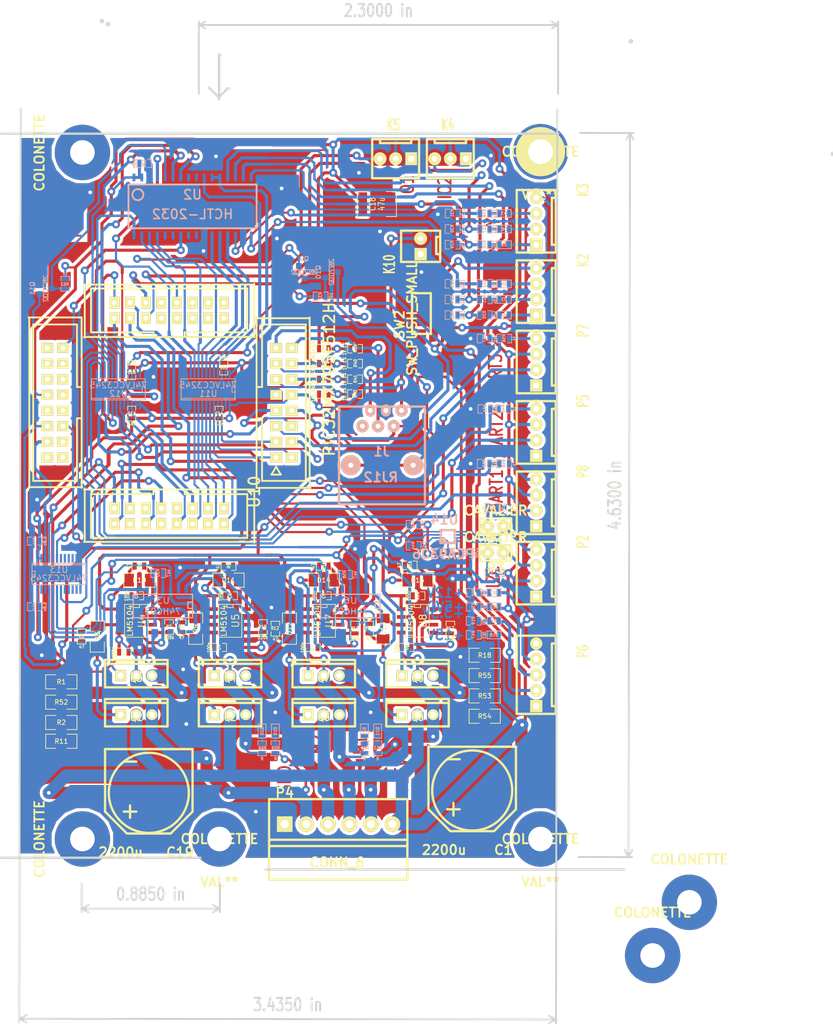
<source format=kicad_pcb>
(kicad_pcb (version 3) (host pcbnew "(2013-jul-07)-stable")
  (title_block (title MOTOR_BOARD) (rev V3-30) (company "CYBERNETISUE EN NORD") (comment 1 F4DEB))
  (layers (15 Dessus signal) (0 Dessous signal) (18 B.Paste user) (19 F.Paste user) (20 B.SilkS user) (21 F.SilkS user) (22 B.Mask user) (23 F.Mask user) (28 Edge.Cuts user))
  (net 0 "")
  (net 1 +12V)
  (net 2 +15V)
  (net 3 +3.3V)
  (net 4 +5VD)
  (net 5 /MOTOR/ADC1)
  (net 6 /MOTOR/ADC2)
  (net 7 /MOTOR/DIR1)
  (net 8 /MOTOR/DIR2)
  (net 9 /MOTOR/M1A)
  (net 10 /MOTOR/M1B)
  (net 11 /MOTOR/M2A)
  (net 12 /MOTOR/M2B)
  (net 13 /MOTOR/MOTOREN)
  (net 14 /MOTOR/PWM1)
  (net 15 /MOTOR/PWM2)
  (net 16 /PIC30F4013/BD0)
  (net 17 /PIC30F4013/BD1)
  (net 18 /PIC30F4013/BD2)
  (net 19 /PIC30F4013/BD3)
  (net 20 /PIC30F4013/BD4)
  (net 21 /PIC30F4013/BD5)
  (net 22 /PIC30F4013/BD6)
  (net 23 /PIC30F4013/BD7)
  (net 24 /PIC30F4013/BOSC)
  (net 25 /PIC30F4013/D0)
  (net 26 /PIC30F4013/D1)
  (net 27 /PIC30F4013/D2)
  (net 28 /PIC30F4013/D3)
  (net 29 /PIC30F4013/D4)
  (net 30 /PIC30F4013/D5)
  (net 31 /PIC30F4013/D6)
  (net 32 /PIC30F4013/D7)
  (net 33 /PIC30F4013/DI1)
  (net 34 /PIC30F4013/DI2)
  (net 35 /PIC30F4013/IO1)
  (net 36 /PIC30F4013/IO2)
  (net 37 /PIC30F4013/OE)
  (net 38 /PIC30F4013/OSC)
  (net 39 /PIC30F4013/PGC)
  (net 40 /PIC30F4013/PGD)
  (net 41 /PIC30F4013/PW1)
  (net 42 /PIC30F4013/PW2)
  (net 43 /PIC30F4013/RF0)
  (net 44 /PIC30F4013/RF1)
  (net 45 /PIC30F4013/RST)
  (net 46 /PIC30F4013/RSTxy)
  (net 47 /PIC30F4013/RX1)
  (net 48 /PIC30F4013/RX2)
  (net 49 /PIC30F4013/RX3)
  (net 50 /PIC30F4013/SCL1)
  (net 51 /PIC30F4013/SDA1)
  (net 52 /PIC30F4013/SEL1)
  (net 53 /PIC30F4013/SEL2)
  (net 54 /PIC30F4013/U1RX)
  (net 55 /PIC30F4013/U1TX)
  (net 56 /PIC30F4013/U2RX)
  (net 57 /PIC30F4013/U2TX)
  (net 58 /PIC30F4013/U3RX)
  (net 59 /PIC30F4013/U3TX)
  (net 60 /PIC30F4013/X/Y)
  (net 61 GND)
  (net 62 N-00000110)
  (net 63 N-00000112)
  (net 64 N-00000130)
  (net 65 N-00000131)
  (net 66 N-00000132)
  (net 67 N-00000133)
  (net 68 N-00000134)
  (net 69 N-00000135)
  (net 70 N-00000136)
  (net 71 N-00000137)
  (net 72 N-00000138)
  (net 73 N-00000139)
  (net 74 N-00000140)
  (net 75 N-00000141)
  (net 76 N-00000142)
  (net 77 N-00000143)
  (net 78 N-00000144)
  (net 79 N-00000145)
  (net 80 N-00000146)
  (net 81 N-00000147)
  (net 82 N-00000148)
  (net 83 N-00000149)
  (net 84 N-00000150)
  (net 85 N-00000151)
  (net 86 N-00000152)
  (net 87 N-00000153)
  (net 88 N-00000154)
  (net 89 N-00000155)
  (net 90 N-00000156)
  (net 91 N-00000157)
  (net 92 N-00000158)
  (net 93 N-00000159)
  (net 94 N-00000160)
  (net 95 N-00000161)
  (net 96 N-00000162)
  (net 97 N-00000163)
  (net 98 N-00000164)
  (net 99 N-00000165)
  (net 100 N-00000166)
  (net 101 N-00000167)
  (net 102 N-00000168)
  (net 103 N-00000169)
  (net 104 N-00000170)
  (net 105 N-00000171)
  (net 106 N-00000172)
  (net 107 N-00000173)
  (net 108 N-00000174)
  (net 109 N-00000175)
  (net 110 N-00000176)
  (net 111 N-00000177)
  (net 112 N-00000178)
  (net 113 N-00000179)
  (net 114 N-00000180)
  (net 115 N-00000181)
  (net 116 N-00000183)
  (net 117 N-00000187)
  (net 118 N-0000021)
  (net 119 N-000003)
  (net 120 N-0000035)
  (net 121 N-0000053)
  (net 122 N-0000054)
  (net 123 N-0000055)
  (net 124 N-0000056)
  (net 125 N-0000057)
  (net 126 N-0000058)
  (net 127 N-0000059)
  (net 128 N-0000060)
  (net 129 N-0000061)
  (net 130 N-0000062)
  (net 131 N-0000064)
  (net 132 N-0000069)
  (net 133 N-000007)
  (net 134 N-0000076)
  (net 135 N-000008)
  (net 136 N-000009)
  (module WEIDMULLER-6 (layer Dessus) (at 214.376 155.829)
    (fp_text reference P4 (at 0 -5.08) (layer F.SilkS) (effects (font (size 1.524 1.524) (thickness 0.3048))))
    (fp_text value CONN_6 (at 8.509 6.223) (layer F.SilkS) (effects (font (size 1.524 1.524) (thickness 0.3048))))
    (pad 1 thru_hole rect (at 0 0) (size 2.54 2.54) (drill 1.30048) (layers *.Cu *.Mask F.SilkS) (net 61 GND))
    (pad 2 thru_hole circle (at 3.4925 0) (size 2.54 2.54) (drill 1.30048) (layers *.Cu *.Mask F.SilkS) (net 9 /MOTOR/M1A))
    (pad 3 thru_hole circle (at 7.0485 0) (size 2.54 2.54) (drill 1.30048) (layers *.Cu *.Mask F.SilkS) (net 10 /MOTOR/M1B))
    (pad 4 thru_hole circle (at 10.541 0) (size 2.54 2.54) (drill 1.30048) (layers *.Cu *.Mask F.SilkS) (net 11 /MOTOR/M2A))
    (pad 5 thru_hole circle (at 14.0335 0) (size 2.54 2.54) (drill 1.30048) (layers *.Cu *.Mask F.SilkS) (net 12 /MOTOR/M2B))
    (pad 6 thru_hole circle (at 17.526 0) (size 2.54 2.54) (drill 1.30048) (layers *.Cu *.Mask F.SilkS) (net 2 +15V))
  )
  (module IRFIZ48V (layer Dessus) (at 190.246 131.699 90)
    (fp_text reference Q3 (at -0.254 0 180) (layer F.SilkS) (effects (font (size 1.524 1.016) (thickness 0.2032))))
    (fp_text value MOS_N hide)
    (pad 2 thru_hole circle (at 0 2.54 90) (size 1.778 1.778) (drill 1.016) (layers *.Cu *.Mask F.SilkS) (net 5 /MOTOR/ADC1))
    (pad 3 thru_hole circle (at 0 0 90) (size 1.778 1.778) (drill 1.016) (layers *.Cu *.Mask F.SilkS) (net 9 /MOTOR/M1A))
    (pad 1 thru_hole rect (at 0 -2.54 90) (size 1.778 1.778) (drill 1.016) (layers *.Cu *.Mask F.SilkS) (net 83 N-00000149))
  )
  (module IRFIZ48V (layer Dessus) (at 235.966 138.049 90)
    (fp_text reference Q6 (at -0.254 0 180) (layer F.SilkS) (effects (font (size 1.524 1.016) (thickness 0.2032))))
    (fp_text value MOS_N hide)
    (pad 2 thru_hole circle (at 0 2.54 90) (size 1.778 1.778) (drill 1.016) (layers *.Cu *.Mask F.SilkS) (net 12 /MOTOR/M2B))
    (pad 3 thru_hole circle (at 0 0 90) (size 1.778 1.778) (drill 1.016) (layers *.Cu *.Mask F.SilkS) (net 2 +15V))
    (pad 1 thru_hole rect (at 0 -2.54 90) (size 1.778 1.778) (drill 1.016) (layers *.Cu *.Mask F.SilkS) (net 80 N-00000146))
  )
  (module IRFIZ48V (layer Dessus) (at 235.966 131.699 90)
    (fp_text reference Q8 (at -0.254 0 180) (layer F.SilkS) (effects (font (size 1.524 1.016) (thickness 0.2032))))
    (fp_text value MOS_N hide)
    (pad 2 thru_hole circle (at 0 2.54 90) (size 1.778 1.778) (drill 1.016) (layers *.Cu *.Mask F.SilkS) (net 6 /MOTOR/ADC2))
    (pad 3 thru_hole circle (at 0 0 90) (size 1.778 1.778) (drill 1.016) (layers *.Cu *.Mask F.SilkS) (net 12 /MOTOR/M2B))
    (pad 1 thru_hole rect (at 0 -2.54 90) (size 1.778 1.778) (drill 1.016) (layers *.Cu *.Mask F.SilkS) (net 89 N-00000155))
  )
  (module IRFIZ48V (layer Dessus) (at 205.486 138.049 90)
    (fp_text reference Q2 (at -0.254 0 180) (layer F.SilkS) (effects (font (size 1.524 1.016) (thickness 0.2032))))
    (fp_text value MOS_N hide)
    (pad 2 thru_hole circle (at 0 2.54 90) (size 1.778 1.778) (drill 1.016) (layers *.Cu *.Mask F.SilkS) (net 10 /MOTOR/M1B))
    (pad 3 thru_hole circle (at 0 0 90) (size 1.778 1.778) (drill 1.016) (layers *.Cu *.Mask F.SilkS) (net 2 +15V))
    (pad 1 thru_hole rect (at 0 -2.54 90) (size 1.778 1.778) (drill 1.016) (layers *.Cu *.Mask F.SilkS) (net 91 N-00000157))
  )
  (module IRFIZ48V (layer Dessus) (at 205.486 131.699 90)
    (fp_text reference Q4 (at -0.254 0 180) (layer F.SilkS) (effects (font (size 1.524 1.016) (thickness 0.2032))))
    (fp_text value MOS_N hide)
    (pad 2 thru_hole circle (at 0 2.54 90) (size 1.778 1.778) (drill 1.016) (layers *.Cu *.Mask F.SilkS) (net 5 /MOTOR/ADC1))
    (pad 3 thru_hole circle (at 0 0 90) (size 1.778 1.778) (drill 1.016) (layers *.Cu *.Mask F.SilkS) (net 10 /MOTOR/M1B))
    (pad 1 thru_hole rect (at 0 -2.54 90) (size 1.778 1.778) (drill 1.016) (layers *.Cu *.Mask F.SilkS) (net 81 N-00000147))
  )
  (module IRFIZ48V (layer Dessus) (at 220.726 131.699 90)
    (fp_text reference Q7 (at -0.254 0 180) (layer F.SilkS) (effects (font (size 1.524 1.016) (thickness 0.2032))))
    (fp_text value MOS_N hide)
    (pad 2 thru_hole circle (at 0 2.54 90) (size 1.778 1.778) (drill 1.016) (layers *.Cu *.Mask F.SilkS) (net 6 /MOTOR/ADC2))
    (pad 3 thru_hole circle (at 0 0 90) (size 1.778 1.778) (drill 1.016) (layers *.Cu *.Mask F.SilkS) (net 11 /MOTOR/M2A))
    (pad 1 thru_hole rect (at 0 -2.54 90) (size 1.778 1.778) (drill 1.016) (layers *.Cu *.Mask F.SilkS) (net 85 N-00000151))
  )
  (module IRFIZ48V (layer Dessus) (at 190.246 138.049 90)
    (fp_text reference Q1 (at -0.254 0 180) (layer F.SilkS) (effects (font (size 1.524 1.016) (thickness 0.2032))))
    (fp_text value MOS_N hide)
    (pad 2 thru_hole circle (at 0 2.54 90) (size 1.778 1.778) (drill 1.016) (layers *.Cu *.Mask F.SilkS) (net 9 /MOTOR/M1A))
    (pad 3 thru_hole circle (at 0 0 90) (size 1.778 1.778) (drill 1.016) (layers *.Cu *.Mask F.SilkS) (net 2 +15V))
    (pad 1 thru_hole rect (at 0 -2.54 90) (size 1.778 1.778) (drill 1.016) (layers *.Cu *.Mask F.SilkS) (net 84 N-00000150))
  )
  (module IRFIZ48V (layer Dessus) (at 220.726 138.049 90)
    (fp_text reference Q5 (at -0.254 0 180) (layer F.SilkS) (effects (font (size 1.524 1.016) (thickness 0.2032))))
    (fp_text value MOS_N hide)
    (pad 2 thru_hole circle (at 0 2.54 90) (size 1.778 1.778) (drill 1.016) (layers *.Cu *.Mask F.SilkS) (net 11 /MOTOR/M2A))
    (pad 3 thru_hole circle (at 0 0 90) (size 1.778 1.778) (drill 1.016) (layers *.Cu *.Mask F.SilkS) (net 2 +15V))
    (pad 1 thru_hole rect (at 0 -2.54 90) (size 1.778 1.778) (drill 1.016) (layers *.Cu *.Mask F.SilkS) (net 90 N-00000156))
  )
  (module KK-4 (layer Dessus) (at 255.27 65.532 270)
    (fp_text reference K2 (at -1.27 -7.62 270) (layer F.SilkS) (effects (font (size 1.73482 1.08712) (thickness 0.27178))))
    (fp_text value CONN_4 hide)
    (pad 1 thru_hole rect (at 7.62 0 270) (size 1.99898 1.99898) (drill 1.00076) (layers *.Cu *.Mask F.SilkS) (net 126 N-0000058))
    (pad 2 thru_hole circle (at 5.08 0 270) (size 1.99898 1.99898) (drill 1.00076) (layers *.Cu *.Mask F.SilkS) (net 69 N-00000135))
    (pad 3 thru_hole circle (at 2.54 0 270) (size 1.99898 1.99898) (drill 1.00076) (layers *.Cu *.Mask F.SilkS) (net 127 N-0000059))
    (pad 4 thru_hole circle (at 0 0 270) (size 1.99898 1.99898) (drill 1.00076) (layers *.Cu *.Mask F.SilkS) (net 1 +12V))
  )
  (module KK-4 (layer Dessus) (at 255.27 76.962 270)
    (fp_text reference P7 (at -1.27 -7.62 270) (layer F.SilkS) (effects (font (size 1.73482 1.08712) (thickness 0.27178))))
    (fp_text value CONN_4 hide)
    (pad 1 thru_hole rect (at 7.62 0 270) (size 1.99898 1.99898) (drill 1.00076) (layers *.Cu *.Mask F.SilkS) (net 61 GND))
    (pad 2 thru_hole circle (at 5.08 0 270) (size 1.99898 1.99898) (drill 1.00076) (layers *.Cu *.Mask F.SilkS) (net 59 /PIC30F4013/U3TX))
    (pad 3 thru_hole circle (at 2.54 0 270) (size 1.99898 1.99898) (drill 1.00076) (layers *.Cu *.Mask F.SilkS) (net 4 +5VD))
    (pad 4 thru_hole circle (at 0 0 270) (size 1.99898 1.99898) (drill 1.00076) (layers *.Cu *.Mask F.SilkS) (net 58 /PIC30F4013/U3RX))
  )
  (module KK-4 (layer Dessus) (at 255.27 88.392 270)
    (fp_text reference P5 (at -1.27 -7.62 270) (layer F.SilkS) (effects (font (size 1.73482 1.08712) (thickness 0.27178))))
    (fp_text value CONN_4 hide)
    (pad 1 thru_hole rect (at 7.62 0 270) (size 1.99898 1.99898) (drill 1.00076) (layers *.Cu *.Mask F.SilkS) (net 61 GND))
    (pad 2 thru_hole circle (at 5.08 0 270) (size 1.99898 1.99898) (drill 1.00076) (layers *.Cu *.Mask F.SilkS) (net 57 /PIC30F4013/U2TX))
    (pad 3 thru_hole circle (at 2.54 0 270) (size 1.99898 1.99898) (drill 1.00076) (layers *.Cu *.Mask F.SilkS) (net 4 +5VD))
    (pad 4 thru_hole circle (at 0 0 270) (size 1.99898 1.99898) (drill 1.00076) (layers *.Cu *.Mask F.SilkS) (net 56 /PIC30F4013/U2RX))
  )
  (module KK-4 (layer Dessus) (at 255.27 99.822 270)
    (fp_text reference P8 (at -1.27 -7.62 270) (layer F.SilkS) (effects (font (size 1.73482 1.08712) (thickness 0.27178))))
    (fp_text value CONN_4 hide)
    (pad 1 thru_hole rect (at 7.62 0 270) (size 1.99898 1.99898) (drill 1.00076) (layers *.Cu *.Mask F.SilkS) (net 61 GND))
    (pad 2 thru_hole circle (at 5.08 0 270) (size 1.99898 1.99898) (drill 1.00076) (layers *.Cu *.Mask F.SilkS) (net 55 /PIC30F4013/U1TX))
    (pad 3 thru_hole circle (at 2.54 0 270) (size 1.99898 1.99898) (drill 1.00076) (layers *.Cu *.Mask F.SilkS) (net 4 +5VD))
    (pad 4 thru_hole circle (at 0 0 270) (size 1.99898 1.99898) (drill 1.00076) (layers *.Cu *.Mask F.SilkS) (net 54 /PIC30F4013/U1RX))
  )
  (module KK-4 (layer Dessus) (at 255.27 111.252 270)
    (fp_text reference P2 (at -1.27 -7.62 270) (layer F.SilkS) (effects (font (size 1.73482 1.08712) (thickness 0.27178))))
    (fp_text value CONN_4 hide)
    (pad 1 thru_hole rect (at 7.62 0 270) (size 1.99898 1.99898) (drill 1.00076) (layers *.Cu *.Mask F.SilkS) (net 61 GND))
    (pad 2 thru_hole circle (at 5.08 0 270) (size 1.99898 1.99898) (drill 1.00076) (layers *.Cu *.Mask F.SilkS) (net 4 +5VD))
    (pad 3 thru_hole circle (at 2.54 0 270) (size 1.99898 1.99898) (drill 1.00076) (layers *.Cu *.Mask F.SilkS) (net 50 /PIC30F4013/SCL1))
    (pad 4 thru_hole circle (at 0 0 270) (size 1.99898 1.99898) (drill 1.00076) (layers *.Cu *.Mask F.SilkS) (net 51 /PIC30F4013/SDA1))
  )
  (module KK-5 (layer Dessus) (at 255.27 129.032 270)
    (fp_text reference P6 (at -1.27 -7.62 270) (layer F.SilkS) (effects (font (size 1.73482 1.08712) (thickness 0.27178))))
    (fp_text value CONN_5 hide)
    (pad 5 thru_hole circle (at -2.54 0 270) (size 1.99898 1.99898) (drill 1.00076) (layers *.Cu *.Mask F.SilkS) (net 61 GND))
    (pad 1 thru_hole rect (at 7.62 0 270) (size 1.99898 1.99898) (drill 1.00076) (layers *.Cu *.Mask F.SilkS) (net 61 GND))
    (pad 2 thru_hole circle (at 5.08 0 270) (size 1.99898 1.99898) (drill 1.00076) (layers *.Cu *.Mask F.SilkS) (net 3 +3.3V))
    (pad 3 thru_hole circle (at 2.54 0 270) (size 1.99898 1.99898) (drill 1.00076) (layers *.Cu *.Mask F.SilkS) (net 4 +5VD))
    (pad 4 thru_hole circle (at 0 0 270) (size 1.99898 1.99898) (drill 1.00076) (layers *.Cu *.Mask F.SilkS) (net 1 +12V))
  )
  (module PIC32½64 (layer Dessus) (at 215.519 96.266 90)
    (fp_text reference U10 (at -5.588 -6.096 90) (layer F.SilkS) (effects (font (size 1.778 1.778) (thickness 0.3048))))
    (fp_text value PIC32MX795F512H (at 12.7 6.096 90) (layer F.SilkS) (effects (font (size 1.778 1.778) (thickness 0.3048))))
    (pad 15 thru_hole rect (at 17.78 -2.54254) (size 1.89992 1.6002) (drill 0.8001) (layers *.Cu *.Mask F.SilkS) (net 39 /PIC30F4013/PGC))
    (pad 16 thru_hole rect (at 17.78 -0.00254) (size 1.89992 1.6002) (drill 0.8001) (layers *.Cu *.Mask F.SilkS) (net 40 /PIC30F4013/PGD))
    (pad 13 thru_hole rect (at 15.24 -2.54254) (size 1.89992 1.6002) (drill 0.8001) (layers *.Cu *.Mask F.SilkS) (net 66 N-00000132))
    (pad 14 thru_hole rect (at 15.24 -0.00254) (size 1.89992 1.6002) (drill 0.8001) (layers *.Cu *.Mask F.SilkS) (net 67 N-00000133))
    (pad 11 thru_hole rect (at 12.7 -2.54254) (size 1.89992 1.6002) (drill 0.8001) (layers *.Cu *.Mask F.SilkS) (net 64 N-00000130))
    (pad 12 thru_hole rect (at 12.7 -0.00254) (size 1.89992 1.6002) (drill 0.8001) (layers *.Cu *.Mask F.SilkS) (net 65 N-00000131))
    (pad 9 thru_hole rect (at 10.16 -2.54254) (size 1.89992 1.6002) (drill 0.8001) (layers *.Cu *.Mask F.SilkS) (net 61 GND))
    (pad 10 thru_hole rect (at 10.16 -0.00254) (size 1.89992 1.6002) (drill 0.8001) (layers *.Cu *.Mask F.SilkS) (net 3 +3.3V))
    (pad 7 thru_hole rect (at 7.62 -2.54254) (size 1.89992 1.6002) (drill 0.8001) (layers *.Cu *.Mask F.SilkS) (net 45 /PIC30F4013/RST))
    (pad 8 thru_hole rect (at 7.62 -0.00254) (size 1.89992 1.6002) (drill 0.8001) (layers *.Cu *.Mask F.SilkS) (net 134 N-0000076))
    (pad 5 thru_hole rect (at 5.08 -2.54254) (size 1.89992 1.6002) (drill 0.8001) (layers *.Cu *.Mask F.SilkS) (net 49 /PIC30F4013/RX3))
    (pad 6 thru_hole rect (at 5.08 -0.00254) (size 1.89992 1.6002) (drill 0.8001) (layers *.Cu *.Mask F.SilkS) (net 62 N-00000110))
    (pad 3 thru_hole rect (at 2.54 -2.54254) (size 1.89992 1.6002) (drill 0.8001) (layers *.Cu *.Mask F.SilkS) (net 23 /PIC30F4013/BD7))
    (pad 4 thru_hole rect (at 2.54 -0.00254) (size 1.89992 1.6002) (drill 0.8001) (layers *.Cu *.Mask F.SilkS) (net 63 N-00000112))
    (pad 1 thru_hole rect (at 0 -2.54254) (size 1.89992 1.6002) (drill 0.8001) (layers *.Cu *.Mask F.SilkS) (net 21 /PIC30F4013/BD5))
    (pad 2 thru_hole rect (at 0 -0.00254) (size 1.89992 1.6002) (drill 0.8001) (layers *.Cu *.Mask F.SilkS) (net 22 /PIC30F4013/BD6))
    (pad 34 thru_hole rect (at 17.78 -39.751) (size 1.89992 1.6002) (drill 0.8001) (layers *.Cu *.Mask F.SilkS))
    (pad 33 thru_hole rect (at 17.78 -37.211) (size 1.89992 1.6002) (drill 0.8001) (layers *.Cu *.Mask F.SilkS) (net 122 N-0000054))
    (pad 36 thru_hole rect (at 15.24 -39.751) (size 1.89992 1.6002) (drill 0.8001) (layers *.Cu *.Mask F.SilkS))
    (pad 35 thru_hole rect (at 15.24 -37.211) (size 1.89992 1.6002) (drill 0.8001) (layers *.Cu *.Mask F.SilkS))
    (pad 38 thru_hole rect (at 12.7 -39.751) (size 1.89992 1.6002) (drill 0.8001) (layers *.Cu *.Mask F.SilkS))
    (pad 37 thru_hole rect (at 12.7 -37.211) (size 1.89992 1.6002) (drill 0.8001) (layers *.Cu *.Mask F.SilkS))
    (pad 40 thru_hole rect (at 10.16 -39.751) (size 1.89992 1.6002) (drill 0.8001) (layers *.Cu *.Mask F.SilkS) (net 38 /PIC30F4013/OSC))
    (pad 39 thru_hole rect (at 10.16 -37.211) (size 1.89992 1.6002) (drill 0.8001) (layers *.Cu *.Mask F.SilkS))
    (pad 42 thru_hole rect (at 7.62 -39.751) (size 1.89992 1.6002) (drill 0.8001) (layers *.Cu *.Mask F.SilkS))
    (pad 41 thru_hole rect (at 7.62 -37.211) (size 1.89992 1.6002) (drill 0.8001) (layers *.Cu *.Mask F.SilkS))
    (pad 44 thru_hole rect (at 5.08 -39.751) (size 1.89992 1.6002) (drill 0.8001) (layers *.Cu *.Mask F.SilkS) (net 79 N-00000145))
    (pad 43 thru_hole rect (at 5.08 -37.211) (size 1.89992 1.6002) (drill 0.8001) (layers *.Cu *.Mask F.SilkS) (net 78 N-00000144))
    (pad 46 thru_hole rect (at 2.54 -39.751) (size 1.89992 1.6002) (drill 0.8001) (layers *.Cu *.Mask F.SilkS) (net 41 /PIC30F4013/PW1))
    (pad 45 thru_hole rect (at 2.54 -37.211) (size 1.89992 1.6002) (drill 0.8001) (layers *.Cu *.Mask F.SilkS))
    (pad 48 thru_hole rect (at 0 -39.751) (size 1.89992 1.6002) (drill 0.8001) (layers *.Cu *.Mask F.SilkS))
    (pad 47 thru_hole rect (at 0 -37.211) (size 1.89992 1.6002) (drill 0.8001) (layers *.Cu *.Mask F.SilkS))
    (pad 31 thru_hole rect (at 22.606 -28.829) (size 1.6002 1.89992) (drill 0.8001) (layers *.Cu *.Mask F.SilkS) (net 48 /PIC30F4013/RX2))
    (pad 32 thru_hole rect (at 25.146 -28.829) (size 1.6002 1.89992) (drill 0.8001) (layers *.Cu *.Mask F.SilkS) (net 121 N-0000053))
    (pad 29 thru_hole rect (at 22.606 -26.289) (size 1.6002 1.89992) (drill 0.8001) (layers *.Cu *.Mask F.SilkS) (net 5 /MOTOR/ADC1))
    (pad 30 thru_hole rect (at 25.146 -26.289) (size 1.6002 1.89992) (drill 0.8001) (layers *.Cu *.Mask F.SilkS) (net 6 /MOTOR/ADC2))
    (pad 27 thru_hole rect (at 22.606 -23.749) (size 1.6002 1.89992) (drill 0.8001) (layers *.Cu *.Mask F.SilkS) (net 35 /PIC30F4013/IO1))
    (pad 28 thru_hole rect (at 25.146 -23.749) (size 1.6002 1.89992) (drill 0.8001) (layers *.Cu *.Mask F.SilkS) (net 36 /PIC30F4013/IO2))
    (pad 25 thru_hole rect (at 22.606 -21.209) (size 1.6002 1.89992) (drill 0.8001) (layers *.Cu *.Mask F.SilkS))
    (pad 26 thru_hole rect (at 25.146 -21.209) (size 1.6002 1.89992) (drill 0.8001) (layers *.Cu *.Mask F.SilkS))
    (pad 23 thru_hole rect (at 22.606 -18.669) (size 1.6002 1.89992) (drill 0.8001) (layers *.Cu *.Mask F.SilkS))
    (pad 24 thru_hole rect (at 25.146 -18.669) (size 1.6002 1.89992) (drill 0.8001) (layers *.Cu *.Mask F.SilkS) (net 13 /MOTOR/MOTOREN))
    (pad 21 thru_hole rect (at 22.606 -16.129) (size 1.6002 1.89992) (drill 0.8001) (layers *.Cu *.Mask F.SilkS))
    (pad 22 thru_hole rect (at 25.146 -16.129) (size 1.6002 1.89992) (drill 0.8001) (layers *.Cu *.Mask F.SilkS))
    (pad 19 thru_hole rect (at 22.606 -13.589) (size 1.6002 1.89992) (drill 0.8001) (layers *.Cu *.Mask F.SilkS))
    (pad 20 thru_hole rect (at 25.146 -13.589) (size 1.6002 1.89992) (drill 0.8001) (layers *.Cu *.Mask F.SilkS))
    (pad 17 thru_hole rect (at 22.606 -11.049) (size 1.6002 1.89992) (drill 0.8001) (layers *.Cu *.Mask F.SilkS))
    (pad 18 thru_hole rect (at 25.146 -11.049) (size 1.6002 1.89992) (drill 0.8001) (layers *.Cu *.Mask F.SilkS))
    (pad 64 thru_hole rect (at -10.795 -11.049) (size 1.6002 1.89992) (drill 0.8001) (layers *.Cu *.Mask F.SilkS) (net 20 /PIC30F4013/BD4))
    (pad 63 thru_hole rect (at -8.255 -11.049) (size 1.6002 1.89992) (drill 0.8001) (layers *.Cu *.Mask F.SilkS) (net 19 /PIC30F4013/BD3))
    (pad 62 thru_hole rect (at -10.795 -13.589) (size 1.6002 1.89992) (drill 0.8001) (layers *.Cu *.Mask F.SilkS) (net 18 /PIC30F4013/BD2))
    (pad 61 thru_hole rect (at -8.255 -13.589) (size 1.6002 1.89992) (drill 0.8001) (layers *.Cu *.Mask F.SilkS) (net 17 /PIC30F4013/BD1))
    (pad 60 thru_hole rect (at -10.795 -16.129) (size 1.6002 1.89992) (drill 0.8001) (layers *.Cu *.Mask F.SilkS) (net 16 /PIC30F4013/BD0))
    (pad 59 thru_hole rect (at -8.255 -16.129) (size 1.6002 1.89992) (drill 0.8001) (layers *.Cu *.Mask F.SilkS) (net 44 /PIC30F4013/RF1))
    (pad 58 thru_hole rect (at -10.795 -18.669) (size 1.6002 1.89992) (drill 0.8001) (layers *.Cu *.Mask F.SilkS) (net 43 /PIC30F4013/RF0))
    (pad 57 thru_hole rect (at -8.255 -18.669) (size 1.6002 1.89992) (drill 0.8001) (layers *.Cu *.Mask F.SilkS))
    (pad 56 thru_hole rect (at -10.795 -21.209) (size 1.6002 1.89992) (drill 0.8001) (layers *.Cu *.Mask F.SilkS))
    (pad 55 thru_hole rect (at -8.255 -21.209) (size 1.6002 1.89992) (drill 0.8001) (layers *.Cu *.Mask F.SilkS) (net 34 /PIC30F4013/DI2))
    (pad 54 thru_hole rect (at -10.795 -23.749) (size 1.6002 1.89992) (drill 0.8001) (layers *.Cu *.Mask F.SilkS) (net 33 /PIC30F4013/DI1))
    (pad 53 thru_hole rect (at -8.255 -23.749) (size 1.6002 1.89992) (drill 0.8001) (layers *.Cu *.Mask F.SilkS))
    (pad 52 thru_hole rect (at -10.795 -26.289) (size 1.6002 1.89992) (drill 0.8001) (layers *.Cu *.Mask F.SilkS))
    (pad 51 thru_hole rect (at -8.255 -26.289) (size 1.6002 1.89992) (drill 0.8001) (layers *.Cu *.Mask F.SilkS) (net 132 N-0000069))
    (pad 50 thru_hole rect (at -10.795 -28.829) (size 1.6002 1.89992) (drill 0.8001) (layers *.Cu *.Mask F.SilkS) (net 47 /PIC30F4013/RX1))
    (pad 49 thru_hole rect (at -8.255 -28.829) (size 1.6002 1.89992) (drill 0.8001) (layers *.Cu *.Mask F.SilkS) (net 42 /PIC30F4013/PW2))
  )
  (module C_14x16 (layer Dessus) (at 244.856 155.956 180)
    (fp_text reference C1 (at -5.08 -4.064 180) (layer F.SilkS) (effects (font (size 1.524 1.524) (thickness 0.3048))))
    (fp_text value 2200u (at 4.572 -4.064 180) (layer F.SilkS) (effects (font (size 1.524 1.524) (thickness 0.3048))))
    (pad 1 smd rect (at 0 0 180) (size 2 6) (layers Dessus F.Paste F.Mask) (net 2 +15V))
    (pad 2 smd rect (at 0 11.684 180) (size 2 6) (layers Dessus F.Paste F.Mask) (net 61 GND))
  )
  (module C_14x16 (layer Dessus) (at 192.278 156.337 180)
    (fp_text reference C19 (at -5.08 -4.064 180) (layer F.SilkS) (effects (font (size 1.524 1.524) (thickness 0.3048))))
    (fp_text value 2200u (at 4.572 -4.064 180) (layer F.SilkS) (effects (font (size 1.524 1.524) (thickness 0.3048))))
    (pad 1 smd rect (at 0 0 180) (size 2 6) (layers Dessus F.Paste F.Mask) (net 2 +15V))
    (pad 2 smd rect (at 0 11.684 180) (size 2 6) (layers Dessus F.Paste F.Mask) (net 61 GND))
  )
  (module SW2 (layer Dessus) (at 236.601 76.708 90)
    (fp_text reference SW2 (at 2.032 -3.556 90) (layer F.SilkS) (effects (font (size 1.524 1.524) (thickness 0.3048))))
    (fp_text value SW_PUSH_SMALL (at 3.048 -1.524 90) (layer F.SilkS) (effects (font (size 1.524 1.524) (thickness 0.3048))))
    (pad 1 smd rect (at 0 0 90) (size 2.5 1.5) (layers Dessus F.Paste F.Mask) (net 45 /PIC30F4013/RST))
    (pad 2 smd rect (at 7.62 0 90) (size 2.5 1.5) (layers Dessus F.Paste F.Mask) (net 61 GND))
  )
  (module CAVALIER (layer Dessus) (at 249.936 111.76 180)
    (fp_text reference P3 (at 1.27 -2.54 180) (layer F.SilkS) (effects (font (size 1.524 1.524) (thickness 0.3048))))
    (fp_text value CAVALIER (at 1.27 2.54 180) (layer F.SilkS) (effects (font (size 1.524 1.524) (thickness 0.3048))))
    (pad 1 thru_hole circle (at 0 0 180) (size 1.99898 1.99898) (drill 0.8001) (layers *.Mask Dessous F.SilkS) (net 50 /PIC30F4013/SCL1))
    (pad 2 thru_hole circle (at 2.54 0 180) (size 1.99898 1.99898) (drill 0.8001) (layers *.Mask Dessous F.SilkS) (net 118 N-0000021))
  )
  (module COLONETTE (layer Dessus) (at 181.483 158.242 90)
    (fp_text reference K8 (at 0 0 90) (layer F.SilkS) (effects (font (size 1.524 1.524) (thickness 0.3048))))
    (fp_text value COLONETTE (at 0 -6.985 90) (layer F.SilkS) (effects (font (size 1.524 1.524) (thickness 0.3048))))
    (pad 1 thru_hole circle (at 0 0 90) (size 8.99922 8.99922) (drill 4.0005) (layers *.Cu))
  )
  (module COLONETTE (layer Dessus) (at 181.483 46.736 90)
    (fp_text reference K9 (at 0 0 90) (layer F.SilkS) (effects (font (size 1.524 1.524) (thickness 0.3048))))
    (fp_text value COLONETTE (at 0 -6.985 90) (layer F.SilkS) (effects (font (size 1.524 1.524) (thickness 0.3048))))
    (pad 1 thru_hole circle (at 0 0 90) (size 8.99922 8.99922) (drill 4.0005) (layers *.Cu))
  )
  (module CAVALIER (layer Dessus) (at 249.936 107.442 180)
    (fp_text reference P1 (at 1.27 -2.54 180) (layer F.SilkS) (effects (font (size 1.524 1.524) (thickness 0.3048))))
    (fp_text value CAVALIER (at 1.27 2.54 180) (layer F.SilkS) (effects (font (size 1.524 1.524) (thickness 0.3048))))
    (pad 1 thru_hole circle (at 0 0 180) (size 1.99898 1.99898) (drill 0.8001) (layers *.Mask Dessous F.SilkS) (net 51 /PIC30F4013/SDA1))
    (pad 2 thru_hole circle (at 2.54 0 180) (size 1.99898 1.99898) (drill 0.8001) (layers *.Mask Dessous F.SilkS) (net 120 N-0000035))
  )
  (module KK-3 (layer Dessus) (at 238.76 47.752)
    (fp_text reference K4 (at 2.159 -5.461) (layer F.SilkS) (effects (font (size 1.73482 1.08712) (thickness 0.27178))))
    (fp_text value CONN_3 hide)
    (pad 1 thru_hole rect (at 5.08 0) (size 1.89992 2.10058) (drill 1.00076) (layers *.Mask Dessous F.SilkS) (net 61 GND))
    (pad 2 thru_hole circle (at 2.54 0) (size 2.10058 2.10058) (drill 0.89916) (layers *.Mask Dessous F.SilkS) (net 4 +5VD))
    (pad 3 thru_hole circle (at 0 0) (size 2.10058 2.10058) (drill 0.89916) (layers *.Mask Dessous F.SilkS) (net 36 /PIC30F4013/IO2))
  )
  (module KK-3 (layer Dessus) (at 229.87 47.752)
    (fp_text reference K5 (at 2.159 -5.461) (layer F.SilkS) (effects (font (size 1.73482 1.08712) (thickness 0.27178))))
    (fp_text value CONN_3 hide)
    (pad 1 thru_hole rect (at 5.08 0) (size 1.89992 2.10058) (drill 1.00076) (layers *.Mask Dessous F.SilkS) (net 61 GND))
    (pad 2 thru_hole circle (at 2.54 0) (size 2.10058 2.10058) (drill 0.89916) (layers *.Mask Dessous F.SilkS) (net 4 +5VD))
    (pad 3 thru_hole circle (at 0 0) (size 2.10058 2.10058) (drill 0.89916) (layers *.Mask Dessous F.SilkS) (net 35 /PIC30F4013/IO1))
  )
  (module SIL-3"1/2-2-D (layer Dessus) (at 236.474 60.706 270)
    (fp_text reference K10 (at 4.191 5.08 270) (layer F.SilkS) (effects (font (size 1.73482 1.08712) (thickness 0.27178))))
    (fp_text value CONN_2 hide)
    (pad 1 thru_hole rect (at 2.54 0 270) (size 1.99898 1.99898) (drill 1.00076) (layers *.Mask Dessous F.SilkS) (net 61 GND))
    (pad 2 thru_hole circle (at 0 0 270) (size 2.10058 2.10058) (drill 0.89916) (layers *.Mask Dessous F.SilkS) (net 45 /PIC30F4013/RST))
  )
  (module SM0603 (layer Dessous) (at 250.063 56.642 180)
    (fp_text reference D7 (at 0 0 180) (layer B.SilkS) (effects (font (size 0.508 0.4572) (thickness 0.1143)) (justify mirror)))
    (fp_text value JAUNE hide)
    (pad 1 smd rect (at -0.762 0 180) (size 0.635 1.143) (layers Dessous B.Paste B.Mask) (net 76 N-00000142))
    (pad 2 smd rect (at 0.762 0 180) (size 0.635 1.143) (layers Dessous B.Paste B.Mask) (net 73 N-00000139))
  )
  (module SM0603 (layer Dessous) (at 250.063 59.182 180)
    (fp_text reference D6 (at 0 0 180) (layer B.SilkS) (effects (font (size 0.508 0.4572) (thickness 0.1143)) (justify mirror)))
    (fp_text value JAUNE hide)
    (pad 1 smd rect (at -0.762 0 180) (size 0.635 1.143) (layers Dessous B.Paste B.Mask) (net 128 N-0000060))
    (pad 2 smd rect (at 0.762 0 180) (size 0.635 1.143) (layers Dessous B.Paste B.Mask) (net 131 N-0000064))
  )
  (module SM0603 (layer Dessous) (at 250.063 61.722 180)
    (fp_text reference D5 (at 0 0 180) (layer B.SilkS) (effects (font (size 0.508 0.4572) (thickness 0.1143)) (justify mirror)))
    (fp_text value JAUNE hide)
    (pad 1 smd rect (at -0.762 0 180) (size 0.635 1.143) (layers Dessous B.Paste B.Mask) (net 77 N-00000143))
    (pad 2 smd rect (at 0.762 0 180) (size 0.635 1.143) (layers Dessous B.Paste B.Mask) (net 74 N-00000140))
  )
  (module SM0603 (layer Dessous) (at 250.063 70.612 180)
    (fp_text reference D3 (at 0 0 180) (layer B.SilkS) (effects (font (size 0.508 0.4572) (thickness 0.1143)) (justify mirror)))
    (fp_text value JAUNE hide)
    (pad 1 smd rect (at -0.762 0 180) (size 0.635 1.143) (layers Dessous B.Paste B.Mask) (net 69 N-00000135))
    (pad 2 smd rect (at 0.762 0 180) (size 0.635 1.143) (layers Dessous B.Paste B.Mask) (net 124 N-0000056))
  )
  (module SM0603 (layer Dessous) (at 250.063 68.072 180)
    (fp_text reference D4 (at 0 0 180) (layer B.SilkS) (effects (font (size 0.508 0.4572) (thickness 0.1143)) (justify mirror)))
    (fp_text value JAUNE hide)
    (pad 1 smd rect (at -0.762 0 180) (size 0.635 1.143) (layers Dessous B.Paste B.Mask) (net 127 N-0000059))
    (pad 2 smd rect (at 0.762 0 180) (size 0.635 1.143) (layers Dessous B.Paste B.Mask) (net 72 N-00000138))
  )
  (module SM0603 (layer Dessous) (at 250.063 73.152 180)
    (fp_text reference D2 (at 0 0 180) (layer B.SilkS) (effects (font (size 0.508 0.4572) (thickness 0.1143)) (justify mirror)))
    (fp_text value JAUNE hide)
    (pad 1 smd rect (at -0.762 0 180) (size 0.635 1.143) (layers Dessous B.Paste B.Mask) (net 126 N-0000058))
    (pad 2 smd rect (at 0.762 0 180) (size 0.635 1.143) (layers Dessous B.Paste B.Mask) (net 68 N-00000134))
  )
  (module SM0603 (layer Dessous) (at 248.412 118.237 180)
    (fp_text reference D17 (at 0 0 180) (layer B.SilkS) (effects (font (size 0.508 0.4572) (thickness 0.1143)) (justify mirror)))
    (fp_text value VERT hide)
    (pad 1 smd rect (at -0.762 0 180) (size 0.635 1.143) (layers Dessous B.Paste B.Mask) (net 1 +12V))
    (pad 2 smd rect (at 0.762 0 180) (size 0.635 1.143) (layers Dessous B.Paste B.Mask) (net 136 N-000009))
  )
  (module SM0603 (layer Dessous) (at 248.412 125.095 180)
    (fp_text reference D18 (at 0 0 180) (layer B.SilkS) (effects (font (size 0.508 0.4572) (thickness 0.1143)) (justify mirror)))
    (fp_text value VERT hide)
    (pad 1 smd rect (at -0.762 0 180) (size 0.635 1.143) (layers Dessous B.Paste B.Mask) (net 2 +15V))
    (pad 2 smd rect (at 0.762 0 180) (size 0.635 1.143) (layers Dessous B.Paste B.Mask) (net 119 N-000003))
  )
  (module SM0603 (layer Dessous) (at 248.412 122.809 180)
    (fp_text reference D1 (at 0 0 180) (layer B.SilkS) (effects (font (size 0.508 0.4572) (thickness 0.1143)) (justify mirror)))
    (fp_text value VERT hide)
    (pad 1 smd rect (at -0.762 0 180) (size 0.635 1.143) (layers Dessous B.Paste B.Mask) (net 3 +3.3V))
    (pad 2 smd rect (at 0.762 0 180) (size 0.635 1.143) (layers Dessous B.Paste B.Mask) (net 133 N-000007))
  )
  (module SM0603 (layer Dessous) (at 248.412 120.523 180)
    (fp_text reference D16 (at 0 0 180) (layer B.SilkS) (effects (font (size 0.508 0.4572) (thickness 0.1143)) (justify mirror)))
    (fp_text value VERT hide)
    (pad 1 smd rect (at -0.762 0 180) (size 0.635 1.143) (layers Dessous B.Paste B.Mask) (net 4 +5VD))
    (pad 2 smd rect (at 0.762 0 180) (size 0.635 1.143) (layers Dessous B.Paste B.Mask) (net 135 N-000008))
  )
  (module SM0603_Capa (layer Dessous) (at 191.516 48.514)
    (fp_text reference C21 (at 0 0 270) (layer B.SilkS) (effects (font (size 0.508 0.4572) (thickness 0.1143)) (justify mirror)))
    (fp_text value 6.8n (at -1.651 0 270) (layer B.SilkS) (effects (font (size 0.508 0.4572) (thickness 0.1143)) (justify mirror)))
    (pad 1 smd rect (at -0.762 0) (size 0.635 1.143) (layers Dessous B.Paste B.Mask) (net 4 +5VD))
    (pad 2 smd rect (at 0.762 0) (size 0.635 1.143) (layers Dessous B.Paste B.Mask) (net 61 GND))
  )
  (module SM0603_Capa (layer Dessus) (at 235.966 118.745)
    (fp_text reference C10 (at 0 0 90) (layer F.SilkS) (effects (font (size 0.508 0.4572) (thickness 0.1143))))
    (fp_text value 100n (at -1.651 0 90) (layer F.SilkS) (effects (font (size 0.508 0.4572) (thickness 0.1143))))
    (pad 1 smd rect (at -0.762 0) (size 0.635 1.143) (layers Dessus F.Paste F.Mask) (net 1 +12V))
    (pad 2 smd rect (at 0.762 0) (size 0.635 1.143) (layers Dessus F.Paste F.Mask) (net 61 GND))
  )
  (module SM0603_Capa (layer Dessus) (at 205.486 118.745)
    (fp_text reference C6 (at 0 0 90) (layer F.SilkS) (effects (font (size 0.508 0.4572) (thickness 0.1143))))
    (fp_text value 100n (at -1.651 0 90) (layer F.SilkS) (effects (font (size 0.508 0.4572) (thickness 0.1143))))
    (pad 1 smd rect (at -0.762 0) (size 0.635 1.143) (layers Dessus F.Paste F.Mask) (net 1 +12V))
    (pad 2 smd rect (at 0.762 0) (size 0.635 1.143) (layers Dessus F.Paste F.Mask) (net 61 GND))
  )
  (module SM0603_Capa (layer Dessus) (at 234.188 127.127)
    (fp_text reference C8 (at 0 0 90) (layer F.SilkS) (effects (font (size 0.508 0.4572) (thickness 0.1143))))
    (fp_text value 100n (at -1.651 0 90) (layer F.SilkS) (effects (font (size 0.508 0.4572) (thickness 0.1143))))
    (pad 1 smd rect (at -0.762 0) (size 0.635 1.143) (layers Dessus F.Paste F.Mask) (net 12 /MOTOR/M2B))
    (pad 2 smd rect (at 0.762 0) (size 0.635 1.143) (layers Dessus F.Paste F.Mask) (net 106 N-00000172))
  )
  (module SM0603_Capa (layer Dessus) (at 188.214 127.889)
    (fp_text reference C3 (at 0 0 90) (layer F.SilkS) (effects (font (size 0.508 0.4572) (thickness 0.1143))))
    (fp_text value 100n (at -1.651 0 90) (layer F.SilkS) (effects (font (size 0.508 0.4572) (thickness 0.1143))))
    (pad 1 smd rect (at -0.762 0) (size 0.635 1.143) (layers Dessus F.Paste F.Mask) (net 9 /MOTOR/M1A))
    (pad 2 smd rect (at 0.762 0) (size 0.635 1.143) (layers Dessus F.Paste F.Mask) (net 97 N-00000163))
  )
  (module SM0603_Capa (layer Dessus) (at 204.47 81.661 270)
    (fp_text reference C15 (at 0 0 360) (layer F.SilkS) (effects (font (size 0.508 0.4572) (thickness 0.1143))))
    (fp_text value 6.8n (at -1.651 0 360) (layer F.SilkS) (effects (font (size 0.508 0.4572) (thickness 0.1143))))
    (pad 1 smd rect (at -0.762 0 270) (size 0.635 1.143) (layers Dessus F.Paste F.Mask) (net 4 +5VD))
    (pad 2 smd rect (at 0.762 0 270) (size 0.635 1.143) (layers Dessus F.Paste F.Mask) (net 61 GND))
  )
  (module SM0603_Capa (layer Dessus) (at 189.484 82.423 270)
    (fp_text reference C16 (at 0 0 360) (layer F.SilkS) (effects (font (size 0.508 0.4572) (thickness 0.1143))))
    (fp_text value 6.8n (at -1.651 0 360) (layer F.SilkS) (effects (font (size 0.508 0.4572) (thickness 0.1143))))
    (pad 1 smd rect (at -0.762 0 270) (size 0.635 1.143) (layers Dessus F.Paste F.Mask) (net 4 +5VD))
    (pad 2 smd rect (at 0.762 0 270) (size 0.635 1.143) (layers Dessus F.Paste F.Mask) (net 61 GND))
  )
  (module SM0603_Capa (layer Dessus) (at 218.948 127.127)
    (fp_text reference C7 (at 0 0 90) (layer F.SilkS) (effects (font (size 0.508 0.4572) (thickness 0.1143))))
    (fp_text value 100n (at -1.651 0 90) (layer F.SilkS) (effects (font (size 0.508 0.4572) (thickness 0.1143))))
    (pad 1 smd rect (at -0.762 0) (size 0.635 1.143) (layers Dessus F.Paste F.Mask) (net 11 /MOTOR/M2A))
    (pad 2 smd rect (at 0.762 0) (size 0.635 1.143) (layers Dessus F.Paste F.Mask) (net 95 N-00000161))
  )
  (module SM0603_Capa (layer Dessus) (at 203.708 127.127)
    (fp_text reference C4 (at 0 0 90) (layer F.SilkS) (effects (font (size 0.508 0.4572) (thickness 0.1143))))
    (fp_text value 100n (at -1.651 0 90) (layer F.SilkS) (effects (font (size 0.508 0.4572) (thickness 0.1143))))
    (pad 1 smd rect (at -0.762 0) (size 0.635 1.143) (layers Dessus F.Paste F.Mask) (net 10 /MOTOR/M1B))
    (pad 2 smd rect (at 0.762 0) (size 0.635 1.143) (layers Dessus F.Paste F.Mask) (net 100 N-00000166))
  )
  (module SM0603_Capa (layer Dessous) (at 173.736 120.523 180)
    (fp_text reference C17 (at 0 0 450) (layer B.SilkS) (effects (font (size 0.508 0.4572) (thickness 0.1143)) (justify mirror)))
    (fp_text value 6.8n (at -1.651 0 450) (layer B.SilkS) (effects (font (size 0.508 0.4572) (thickness 0.1143)) (justify mirror)))
    (pad 1 smd rect (at -0.762 0 180) (size 0.635 1.143) (layers Dessous B.Paste B.Mask) (net 4 +5VD))
    (pad 2 smd rect (at 0.762 0 180) (size 0.635 1.143) (layers Dessous B.Paste B.Mask) (net 61 GND))
  )
  (module SM0603_Capa (layer Dessus) (at 190.246 118.745)
    (fp_text reference C5 (at 0 0 90) (layer F.SilkS) (effects (font (size 0.508 0.4572) (thickness 0.1143))))
    (fp_text value 100n (at -1.651 0 90) (layer F.SilkS) (effects (font (size 0.508 0.4572) (thickness 0.1143))))
    (pad 1 smd rect (at -0.762 0) (size 0.635 1.143) (layers Dessus F.Paste F.Mask) (net 1 +12V))
    (pad 2 smd rect (at 0.762 0) (size 0.635 1.143) (layers Dessus F.Paste F.Mask) (net 61 GND))
  )
  (module SM0603_Capa (layer Dessus) (at 220.726 118.745)
    (fp_text reference C9 (at 0 0 90) (layer F.SilkS) (effects (font (size 0.508 0.4572) (thickness 0.1143))))
    (fp_text value 100n (at -1.651 0 90) (layer F.SilkS) (effects (font (size 0.508 0.4572) (thickness 0.1143))))
    (pad 1 smd rect (at -0.762 0) (size 0.635 1.143) (layers Dessus F.Paste F.Mask) (net 1 +12V))
    (pad 2 smd rect (at 0.762 0) (size 0.635 1.143) (layers Dessus F.Paste F.Mask) (net 61 GND))
  )
  (module SM0603_Capa (layer Dessous) (at 173.736 109.855 180)
    (fp_text reference C11 (at 0 0 450) (layer B.SilkS) (effects (font (size 0.508 0.4572) (thickness 0.1143)) (justify mirror)))
    (fp_text value 6.8n (at -1.651 0 450) (layer B.SilkS) (effects (font (size 0.508 0.4572) (thickness 0.1143)) (justify mirror)))
    (pad 1 smd rect (at -0.762 0 180) (size 0.635 1.143) (layers Dessous B.Paste B.Mask) (net 3 +3.3V))
    (pad 2 smd rect (at 0.762 0 180) (size 0.635 1.143) (layers Dessous B.Paste B.Mask) (net 61 GND))
  )
  (module SM0603_Capa (layer Dessous) (at 240.157 111.633 180)
    (fp_text reference C12 (at 0 0 450) (layer B.SilkS) (effects (font (size 0.508 0.4572) (thickness 0.1143)) (justify mirror)))
    (fp_text value 6.8n (at -1.651 0 450) (layer B.SilkS) (effects (font (size 0.508 0.4572) (thickness 0.1143)) (justify mirror)))
    (pad 1 smd rect (at -0.762 0 180) (size 0.635 1.143) (layers Dessous B.Paste B.Mask) (net 3 +3.3V))
    (pad 2 smd rect (at 0.762 0 180) (size 0.635 1.143) (layers Dessous B.Paste B.Mask) (net 61 GND))
  )
  (module SM0603_Capa (layer Dessus) (at 189.484 89.154 90)
    (fp_text reference C13 (at 0 0 180) (layer F.SilkS) (effects (font (size 0.508 0.4572) (thickness 0.1143))))
    (fp_text value 6.8n (at -1.651 0 180) (layer F.SilkS) (effects (font (size 0.508 0.4572) (thickness 0.1143))))
    (pad 1 smd rect (at -0.762 0 90) (size 0.635 1.143) (layers Dessus F.Paste F.Mask) (net 3 +3.3V))
    (pad 2 smd rect (at 0.762 0 90) (size 0.635 1.143) (layers Dessus F.Paste F.Mask) (net 61 GND))
  )
  (module SM0603_Capa (layer Dessus) (at 203.708 89.154 90)
    (fp_text reference C14 (at 0 0 180) (layer F.SilkS) (effects (font (size 0.508 0.4572) (thickness 0.1143))))
    (fp_text value 6.8n (at -1.651 0 180) (layer F.SilkS) (effects (font (size 0.508 0.4572) (thickness 0.1143))))
    (pad 1 smd rect (at -0.762 0 90) (size 0.635 1.143) (layers Dessus F.Paste F.Mask) (net 3 +3.3V))
    (pad 2 smd rect (at 0.762 0 90) (size 0.635 1.143) (layers Dessus F.Paste F.Mask) (net 61 GND))
  )
  (module SM0603_Resistor (layer Dessus) (at 197.612 123.825 90)
    (fp_text reference R6 (at 0.0635 -0.0635 180) (layer F.SilkS) (effects (font (size 0.50038 0.4572) (thickness 0.1143))))
    (fp_text value 47 (at -1.69926 0 180) (layer F.SilkS) (effects (font (size 0.508 0.4572) (thickness 0.1143))))
    (pad 1 smd rect (at -0.762 0 90) (size 0.635 1.143) (layers Dessus F.Paste F.Mask) (net 91 N-00000157))
    (pad 2 smd rect (at 0.762 0 90) (size 0.635 1.143) (layers Dessus F.Paste F.Mask) (net 82 N-00000148))
  )
  (module SM0603_Resistor (layer Dessus) (at 205.232 113.919)
    (fp_text reference R9 (at 0.0635 -0.0635 90) (layer F.SilkS) (effects (font (size 0.50038 0.4572) (thickness 0.1143))))
    (fp_text value 47 (at -1.69926 0 90) (layer F.SilkS) (effects (font (size 0.508 0.4572) (thickness 0.1143))))
    (pad 1 smd rect (at -0.762 0) (size 0.635 1.143) (layers Dessus F.Paste F.Mask) (net 81 N-00000147))
    (pad 2 smd rect (at 0.762 0) (size 0.635 1.143) (layers Dessus F.Paste F.Mask) (net 98 N-00000164))
  )
  (module SM0603_Resistor (layer Dessus) (at 190.754 113.919)
    (fp_text reference R8 (at 0.0635 -0.0635 90) (layer F.SilkS) (effects (font (size 0.50038 0.4572) (thickness 0.1143))))
    (fp_text value 47 (at -1.69926 0 90) (layer F.SilkS) (effects (font (size 0.508 0.4572) (thickness 0.1143))))
    (pad 1 smd rect (at -0.762 0) (size 0.635 1.143) (layers Dessus F.Paste F.Mask) (net 83 N-00000149))
    (pad 2 smd rect (at 0.762 0) (size 0.635 1.143) (layers Dessus F.Paste F.Mask) (net 104 N-00000170))
  )
  (module SM0603_Resistor (layer Dessus) (at 210.82 123.825 90)
    (fp_text reference R10 (at 0.0635 -0.0635 180) (layer F.SilkS) (effects (font (size 0.50038 0.4572) (thickness 0.1143))))
    (fp_text value 220k (at -1.69926 0 180) (layer F.SilkS) (effects (font (size 0.508 0.4572) (thickness 0.1143))))
    (pad 1 smd rect (at -0.762 0 90) (size 0.635 1.143) (layers Dessus F.Paste F.Mask) (net 99 N-00000165))
    (pad 2 smd rect (at 0.762 0 90) (size 0.635 1.143) (layers Dessus F.Paste F.Mask) (net 61 GND))
  )
  (module SM0603_Resistor (layer Dessus) (at 241.3 124.079 90)
    (fp_text reference R17 (at 0.0635 -0.0635 180) (layer F.SilkS) (effects (font (size 0.50038 0.4572) (thickness 0.1143))))
    (fp_text value 220k (at -1.69926 0 180) (layer F.SilkS) (effects (font (size 0.508 0.4572) (thickness 0.1143))))
    (pad 1 smd rect (at -0.762 0 90) (size 0.635 1.143) (layers Dessus F.Paste F.Mask) (net 107 N-00000173))
    (pad 2 smd rect (at 0.762 0 90) (size 0.635 1.143) (layers Dessus F.Paste F.Mask) (net 61 GND))
  )
  (module SM0603_Resistor (layer Dessus) (at 228.092 124.079 90)
    (fp_text reference R13 (at 0.0635 -0.0635 180) (layer F.SilkS) (effects (font (size 0.50038 0.4572) (thickness 0.1143))))
    (fp_text value 47 (at -1.69926 0 180) (layer F.SilkS) (effects (font (size 0.508 0.4572) (thickness 0.1143))))
    (pad 1 smd rect (at -0.762 0 90) (size 0.635 1.143) (layers Dessus F.Paste F.Mask) (net 80 N-00000146))
    (pad 2 smd rect (at 0.762 0 90) (size 0.635 1.143) (layers Dessus F.Paste F.Mask) (net 101 N-00000167))
  )
  (module SM0603_Resistor (layer Dessus) (at 234.696 113.792)
    (fp_text reference R16 (at 0.0635 -0.0635 90) (layer F.SilkS) (effects (font (size 0.50038 0.4572) (thickness 0.1143))))
    (fp_text value 47 (at -1.69926 0 90) (layer F.SilkS) (effects (font (size 0.508 0.4572) (thickness 0.1143))))
    (pad 1 smd rect (at -0.762 0) (size 0.635 1.143) (layers Dessus F.Paste F.Mask) (net 89 N-00000155))
    (pad 2 smd rect (at 0.762 0) (size 0.635 1.143) (layers Dessus F.Paste F.Mask) (net 86 N-00000152))
  )
  (module SM0603_Resistor (layer Dessus) (at 220.726 113.919)
    (fp_text reference R15 (at 0.0635 -0.0635 90) (layer F.SilkS) (effects (font (size 0.50038 0.4572) (thickness 0.1143))))
    (fp_text value 47 (at -1.69926 0 90) (layer F.SilkS) (effects (font (size 0.508 0.4572) (thickness 0.1143))))
    (pad 1 smd rect (at -0.762 0) (size 0.635 1.143) (layers Dessus F.Paste F.Mask) (net 85 N-00000151))
    (pad 2 smd rect (at 0.762 0) (size 0.635 1.143) (layers Dessus F.Paste F.Mask) (net 102 N-00000168))
  )
  (module SM0603_Resistor (layer Dessus) (at 212.852 124.079 90)
    (fp_text reference R12 (at 0.0635 -0.0635 180) (layer F.SilkS) (effects (font (size 0.50038 0.4572) (thickness 0.1143))))
    (fp_text value 47 (at -1.69926 0 180) (layer F.SilkS) (effects (font (size 0.508 0.4572) (thickness 0.1143))))
    (pad 1 smd rect (at -0.762 0 90) (size 0.635 1.143) (layers Dessus F.Paste F.Mask) (net 90 N-00000156))
    (pad 2 smd rect (at 0.762 0 90) (size 0.635 1.143) (layers Dessus F.Paste F.Mask) (net 94 N-00000160))
  )
  (module SM0603_Resistor (layer Dessus) (at 225.806 124.079 90)
    (fp_text reference R14 (at 0.0635 -0.0635 180) (layer F.SilkS) (effects (font (size 0.50038 0.4572) (thickness 0.1143))))
    (fp_text value 220k (at -1.69926 0 180) (layer F.SilkS) (effects (font (size 0.508 0.4572) (thickness 0.1143))))
    (pad 1 smd rect (at -0.762 0 90) (size 0.635 1.143) (layers Dessus F.Paste F.Mask) (net 105 N-00000171))
    (pad 2 smd rect (at 0.762 0 90) (size 0.635 1.143) (layers Dessus F.Paste F.Mask) (net 61 GND))
  )
  (module SM0603_Resistor (layer Dessous) (at 245.11 125.095 180)
    (fp_text reference R47 (at 0.0635 0.0635 450) (layer B.SilkS) (effects (font (size 0.50038 0.4572) (thickness 0.1143)) (justify mirror)))
    (fp_text value 3k3 (at -1.69926 0 450) (layer B.SilkS) (effects (font (size 0.508 0.4572) (thickness 0.1143)) (justify mirror)))
    (pad 1 smd rect (at -0.762 0 180) (size 0.635 1.143) (layers Dessous B.Paste B.Mask) (net 119 N-000003))
    (pad 2 smd rect (at 0.762 0 180) (size 0.635 1.143) (layers Dessous B.Paste B.Mask) (net 61 GND))
  )
  (module SM0603_Resistor (layer Dessous) (at 245.11 118.237 180)
    (fp_text reference R46 (at 0.0635 0.0635 450) (layer B.SilkS) (effects (font (size 0.50038 0.4572) (thickness 0.1143)) (justify mirror)))
    (fp_text value 3k3 (at -1.69926 0 450) (layer B.SilkS) (effects (font (size 0.508 0.4572) (thickness 0.1143)) (justify mirror)))
    (pad 1 smd rect (at -0.762 0 180) (size 0.635 1.143) (layers Dessous B.Paste B.Mask) (net 136 N-000009))
    (pad 2 smd rect (at 0.762 0 180) (size 0.635 1.143) (layers Dessous B.Paste B.Mask) (net 61 GND))
  )
  (module SM0603_Resistor (layer Dessous) (at 245.11 120.523 180)
    (fp_text reference R34 (at 0.0635 0.0635 450) (layer B.SilkS) (effects (font (size 0.50038 0.4572) (thickness 0.1143)) (justify mirror)))
    (fp_text value 1k (at -1.69926 0 450) (layer B.SilkS) (effects (font (size 0.508 0.4572) (thickness 0.1143)) (justify mirror)))
    (pad 1 smd rect (at -0.762 0 180) (size 0.635 1.143) (layers Dessous B.Paste B.Mask) (net 135 N-000008))
    (pad 2 smd rect (at 0.762 0 180) (size 0.635 1.143) (layers Dessous B.Paste B.Mask) (net 61 GND))
  )
  (module SM0603_Resistor (layer Dessous) (at 245.11 122.809 180)
    (fp_text reference R19 (at 0.0635 0.0635 450) (layer B.SilkS) (effects (font (size 0.50038 0.4572) (thickness 0.1143)) (justify mirror)))
    (fp_text value 470 (at -1.69926 0 450) (layer B.SilkS) (effects (font (size 0.508 0.4572) (thickness 0.1143)) (justify mirror)))
    (pad 1 smd rect (at -0.762 0 180) (size 0.635 1.143) (layers Dessous B.Paste B.Mask) (net 133 N-000007))
    (pad 2 smd rect (at 0.762 0 180) (size 0.635 1.143) (layers Dessous B.Paste B.Mask) (net 61 GND))
  )
  (module SM0603_Resistor (layer Dessous) (at 248.158 115.062 180)
    (fp_text reference R4 (at 0.0635 0.0635 270) (layer B.SilkS) (effects (font (size 0.50038 0.4572) (thickness 0.1143)) (justify mirror)))
    (fp_text value 1.5k (at -1.69926 0 450) (layer B.SilkS) (effects (font (size 0.508 0.4572) (thickness 0.1143)) (justify mirror)))
    (pad 1 smd rect (at -0.762 0 180) (size 0.635 1.143) (layers Dessous B.Paste B.Mask) (net 4 +5VD))
    (pad 2 smd rect (at 0.762 0 180) (size 0.635 1.143) (layers Dessous B.Paste B.Mask) (net 118 N-0000021))
  )
  (module SM0603_Resistor (layer Dessus) (at 181.356 125.349 90)
    (fp_text reference R5 (at 0.0635 -0.0635 180) (layer F.SilkS) (effects (font (size 0.50038 0.4572) (thickness 0.1143))))
    (fp_text value 47 (at -1.69926 0 180) (layer F.SilkS) (effects (font (size 0.508 0.4572) (thickness 0.1143))))
    (pad 1 smd rect (at -0.762 0 90) (size 0.635 1.143) (layers Dessus F.Paste F.Mask) (net 84 N-00000150))
    (pad 2 smd rect (at 0.762 0 90) (size 0.635 1.143) (layers Dessus F.Paste F.Mask) (net 103 N-00000169))
  )
  (module SM0603_Resistor (layer Dessous) (at 246.888 70.612 180)
    (fp_text reference R21 (at 0.0635 0.0635 450) (layer B.SilkS) (effects (font (size 0.50038 0.4572) (thickness 0.1143)) (justify mirror)))
    (fp_text value 1.5k (at -1.69926 0 450) (layer B.SilkS) (effects (font (size 0.508 0.4572) (thickness 0.1143)) (justify mirror)))
    (pad 1 smd rect (at -0.762 0 180) (size 0.635 1.143) (layers Dessous B.Paste B.Mask) (net 124 N-0000056))
    (pad 2 smd rect (at 0.762 0 180) (size 0.635 1.143) (layers Dessous B.Paste B.Mask) (net 125 N-0000057))
  )
  (module SM0603_Resistor (layer Dessous) (at 246.888 73.152 180)
    (fp_text reference R20 (at 0.0635 0.0635 450) (layer B.SilkS) (effects (font (size 0.50038 0.4572) (thickness 0.1143)) (justify mirror)))
    (fp_text value 1.5k (at -1.69926 0 450) (layer B.SilkS) (effects (font (size 0.508 0.4572) (thickness 0.1143)) (justify mirror)))
    (pad 1 smd rect (at -0.762 0 180) (size 0.635 1.143) (layers Dessous B.Paste B.Mask) (net 68 N-00000134))
    (pad 2 smd rect (at 0.762 0 180) (size 0.635 1.143) (layers Dessous B.Paste B.Mask) (net 70 N-00000136))
  )
  (module SM0603_Resistor (layer Dessus) (at 220.726 78.613)
    (fp_text reference R35 (at 0.0635 -0.0635 90) (layer F.SilkS) (effects (font (size 0.50038 0.4572) (thickness 0.1143))))
    (fp_text value "10k 1%" (at -1.69926 0 90) (layer F.SilkS) (effects (font (size 0.508 0.4572) (thickness 0.1143))))
    (pad 1 smd rect (at -0.762 0) (size 0.635 1.143) (layers Dessus F.Paste F.Mask) (net 2 +15V))
    (pad 2 smd rect (at 0.762 0) (size 0.635 1.143) (layers Dessus F.Paste F.Mask) (net 67 N-00000133))
  )
  (module SM0603_Resistor (layer Dessus) (at 220.726 81.026)
    (fp_text reference R36 (at 0.0635 -0.0635 90) (layer F.SilkS) (effects (font (size 0.50038 0.4572) (thickness 0.1143))))
    (fp_text value "10k 1%" (at -1.69926 0 90) (layer F.SilkS) (effects (font (size 0.508 0.4572) (thickness 0.1143))))
    (pad 1 smd rect (at -0.762 0) (size 0.635 1.143) (layers Dessus F.Paste F.Mask) (net 1 +12V))
    (pad 2 smd rect (at 0.762 0) (size 0.635 1.143) (layers Dessus F.Paste F.Mask) (net 66 N-00000132))
  )
  (module SM0603_Resistor (layer Dessus) (at 220.726 83.566)
    (fp_text reference R37 (at 0.0635 -0.0635 90) (layer F.SilkS) (effects (font (size 0.50038 0.4572) (thickness 0.1143))))
    (fp_text value "10k 1%" (at -1.69926 0 90) (layer F.SilkS) (effects (font (size 0.508 0.4572) (thickness 0.1143))))
    (pad 1 smd rect (at -0.762 0) (size 0.635 1.143) (layers Dessus F.Paste F.Mask) (net 4 +5VD))
    (pad 2 smd rect (at 0.762 0) (size 0.635 1.143) (layers Dessus F.Paste F.Mask) (net 65 N-00000131))
  )
  (module SM0603_Resistor (layer Dessus) (at 220.726 85.979)
    (fp_text reference R38 (at 0.0635 -0.0635 90) (layer F.SilkS) (effects (font (size 0.50038 0.4572) (thickness 0.1143))))
    (fp_text value "10k 1%" (at -1.69926 0 90) (layer F.SilkS) (effects (font (size 0.508 0.4572) (thickness 0.1143))))
    (pad 1 smd rect (at -0.762 0) (size 0.635 1.143) (layers Dessus F.Paste F.Mask) (net 3 +3.3V))
    (pad 2 smd rect (at 0.762 0) (size 0.635 1.143) (layers Dessus F.Paste F.Mask) (net 64 N-00000130))
  )
  (module SM0603_Resistor (layer Dessus) (at 225.806 78.613)
    (fp_text reference R39 (at 0.0635 -0.0635 90) (layer F.SilkS) (effects (font (size 0.50038 0.4572) (thickness 0.1143))))
    (fp_text value "1k 1%" (at -1.69926 0 90) (layer F.SilkS) (effects (font (size 0.508 0.4572) (thickness 0.1143))))
    (pad 1 smd rect (at -0.762 0) (size 0.635 1.143) (layers Dessus F.Paste F.Mask) (net 67 N-00000133))
    (pad 2 smd rect (at 0.762 0) (size 0.635 1.143) (layers Dessus F.Paste F.Mask) (net 61 GND))
  )
  (module SM0603_Resistor (layer Dessus) (at 225.806 81.026)
    (fp_text reference R40 (at 0.0635 -0.0635 90) (layer F.SilkS) (effects (font (size 0.50038 0.4572) (thickness 0.1143))))
    (fp_text value "1k 1%" (at -1.69926 0 90) (layer F.SilkS) (effects (font (size 0.508 0.4572) (thickness 0.1143))))
    (pad 1 smd rect (at -0.762 0) (size 0.635 1.143) (layers Dessus F.Paste F.Mask) (net 66 N-00000132))
    (pad 2 smd rect (at 0.762 0) (size 0.635 1.143) (layers Dessus F.Paste F.Mask) (net 61 GND))
  )
  (module SM0603_Resistor (layer Dessus) (at 225.806 83.566)
    (fp_text reference R41 (at 0.0635 -0.0635 90) (layer F.SilkS) (effects (font (size 0.50038 0.4572) (thickness 0.1143))))
    (fp_text value "1k 1%" (at -1.69926 0 90) (layer F.SilkS) (effects (font (size 0.508 0.4572) (thickness 0.1143))))
    (pad 1 smd rect (at -0.762 0) (size 0.635 1.143) (layers Dessus F.Paste F.Mask) (net 65 N-00000131))
    (pad 2 smd rect (at 0.762 0) (size 0.635 1.143) (layers Dessus F.Paste F.Mask) (net 61 GND))
  )
  (module SM0603_Resistor (layer Dessus) (at 225.806 85.979)
    (fp_text reference R42 (at 0.0635 -0.0635 90) (layer F.SilkS) (effects (font (size 0.50038 0.4572) (thickness 0.1143))))
    (fp_text value "1k 1%" (at -1.69926 0 90) (layer F.SilkS) (effects (font (size 0.508 0.4572) (thickness 0.1143))))
    (pad 1 smd rect (at -0.762 0) (size 0.635 1.143) (layers Dessus F.Paste F.Mask) (net 64 N-00000130))
    (pad 2 smd rect (at 0.762 0) (size 0.635 1.143) (layers Dessus F.Paste F.Mask) (net 61 GND))
  )
  (module SM0603_Resistor (layer Dessous) (at 246.888 68.072 180)
    (fp_text reference R22 (at 0.0635 0.0635 450) (layer B.SilkS) (effects (font (size 0.50038 0.4572) (thickness 0.1143)) (justify mirror)))
    (fp_text value 1.5k (at -1.69926 0 450) (layer B.SilkS) (effects (font (size 0.508 0.4572) (thickness 0.1143)) (justify mirror)))
    (pad 1 smd rect (at -0.762 0 180) (size 0.635 1.143) (layers Dessous B.Paste B.Mask) (net 72 N-00000138))
    (pad 2 smd rect (at 0.762 0 180) (size 0.635 1.143) (layers Dessous B.Paste B.Mask) (net 71 N-00000137))
  )
  (module SM0603_Resistor (layer Dessous) (at 235.331 110.617 180)
    (fp_text reference R44 (at 0.0635 0.0635 450) (layer B.SilkS) (effects (font (size 0.50038 0.4572) (thickness 0.1143)) (justify mirror)))
    (fp_text value 2.1k (at -1.69926 0 450) (layer B.SilkS) (effects (font (size 0.508 0.4572) (thickness 0.1143)) (justify mirror)))
    (pad 1 smd rect (at -0.762 0 180) (size 0.635 1.143) (layers Dessous B.Paste B.Mask) (net 3 +3.3V))
    (pad 2 smd rect (at 0.762 0 180) (size 0.635 1.143) (layers Dessous B.Paste B.Mask) (net 79 N-00000145))
  )
  (module SM0603_Resistor (layer Dessous) (at 235.331 107.188 180)
    (fp_text reference R45 (at 0.0635 0.0635 450) (layer B.SilkS) (effects (font (size 0.50038 0.4572) (thickness 0.1143)) (justify mirror)))
    (fp_text value 2.1k (at -1.69926 0 450) (layer B.SilkS) (effects (font (size 0.508 0.4572) (thickness 0.1143)) (justify mirror)))
    (pad 1 smd rect (at -0.762 0 180) (size 0.635 1.143) (layers Dessous B.Paste B.Mask) (net 3 +3.3V))
    (pad 2 smd rect (at 0.762 0 180) (size 0.635 1.143) (layers Dessous B.Paste B.Mask) (net 78 N-00000144))
  )
  (module SM0603_Resistor (layer Dessous) (at 246.888 97.282 180)
    (fp_text reference R50 (at 0.0635 0.0635 450) (layer B.SilkS) (effects (font (size 0.50038 0.4572) (thickness 0.1143)) (justify mirror)))
    (fp_text value 1k5 (at -1.69926 0 450) (layer B.SilkS) (effects (font (size 0.508 0.4572) (thickness 0.1143)) (justify mirror)))
    (pad 1 smd rect (at -0.762 0 180) (size 0.635 1.143) (layers Dessous B.Paste B.Mask) (net 47 /PIC30F4013/RX1))
    (pad 2 smd rect (at 0.762 0 180) (size 0.635 1.143) (layers Dessous B.Paste B.Mask) (net 61 GND))
  )
  (module SM0603_Resistor (layer Dessous) (at 247.015 88.392 180)
    (fp_text reference R51 (at 0.0635 0.0635 450) (layer B.SilkS) (effects (font (size 0.50038 0.4572) (thickness 0.1143)) (justify mirror)))
    (fp_text value 1k5 (at -1.69926 0 450) (layer B.SilkS) (effects (font (size 0.508 0.4572) (thickness 0.1143)) (justify mirror)))
    (pad 1 smd rect (at -0.762 0 180) (size 0.635 1.143) (layers Dessous B.Paste B.Mask) (net 48 /PIC30F4013/RX2))
    (pad 2 smd rect (at 0.762 0 180) (size 0.635 1.143) (layers Dessous B.Paste B.Mask) (net 61 GND))
  )
  (module SM0603_Resistor (layer Dessous) (at 249.936 88.392 180)
    (fp_text reference R49 (at 0.0635 0.0635 450) (layer B.SilkS) (effects (font (size 0.50038 0.4572) (thickness 0.1143)) (justify mirror)))
    (fp_text value 1k (at -1.69926 0 450) (layer B.SilkS) (effects (font (size 0.508 0.4572) (thickness 0.1143)) (justify mirror)))
    (pad 1 smd rect (at -0.762 0 180) (size 0.635 1.143) (layers Dessous B.Paste B.Mask) (net 56 /PIC30F4013/U2RX))
    (pad 2 smd rect (at 0.762 0 180) (size 0.635 1.143) (layers Dessous B.Paste B.Mask) (net 48 /PIC30F4013/RX2))
  )
  (module SM0603_Resistor (layer Dessous) (at 250.063 97.282 180)
    (fp_text reference R48 (at 0.0635 0.0635 450) (layer B.SilkS) (effects (font (size 0.50038 0.4572) (thickness 0.1143)) (justify mirror)))
    (fp_text value 1k (at -1.69926 0 450) (layer B.SilkS) (effects (font (size 0.508 0.4572) (thickness 0.1143)) (justify mirror)))
    (pad 1 smd rect (at -0.762 0 180) (size 0.635 1.143) (layers Dessous B.Paste B.Mask) (net 54 /PIC30F4013/U1RX))
    (pad 2 smd rect (at 0.762 0 180) (size 0.635 1.143) (layers Dessous B.Paste B.Mask) (net 47 /PIC30F4013/RX1))
  )
  (module SM0603_Resistor (layer Dessous) (at 246.888 76.962 180)
    (fp_text reference R57 (at 0.0635 0.0635 450) (layer B.SilkS) (effects (font (size 0.50038 0.4572) (thickness 0.1143)) (justify mirror)))
    (fp_text value 1k5 (at -1.69926 0 450) (layer B.SilkS) (effects (font (size 0.508 0.4572) (thickness 0.1143)) (justify mirror)))
    (pad 1 smd rect (at -0.762 0 180) (size 0.635 1.143) (layers Dessous B.Paste B.Mask) (net 49 /PIC30F4013/RX3))
    (pad 2 smd rect (at 0.762 0 180) (size 0.635 1.143) (layers Dessous B.Paste B.Mask) (net 61 GND))
  )
  (module SM0603_Resistor (layer Dessous) (at 250.063 76.962 180)
    (fp_text reference R56 (at 0.0635 0.0635 450) (layer B.SilkS) (effects (font (size 0.50038 0.4572) (thickness 0.1143)) (justify mirror)))
    (fp_text value 1k (at -1.69926 0 450) (layer B.SilkS) (effects (font (size 0.508 0.4572) (thickness 0.1143)) (justify mirror)))
    (pad 1 smd rect (at -0.762 0 180) (size 0.635 1.143) (layers Dessous B.Paste B.Mask) (net 58 /PIC30F4013/U3RX))
    (pad 2 smd rect (at 0.762 0 180) (size 0.635 1.143) (layers Dessous B.Paste B.Mask) (net 49 /PIC30F4013/RX3))
  )
  (module SM0603_Resistor (layer Dessous) (at 243.84 111.76 180)
    (fp_text reference R43 (at 0.0635 0.0635 450) (layer B.SilkS) (effects (font (size 0.50038 0.4572) (thickness 0.1143)) (justify mirror)))
    (fp_text value 220k (at -1.69926 0 450) (layer B.SilkS) (effects (font (size 0.508 0.4572) (thickness 0.1143)) (justify mirror)))
    (pad 1 smd rect (at -0.762 0 180) (size 0.635 1.143) (layers Dessous B.Paste B.Mask) (net 4 +5VD))
    (pad 2 smd rect (at 0.762 0 180) (size 0.635 1.143) (layers Dessous B.Paste B.Mask) (net 123 N-0000055))
  )
  (module SM0603_Resistor (layer Dessous) (at 248.158 104.394 180)
    (fp_text reference R3 (at 0.0635 0.0635 450) (layer B.SilkS) (effects (font (size 0.50038 0.4572) (thickness 0.1143)) (justify mirror)))
    (fp_text value 1.5k (at -1.69926 0 450) (layer B.SilkS) (effects (font (size 0.508 0.4572) (thickness 0.1143)) (justify mirror)))
    (pad 1 smd rect (at -0.762 0 180) (size 0.635 1.143) (layers Dessous B.Paste B.Mask) (net 4 +5VD))
    (pad 2 smd rect (at 0.762 0 180) (size 0.635 1.143) (layers Dessous B.Paste B.Mask) (net 120 N-0000035))
  )
  (module SM0603_Resistor (layer Dessous) (at 241.681 56.642 180)
    (fp_text reference R31 (at 0.0635 0.0635 450) (layer B.SilkS) (effects (font (size 0.50038 0.4572) (thickness 0.1143)) (justify mirror)))
    (fp_text value 1.5k (at -1.69926 0 450) (layer B.SilkS) (effects (font (size 0.508 0.4572) (thickness 0.1143)) (justify mirror)))
    (pad 1 smd rect (at -0.762 0 180) (size 0.635 1.143) (layers Dessous B.Paste B.Mask) (net 130 N-0000062))
    (pad 2 smd rect (at 0.762 0 180) (size 0.635 1.143) (layers Dessous B.Paste B.Mask) (net 61 GND))
  )
  (module SM0603_Resistor (layer Dessous) (at 241.681 59.182 180)
    (fp_text reference R30 (at 0.0635 0.0635 450) (layer B.SilkS) (effects (font (size 0.50038 0.4572) (thickness 0.1143)) (justify mirror)))
    (fp_text value 1.5k (at -1.69926 0 450) (layer B.SilkS) (effects (font (size 0.508 0.4572) (thickness 0.1143)) (justify mirror)))
    (pad 1 smd rect (at -0.762 0 180) (size 0.635 1.143) (layers Dessous B.Paste B.Mask) (net 75 N-00000141))
    (pad 2 smd rect (at 0.762 0 180) (size 0.635 1.143) (layers Dessous B.Paste B.Mask) (net 61 GND))
  )
  (module SM0603_Resistor (layer Dessous) (at 246.888 56.642 180)
    (fp_text reference R28 (at 0.0635 0.0635 450) (layer B.SilkS) (effects (font (size 0.50038 0.4572) (thickness 0.1143)) (justify mirror)))
    (fp_text value 1.5k (at -1.69926 0 450) (layer B.SilkS) (effects (font (size 0.508 0.4572) (thickness 0.1143)) (justify mirror)))
    (pad 1 smd rect (at -0.762 0 180) (size 0.635 1.143) (layers Dessous B.Paste B.Mask) (net 73 N-00000139))
    (pad 2 smd rect (at 0.762 0 180) (size 0.635 1.143) (layers Dessous B.Paste B.Mask) (net 130 N-0000062))
  )
  (module SM0603_Resistor (layer Dessus) (at 195.58 123.825 90)
    (fp_text reference R7 (at 0.0635 -0.0635 180) (layer F.SilkS) (effects (font (size 0.50038 0.4572) (thickness 0.1143))))
    (fp_text value 220k (at -1.69926 0 180) (layer F.SilkS) (effects (font (size 0.508 0.4572) (thickness 0.1143))))
    (pad 1 smd rect (at -0.762 0 90) (size 0.635 1.143) (layers Dessus F.Paste F.Mask) (net 96 N-00000162))
    (pad 2 smd rect (at 0.762 0 90) (size 0.635 1.143) (layers Dessus F.Paste F.Mask) (net 61 GND))
  )
  (module SM0603_Resistor (layer Dessous) (at 246.888 61.722 180)
    (fp_text reference R26 (at 0.0635 0.0635 450) (layer B.SilkS) (effects (font (size 0.50038 0.4572) (thickness 0.1143)) (justify mirror)))
    (fp_text value 1.5k (at -1.69926 0 450) (layer B.SilkS) (effects (font (size 0.508 0.4572) (thickness 0.1143)) (justify mirror)))
    (pad 1 smd rect (at -0.762 0 180) (size 0.635 1.143) (layers Dessous B.Paste B.Mask) (net 74 N-00000140))
    (pad 2 smd rect (at 0.762 0 180) (size 0.635 1.143) (layers Dessous B.Paste B.Mask) (net 129 N-0000061))
  )
  (module SM0603_Resistor (layer Dessous) (at 241.681 61.722 180)
    (fp_text reference R29 (at 0.0635 0.0635 450) (layer B.SilkS) (effects (font (size 0.50038 0.4572) (thickness 0.1143)) (justify mirror)))
    (fp_text value 1.5k (at -1.69926 0 450) (layer B.SilkS) (effects (font (size 0.508 0.4572) (thickness 0.1143)) (justify mirror)))
    (pad 1 smd rect (at -0.762 0 180) (size 0.635 1.143) (layers Dessous B.Paste B.Mask) (net 129 N-0000061))
    (pad 2 smd rect (at 0.762 0 180) (size 0.635 1.143) (layers Dessous B.Paste B.Mask) (net 61 GND))
  )
  (module SM0603_Resistor (layer Dessous) (at 241.681 73.152 180)
    (fp_text reference R23 (at 0.0635 0.0635 450) (layer B.SilkS) (effects (font (size 0.50038 0.4572) (thickness 0.1143)) (justify mirror)))
    (fp_text value 1.5k (at -1.69926 0 450) (layer B.SilkS) (effects (font (size 0.508 0.4572) (thickness 0.1143)) (justify mirror)))
    (pad 1 smd rect (at -0.762 0 180) (size 0.635 1.143) (layers Dessous B.Paste B.Mask) (net 70 N-00000136))
    (pad 2 smd rect (at 0.762 0 180) (size 0.635 1.143) (layers Dessous B.Paste B.Mask) (net 61 GND))
  )
  (module SM0603_Resistor (layer Dessous) (at 241.681 70.612 180)
    (fp_text reference R24 (at 0.0635 0.0635 450) (layer B.SilkS) (effects (font (size 0.50038 0.4572) (thickness 0.1143)) (justify mirror)))
    (fp_text value 1.5k (at -1.69926 0 450) (layer B.SilkS) (effects (font (size 0.508 0.4572) (thickness 0.1143)) (justify mirror)))
    (pad 1 smd rect (at -0.762 0 180) (size 0.635 1.143) (layers Dessous B.Paste B.Mask) (net 125 N-0000057))
    (pad 2 smd rect (at 0.762 0 180) (size 0.635 1.143) (layers Dessous B.Paste B.Mask) (net 61 GND))
  )
  (module SM0603_Resistor (layer Dessous) (at 241.681 68.072 180)
    (fp_text reference R25 (at 0.0635 0.0635 450) (layer B.SilkS) (effects (font (size 0.50038 0.4572) (thickness 0.1143)) (justify mirror)))
    (fp_text value 1.5k (at -1.69926 0 450) (layer B.SilkS) (effects (font (size 0.508 0.4572) (thickness 0.1143)) (justify mirror)))
    (pad 1 smd rect (at -0.762 0 180) (size 0.635 1.143) (layers Dessous B.Paste B.Mask) (net 71 N-00000137))
    (pad 2 smd rect (at 0.762 0 180) (size 0.635 1.143) (layers Dessous B.Paste B.Mask) (net 61 GND))
  )
  (module SM0603_Resistor (layer Dessous) (at 246.888 59.182 180)
    (fp_text reference R27 (at 0.0635 0.0635 450) (layer B.SilkS) (effects (font (size 0.50038 0.4572) (thickness 0.1143)) (justify mirror)))
    (fp_text value 1.5k (at -1.69926 0 450) (layer B.SilkS) (effects (font (size 0.508 0.4572) (thickness 0.1143)) (justify mirror)))
    (pad 1 smd rect (at -0.762 0 180) (size 0.635 1.143) (layers Dessous B.Paste B.Mask) (net 131 N-0000064))
    (pad 2 smd rect (at 0.762 0 180) (size 0.635 1.143) (layers Dessous B.Paste B.Mask) (net 75 N-00000141))
  )
  (module SM1206 (layer Dessus) (at 178.054 132.715 180)
    (fp_text reference R1 (at 0 0 180) (layer F.SilkS) (effects (font (size 0.762 0.762) (thickness 0.127))))
    (fp_text value 0.068 hide)
    (pad 1 smd rect (at -1.651 0 180) (size 1.524 2.032) (layers Dessus F.Paste F.Mask) (net 5 /MOTOR/ADC1))
    (pad 2 smd rect (at 1.651 0 180) (size 1.524 2.032) (layers Dessus F.Paste F.Mask) (net 61 GND))
  )
  (module SM1206 (layer Dessus) (at 178.054 139.319 180)
    (fp_text reference R2 (at 0 0 180) (layer F.SilkS) (effects (font (size 0.762 0.762) (thickness 0.127))))
    (fp_text value 0.068 hide)
    (pad 1 smd rect (at -1.651 0 180) (size 1.524 2.032) (layers Dessus F.Paste F.Mask) (net 5 /MOTOR/ADC1))
    (pad 2 smd rect (at 1.651 0 180) (size 1.524 2.032) (layers Dessus F.Paste F.Mask) (net 61 GND))
  )
  (module SM1206 (layer Dessus) (at 178.054 136.017 180)
    (fp_text reference R52 (at 0 0 180) (layer F.SilkS) (effects (font (size 0.762 0.762) (thickness 0.127))))
    (fp_text value 0.068 hide)
    (pad 1 smd rect (at -1.651 0 180) (size 1.524 2.032) (layers Dessus F.Paste F.Mask) (net 5 /MOTOR/ADC1))
    (pad 2 smd rect (at 1.651 0 180) (size 1.524 2.032) (layers Dessus F.Paste F.Mask) (net 61 GND))
  )
  (module SM1206 (layer Dessus) (at 246.888 135.001)
    (fp_text reference R53 (at 0 0) (layer F.SilkS) (effects (font (size 0.762 0.762) (thickness 0.127))))
    (fp_text value 0.068 hide)
    (pad 1 smd rect (at -1.651 0) (size 1.524 2.032) (layers Dessus F.Paste F.Mask) (net 6 /MOTOR/ADC2))
    (pad 2 smd rect (at 1.651 0) (size 1.524 2.032) (layers Dessus F.Paste F.Mask) (net 61 GND))
  )
  (module SM1206 (layer Dessus) (at 246.888 138.303)
    (fp_text reference R54 (at 0 0) (layer F.SilkS) (effects (font (size 0.762 0.762) (thickness 0.127))))
    (fp_text value 0.068 hide)
    (pad 1 smd rect (at -1.651 0) (size 1.524 2.032) (layers Dessus F.Paste F.Mask) (net 6 /MOTOR/ADC2))
    (pad 2 smd rect (at 1.651 0) (size 1.524 2.032) (layers Dessus F.Paste F.Mask) (net 61 GND))
  )
  (module SM1206 (layer Dessus) (at 246.888 131.699)
    (fp_text reference R55 (at 0 0) (layer F.SilkS) (effects (font (size 0.762 0.762) (thickness 0.127))))
    (fp_text value 0.068 hide)
    (pad 1 smd rect (at -1.651 0) (size 1.524 2.032) (layers Dessus F.Paste F.Mask) (net 6 /MOTOR/ADC2))
    (pad 2 smd rect (at 1.651 0) (size 1.524 2.032) (layers Dessus F.Paste F.Mask) (net 61 GND))
  )
  (module SM1206 (layer Dessus) (at 178.054 142.367 180)
    (fp_text reference R11 (at 0 0 180) (layer F.SilkS) (effects (font (size 0.762 0.762) (thickness 0.127))))
    (fp_text value 0.068 hide)
    (pad 1 smd rect (at -1.651 0 180) (size 1.524 2.032) (layers Dessus F.Paste F.Mask) (net 5 /MOTOR/ADC1))
    (pad 2 smd rect (at 1.651 0 180) (size 1.524 2.032) (layers Dessus F.Paste F.Mask) (net 61 GND))
  )
  (module SM1206 (layer Dessus) (at 246.888 128.397)
    (fp_text reference R18 (at 0 0) (layer F.SilkS) (effects (font (size 0.762 0.762) (thickness 0.127))))
    (fp_text value 0.068 hide)
    (pad 1 smd rect (at -1.651 0) (size 1.524 2.032) (layers Dessus F.Paste F.Mask) (net 6 /MOTOR/ADC2))
    (pad 2 smd rect (at 1.651 0) (size 1.524 2.032) (layers Dessus F.Paste F.Mask) (net 61 GND))
  )
  (module SM1206 (layer Dessus) (at 183.896 125.349 90)
    (fp_text reference D8 (at 0 0 90) (layer F.SilkS) (effects (font (size 0.762 0.762) (thickness 0.127))))
    (fp_text value DIODE hide)
    (pad 1 smd rect (at -1.651 0 90) (size 1.524 2.032) (layers Dessus F.Paste F.Mask) (net 84 N-00000150))
    (pad 2 smd rect (at 1.651 0 90) (size 1.524 2.032) (layers Dessus F.Paste F.Mask) (net 103 N-00000169))
  )
  (module SM1206 (layer Dessus) (at 190.754 116.205)
    (fp_text reference D10 (at 0 0) (layer F.SilkS) (effects (font (size 0.762 0.762) (thickness 0.127))))
    (fp_text value DIODE hide)
    (pad 1 smd rect (at -1.651 0) (size 1.524 2.032) (layers Dessus F.Paste F.Mask) (net 83 N-00000149))
    (pad 2 smd rect (at 1.651 0) (size 1.524 2.032) (layers Dessus F.Paste F.Mask) (net 104 N-00000170))
  )
  (module SM1206 (layer Dessus) (at 215.138 124.079 90)
    (fp_text reference D12 (at 0 0 90) (layer F.SilkS) (effects (font (size 0.762 0.762) (thickness 0.127))))
    (fp_text value DIODE hide)
    (pad 1 smd rect (at -1.651 0 90) (size 1.524 2.032) (layers Dessus F.Paste F.Mask) (net 90 N-00000156))
    (pad 2 smd rect (at 1.651 0 90) (size 1.524 2.032) (layers Dessus F.Paste F.Mask) (net 94 N-00000160))
  )
  (module SM1206 (layer Dessus) (at 220.726 116.205)
    (fp_text reference D14 (at 0 0) (layer F.SilkS) (effects (font (size 0.762 0.762) (thickness 0.127))))
    (fp_text value DIODE hide)
    (pad 1 smd rect (at -1.651 0) (size 1.524 2.032) (layers Dessus F.Paste F.Mask) (net 85 N-00000151))
    (pad 2 smd rect (at 1.651 0) (size 1.524 2.032) (layers Dessus F.Paste F.Mask) (net 102 N-00000168))
  )
  (module SM1206 (layer Dessus) (at 230.378 124.079 90)
    (fp_text reference D13 (at 0 0 90) (layer F.SilkS) (effects (font (size 0.762 0.762) (thickness 0.127))))
    (fp_text value DIODE hide)
    (pad 1 smd rect (at -1.651 0 90) (size 1.524 2.032) (layers Dessus F.Paste F.Mask) (net 80 N-00000146))
    (pad 2 smd rect (at 1.651 0 90) (size 1.524 2.032) (layers Dessus F.Paste F.Mask) (net 101 N-00000167))
  )
  (module SM1206 (layer Dessus) (at 235.966 116.205)
    (fp_text reference D15 (at 0 0) (layer F.SilkS) (effects (font (size 0.762 0.762) (thickness 0.127))))
    (fp_text value DIODE hide)
    (pad 1 smd rect (at -1.651 0) (size 1.524 2.032) (layers Dessus F.Paste F.Mask) (net 89 N-00000155))
    (pad 2 smd rect (at 1.651 0) (size 1.524 2.032) (layers Dessus F.Paste F.Mask) (net 86 N-00000152))
  )
  (module SM1206 (layer Dessus) (at 199.898 124.079 90)
    (fp_text reference D9 (at 0 0 90) (layer F.SilkS) (effects (font (size 0.762 0.762) (thickness 0.127))))
    (fp_text value DIODE hide)
    (pad 1 smd rect (at -1.651 0 90) (size 1.524 2.032) (layers Dessus F.Paste F.Mask) (net 91 N-00000157))
    (pad 2 smd rect (at 1.651 0 90) (size 1.524 2.032) (layers Dessus F.Paste F.Mask) (net 82 N-00000148))
  )
  (module SM1206 (layer Dessus) (at 205.232 116.205)
    (fp_text reference D11 (at 0 0) (layer F.SilkS) (effects (font (size 0.762 0.762) (thickness 0.127))))
    (fp_text value DIODE hide)
    (pad 1 smd rect (at -1.651 0) (size 1.524 2.032) (layers Dessus F.Paste F.Mask) (net 81 N-00000147))
    (pad 2 smd rect (at 1.651 0) (size 1.524 2.032) (layers Dessus F.Paste F.Mask) (net 98 N-00000164))
  )
  (module SM1812 (layer Dessus) (at 229.362 55.118)
    (fp_text reference C18 (at -0.74676 0 90) (layer F.SilkS) (effects (font (size 1.016 0.762) (thickness 0.127))))
    (fp_text value 47u (at 0.762 0 90) (layer F.SilkS) (effects (font (size 1.016 0.762) (thickness 0.127))))
    (pad 1 smd rect (at -2.286 0) (size 1.397 3.81) (layers Dessus F.Paste F.Mask) (net 4 +5VD))
    (pad 2 smd rect (at 2.286 0) (size 1.397 3.81) (layers Dessus F.Paste F.Mask) (net 61 GND))
  )
  (module SO14E (layer Dessous) (at 194.564 120.269 180)
    (fp_text reference U3 (at 0 0.762 180) (layer B.SilkS) (effects (font (size 1.016 1.143) (thickness 0.127)) (justify mirror)))
    (fp_text value 74HC02 (at 0 -1.016 180) (layer B.SilkS) (effects (font (size 1.016 1.016) (thickness 0.127)) (justify mirror)))
    (pad 1 smd rect (at -3.81 -2.794 180) (size 0.508 1.143) (layers Dessous B.Paste B.Mask) (net 108 N-00000174))
    (pad 2 smd rect (at -2.54 -2.794 180) (size 0.508 1.143) (layers Dessous B.Paste B.Mask) (net 7 /MOTOR/DIR1))
    (pad 3 smd rect (at -1.27 -2.794 180) (size 0.508 1.143) (layers Dessous B.Paste B.Mask) (net 7 /MOTOR/DIR1))
    (pad 4 smd rect (at 0 -2.794 180) (size 0.508 1.143) (layers Dessous B.Paste B.Mask) (net 92 N-00000158))
    (pad 5 smd rect (at 1.27 -2.794 180) (size 0.508 1.143) (layers Dessous B.Paste B.Mask) (net 108 N-00000174))
    (pad 6 smd rect (at 2.54 -2.794 180) (size 0.508 1.143) (layers Dessous B.Paste B.Mask) (net 117 N-00000187))
    (pad 7 smd rect (at 3.81 -2.794 180) (size 0.508 1.143) (layers Dessous B.Paste B.Mask) (net 61 GND))
    (pad 8 smd rect (at 3.81 2.54 180) (size 0.508 1.143) (layers Dessous B.Paste B.Mask) (net 14 /MOTOR/PWM1))
    (pad 9 smd rect (at 2.54 2.54 180) (size 0.508 1.143) (layers Dessous B.Paste B.Mask) (net 14 /MOTOR/PWM1))
    (pad 10 smd rect (at 1.27 2.54 180) (size 0.508 1.143) (layers Dessous B.Paste B.Mask) (net 88 N-00000154))
    (pad 11 smd rect (at 0 2.54 180) (size 0.508 1.143) (layers Dessous B.Paste B.Mask) (net 117 N-00000187))
    (pad 12 smd rect (at -1.27 2.54 180) (size 0.508 1.143) (layers Dessous B.Paste B.Mask) (net 7 /MOTOR/DIR1))
    (pad 13 smd rect (at -2.54 2.54 180) (size 0.508 1.143) (layers Dessous B.Paste B.Mask) (net 110 N-00000176))
    (pad 14 smd rect (at -3.81 2.54 180) (size 0.508 1.143) (layers Dessous B.Paste B.Mask) (net 4 +5VD))
  )
  (module SO14E (layer Dessous) (at 225.044 120.269 180)
    (fp_text reference U6 (at 0 0.762 180) (layer B.SilkS) (effects (font (size 1.016 1.143) (thickness 0.127)) (justify mirror)))
    (fp_text value 74HC02 (at 0 -1.016 180) (layer B.SilkS) (effects (font (size 1.016 1.016) (thickness 0.127)) (justify mirror)))
    (pad 1 smd rect (at -3.81 -2.794 180) (size 0.508 1.143) (layers Dessous B.Paste B.Mask) (net 87 N-00000153))
    (pad 2 smd rect (at -2.54 -2.794 180) (size 0.508 1.143) (layers Dessous B.Paste B.Mask) (net 8 /MOTOR/DIR2))
    (pad 3 smd rect (at -1.27 -2.794 180) (size 0.508 1.143) (layers Dessous B.Paste B.Mask) (net 8 /MOTOR/DIR2))
    (pad 4 smd rect (at 0 -2.794 180) (size 0.508 1.143) (layers Dessous B.Paste B.Mask) (net 93 N-00000159))
    (pad 5 smd rect (at 1.27 -2.794 180) (size 0.508 1.143) (layers Dessous B.Paste B.Mask) (net 87 N-00000153))
    (pad 6 smd rect (at 2.54 -2.794 180) (size 0.508 1.143) (layers Dessous B.Paste B.Mask) (net 117 N-00000187))
    (pad 7 smd rect (at 3.81 -2.794 180) (size 0.508 1.143) (layers Dessous B.Paste B.Mask) (net 61 GND))
    (pad 8 smd rect (at 3.81 2.54 180) (size 0.508 1.143) (layers Dessous B.Paste B.Mask) (net 15 /MOTOR/PWM2))
    (pad 9 smd rect (at 2.54 2.54 180) (size 0.508 1.143) (layers Dessous B.Paste B.Mask) (net 15 /MOTOR/PWM2))
    (pad 10 smd rect (at 1.27 2.54 180) (size 0.508 1.143) (layers Dessous B.Paste B.Mask) (net 116 N-00000183))
    (pad 11 smd rect (at 0 2.54 180) (size 0.508 1.143) (layers Dessous B.Paste B.Mask) (net 117 N-00000187))
    (pad 12 smd rect (at -1.27 2.54 180) (size 0.508 1.143) (layers Dessous B.Paste B.Mask) (net 8 /MOTOR/DIR2))
    (pad 13 smd rect (at -2.54 2.54 180) (size 0.508 1.143) (layers Dessous B.Paste B.Mask) (net 109 N-00000175))
    (pad 14 smd rect (at -3.81 2.54 180) (size 0.508 1.143) (layers Dessous B.Paste B.Mask) (net 4 +5VD))
  )
  (module SO8E (layer Dessus) (at 205.486 122.809 270)
    (fp_text reference U5 (at 0 -0.889 270) (layer F.SilkS) (effects (font (size 1.143 1.143) (thickness 0.1524))))
    (fp_text value LM5104 (at 0 1.016 270) (layer F.SilkS) (effects (font (size 0.889 0.889) (thickness 0.1524))))
    (pad 8 smd rect (at -1.905 -2.667 270) (size 0.59944 1.39954) (layers Dessus F.Paste F.Mask) (net 98 N-00000164))
    (pad 1 smd rect (at -1.905 2.667 270) (size 0.59944 1.39954) (layers Dessus F.Paste F.Mask) (net 1 +12V))
    (pad 7 smd rect (at -0.635 -2.667 270) (size 0.59944 1.39954) (layers Dessus F.Paste F.Mask) (net 61 GND))
    (pad 6 smd rect (at 0.635 -2.667 270) (size 0.59944 1.39954) (layers Dessus F.Paste F.Mask) (net 110 N-00000176))
    (pad 5 smd rect (at 1.905 -2.667 270) (size 0.59944 1.39954) (layers Dessus F.Paste F.Mask) (net 99 N-00000165))
    (pad 2 smd rect (at -0.635 2.667 270) (size 0.59944 1.39954) (layers Dessus F.Paste F.Mask) (net 100 N-00000166))
    (pad 3 smd rect (at 0.635 2.667 270) (size 0.59944 1.39954) (layers Dessus F.Paste F.Mask) (net 82 N-00000148))
    (pad 4 smd rect (at 1.905 2.667 270) (size 0.59944 1.39954) (layers Dessus F.Paste F.Mask) (net 10 /MOTOR/M1B))
  )
  (module SO8E (layer Dessus) (at 220.726 122.809 270)
    (fp_text reference U7 (at 0 -0.889 270) (layer F.SilkS) (effects (font (size 1.143 1.143) (thickness 0.1524))))
    (fp_text value LM5104 (at 0 1.016 270) (layer F.SilkS) (effects (font (size 0.889 0.889) (thickness 0.1524))))
    (pad 8 smd rect (at -1.905 -2.667 270) (size 0.59944 1.39954) (layers Dessus F.Paste F.Mask) (net 102 N-00000168))
    (pad 1 smd rect (at -1.905 2.667 270) (size 0.59944 1.39954) (layers Dessus F.Paste F.Mask) (net 1 +12V))
    (pad 7 smd rect (at -0.635 -2.667 270) (size 0.59944 1.39954) (layers Dessus F.Paste F.Mask) (net 61 GND))
    (pad 6 smd rect (at 0.635 -2.667 270) (size 0.59944 1.39954) (layers Dessus F.Paste F.Mask) (net 93 N-00000159))
    (pad 5 smd rect (at 1.905 -2.667 270) (size 0.59944 1.39954) (layers Dessus F.Paste F.Mask) (net 105 N-00000171))
    (pad 2 smd rect (at -0.635 2.667 270) (size 0.59944 1.39954) (layers Dessus F.Paste F.Mask) (net 95 N-00000161))
    (pad 3 smd rect (at 0.635 2.667 270) (size 0.59944 1.39954) (layers Dessus F.Paste F.Mask) (net 94 N-00000160))
    (pad 4 smd rect (at 1.905 2.667 270) (size 0.59944 1.39954) (layers Dessus F.Paste F.Mask) (net 11 /MOTOR/M2A))
  )
  (module SO8E (layer Dessus) (at 235.966 122.809 270)
    (fp_text reference U8 (at 0 -0.889 270) (layer F.SilkS) (effects (font (size 1.143 1.143) (thickness 0.1524))))
    (fp_text value LM5104 (at 0 1.016 270) (layer F.SilkS) (effects (font (size 0.889 0.889) (thickness 0.1524))))
    (pad 8 smd rect (at -1.905 -2.667 270) (size 0.59944 1.39954) (layers Dessus F.Paste F.Mask) (net 86 N-00000152))
    (pad 1 smd rect (at -1.905 2.667 270) (size 0.59944 1.39954) (layers Dessus F.Paste F.Mask) (net 1 +12V))
    (pad 7 smd rect (at -0.635 -2.667 270) (size 0.59944 1.39954) (layers Dessus F.Paste F.Mask) (net 61 GND))
    (pad 6 smd rect (at 0.635 -2.667 270) (size 0.59944 1.39954) (layers Dessus F.Paste F.Mask) (net 109 N-00000175))
    (pad 5 smd rect (at 1.905 -2.667 270) (size 0.59944 1.39954) (layers Dessus F.Paste F.Mask) (net 107 N-00000173))
    (pad 2 smd rect (at -0.635 2.667 270) (size 0.59944 1.39954) (layers Dessus F.Paste F.Mask) (net 106 N-00000172))
    (pad 3 smd rect (at 0.635 2.667 270) (size 0.59944 1.39954) (layers Dessus F.Paste F.Mask) (net 101 N-00000167))
    (pad 4 smd rect (at 1.905 2.667 270) (size 0.59944 1.39954) (layers Dessus F.Paste F.Mask) (net 12 /MOTOR/M2B))
  )
  (module SO8E (layer Dessus) (at 190.246 122.809 270)
    (fp_text reference U4 (at 0 -0.889 270) (layer F.SilkS) (effects (font (size 1.143 1.143) (thickness 0.1524))))
    (fp_text value LM5104 (at 0 1.016 270) (layer F.SilkS) (effects (font (size 0.889 0.889) (thickness 0.1524))))
    (pad 8 smd rect (at -1.905 -2.667 270) (size 0.59944 1.39954) (layers Dessus F.Paste F.Mask) (net 104 N-00000170))
    (pad 1 smd rect (at -1.905 2.667 270) (size 0.59944 1.39954) (layers Dessus F.Paste F.Mask) (net 1 +12V))
    (pad 7 smd rect (at -0.635 -2.667 270) (size 0.59944 1.39954) (layers Dessus F.Paste F.Mask) (net 61 GND))
    (pad 6 smd rect (at 0.635 -2.667 270) (size 0.59944 1.39954) (layers Dessus F.Paste F.Mask) (net 92 N-00000158))
    (pad 5 smd rect (at 1.905 -2.667 270) (size 0.59944 1.39954) (layers Dessus F.Paste F.Mask) (net 96 N-00000162))
    (pad 2 smd rect (at -0.635 2.667 270) (size 0.59944 1.39954) (layers Dessus F.Paste F.Mask) (net 97 N-00000163))
    (pad 3 smd rect (at 0.635 2.667 270) (size 0.59944 1.39954) (layers Dessus F.Paste F.Mask) (net 103 N-00000169))
    (pad 4 smd rect (at 1.905 2.667 270) (size 0.59944 1.39954) (layers Dessus F.Paste F.Mask) (net 9 /MOTOR/M1A))
  )
  (module SOJ32 (layer Dessous) (at 199.39 55.499)
    (fp_text reference U2 (at 0 -1.905) (layer B.SilkS) (effects (font (size 1.524 1.524) (thickness 0.254)) (justify mirror)))
    (fp_text value HCTL-2032 (at 0 1.27) (layer B.SilkS) (effects (font (size 1.524 1.524) (thickness 0.254)) (justify mirror)))
    (pad 20 smd rect (at 5.715 4.699) (size 0.4572 1.27) (layers Dessous B.Paste B.Mask) (net 31 /PIC30F4013/D6))
    (pad 21 smd rect (at 4.445 4.699) (size 0.4572 1.27) (layers Dessous B.Paste B.Mask) (net 30 /PIC30F4013/D5))
    (pad 22 smd rect (at 3.175 4.699) (size 0.4572 1.27) (layers Dessous B.Paste B.Mask) (net 29 /PIC30F4013/D4))
    (pad 23 smd rect (at 1.905 4.699) (size 0.4572 1.27) (layers Dessous B.Paste B.Mask) (net 61 GND))
    (pad 24 smd rect (at 0.635 4.699) (size 0.4572 1.27) (layers Dessous B.Paste B.Mask))
    (pad 28 smd rect (at -4.445 4.699) (size 0.4572 1.27) (layers Dessous B.Paste B.Mask))
    (pad 29 smd rect (at -5.715 4.699) (size 0.4572 1.27) (layers Dessous B.Paste B.Mask) (net 28 /PIC30F4013/D3))
    (pad 30 smd rect (at -6.985 4.699) (size 0.4572 1.27) (layers Dessous B.Paste B.Mask) (net 27 /PIC30F4013/D2))
    (pad 31 smd rect (at -8.255 4.699) (size 0.4572 1.27) (layers Dessous B.Paste B.Mask) (net 26 /PIC30F4013/D1))
    (pad 32 smd rect (at -9.525 4.699) (size 0.4572 1.27) (layers Dessous B.Paste B.Mask) (net 60 /PIC30F4013/X/Y))
    (pad 1 smd rect (at -9.525 -4.699) (size 0.4572 1.27) (layers Dessous B.Paste B.Mask) (net 4 +5VD))
    (pad 2 smd rect (at -8.255 -4.699) (size 0.4572 1.27) (layers Dessous B.Paste B.Mask) (net 4 +5VD))
    (pad 3 smd rect (at -6.985 -4.699) (size 0.4572 1.27) (layers Dessous B.Paste B.Mask) (net 61 GND))
    (pad 4 smd rect (at -5.715 -4.699) (size 0.4572 1.27) (layers Dessous B.Paste B.Mask) (net 25 /PIC30F4013/D0))
    (pad 5 smd rect (at -4.445 -4.699) (size 0.4572 1.27) (layers Dessous B.Paste B.Mask) (net 24 /PIC30F4013/BOSC))
    (pad 9 smd rect (at 0.635 -4.699) (size 0.4572 1.27) (layers Dessous B.Paste B.Mask))
    (pad 10 smd rect (at 1.905 -4.699) (size 0.4572 1.27) (layers Dessous B.Paste B.Mask) (net 32 /PIC30F4013/D7))
    (pad 11 smd rect (at 3.175 -4.699) (size 0.4572 1.27) (layers Dessous B.Paste B.Mask) (net 46 /PIC30F4013/RSTxy))
    (pad 12 smd rect (at 4.445 -4.699) (size 0.4572 1.27) (layers Dessous B.Paste B.Mask) (net 46 /PIC30F4013/RSTxy))
    (pad 13 smd rect (at 5.715 -4.699) (size 0.4572 1.27) (layers Dessous B.Paste B.Mask) (net 75 N-00000141))
    (pad 14 smd rect (at 6.985 -4.699) (size 0.4572 1.27) (layers Dessous B.Paste B.Mask) (net 125 N-0000057))
    (pad 15 smd rect (at 8.255 -4.699) (size 0.4572 1.27) (layers Dessous B.Paste B.Mask) (net 70 N-00000136))
    (pad 16 smd rect (at 9.525 -4.699) (size 0.4572 1.27) (layers Dessous B.Paste B.Mask) (net 129 N-0000061))
    (pad 6 smd rect (at -3.175 -4.699) (size 0.4572 1.27) (layers Dessous B.Paste B.Mask) (net 52 /PIC30F4013/SEL1))
    (pad 7 smd rect (at -1.905 -4.699) (size 0.4572 1.27) (layers Dessous B.Paste B.Mask) (net 37 /PIC30F4013/OE))
    (pad 8 smd rect (at -0.635 -4.699) (size 0.4572 1.27) (layers Dessous B.Paste B.Mask))
    (pad 27 smd rect (at -3.175 4.699) (size 0.4572 1.27) (layers Dessous B.Paste B.Mask))
    (pad 26 smd rect (at -1.905 4.699) (size 0.4572 1.27) (layers Dessous B.Paste B.Mask) (net 53 /PIC30F4013/SEL2))
    (pad 25 smd rect (at -0.635 4.699) (size 0.4572 1.27) (layers Dessous B.Paste B.Mask))
    (pad 19 smd rect (at 6.985 4.699) (size 0.4572 1.27) (layers Dessous B.Paste B.Mask) (net 130 N-0000062))
    (pad 18 smd rect (at 8.255 4.699) (size 0.4572 1.27) (layers Dessous B.Paste B.Mask) (net 61 GND))
    (pad 17 smd rect (at 9.525 4.699) (size 0.4572 1.27) (layers Dessous B.Paste B.Mask) (net 71 N-00000137))
  )
  (module SSOP24 (layer Dessous) (at 177.673 115.189)
    (fp_text reference U13 (at 0 -0.6985) (layer B.SilkS) (effects (font (size 1.00076 1.00076) (thickness 0.1397)) (justify mirror)))
    (fp_text value 74LVCC3245 (at 0 0.6985) (layer B.SilkS) (effects (font (size 1.00076 1.00076) (thickness 0.12954)) (justify mirror)))
    (pad 1 smd rect (at -3.4925 -2.54) (size 0.35052 1.39954) (layers Dessous B.Paste B.Mask) (net 3 +3.3V))
    (pad 2 smd rect (at -2.8575 -2.54) (size 0.35052 1.39954) (layers Dessous B.Paste B.Mask) (net 3 +3.3V))
    (pad 3 smd rect (at -2.2225 -2.54) (size 0.35052 1.39954) (layers Dessous B.Paste B.Mask) (net 41 /PIC30F4013/PW1))
    (pad 4 smd rect (at -1.5875 -2.54) (size 0.35052 1.39954) (layers Dessous B.Paste B.Mask) (net 42 /PIC30F4013/PW2))
    (pad 5 smd rect (at -0.9525 -2.54) (size 0.35052 1.39954) (layers Dessous B.Paste B.Mask) (net 33 /PIC30F4013/DI1))
    (pad 6 smd rect (at -0.3175 -2.54) (size 0.35052 1.39954) (layers Dessous B.Paste B.Mask) (net 34 /PIC30F4013/DI2))
    (pad 7 smd rect (at 0.3175 -2.54) (size 0.35052 1.39954) (layers Dessous B.Paste B.Mask))
    (pad 8 smd rect (at 0.9525 -2.54) (size 0.35052 1.39954) (layers Dessous B.Paste B.Mask))
    (pad 9 smd rect (at 1.5875 -2.54) (size 0.35052 1.39954) (layers Dessous B.Paste B.Mask))
    (pad 10 smd rect (at 2.2225 -2.54) (size 0.35052 1.39954) (layers Dessous B.Paste B.Mask))
    (pad 11 smd rect (at 2.8575 -2.54) (size 0.35052 1.39954) (layers Dessous B.Paste B.Mask) (net 61 GND))
    (pad 12 smd rect (at 3.4925 -2.54) (size 0.35052 1.39954) (layers Dessous B.Paste B.Mask) (net 61 GND))
    (pad 13 smd rect (at 3.4925 2.54) (size 0.35052 1.39954) (layers Dessous B.Paste B.Mask) (net 61 GND))
    (pad 14 smd rect (at 2.8575 2.54) (size 0.35052 1.39954) (layers Dessous B.Paste B.Mask))
    (pad 15 smd rect (at 2.2225 2.54) (size 0.35052 1.39954) (layers Dessous B.Paste B.Mask))
    (pad 16 smd rect (at 1.5875 2.54) (size 0.35052 1.39954) (layers Dessous B.Paste B.Mask))
    (pad 17 smd rect (at 0.9525 2.54) (size 0.35052 1.39954) (layers Dessous B.Paste B.Mask))
    (pad 18 smd rect (at 0.3175 2.54) (size 0.35052 1.39954) (layers Dessous B.Paste B.Mask) (net 8 /MOTOR/DIR2))
    (pad 19 smd rect (at -0.3175 2.54) (size 0.35052 1.39954) (layers Dessous B.Paste B.Mask) (net 7 /MOTOR/DIR1))
    (pad 20 smd rect (at -0.9525 2.54) (size 0.35052 1.39954) (layers Dessous B.Paste B.Mask) (net 15 /MOTOR/PWM2))
    (pad 21 smd rect (at -1.5875 2.54) (size 0.35052 1.39954) (layers Dessous B.Paste B.Mask) (net 14 /MOTOR/PWM1))
    (pad 22 smd rect (at -2.2225 2.54) (size 0.35052 1.39954) (layers Dessous B.Paste B.Mask) (net 61 GND))
    (pad 23 smd rect (at -2.8575 2.54) (size 0.35052 1.39954) (layers Dessous B.Paste B.Mask))
    (pad 24 smd rect (at -3.4925 2.54) (size 0.35052 1.39954) (layers Dessous B.Paste B.Mask) (net 4 +5VD))
  )
  (module SSOP24 (layer Dessous) (at 187.325 85.217 180)
    (fp_text reference U12 (at 0 -0.6985 180) (layer B.SilkS) (effects (font (size 1.00076 1.00076) (thickness 0.1397)) (justify mirror)))
    (fp_text value 74LVCC3245 (at 0 0.6985 180) (layer B.SilkS) (effects (font (size 1.00076 1.00076) (thickness 0.12954)) (justify mirror)))
    (pad 1 smd rect (at -3.4925 -2.54 180) (size 0.35052 1.39954) (layers Dessous B.Paste B.Mask) (net 3 +3.3V))
    (pad 2 smd rect (at -2.8575 -2.54 180) (size 0.35052 1.39954) (layers Dessous B.Paste B.Mask) (net 3 +3.3V))
    (pad 3 smd rect (at -2.2225 -2.54 180) (size 0.35052 1.39954) (layers Dessous B.Paste B.Mask) (net 44 /PIC30F4013/RF1))
    (pad 4 smd rect (at -1.5875 -2.54 180) (size 0.35052 1.39954) (layers Dessous B.Paste B.Mask) (net 43 /PIC30F4013/RF0))
    (pad 5 smd rect (at -0.9525 -2.54 180) (size 0.35052 1.39954) (layers Dessous B.Paste B.Mask) (net 122 N-0000054))
    (pad 6 smd rect (at -0.3175 -2.54 180) (size 0.35052 1.39954) (layers Dessous B.Paste B.Mask) (net 63 N-00000112))
    (pad 7 smd rect (at 0.3175 -2.54 180) (size 0.35052 1.39954) (layers Dessous B.Paste B.Mask) (net 134 N-0000076))
    (pad 8 smd rect (at 0.9525 -2.54 180) (size 0.35052 1.39954) (layers Dessous B.Paste B.Mask) (net 121 N-0000053))
    (pad 9 smd rect (at 1.5875 -2.54 180) (size 0.35052 1.39954) (layers Dessous B.Paste B.Mask) (net 132 N-0000069))
    (pad 10 smd rect (at 2.2225 -2.54 180) (size 0.35052 1.39954) (layers Dessous B.Paste B.Mask) (net 62 N-00000110))
    (pad 11 smd rect (at 2.8575 -2.54 180) (size 0.35052 1.39954) (layers Dessous B.Paste B.Mask) (net 61 GND))
    (pad 12 smd rect (at 3.4925 -2.54 180) (size 0.35052 1.39954) (layers Dessous B.Paste B.Mask) (net 61 GND))
    (pad 13 smd rect (at 3.4925 2.54 180) (size 0.35052 1.39954) (layers Dessous B.Paste B.Mask) (net 61 GND))
    (pad 14 smd rect (at 2.8575 2.54 180) (size 0.35052 1.39954) (layers Dessous B.Paste B.Mask) (net 59 /PIC30F4013/U3TX))
    (pad 15 smd rect (at 2.2225 2.54 180) (size 0.35052 1.39954) (layers Dessous B.Paste B.Mask) (net 55 /PIC30F4013/U1TX))
    (pad 16 smd rect (at 1.5875 2.54 180) (size 0.35052 1.39954) (layers Dessous B.Paste B.Mask) (net 57 /PIC30F4013/U2TX))
    (pad 17 smd rect (at 0.9525 2.54 180) (size 0.35052 1.39954) (layers Dessous B.Paste B.Mask) (net 53 /PIC30F4013/SEL2))
    (pad 18 smd rect (at 0.3175 2.54 180) (size 0.35052 1.39954) (layers Dessous B.Paste B.Mask) (net 52 /PIC30F4013/SEL1))
    (pad 19 smd rect (at -0.3175 2.54 180) (size 0.35052 1.39954) (layers Dessous B.Paste B.Mask) (net 60 /PIC30F4013/X/Y))
    (pad 20 smd rect (at -0.9525 2.54 180) (size 0.35052 1.39954) (layers Dessous B.Paste B.Mask) (net 37 /PIC30F4013/OE))
    (pad 21 smd rect (at -1.5875 2.54 180) (size 0.35052 1.39954) (layers Dessous B.Paste B.Mask) (net 46 /PIC30F4013/RSTxy))
    (pad 22 smd rect (at -2.2225 2.54 180) (size 0.35052 1.39954) (layers Dessous B.Paste B.Mask) (net 61 GND))
    (pad 23 smd rect (at -2.8575 2.54 180) (size 0.35052 1.39954) (layers Dessous B.Paste B.Mask))
    (pad 24 smd rect (at -3.4925 2.54 180) (size 0.35052 1.39954) (layers Dessous B.Paste B.Mask) (net 4 +5VD))
  )
  (module SSOP24 (layer Dessous) (at 201.93 85.217 180)
    (fp_text reference U11 (at 0 -0.6985 180) (layer B.SilkS) (effects (font (size 1.00076 1.00076) (thickness 0.1397)) (justify mirror)))
    (fp_text value 74LVCC3245 (at 0 0.6985 180) (layer B.SilkS) (effects (font (size 1.00076 1.00076) (thickness 0.12954)) (justify mirror)))
    (pad 1 smd rect (at -3.4925 -2.54 180) (size 0.35052 1.39954) (layers Dessous B.Paste B.Mask) (net 3 +3.3V))
    (pad 2 smd rect (at -2.8575 -2.54 180) (size 0.35052 1.39954) (layers Dessous B.Paste B.Mask) (net 61 GND))
    (pad 3 smd rect (at -2.2225 -2.54 180) (size 0.35052 1.39954) (layers Dessous B.Paste B.Mask) (net 23 /PIC30F4013/BD7))
    (pad 4 smd rect (at -1.5875 -2.54 180) (size 0.35052 1.39954) (layers Dessous B.Paste B.Mask) (net 22 /PIC30F4013/BD6))
    (pad 5 smd rect (at -0.9525 -2.54 180) (size 0.35052 1.39954) (layers Dessous B.Paste B.Mask) (net 21 /PIC30F4013/BD5))
    (pad 6 smd rect (at -0.3175 -2.54 180) (size 0.35052 1.39954) (layers Dessous B.Paste B.Mask) (net 20 /PIC30F4013/BD4))
    (pad 7 smd rect (at 0.3175 -2.54 180) (size 0.35052 1.39954) (layers Dessous B.Paste B.Mask) (net 19 /PIC30F4013/BD3))
    (pad 8 smd rect (at 0.9525 -2.54 180) (size 0.35052 1.39954) (layers Dessous B.Paste B.Mask) (net 18 /PIC30F4013/BD2))
    (pad 9 smd rect (at 1.5875 -2.54 180) (size 0.35052 1.39954) (layers Dessous B.Paste B.Mask) (net 17 /PIC30F4013/BD1))
    (pad 10 smd rect (at 2.2225 -2.54 180) (size 0.35052 1.39954) (layers Dessous B.Paste B.Mask) (net 16 /PIC30F4013/BD0))
    (pad 11 smd rect (at 2.8575 -2.54 180) (size 0.35052 1.39954) (layers Dessous B.Paste B.Mask) (net 61 GND))
    (pad 12 smd rect (at 3.4925 -2.54 180) (size 0.35052 1.39954) (layers Dessous B.Paste B.Mask) (net 61 GND))
    (pad 13 smd rect (at 3.4925 2.54 180) (size 0.35052 1.39954) (layers Dessous B.Paste B.Mask) (net 61 GND))
    (pad 14 smd rect (at 2.8575 2.54 180) (size 0.35052 1.39954) (layers Dessous B.Paste B.Mask) (net 25 /PIC30F4013/D0))
    (pad 15 smd rect (at 2.2225 2.54 180) (size 0.35052 1.39954) (layers Dessous B.Paste B.Mask) (net 26 /PIC30F4013/D1))
    (pad 16 smd rect (at 1.5875 2.54 180) (size 0.35052 1.39954) (layers Dessous B.Paste B.Mask) (net 27 /PIC30F4013/D2))
    (pad 17 smd rect (at 0.9525 2.54 180) (size 0.35052 1.39954) (layers Dessous B.Paste B.Mask) (net 28 /PIC30F4013/D3))
    (pad 18 smd rect (at 0.3175 2.54 180) (size 0.35052 1.39954) (layers Dessous B.Paste B.Mask) (net 29 /PIC30F4013/D4))
    (pad 19 smd rect (at -0.3175 2.54 180) (size 0.35052 1.39954) (layers Dessous B.Paste B.Mask) (net 30 /PIC30F4013/D5))
    (pad 20 smd rect (at -0.9525 2.54 180) (size 0.35052 1.39954) (layers Dessous B.Paste B.Mask) (net 31 /PIC30F4013/D6))
    (pad 21 smd rect (at -1.5875 2.54 180) (size 0.35052 1.39954) (layers Dessous B.Paste B.Mask) (net 32 /PIC30F4013/D7))
    (pad 22 smd rect (at -2.2225 2.54 180) (size 0.35052 1.39954) (layers Dessous B.Paste B.Mask) (net 61 GND))
    (pad 23 smd rect (at -2.8575 2.54 180) (size 0.35052 1.39954) (layers Dessous B.Paste B.Mask))
    (pad 24 smd rect (at -3.4925 2.54 180) (size 0.35052 1.39954) (layers Dessous B.Paste B.Mask) (net 4 +5VD))
  )
  (module VSSOP-8 (layer Dessous) (at 240.919 109.093)
    (fp_text reference U14 (at -0.5588 -2.7432) (layer B.SilkS) (effects (font (size 1.524 1.524) (thickness 0.3048)) (justify mirror)))
    (fp_text value PCA9306 (at -0.762 2.8956) (layer B.SilkS) (effects (font (size 1.524 1.524) (thickness 0.3048)) (justify mirror)))
    (pad 4 smd rect (at -1.4732 -0.762 270) (size 0.24892 1.00076) (layers Dessous B.Paste B.Mask) (net 78 N-00000144))
    (pad 3 smd rect (at -1.4732 -0.254 270) (size 0.24892 1.00076) (layers Dessous B.Paste B.Mask) (net 79 N-00000145))
    (pad 2 smd rect (at -1.4732 0.254 270) (size 0.24892 1.00076) (layers Dessous B.Paste B.Mask) (net 3 +3.3V))
    (pad 1 smd rect (at -1.4732 0.762 270) (size 0.24892 1.00076) (layers Dessous B.Paste B.Mask) (net 61 GND))
    (pad 5 smd rect (at 1.4224 -0.762 270) (size 0.24892 1.00076) (layers Dessous B.Paste B.Mask) (net 51 /PIC30F4013/SDA1))
    (pad 6 smd rect (at 1.4224 -0.254 270) (size 0.24892 1.00076) (layers Dessous B.Paste B.Mask) (net 50 /PIC30F4013/SCL1))
    (pad 7 smd rect (at 1.4224 0.254 270) (size 0.24892 1.00076) (layers Dessous B.Paste B.Mask) (net 123 N-0000055))
    (pad 8 smd rect (at 1.4224 0.762 270) (size 0.24892 1.00076) (layers Dessous B.Paste B.Mask) (net 123 N-0000055))
  )
  (module COLONETTE (layer Dessus) (at 255.9685 158.242 180)
    (fp_text reference COLONETTE (at 0 0 180) (layer F.SilkS) (effects (font (size 1.524 1.524) (thickness 0.3048))))
    (fp_text value VAL** (at 0 -6.985 180) (layer F.SilkS) (effects (font (size 1.524 1.524) (thickness 0.3048))))
    (pad 1 thru_hole circle (at 0 0 180) (size 8.99922 8.99922) (drill 4.0005) (layers *.Cu))
  )
  (module COLONETTE (layer Dessus) (at 203.7715 158.242 180)
    (fp_text reference COLONETTE (at 0 0 180) (layer F.SilkS) (effects (font (size 1.524 1.524) (thickness 0.3048))))
    (fp_text value VAL** (at 0 -6.985 180) (layer F.SilkS) (effects (font (size 1.524 1.524) (thickness 0.3048))))
    (pad 1 thru_hole circle (at 0 0 180) (size 8.99922 8.99922) (drill 4.0005) (layers *.Cu))
  )
  (module COLONETTE (layer Dessus) (at 255.9685 46.609 180)
    (fp_text reference COLONETTE (at 0 0 180) (layer F.SilkS) (effects (font (size 1.524 1.524) (thickness 0.3048))))
    (fp_text value VAL** (at 0 -6.985 180) (layer F.SilkS) (effects (font (size 1.524 1.524) (thickness 0.3048))))
    (pad 1 thru_hole circle (at 0 0 180) (size 8.99922 8.99922) (drill 4.0005) (layers *.Cu))
  )
  (module RJ12_E (layer Dessous) (at 230.1875 88.646 180)
    (fp_text reference J1 (at 0.0635 -6.6675 180) (layer B.SilkS) (effects (font (size 1.524 1.524) (thickness 0.3048)) (justify mirror)))
    (fp_text value RJ12 (at 0.1905 -10.8585 180) (layer B.SilkS) (effects (font (size 1.524 1.524) (thickness 0.3048)) (justify mirror)))
    (pad 4 thru_hole circle (at 0.635 -2.54 180) (size 2 2) (drill 0.8128) (layers *.Cu *.Mask B.SilkS) (net 40 /PIC30F4013/PGD))
    (pad 2 thru_hole circle (at -1.905 -2.54 180) (size 2 2) (drill 0.8128) (layers *.Cu *.Mask B.SilkS) (net 3 +3.3V))
    (pad 6 thru_hole circle (at 3.175 -2.54 180) (size 2 2) (drill 0.8128) (layers *.Cu *.Mask B.SilkS))
    (pad 1 thru_hole circle (at -3.175 0 180) (size 2 2) (drill 0.8128) (layers *.Cu *.Mask B.SilkS) (net 45 /PIC30F4013/RST))
    (pad 3 thru_hole oval (at -0.635 0 180) (size 1.6 2) (drill 0.8128) (layers *.Cu *.Mask B.SilkS) (net 61 GND))
    (pad 5 thru_hole oval (at 1.905 0 180) (size 1.6 2) (drill 0.8) (layers *.Cu *.Mask B.SilkS) (net 39 /PIC30F4013/PGC))
    (pad 8 thru_hole circle (at 5.08 -8.89 180) (size 3.2512 3.2512) (drill 0.8128) (layers *.Cu *.Mask B.SilkS))
    (pad 7 thru_hole circle (at -5.08 -8.89 180) (size 3.2512 3.2512) (drill 0.8128) (layers *.Cu *.Mask B.SilkS))
  )
  (module 1pin (layer Dessus) (at 255.9685 46.609 270)
    (fp_text reference 1PIN hide)
    (fp_text value P*** hide)
    (pad 1 thru_hole circle (at 0 0 270) (size 8.001 8.001) (drill 2.99974) (layers *.Cu *.Mask F.SilkS))
  )
  (module KK-4 (layer Dessus) (at 255.27 54.102 270)
    (fp_text reference K3 (at -1.27 -7.62 270) (layer F.SilkS) (effects (font (size 1.73482 1.08712) (thickness 0.27178))))
    (fp_text value CONN_4 hide)
    (pad 1 thru_hole rect (at 7.62 0 270) (size 1.99898 1.99898) (drill 1.00076) (layers *.Cu *.Mask F.SilkS) (net 77 N-00000143))
    (pad 2 thru_hole circle (at 5.08 0 270) (size 1.99898 1.99898) (drill 1.00076) (layers *.Cu *.Mask F.SilkS) (net 128 N-0000060))
    (pad 3 thru_hole circle (at 2.54 0 270) (size 1.99898 1.99898) (drill 1.00076) (layers *.Cu *.Mask F.SilkS) (net 76 N-00000142))
    (pad 4 thru_hole circle (at 0 0 270) (size 1.99898 1.99898) (drill 1.00076) (layers *.Cu *.Mask F.SilkS) (net 1 +12V))
  )
  (module SOT23GDS (layer Dessous) (at 221.996 66.167 270)
    (fp_text reference Q10 (at 0 2.159 270) (layer B.SilkS) (effects (font (size 0.762 0.762) (thickness 0.12954)) (justify mirror)))
    (fp_text value 2N7002 (at 0 0 270) (layer B.SilkS) (effects (font (size 0.762 0.762) (thickness 0.12954)) (justify mirror)))
    (pad S smd rect (at -0.889 1.016 270) (size 0.9144 0.9144) (layers Dessous B.Paste B.Mask) (net 61 GND))
    (pad G smd rect (at 0.889 1.016 270) (size 0.9144 0.9144) (layers Dessous B.Paste B.Mask) (net 115 N-00000181))
    (pad D smd rect (at 0 -1.016 270) (size 0.9144 0.9144) (layers Dessous B.Paste B.Mask) (net 117 N-00000187))
  )
  (module SOT23GDS (layer Dessous) (at 217.551 66.167 180)
    (fp_text reference Q9 (at 0 2.159 180) (layer B.SilkS) (effects (font (size 0.762 0.762) (thickness 0.12954)) (justify mirror)))
    (fp_text value 2N7002 (at 0 0 180) (layer B.SilkS) (effects (font (size 0.762 0.762) (thickness 0.12954)) (justify mirror)))
    (pad S smd rect (at -0.889 1.016 180) (size 0.9144 0.9144) (layers Dessous B.Paste B.Mask) (net 61 GND))
    (pad G smd rect (at 0.889 1.016 180) (size 0.9144 0.9144) (layers Dessous B.Paste B.Mask) (net 13 /MOTOR/MOTOREN))
    (pad D smd rect (at 0 -1.016 180) (size 0.9144 0.9144) (layers Dessous B.Paste B.Mask) (net 115 N-00000181))
  )
  (module SM0603_Resistor (layer Dessous) (at 212.852 143.51 90)
    (fp_text reference R59 (at 0.0635 0.0635 360) (layer B.SilkS) (effects (font (size 0.50038 0.4572) (thickness 0.1143)) (justify mirror)))
    (fp_text value R (at -1.69926 0 360) (layer B.SilkS) (effects (font (size 0.508 0.4572) (thickness 0.1143)) (justify mirror)))
    (pad 1 smd rect (at -0.762 0 90) (size 0.635 1.143) (layers Dessous B.Paste B.Mask) (net 9 /MOTOR/M1A))
    (pad 2 smd rect (at 0.762 0 90) (size 0.635 1.143) (layers Dessous B.Paste B.Mask) (net 111 N-00000177))
  )
  (module SM0603_Resistor (layer Dessous) (at 210.693 143.51 90)
    (fp_text reference R60 (at 0.0635 0.0635 360) (layer B.SilkS) (effects (font (size 0.50038 0.4572) (thickness 0.1143)) (justify mirror)))
    (fp_text value R (at -1.69926 0 360) (layer B.SilkS) (effects (font (size 0.508 0.4572) (thickness 0.1143)) (justify mirror)))
    (pad 1 smd rect (at -0.762 0 90) (size 0.635 1.143) (layers Dessous B.Paste B.Mask) (net 10 /MOTOR/M1B))
    (pad 2 smd rect (at 0.762 0 90) (size 0.635 1.143) (layers Dessous B.Paste B.Mask) (net 114 N-00000180))
  )
  (module SM0603_Resistor (layer Dessous) (at 227.33 143.51 90)
    (fp_text reference R61 (at 0.0635 0.0635 360) (layer B.SilkS) (effects (font (size 0.50038 0.4572) (thickness 0.1143)) (justify mirror)))
    (fp_text value R (at -1.69926 0 360) (layer B.SilkS) (effects (font (size 0.508 0.4572) (thickness 0.1143)) (justify mirror)))
    (pad 1 smd rect (at -0.762 0 90) (size 0.635 1.143) (layers Dessous B.Paste B.Mask) (net 11 /MOTOR/M2A))
    (pad 2 smd rect (at 0.762 0 90) (size 0.635 1.143) (layers Dessous B.Paste B.Mask) (net 112 N-00000178))
  )
  (module SM0603_Resistor (layer Dessous) (at 229.489 143.51 90)
    (fp_text reference R62 (at 0.0635 0.0635 360) (layer B.SilkS) (effects (font (size 0.50038 0.4572) (thickness 0.1143)) (justify mirror)))
    (fp_text value R (at -1.69926 0 360) (layer B.SilkS) (effects (font (size 0.508 0.4572) (thickness 0.1143)) (justify mirror)))
    (pad 1 smd rect (at -0.762 0 90) (size 0.635 1.143) (layers Dessous B.Paste B.Mask) (net 12 /MOTOR/M2B))
    (pad 2 smd rect (at 0.762 0 90) (size 0.635 1.143) (layers Dessous B.Paste B.Mask) (net 113 N-00000179))
  )
  (module SM0603_Resistor (layer Dessous) (at 224.155 115.316 180)
    (fp_text reference R58 (at 0.0635 0.0635 450) (layer B.SilkS) (effects (font (size 0.50038 0.4572) (thickness 0.1143)) (justify mirror)))
    (fp_text value 4k7 (at -1.69926 0 450) (layer B.SilkS) (effects (font (size 0.508 0.4572) (thickness 0.1143)) (justify mirror)))
    (pad 1 smd rect (at -0.762 0 180) (size 0.635 1.143) (layers Dessous B.Paste B.Mask) (net 117 N-00000187))
    (pad 2 smd rect (at 0.762 0 180) (size 0.635 1.143) (layers Dessous B.Paste B.Mask) (net 116 N-00000183))
  )
  (module SM0603_Resistor (layer Dessous) (at 193.802 115.062 180)
    (fp_text reference R33 (at 0.0635 0.0635 450) (layer B.SilkS) (effects (font (size 0.50038 0.4572) (thickness 0.1143)) (justify mirror)))
    (fp_text value 4k7 (at -1.69926 0 450) (layer B.SilkS) (effects (font (size 0.508 0.4572) (thickness 0.1143)) (justify mirror)))
    (pad 1 smd rect (at -0.762 0 180) (size 0.635 1.143) (layers Dessous B.Paste B.Mask) (net 117 N-00000187))
    (pad 2 smd rect (at 0.762 0 180) (size 0.635 1.143) (layers Dessous B.Paste B.Mask) (net 88 N-00000154))
  )
  (module SM0603_Resistor (layer Dessous) (at 220.218 70.104 180)
    (fp_text reference R32 (at 0.0635 0.0635 450) (layer B.SilkS) (effects (font (size 0.50038 0.4572) (thickness 0.1143)) (justify mirror)))
    (fp_text value 10k (at -1.69926 0 450) (layer B.SilkS) (effects (font (size 0.508 0.4572) (thickness 0.1143)) (justify mirror)))
    (pad 1 smd rect (at -0.762 0 180) (size 0.635 1.143) (layers Dessous B.Paste B.Mask) (net 115 N-00000181))
    (pad 2 smd rect (at 0.762 0 180) (size 0.635 1.143) (layers Dessous B.Paste B.Mask) (net 4 +5VD))
  )
  (module COLONETTE (layer Dessus) (at 280.162 168.529)
    (fp_text reference K7 (at 0 0) (layer F.SilkS) (effects (font (size 1.524 1.524) (thickness 0.3048))))
    (fp_text value COLONETTE (at 0 -6.985) (layer F.SilkS) (effects (font (size 1.524 1.524) (thickness 0.3048))))
    (pad 1 thru_hole circle (at 0 0) (size 8.99922 8.99922) (drill 4.0005) (layers *.Cu))
  )
  (module COLONETTE (layer Dessus) (at 274.193 177.165)
    (fp_text reference K6 (at 0 0) (layer F.SilkS) (effects (font (size 1.524 1.524) (thickness 0.3048))))
    (fp_text value COLONETTE (at 0 -6.985) (layer F.SilkS) (effects (font (size 1.524 1.524) (thickness 0.3048))))
    (pad 1 thru_hole circle (at 0 0) (size 8.99922 8.99922) (drill 4.0005) (layers *.Cu))
  )
  (module SM0603 (layer Dessous) (at 227.33 140.716 90)
    (fp_text reference D21 (at 0 0 90) (layer B.SilkS) (effects (font (size 0.508 0.4572) (thickness 0.1143)) (justify mirror)))
    (fp_text value LED hide)
    (pad 1 smd rect (at -0.762 0 90) (size 0.635 1.143) (layers Dessous B.Paste B.Mask) (net 112 N-00000178))
    (pad 2 smd rect (at 0.762 0 90) (size 0.635 1.143) (layers Dessous B.Paste B.Mask) (net 61 GND))
  )
  (module SM0603 (layer Dessous) (at 229.489 140.716 90)
    (fp_text reference D22 (at 0 0 90) (layer B.SilkS) (effects (font (size 0.508 0.4572) (thickness 0.1143)) (justify mirror)))
    (fp_text value LED hide)
    (pad 1 smd rect (at -0.762 0 90) (size 0.635 1.143) (layers Dessous B.Paste B.Mask) (net 113 N-00000179))
    (pad 2 smd rect (at 0.762 0 90) (size 0.635 1.143) (layers Dessous B.Paste B.Mask) (net 61 GND))
  )
  (module SM0603 (layer Dessous) (at 212.852 140.716 90)
    (fp_text reference D19 (at 0 0 90) (layer B.SilkS) (effects (font (size 0.508 0.4572) (thickness 0.1143)) (justify mirror)))
    (fp_text value LED hide)
    (pad 1 smd rect (at -0.762 0 90) (size 0.635 1.143) (layers Dessous B.Paste B.Mask) (net 111 N-00000177))
    (pad 2 smd rect (at 0.762 0 90) (size 0.635 1.143) (layers Dessous B.Paste B.Mask) (net 61 GND))
  )
  (module SM0603 (layer Dessous) (at 210.693 140.716 90)
    (fp_text reference D20 (at 0 0 90) (layer B.SilkS) (effects (font (size 0.508 0.4572) (thickness 0.1143)) (justify mirror)))
    (fp_text value LED hide)
    (pad 1 smd rect (at -0.762 0 90) (size 0.635 1.143) (layers Dessous B.Paste B.Mask) (net 114 N-00000180))
    (pad 2 smd rect (at 0.762 0 90) (size 0.635 1.143) (layers Dessous B.Paste B.Mask) (net 61 GND))
  )
  (module SOT23GDS (layer Dessous) (at 175.514 68.834 270)
    (fp_text reference Q11 (at 0 2.159 270) (layer B.SilkS) (effects (font (size 0.762 0.762) (thickness 0.12954)) (justify mirror)))
    (fp_text value 2N7002 (at 0 0 270) (layer B.SilkS) (effects (font (size 0.762 0.762) (thickness 0.12954)) (justify mirror)))
    (pad S smd rect (at -0.889 1.016 270) (size 0.9144 0.9144) (layers Dessous B.Paste B.Mask) (net 61 GND))
    (pad G smd rect (at 0.889 1.016 270) (size 0.9144 0.9144) (layers Dessous B.Paste B.Mask) (net 38 /PIC30F4013/OSC))
    (pad D smd rect (at 0 -1.016 270) (size 0.9144 0.9144) (layers Dessous B.Paste B.Mask) (net 24 /PIC30F4013/BOSC))
  )
  (module SM0603_Resistor (layer Dessous) (at 178.689 68.072 270)
    (fp_text reference R63 (at 0.0635 0.0635 540) (layer B.SilkS) (effects (font (size 0.50038 0.4572) (thickness 0.1143)) (justify mirror)))
    (fp_text value 1k (at -1.69926 0 540) (layer B.SilkS) (effects (font (size 0.508 0.4572) (thickness 0.1143)) (justify mirror)))
    (pad 1 smd rect (at -0.762 0 270) (size 0.635 1.143) (layers Dessous B.Paste B.Mask) (net 4 +5VD))
    (pad 2 smd rect (at 0.762 0 270) (size 0.635 1.143) (layers Dessous B.Paste B.Mask) (net 24 /PIC30F4013/BOSC))
  )
  (target plus (at 303.53 46.99) (size 0.005) (width 0.381) (layer Edge.Cuts))
  (target plus (at 270.637 28.702) (size 0.005) (width 0.381) (layer Edge.Cuts))
  (target plus (at 185.674 25.908) (size 0.005) (width 0.381) (layer Edge.Cuts))
  (target plus (at 184.658 25.4) (size 0.005) (width 0.381) (layer Edge.Cuts))
  (gr_line (start 269.5575 163.195) (end 269.494 163.195) (angle 90) (layer Edge.Cuts) (width 0.381))
  (gr_line (start 269.5575 163.195) (end 211.2645 163.195) (angle 90) (layer Edge.Cuts) (width 0.381))
  (dimension 117.602274 (width 0.3048) (layer Edge.Cuts) (gr_text "117,602 mm" (at 272.014044 102.383078 89.8762512) (layer Edge.Cuts) (effects (font (size 2.032 1.524) (thickness 0.3048)))) (feature1 (pts (xy 262.382 43.561) (xy 273.76664 43.585589))) (feature2 (pts (xy 262.128 161.163) (xy 273.51264 161.187589))) (crossbar (pts (xy 270.261448 161.180567) (xy 270.515448 43.578567))) (arrow1a (pts (xy 270.515448 43.578567) (xy 271.099434 44.706334))) (arrow1b (pts (xy 270.515448 43.578567) (xy 269.926596 44.703801))) (arrow2a (pts (xy 270.261448 161.180567) (xy 270.8503 160.055333))) (arrow2b (pts (xy 270.261448 161.180567) (xy 269.677462 160.0528))))
  (dimension 58.42 (width 0.3048) (layer Edge.Cuts) (gr_text "58,420 mm" (at 229.616 24.4094) (layer Edge.Cuts) (effects (font (size 2.032 1.524) (thickness 0.3048)))) (feature1 (pts (xy 200.406 37.211) (xy 200.406 22.7838))) (feature2 (pts (xy 258.826 37.211) (xy 258.826 22.7838))) (crossbar (pts (xy 258.826 26.035) (xy 200.406 26.035))) (arrow1a (pts (xy 200.406 26.035) (xy 201.532503 25.44858))) (arrow1b (pts (xy 200.406 26.035) (xy 201.532503 26.62142))) (arrow2a (pts (xy 258.826 26.035) (xy 257.699497 25.44858))) (arrow2b (pts (xy 258.826 26.035) (xy 257.699497 26.62142))))
  (gr_line (start 200.66 161.29) (end 168.275 161.29) (angle 90) (layer Edge.Cuts) (width 0.381))
  (gr_line (start 200.533 43.688) (end 168.275 43.688) (angle 90) (layer Edge.Cuts) (width 0.381))
  (gr_line (start 200.533 43.688) (end 258.826 43.688) (angle 90) (layer Edge.Cuts) (width 0.381))
  (gr_line (start 203.708 38.1) (end 203.708 30.861) (angle 90) (layer Edge.Cuts) (width 0.381))
  (gr_line (start 203.708 30.861) (end 203.962 30.861) (angle 90) (layer Edge.Cuts) (width 0.381))
  (gr_line (start 203.581 37.719) (end 202.057 36.195) (angle 90) (layer Edge.Cuts) (width 0.381))
  (gr_line (start 203.708 37.719) (end 205.105 36.322) (angle 90) (layer Edge.Cuts) (width 0.381))
  (gr_line (start 205.105 36.322) (end 205.359 36.322) (angle 90) (layer Edge.Cuts) (width 0.381))
  (dimension 22.479 (width 0.3048) (layer Edge.Cuts) (gr_text "22,479 mm" (at 192.5955 171.1706) (layer Edge.Cuts) (effects (font (size 2.032 1.524) (thickness 0.3048)))) (feature1 (pts (xy 181.356 165.481) (xy 181.356 172.7962))) (feature2 (pts (xy 203.835 165.481) (xy 203.835 172.7962))) (crossbar (pts (xy 203.835 169.545) (xy 181.356 169.545))) (arrow1a (pts (xy 181.356 169.545) (xy 182.482503 168.95858))) (arrow1b (pts (xy 181.356 169.545) (xy 182.482503 170.13142))) (arrow2a (pts (xy 203.835 169.545) (xy 202.708497 168.95858))) (arrow2b (pts (xy 203.835 169.545) (xy 202.708497 170.13142))))
  (dimension 87.249092 (width 0.3048) (layer Edge.Cuts) (gr_text "87,249 mm" (at 214.856985 189.120637 359.9166001) (layer Edge.Cuts) (effects (font (size 2.032 1.524) (thickness 0.3048)))) (feature1 (pts (xy 171.45 39.624) (xy 171.230119 190.682735))) (feature2 (pts (xy 258.699 39.751) (xy 258.479119 190.809735))) (crossbar (pts (xy 258.483851 187.558539) (xy 171.234851 187.431539))) (arrow1a (pts (xy 171.234851 187.431539) (xy 172.362207 186.846759))) (arrow1b (pts (xy 171.234851 187.431539) (xy 172.360499 188.019598))) (arrow2a (pts (xy 258.483851 187.558539) (xy 257.358203 186.97048))) (arrow2b (pts (xy 258.483851 187.558539) (xy 257.356495 188.143319))))
  (gr_text +15V (at 233.426 148.209 90) (layer Dessus) (effects (font (size 2.032 1.524) (thickness 0.3048))))
  (gr_text "GND\n" (at 214.376 148.59 90) (layer Dessus) (effects (font (size 2.032 1.524) (thickness 0.3048))))
  (gr_text MOTRO_BOARD_32 (at 173.863 58.547 90) (layer Dessus) (effects (font (size 2.032 1.524) (thickness 0.3048))))
  (gr_text "V3-30\n" (at 177.038 57.023 90) (layer Dessus) (effects (font (size 2.032 1.524) (thickness 0.3048))))
  (gr_text F4DEB (at 180.213 57.023 90) (layer Dessus) (effects (font (size 2.032 1.524) (thickness 0.3048))))
  (gr_text UART2 (at 248.793 92.329 90) (layer Dessus) (effects (font (size 2.032 1.524) (thickness 0.3048))))
  (gr_text UART3 (at 248.666 82.931 90) (layer Dessus) (effects (font (size 2.032 1.524) (thickness 0.3048))))
  (gr_text UART1 (at 248.793 101.727 90) (layer Dessus) (effects (font (size 2.032 1.524) (thickness 0.3048))))
  (gr_text M1 (at 226.695 143.002 90) (layer Dessus) (effects (font (size 2.032 1.524) (thickness 0.3048))))
  (gr_text M2 (at 219.71 142.875 90) (layer Dessus) (effects (font (size 2.032 1.524) (thickness 0.3048))))
  (gr_text I2C (at 248.285 115.697 90) (layer Dessus) (effects (font (size 2.032 1.524) (thickness 0.3048))))
  (gr_text X (at 248.539 68.961 90) (layer Dessus) (effects (font (size 2.032 1.524) (thickness 0.3048))))
  (gr_text Y (at 248.285 58.039 90) (layer Dessus) (effects (font (size 2.032 1.524) (thickness 0.3048))))
  (gr_text IO1 (at 234.315 52.324 90) (layer Dessus) (effects (font (size 2.032 1.524) (thickness 0.3048))))
  (gr_text IO2 (at 240.411 52.451 90) (layer Dessus) (effects (font (size 2.032 1.524) (thickness 0.3048))))
  (gr_text +15V (at 240.538 125.095) (layer Dessous) (effects (font (size 1.6 1.524) (thickness 0.3048)) (justify mirror)))
  (gr_text "+3.3V\n\n" (at 240.157 122.809) (layer Dessous) (effects (font (size 1.6 1.524) (thickness 0.3048)) (justify mirror)))
  (gr_text +5VD (at 240.538 120.523) (layer Dessous) (effects (font (size 1.6 1.524) (thickness 0.3048)) (justify mirror)))
  (gr_text +12V (at 240.538 118.237) (layer Dessous) (effects (font (size 1.6 1.524) (thickness 0.3048)) (justify mirror)))
  (segment (start 235.2675 97.536) (end 225.1075 97.536) (width 0.50038) (layer Dessus) (net 0))
  (segment (start 238.76 78.613) (end 240.919 80.772) (width 0.50038) (layer Dessous) (net 1))
  (segment (start 236.982 91.059) (end 235.966 92.075) (width 0.50038) (layer Dessous) (net 1))
  (segment (start 236.982 89.281) (end 236.982 91.059) (width 0.50038) (layer Dessous) (net 1))
  (segment (start 240.919 85.344) (end 236.982 89.281) (width 0.50038) (layer Dessous) (net 1))
  (segment (start 240.919 80.772) (end 240.919 85.344) (width 0.50038) (layer Dessous) (net 1))
  (segment (start 222.25 100.076) (end 229.997 107.823) (width 0.35052) (layer Dessus) (net 1))
  (segment (start 230.505 110.363) (end 230.378 110.49) (width 0.35052) (layer Dessus) (net 1))
  (segment (start 230.505 108.331) (end 230.505 110.363) (width 0.35052) (layer Dessus) (net 1))
  (segment (start 229.997 107.823) (end 230.505 108.331) (width 0.35052) (layer Dessus) (net 1))
  (segment (start 220.091 100.076) (end 221.996 100.076) (width 0.35052) (layer Dessus) (net 1))
  (segment (start 222.25 100.076) (end 222.25 99.822) (width 0.35052) (layer Dessus) (net 1))
  (segment (start 221.996 100.076) (end 222.25 100.076) (width 0.35052) (layer Dessus) (net 1))
  (segment (start 230.378 110.49) (end 230.378 111.252) (width 0.50038) (layer Dessus) (net 1))
  (segment (start 222.25 99.822) (end 222.25 99.822) (width 0.50038) (layer Dessus) (net 1))
  (segment (start 222.25 99.822) (end 222.25 97.409) (width 0.50038) (layer Dessus) (net 1))
  (segment (start 220.091 100.076) (end 218.567 100.076) (width 0.35052) (layer Dessous) (net 1))
  (segment (start 218.567 100.076) (end 211.074 107.569) (width 0.35052) (layer Dessous) (net 1))
  (via (at 220.091 100.076) (size 1.30048) (layers Dessus Dessous) (net 1))
  (segment (start 238.76 87.376) (end 238.76 87.503) (width 0.35052) (layer Dessous) (net 1))
  (segment (start 238.76 87.503) (end 238.76 87.376) (width 0.35052) (layer Dessous) (net 1))
  (segment (start 188.976 118.745) (end 189.484 118.745) (width 0.50038) (layer Dessus) (net 1))
  (segment (start 187.579 120.142) (end 188.976 118.745) (width 0.50038) (layer Dessus) (net 1))
  (segment (start 187.579 120.904) (end 187.579 120.142) (width 0.50038) (layer Dessus) (net 1))
  (segment (start 204.724 118.745) (end 202.692 118.745) (width 0.50038) (layer Dessus) (net 1))
  (segment (start 202.819 118.745) (end 202.692 118.745) (width 0.50038) (layer Dessus) (net 1))
  (segment (start 202.819 120.904) (end 202.819 118.745) (width 0.50038) (layer Dessus) (net 1))
  (segment (start 219.964 118.745) (end 218.186 118.745) (width 0.50038) (layer Dessus) (net 1))
  (segment (start 218.059 118.745) (end 218.186 118.745) (width 0.50038) (layer Dessus) (net 1))
  (segment (start 218.059 120.904) (end 218.059 118.745) (width 0.50038) (layer Dessus) (net 1))
  (segment (start 235.204 118.745) (end 233.426 118.745) (width 0.50038) (layer Dessus) (net 1))
  (segment (start 233.299 118.745) (end 233.426 118.745) (width 0.50038) (layer Dessus) (net 1))
  (segment (start 233.299 120.904) (end 233.299 118.745) (width 0.50038) (layer Dessus) (net 1))
  (segment (start 218.186 118.745) (end 217.17 118.745) (width 0.50038) (layer Dessus) (net 1))
  (segment (start 199.771 112.141) (end 199.898 112.141) (width 0.50038) (layer Dessus) (net 1))
  (segment (start 199.898 112.141) (end 199.771 112.141) (width 0.50038) (layer Dessus) (net 1))
  (segment (start 198.882 112.141) (end 199.898 112.141) (width 0.50038) (layer Dessus) (net 1))
  (segment (start 184.912 112.141) (end 198.882 112.141) (width 0.50038) (layer Dessus) (net 1))
  (segment (start 184.277 112.776) (end 184.912 112.141) (width 0.50038) (layer Dessus) (net 1))
  (segment (start 187.579 120.904) (end 185.039 120.904) (width 0.50038) (layer Dessus) (net 1))
  (segment (start 184.277 120.142) (end 184.277 114.681) (width 0.50038) (layer Dessus) (net 1))
  (segment (start 185.039 120.904) (end 184.277 120.142) (width 0.50038) (layer Dessus) (net 1))
  (segment (start 184.277 114.681) (end 184.277 112.776) (width 0.50038) (layer Dessus) (net 1))
  (segment (start 212.09 112.141) (end 212.217 112.141) (width 0.50038) (layer Dessus) (net 1))
  (segment (start 212.217 112.141) (end 212.09 112.141) (width 0.50038) (layer Dessus) (net 1))
  (segment (start 211.328 112.141) (end 212.217 112.141) (width 0.50038) (layer Dessus) (net 1))
  (segment (start 210.058 112.141) (end 211.328 112.141) (width 0.50038) (layer Dessus) (net 1))
  (segment (start 202.184 112.141) (end 210.058 112.141) (width 0.50038) (layer Dessus) (net 1))
  (segment (start 199.771 112.141) (end 202.184 112.141) (width 0.50038) (layer Dessus) (net 1))
  (via (at 220.472 92.71) (size 1.30048) (layers Dessus Dessous) (net 1))
  (segment (start 222.25 94.488) (end 220.472 92.71) (width 0.50038) (layer Dessus) (net 1))
  (segment (start 222.25 97.409) (end 222.25 94.488) (width 0.50038) (layer Dessus) (net 1))
  (segment (start 220.472 92.71) (end 220.98 93.218) (width 0.39878) (layer Dessous) (net 1))
  (segment (start 214.376 115.951) (end 214.376 113.03) (width 0.50038) (layer Dessus) (net 1))
  (segment (start 214.376 113.03) (end 213.487 112.141) (width 0.50038) (layer Dessus) (net 1))
  (segment (start 213.487 112.141) (end 211.328 112.141) (width 0.50038) (layer Dessus) (net 1))
  (segment (start 217.17 118.745) (end 214.376 115.951) (width 0.50038) (layer Dessus) (net 1))
  (segment (start 219.964 81.026) (end 219.075 81.026) (width 0.50038) (layer Dessus) (net 1))
  (segment (start 219.075 81.026) (end 218.186 80.137) (width 0.50038) (layer Dessus) (net 1))
  (segment (start 218.186 80.137) (end 218.186 71.755) (width 0.50038) (layer Dessus) (net 1))
  (segment (start 218.186 71.755) (end 218.694 71.247) (width 0.50038) (layer Dessus) (net 1))
  (segment (start 218.694 71.247) (end 226.695 71.247) (width 0.50038) (layer Dessus) (net 1))
  (via (at 226.695 71.247) (size 1.30048) (layers Dessus Dessous) (net 1))
  (segment (start 229.743 71.247) (end 226.695 71.247) (width 0.50038) (layer Dessous) (net 1))
  (via (at 211.074 107.569) (size 1.30048) (layers Dessus Dessous) (net 1))
  (segment (start 233.426 118.745) (end 231.14 118.745) (width 0.50038) (layer Dessus) (net 1))
  (segment (start 230.632 118.237) (end 231.14 118.745) (width 0.35052) (layer Dessus) (net 1))
  (segment (start 230.632 118.237) (end 231.14 118.745) (width 0.50038) (layer Dessus) (net 1))
  (segment (start 230.378 117.983) (end 230.378 114.808) (width 0.50038) (layer Dessus) (net 1))
  (segment (start 231.14 118.745) (end 230.378 117.983) (width 0.50038) (layer Dessus) (net 1))
  (segment (start 210.058 112.014) (end 210.058 112.141) (width 0.50038) (layer Dessus) (net 1))
  (segment (start 210.058 112.141) (end 210.058 112.014) (width 0.50038) (layer Dessus) (net 1))
  (segment (start 210.058 108.585) (end 210.058 112.141) (width 0.50038) (layer Dessus) (net 1))
  (segment (start 211.074 107.569) (end 210.058 108.585) (width 0.50038) (layer Dessus) (net 1))
  (segment (start 202.184 113.919) (end 199.898 116.205) (width 0.50038) (layer Dessus) (net 1))
  (segment (start 199.898 116.205) (end 199.898 117.983) (width 0.50038) (layer Dessus) (net 1))
  (segment (start 199.898 117.983) (end 200.66 118.745) (width 0.50038) (layer Dessus) (net 1))
  (segment (start 200.66 118.745) (end 202.819 118.745) (width 0.50038) (layer Dessus) (net 1))
  (segment (start 202.184 112.141) (end 202.184 113.919) (width 0.50038) (layer Dessus) (net 1))
  (segment (start 253.873 129.032) (end 253.111 128.27) (width 0.50038) (layer Dessous) (net 1))
  (segment (start 253.111 128.27) (end 253.111 126.619) (width 0.50038) (layer Dessous) (net 1))
  (segment (start 255.27 129.032) (end 253.873 129.032) (width 0.50038) (layer Dessous) (net 1))
  (segment (start 256.54 65.532) (end 257.81 64.262) (width 0.50038) (layer Dessous) (net 1))
  (segment (start 257.81 64.262) (end 257.81 55.499) (width 0.50038) (layer Dessous) (net 1))
  (segment (start 257.81 55.499) (end 256.413 54.102) (width 0.50038) (layer Dessous) (net 1))
  (segment (start 256.413 54.102) (end 255.27 54.102) (width 0.50038) (layer Dessous) (net 1))
  (segment (start 255.27 65.532) (end 256.54 65.532) (width 0.50038) (layer Dessous) (net 1))
  (segment (start 250.444 118.237) (end 250.698 118.491) (width 0.50038) (layer Dessous) (net 1))
  (segment (start 253.111 125.095) (end 253.111 126.619) (width 0.50038) (layer Dessous) (net 1))
  (segment (start 257.683 118.872) (end 257.683 75.819) (width 0.50038) (layer Dessus) (net 1))
  (segment (start 257.683 75.819) (end 256.794 74.93) (width 0.50038) (layer Dessus) (net 1))
  (segment (start 256.794 74.93) (end 250.063 74.93) (width 0.50038) (layer Dessus) (net 1))
  (via (at 250.063 74.93) (size 1.30048) (layers Dessus Dessous) (net 1))
  (segment (start 250.063 74.93) (end 249.809 75.184) (width 0.50038) (layer Dessous) (net 1))
  (segment (start 249.809 75.184) (end 243.205 75.184) (width 0.50038) (layer Dessous) (net 1))
  (via (at 243.205 75.184) (size 1.30048) (layers Dessus Dessous) (net 1))
  (segment (start 243.205 75.184) (end 240.03 75.184) (width 0.50038) (layer Dessus) (net 1))
  (segment (start 240.284 75.184) (end 240.03 75.184) (width 0.50038) (layer Dessus) (net 1))
  (via (at 238.76 78.613) (size 1.30048) (layers Dessus Dessous) (net 1))
  (segment (start 240.03 77.343) (end 238.76 78.613) (width 0.50038) (layer Dessus) (net 1))
  (segment (start 255.27 65.532) (end 243.713 65.532) (width 0.50038) (layer Dessous) (net 1))
  (segment (start 240.03 66.929) (end 240.03 71.12) (width 0.50038) (layer Dessus) (net 1))
  (segment (start 242.57 64.389) (end 240.03 66.929) (width 0.50038) (layer Dessus) (net 1))
  (via (at 242.57 64.389) (size 1.30048) (layers Dessus Dessous) (net 1))
  (segment (start 243.713 65.532) (end 242.57 64.389) (width 0.50038) (layer Dessous) (net 1))
  (segment (start 240.03 73.787) (end 240.03 71.12) (width 0.50038) (layer Dessus) (net 1))
  (segment (start 240.03 73.787) (end 240.03 77.343) (width 0.50038) (layer Dessus) (net 1))
  (segment (start 231.394 71.247) (end 238.76 78.613) (width 0.50038) (layer Dessous) (net 1))
  (segment (start 229.743 71.247) (end 231.394 71.247) (width 0.50038) (layer Dessous) (net 1))
  (segment (start 250.444 118.237) (end 250.698 118.491) (width 0.50038) (layer Dessous) (net 1))
  (segment (start 249.174 118.237) (end 250.444 118.237) (width 0.50038) (layer Dessous) (net 1))
  (segment (start 240.03 77.343) (end 238.76 78.613) (width 0.50038) (layer Dessus) (net 1))
  (segment (start 240.03 75.184) (end 240.03 77.343) (width 0.50038) (layer Dessus) (net 1))
  (segment (start 220.98 93.218) (end 220.472 92.71) (width 0.50038) (layer Dessous) (net 1))
  (segment (start 234.823 93.218) (end 220.98 93.218) (width 0.50038) (layer Dessous) (net 1))
  (segment (start 235.966 92.075) (end 234.823 93.218) (width 0.50038) (layer Dessous) (net 1))
  (segment (start 230.378 111.252) (end 230.378 114.808) (width 0.50038) (layer Dessus) (net 1))
  (segment (start 230.378 117.983) (end 230.378 111.252) (width 0.50038) (layer Dessus) (net 1))
  (segment (start 231.14 118.745) (end 230.378 117.983) (width 0.50038) (layer Dessus) (net 1))
  (segment (start 235.204 118.745) (end 231.14 118.745) (width 0.50038) (layer Dessus) (net 1))
  (segment (start 255.524 122.555) (end 253.746 122.555) (width 0.50038) (layer Dessus) (net 1))
  (via (at 253.746 122.555) (size 1.30048) (layers Dessus Dessous) (net 1))
  (segment (start 253.746 122.555) (end 253.111 123.19) (width 0.50038) (layer Dessous) (net 1))
  (segment (start 253.111 123.19) (end 253.111 124.968) (width 0.50038) (layer Dessous) (net 1))
  (segment (start 253.111 124.968) (end 253.238 125.095) (width 0.50038) (layer Dessous) (net 1))
  (segment (start 253.238 125.095) (end 253.111 125.095) (width 0.50038) (layer Dessous) (net 1))
  (segment (start 257.683 120.396) (end 255.524 122.555) (width 0.50038) (layer Dessus) (net 1))
  (segment (start 257.683 118.872) (end 257.683 120.396) (width 0.50038) (layer Dessus) (net 1))
  (segment (start 253.746 121.539) (end 253.746 122.555) (width 0.50038) (layer Dessous) (net 1))
  (segment (start 253.111 120.904) (end 253.746 121.539) (width 0.50038) (layer Dessous) (net 1))
  (segment (start 250.698 118.491) (end 253.111 120.904) (width 0.50038) (layer Dessous) (net 1))
  (segment (start 242.189 78.867) (end 244.348 78.867) (width 0.50038) (layer Dessous) (net 2))
  (segment (start 244.348 78.867) (end 244.602 79.121) (width 0.50038) (layer Dessous) (net 2))
  (segment (start 244.602 79.121) (end 245.999 80.518) (width 0.50038) (layer Dessus) (net 2))
  (via (at 244.602 79.121) (size 1.30048) (layers Dessus Dessous) (net 2))
  (segment (start 245.999 80.518) (end 245.999 82.423) (width 0.50038) (layer Dessus) (net 2))
  (segment (start 245.999 82.423) (end 245.872 82.55) (width 0.50038) (layer Dessus) (net 2))
  (segment (start 245.872 82.55) (end 245.999 82.55) (width 0.50038) (layer Dessus) (net 2))
  (segment (start 233.426 147.955) (end 233.426 149.225) (width 2) (layer Dessous) (net 2))
  (segment (start 233.426 149.225) (end 233.426 154.305) (width 2) (layer Dessous) (net 2))
  (segment (start 233.426 154.305) (end 231.902 155.829) (width 2) (layer Dessous) (net 2))
  (segment (start 190.246 143.637) (end 190.246 138.049) (width 2) (layer Dessous) (net 2))
  (segment (start 194.564 147.955) (end 190.246 143.637) (width 2) (layer Dessous) (net 2))
  (segment (start 205.486 147.955) (end 194.564 147.955) (width 2) (layer Dessous) (net 2))
  (segment (start 206.502 147.955) (end 205.486 147.955) (width 2) (layer Dessous) (net 2))
  (segment (start 220.726 147.955) (end 206.502 147.955) (width 2) (layer Dessous) (net 2))
  (segment (start 233.426 147.955) (end 220.726 147.955) (width 2) (layer Dessous) (net 2))
  (segment (start 220.726 138.049) (end 220.726 147.955) (width 2) (layer Dessous) (net 2))
  (segment (start 205.486 147.447) (end 205.486 147.955) (width 2) (layer Dessous) (net 2))
  (segment (start 205.486 147.955) (end 205.486 147.447) (width 2) (layer Dessous) (net 2))
  (segment (start 205.486 138.049) (end 205.486 147.955) (width 2) (layer Dessous) (net 2))
  (segment (start 235.966 145.415) (end 233.426 147.955) (width 2) (layer Dessous) (net 2))
  (segment (start 235.966 138.049) (end 235.966 145.415) (width 2) (layer Dessous) (net 2))
  (segment (start 252.857 139.827) (end 252.857 147.955) (width 2) (layer Dessus) (net 2))
  (segment (start 252.984 139.7) (end 252.857 139.827) (width 2) (layer Dessus) (net 2))
  (segment (start 252.857 147.955) (end 244.856 155.956) (width 2) (layer Dessus) (net 2))
  (via (at 252.984 139.7) (size 1.30048) (layers Dessus Dessous) (net 2))
  (segment (start 252.9205 139.7635) (end 252.984 139.7) (width 2) (layer Dessous) (net 2))
  (segment (start 236.855 155.829) (end 252.9205 139.7635) (width 2) (layer Dessous) (net 2))
  (segment (start 231.902 155.829) (end 236.855 155.829) (width 2) (layer Dessous) (net 2))
  (segment (start 178.816 147.955) (end 176.022 150.749) (width 2) (layer Dessous) (net 2))
  (via (at 176.022 150.749) (size 1.30048) (layers Dessus Dessous) (net 2))
  (segment (start 194.564 147.955) (end 178.816 147.955) (width 2) (layer Dessous) (net 2))
  (segment (start 191.135 156.337) (end 185.547 150.749) (width 2) (layer Dessus) (net 2))
  (segment (start 185.547 150.749) (end 176.022 150.749) (width 2) (layer Dessus) (net 2))
  (segment (start 192.278 156.337) (end 191.135 156.337) (width 2) (layer Dessus) (net 2))
  (segment (start 253.492 131.064) (end 253.492 139.192) (width 0.50038) (layer Dessus) (net 2))
  (segment (start 252.349 129.921) (end 253.492 131.064) (width 0.50038) (layer Dessus) (net 2))
  (segment (start 252.349 127.254) (end 252.349 129.921) (width 0.50038) (layer Dessus) (net 2))
  (segment (start 253.492 139.192) (end 252.984 139.7) (width 0.50038) (layer Dessus) (net 2))
  (segment (start 245.618 107.569) (end 245.618 113.284) (width 0.50038) (layer Dessus) (net 2))
  (segment (start 245.618 117.983) (end 252.349 124.714) (width 0.50038) (layer Dessus) (net 2))
  (segment (start 252.349 124.714) (end 252.349 127.254) (width 0.50038) (layer Dessus) (net 2))
  (segment (start 245.618 113.284) (end 245.618 117.983) (width 0.50038) (layer Dessus) (net 2))
  (segment (start 245.999 100.584) (end 245.999 82.55) (width 0.50038) (layer Dessus) (net 2))
  (segment (start 245.999 82.55) (end 245.999 80.518) (width 0.50038) (layer Dessus) (net 2))
  (segment (start 245.618 100.965) (end 245.999 100.584) (width 0.50038) (layer Dessus) (net 2))
  (segment (start 245.618 107.569) (end 245.618 100.965) (width 0.50038) (layer Dessus) (net 2))
  (segment (start 249.174 136.017) (end 252.9205 139.7635) (width 0.39878) (layer Dessous) (net 2))
  (segment (start 249.174 125.095) (end 249.174 136.017) (width 0.39878) (layer Dessous) (net 2))
  (segment (start 240.919 78.867) (end 242.189 78.867) (width 0.50038) (layer Dessous) (net 2))
  (segment (start 231.267 69.215) (end 240.919 78.867) (width 0.50038) (layer Dessous) (net 2))
  (segment (start 229.362 69.215) (end 229.235 69.215) (width 0.50038) (layer Dessous) (net 2))
  (segment (start 219.964 75.057) (end 221.615 73.406) (width 0.50038) (layer Dessus) (net 2))
  (segment (start 219.964 78.613) (end 219.964 75.057) (width 0.50038) (layer Dessus) (net 2))
  (segment (start 225.806 69.215) (end 229.235 69.215) (width 0.50038) (layer Dessous) (net 2))
  (segment (start 225.044 69.977) (end 225.806 69.215) (width 0.50038) (layer Dessous) (net 2))
  (segment (start 225.044 72.517) (end 225.044 69.977) (width 0.50038) (layer Dessous) (net 2))
  (segment (start 226.06 73.533) (end 225.044 72.517) (width 0.50038) (layer Dessous) (net 2))
  (segment (start 227.457 73.533) (end 226.06 73.533) (width 0.50038) (layer Dessous) (net 2))
  (segment (start 227.33 73.406) (end 227.457 73.533) (width 0.50038) (layer Dessous) (net 2))
  (via (at 227.33 73.406) (size 1.30048) (layers Dessus Dessous) (net 2))
  (segment (start 221.615 73.406) (end 227.33 73.406) (width 0.50038) (layer Dessus) (net 2))
  (segment (start 229.362 69.215) (end 231.267 69.215) (width 0.50038) (layer Dessous) (net 2))
  (segment (start 235.966 86.36) (end 235.966 83.439) (width 0.39878) (layer Dessus) (net 3))
  (segment (start 243.078 85.725) (end 243.078 88.138) (width 0.39878) (layer Dessus) (net 3))
  (segment (start 240.538 83.185) (end 243.078 85.725) (width 0.39878) (layer Dessus) (net 3))
  (segment (start 236.22 83.185) (end 240.538 83.185) (width 0.39878) (layer Dessus) (net 3))
  (segment (start 235.966 83.439) (end 236.22 83.185) (width 0.39878) (layer Dessus) (net 3))
  (segment (start 232.0925 91.186) (end 234.442 91.186) (width 0.39878) (layer Dessus) (net 3))
  (segment (start 243.078 88.138) (end 243.078 97.282) (width 0.39878) (layer Dessus) (net 3))
  (segment (start 235.966 89.662) (end 235.966 86.36) (width 0.39878) (layer Dessus) (net 3))
  (segment (start 234.442 91.186) (end 235.966 89.662) (width 0.39878) (layer Dessus) (net 3))
  (segment (start 205.359 89.916) (end 199.009 89.916) (width 0.35052) (layer Dessus) (net 3))
  (via (at 205.359 89.916) (size 1.30048) (layers Dessus Dessous) (net 3))
  (segment (start 205.4225 89.8525) (end 205.359 89.916) (width 0.35052) (layer Dessous) (net 3))
  (segment (start 205.4225 87.757) (end 205.4225 89.8525) (width 0.35052) (layer Dessous) (net 3))
  (segment (start 190.8175 87.757) (end 190.1825 87.757) (width 0.35052) (layer Dessous) (net 3))
  (segment (start 191.643 89.916) (end 199.009 89.916) (width 0.35052) (layer Dessus) (net 3))
  (segment (start 174.1805 112.649) (end 174.8155 112.649) (width 0.35052) (layer Dessous) (net 3))
  (segment (start 203.708 89.916) (end 205.359 89.916) (width 0.35052) (layer Dessus) (net 3))
  (segment (start 174.1805 111.4425) (end 174.498 111.125) (width 0.50038) (layer Dessous) (net 3))
  (segment (start 174.498 111.125) (end 174.498 109.855) (width 0.50038) (layer Dessous) (net 3))
  (segment (start 174.1805 112.649) (end 174.1805 111.4425) (width 0.50038) (layer Dessous) (net 3))
  (via (at 174.117 106.172) (size 1.30048) (layers Dessus Dessous) (net 3))
  (segment (start 174.498 109.855) (end 174.498 106.553) (width 0.50038) (layer Dessous) (net 3))
  (segment (start 174.498 106.553) (end 174.117 106.172) (width 0.50038) (layer Dessous) (net 3))
  (segment (start 189.484 92.202) (end 188.595 93.091) (width 0.50038) (layer Dessus) (net 3))
  (segment (start 188.595 93.091) (end 184.912 93.091) (width 0.50038) (layer Dessus) (net 3))
  (segment (start 184.912 93.091) (end 183.007 94.996) (width 0.50038) (layer Dessus) (net 3))
  (segment (start 183.007 94.996) (end 183.007 96.266) (width 0.50038) (layer Dessus) (net 3))
  (segment (start 183.007 96.266) (end 174.117 105.156) (width 0.50038) (layer Dessus) (net 3))
  (segment (start 174.117 105.156) (end 174.117 106.172) (width 0.50038) (layer Dessus) (net 3))
  (segment (start 189.484 89.916) (end 189.484 92.202) (width 0.50038) (layer Dessus) (net 3))
  (segment (start 250.952 123.698) (end 250.19 122.936) (width 0.50038) (layer Dessous) (net 3))
  (segment (start 250.19 122.936) (end 249.047 122.936) (width 0.50038) (layer Dessous) (net 3))
  (segment (start 250.952 127.889) (end 250.952 123.698) (width 0.50038) (layer Dessous) (net 3))
  (segment (start 219.964 88.011) (end 219.964 85.979) (width 0.50038) (layer Dessus) (net 3))
  (via (at 219.964 88.011) (size 1.30048) (layers Dessus Dessous) (net 3))
  (segment (start 218.059 86.106) (end 219.964 88.011) (width 0.50038) (layer Dessous) (net 3))
  (segment (start 215.51646 86.106) (end 218.059 86.106) (width 0.50038) (layer Dessous) (net 3))
  (segment (start 240.919 109.982) (end 240.284 109.347) (width 0.25) (layer Dessous) (net 3))
  (segment (start 240.284 109.347) (end 239.4458 109.347) (width 0.25) (layer Dessous) (net 3))
  (segment (start 240.919 111.633) (end 240.919 109.982) (width 0.25) (layer Dessous) (net 3))
  (via (at 250.952 127.889) (size 1.30048) (layers Dessus Dessous) (net 3))
  (segment (start 243.078 118.237) (end 243.078 111.887) (width 0.50038) (layer Dessus) (net 3))
  (segment (start 250.952 126.111) (end 243.078 118.237) (width 0.50038) (layer Dessus) (net 3))
  (segment (start 250.952 127.889) (end 250.952 126.111) (width 0.50038) (layer Dessus) (net 3))
  (segment (start 238.379 109.347) (end 237.109 110.617) (width 0.25) (layer Dessous) (net 3))
  (segment (start 237.109 110.617) (end 236.093 110.617) (width 0.25) (layer Dessous) (net 3))
  (segment (start 239.4458 109.347) (end 238.379 109.347) (width 0.25) (layer Dessous) (net 3))
  (segment (start 237.109 111.379) (end 237.617 111.887) (width 0.39878) (layer Dessous) (net 3))
  (via (at 237.617 111.887) (size 1.30048) (layers Dessus Dessous) (net 3))
  (segment (start 237.617 111.887) (end 237.617 107.188) (width 0.39878) (layer Dessus) (net 3))
  (via (at 237.617 107.188) (size 1.30048) (layers Dessus Dessous) (net 3))
  (segment (start 237.617 107.188) (end 236.093 107.188) (width 0.39878) (layer Dessous) (net 3))
  (segment (start 237.109 110.617) (end 237.109 111.379) (width 0.39878) (layer Dessous) (net 3))
  (segment (start 242.951 111.887) (end 243.078 111.887) (width 0.39878) (layer Dessus) (net 3))
  (segment (start 243.078 111.887) (end 242.951 111.887) (width 0.39878) (layer Dessus) (net 3))
  (segment (start 237.617 111.887) (end 243.078 111.887) (width 0.39878) (layer Dessus) (net 3))
  (segment (start 215.51646 86.10854) (end 214.249 87.376) (width 0.35052) (layer Dessous) (net 3))
  (segment (start 214.249 87.376) (end 206.883 87.376) (width 0.35052) (layer Dessous) (net 3))
  (segment (start 206.883 87.376) (end 206.502 87.757) (width 0.35052) (layer Dessous) (net 3))
  (segment (start 206.502 87.757) (end 205.4225 87.757) (width 0.35052) (layer Dessous) (net 3))
  (segment (start 215.51646 86.106) (end 215.51646 86.10854) (width 0.35052) (layer Dessous) (net 3))
  (segment (start 221.869 88.011) (end 224.409 90.551) (width 0.50038) (layer Dessus) (net 3))
  (segment (start 219.964 88.011) (end 221.869 88.011) (width 0.50038) (layer Dessus) (net 3))
  (segment (start 243.078 111.887) (end 243.078 99.187) (width 0.50038) (layer Dessus) (net 3))
  (segment (start 191.643 89.916) (end 189.484 89.916) (width 0.50038) (layer Dessus) (net 3))
  (segment (start 192.786 89.916) (end 203.708 89.916) (width 0.50038) (layer Dessus) (net 3))
  (segment (start 191.643 89.916) (end 192.786 89.916) (width 0.50038) (layer Dessus) (net 3))
  (segment (start 191.135 87.757) (end 192.786 89.408) (width 0.50038) (layer Dessous) (net 3))
  (segment (start 192.786 89.408) (end 192.786 89.916) (width 0.50038) (layer Dessous) (net 3))
  (via (at 192.786 89.916) (size 1.30048) (layers Dessus Dessous) (net 3))
  (segment (start 190.8175 87.757) (end 191.135 87.757) (width 0.50038) (layer Dessous) (net 3))
  (segment (start 224.409 92.329) (end 225.552 93.472) (width 0.50038) (layer Dessus) (net 3))
  (segment (start 225.552 93.472) (end 231.14 93.472) (width 0.50038) (layer Dessus) (net 3))
  (segment (start 231.14 93.472) (end 232.0925 92.5195) (width 0.50038) (layer Dessus) (net 3))
  (segment (start 232.0925 92.5195) (end 232.0925 91.186) (width 0.50038) (layer Dessus) (net 3))
  (segment (start 224.409 90.551) (end 224.409 92.329) (width 0.50038) (layer Dessus) (net 3))
  (segment (start 251.587 134.112) (end 250.952 133.477) (width 0.50038) (layer Dessous) (net 3))
  (segment (start 250.952 133.477) (end 250.952 127.889) (width 0.50038) (layer Dessous) (net 3))
  (segment (start 255.27 134.112) (end 251.587 134.112) (width 0.50038) (layer Dessous) (net 3))
  (segment (start 243.078 97.282) (end 243.078 99.187) (width 0.50038) (layer Dessus) (net 3))
  (segment (start 219.456 70.104) (end 216.789 70.104) (width 0.35052) (layer Dessous) (net 4))
  (segment (start 215.3285 68.6435) (end 215.3285 68.5165) (width 0.35052) (layer Dessus) (net 4))
  (segment (start 216.789 70.104) (end 215.3285 68.6435) (width 0.35052) (layer Dessus) (net 4))
  (via (at 216.789 70.104) (size 1.30048) (layers Dessus Dessous) (net 4))
  (segment (start 219.837 60.96) (end 219.837 64.008) (width 0.35052) (layer Dessus) (net 4))
  (segment (start 219.837 64.008) (end 215.3285 68.5165) (width 0.35052) (layer Dessus) (net 4))
  (segment (start 215.3285 68.5165) (end 210.058 73.787) (width 0.35052) (layer Dessus) (net 4))
  (segment (start 210.058 73.787) (end 210.058 76.835) (width 0.35052) (layer Dessus) (net 4))
  (segment (start 178.689 67.31) (end 178.689 65.151) (width 0.35052) (layer Dessous) (net 4))
  (segment (start 178.943 65.405) (end 180.34 65.405) (width 0.35052) (layer Dessus) (net 4))
  (segment (start 178.689 65.151) (end 178.943 65.405) (width 0.35052) (layer Dessus) (net 4))
  (via (at 178.689 65.151) (size 1.30048) (layers Dessus Dessous) (net 4))
  (segment (start 250.825 79.502) (end 250.825 89.662) (width 0.50038) (layer Dessus) (net 4))
  (segment (start 250.825 90.932) (end 250.825 99.822) (width 0.50038) (layer Dessus) (net 4))
  (segment (start 250.825 89.662) (end 250.825 90.932) (width 0.50038) (layer Dessus) (net 4))
  (segment (start 250.825 99.822) (end 250.825 104.521) (width 0.50038) (layer Dessus) (net 4))
  (segment (start 190.754 50.8) (end 191.135 50.8) (width 0.35052) (layer Dessous) (net 4))
  (segment (start 189.865 50.8) (end 190.754 50.8) (width 0.35052) (layer Dessous) (net 4))
  (via (at 207.391 80.899) (size 1.30048) (layers Dessus Dessous) (net 4))
  (segment (start 190.8175 81.7245) (end 191.643 80.899) (width 0.35052) (layer Dessous) (net 4))
  (via (at 191.643 80.899) (size 1.30048) (layers Dessus Dessous) (net 4))
  (segment (start 190.8175 82.677) (end 190.8175 81.7245) (width 0.35052) (layer Dessous) (net 4))
  (segment (start 190.754 50.673) (end 190.754 50.8) (width 0.35052) (layer Dessous) (net 4))
  (segment (start 190.754 50.8) (end 190.754 50.673) (width 0.35052) (layer Dessous) (net 4))
  (segment (start 190.754 48.514) (end 190.754 50.8) (width 0.35052) (layer Dessous) (net 4))
  (segment (start 204.47 80.899) (end 207.391 80.899) (width 0.35052) (layer Dessus) (net 4))
  (segment (start 252.222 105.918) (end 252.222 113.538) (width 0.50038) (layer Dessus) (net 4))
  (segment (start 250.825 104.521) (end 252.222 105.918) (width 0.50038) (layer Dessus) (net 4))
  (segment (start 252.222 113.538) (end 250.698 115.062) (width 0.50038) (layer Dessus) (net 4))
  (via (at 250.698 115.062) (size 1.30048) (layers Dessus Dessous) (net 4))
  (segment (start 250.698 115.062) (end 248.92 115.062) (width 0.50038) (layer Dessous) (net 4))
  (via (at 250.825 104.394) (size 1.30048) (layers Dessus Dessous) (net 4))
  (segment (start 250.825 104.394) (end 250.825 104.521) (width 0.50038) (layer Dessus) (net 4))
  (segment (start 248.92 104.394) (end 250.825 104.394) (width 0.50038) (layer Dessous) (net 4))
  (segment (start 174.1805 119.5705) (end 174.498 119.888) (width 0.35052) (layer Dessous) (net 4))
  (segment (start 174.498 119.888) (end 174.498 120.523) (width 0.35052) (layer Dessous) (net 4))
  (segment (start 174.1805 117.729) (end 174.1805 119.5705) (width 0.35052) (layer Dessous) (net 4))
  (via (at 222.25 45.466) (size 1.30048) (layers Dessus Dessous) (net 4))
  (segment (start 222.25 45.466) (end 223.139 44.577) (width 0.35052) (layer Dessous) (net 4))
  (segment (start 232.918 44.577) (end 239.268 44.577) (width 0.35052) (layer Dessous) (net 4))
  (segment (start 223.139 44.577) (end 232.918 44.577) (width 0.35052) (layer Dessous) (net 4))
  (segment (start 232.918 44.704) (end 232.918 44.577) (width 0.35052) (layer Dessous) (net 4))
  (segment (start 232.918 44.577) (end 232.918 44.704) (width 0.35052) (layer Dessous) (net 4))
  (segment (start 240.665 44.577) (end 245.999 44.577) (width 0.50038) (layer Dessous) (net 4))
  (segment (start 239.268 44.577) (end 240.665 44.577) (width 0.50038) (layer Dessous) (net 4))
  (segment (start 246.38 116.459) (end 248.412 116.459) (width 0.35052) (layer Dessous) (net 4))
  (segment (start 248.412 116.459) (end 248.92 115.951) (width 0.35052) (layer Dessous) (net 4))
  (segment (start 249.047 120.777) (end 250.698 120.777) (width 0.50038) (layer Dessous) (net 4))
  (via (at 250.698 120.777) (size 1.30048) (layers Dessus Dessous) (net 4))
  (segment (start 246.38 116.332) (end 244.602 114.554) (width 0.50038) (layer Dessous) (net 4))
  (segment (start 244.602 114.427) (end 244.602 111.76) (width 0.50038) (layer Dessous) (net 4))
  (segment (start 244.602 114.554) (end 244.602 114.427) (width 0.50038) (layer Dessous) (net 4))
  (segment (start 246.38 116.459) (end 246.38 116.332) (width 0.50038) (layer Dessous) (net 4))
  (segment (start 248.412 116.459) (end 246.38 116.459) (width 0.50038) (layer Dessous) (net 4))
  (segment (start 248.92 115.951) (end 248.412 116.459) (width 0.50038) (layer Dessous) (net 4))
  (segment (start 248.92 115.062) (end 248.92 115.951) (width 0.50038) (layer Dessous) (net 4))
  (segment (start 217.551 84.074) (end 216.789 84.836) (width 0.39878) (layer Dessus) (net 4))
  (segment (start 218.059 83.566) (end 217.551 84.074) (width 0.39878) (layer Dessus) (net 4))
  (segment (start 188.468 50.8) (end 186.182 53.086) (width 0.39878) (layer Dessous) (net 4))
  (via (at 186.182 53.086) (size 1.30048) (layers Dessus Dessous) (net 4))
  (segment (start 189.865 50.8) (end 188.468 50.8) (width 0.39878) (layer Dessous) (net 4))
  (segment (start 229.616 111.125) (end 228.854 111.125) (width 0.50038) (layer Dessous) (net 4))
  (segment (start 231.775 113.284) (end 229.616 111.125) (width 0.50038) (layer Dessous) (net 4))
  (segment (start 233.045 113.284) (end 231.775 113.284) (width 0.50038) (layer Dessous) (net 4))
  (segment (start 234.95 115.189) (end 233.045 113.284) (width 0.50038) (layer Dessous) (net 4))
  (segment (start 244.602 114.427) (end 241.173 114.427) (width 0.50038) (layer Dessous) (net 4))
  (segment (start 241.173 114.427) (end 240.411 115.189) (width 0.50038) (layer Dessous) (net 4))
  (segment (start 239.649 115.189) (end 237.871 115.189) (width 0.50038) (layer Dessous) (net 4))
  (via (at 228.854 114.173) (size 1.30048) (layers Dessus Dessous) (net 4))
  (segment (start 228.854 117.729) (end 228.854 114.173) (width 0.50038) (layer Dessous) (net 4))
  (via (at 228.854 111.125) (size 1.30048) (layers Dessus Dessous) (net 4))
  (segment (start 239.649 115.189) (end 240.411 115.189) (width 0.50038) (layer Dessous) (net 4))
  (segment (start 237.871 115.189) (end 234.95 115.189) (width 0.50038) (layer Dessous) (net 4))
  (segment (start 218.313 114.681) (end 219.329 115.697) (width 0.50038) (layer Dessous) (net 4))
  (segment (start 216.027 114.681) (end 218.313 114.681) (width 0.50038) (layer Dessous) (net 4))
  (segment (start 215.265 115.443) (end 216.027 114.681) (width 0.50038) (layer Dessous) (net 4))
  (segment (start 198.374 117.729) (end 198.374 117.221) (width 0.50038) (layer Dessous) (net 4))
  (segment (start 228.854 118.364) (end 228.854 117.729) (width 0.50038) (layer Dessous) (net 4))
  (segment (start 219.329 115.697) (end 219.329 126.365) (width 0.50038) (layer Dessous) (net 4))
  (segment (start 219.329 126.365) (end 220.599 127.635) (width 0.50038) (layer Dessous) (net 4))
  (segment (start 220.599 127.635) (end 230.378 127.635) (width 0.39878) (layer Dessous) (net 4))
  (segment (start 230.378 127.635) (end 232.156 125.857) (width 0.50038) (layer Dessous) (net 4))
  (segment (start 232.156 125.857) (end 232.156 121.666) (width 0.50038) (layer Dessous) (net 4))
  (segment (start 232.156 121.666) (end 228.854 118.364) (width 0.50038) (layer Dessous) (net 4))
  (segment (start 215.265 124.968) (end 215.265 117.221) (width 0.50038) (layer Dessous) (net 4))
  (segment (start 211.328 128.905) (end 215.265 124.968) (width 0.50038) (layer Dessous) (net 4))
  (segment (start 209.677 128.905) (end 211.328 128.905) (width 0.50038) (layer Dessous) (net 4))
  (segment (start 208.534 127.762) (end 209.677 128.905) (width 0.50038) (layer Dessous) (net 4))
  (segment (start 208.534 121.793) (end 208.534 127.762) (width 0.50038) (layer Dessous) (net 4))
  (segment (start 202.692 115.951) (end 208.534 121.793) (width 0.50038) (layer Dessous) (net 4))
  (segment (start 199.644 115.951) (end 202.692 115.951) (width 0.50038) (layer Dessous) (net 4))
  (segment (start 198.374 117.221) (end 199.644 115.951) (width 0.50038) (layer Dessous) (net 4))
  (segment (start 215.265 117.221) (end 215.265 115.443) (width 0.50038) (layer Dessous) (net 4))
  (via (at 222.25 50.038) (size 1.30048) (layers Dessus Dessous) (net 4))
  (segment (start 186.182 52.197) (end 186.944 51.435) (width 0.50038) (layer Dessus) (net 4))
  (segment (start 186.944 51.435) (end 186.944 46.228) (width 0.50038) (layer Dessus) (net 4))
  (segment (start 186.944 46.228) (end 188.595 44.577) (width 0.50038) (layer Dessus) (net 4))
  (segment (start 188.595 44.577) (end 199.517 44.577) (width 0.50038) (layer Dessus) (net 4))
  (segment (start 199.517 44.577) (end 200.406 45.466) (width 0.50038) (layer Dessus) (net 4))
  (segment (start 200.406 45.466) (end 222.25 45.466) (width 0.50038) (layer Dessus) (net 4))
  (segment (start 186.182 53.086) (end 186.182 52.197) (width 0.50038) (layer Dessus) (net 4))
  (segment (start 174.498 125.222) (end 174.244 125.476) (width 0.50038) (layer Dessous) (net 4))
  (via (at 174.244 125.476) (size 1.30048) (layers Dessus Dessous) (net 4))
  (segment (start 186.182 56.769) (end 184.658 58.293) (width 0.50038) (layer Dessus) (net 4))
  (segment (start 184.658 58.293) (end 184.658 61.087) (width 0.50038) (layer Dessus) (net 4))
  (segment (start 184.658 61.087) (end 180.34 65.405) (width 0.50038) (layer Dessus) (net 4))
  (segment (start 180.34 65.405) (end 180.34 68.961) (width 0.50038) (layer Dessus) (net 4))
  (segment (start 180.34 68.961) (end 173.736 75.565) (width 0.50038) (layer Dessus) (net 4))
  (segment (start 173.736 75.565) (end 173.736 98.679) (width 0.50038) (layer Dessus) (net 4))
  (segment (start 186.182 53.086) (end 186.182 56.769) (width 0.50038) (layer Dessus) (net 4))
  (segment (start 174.498 120.523) (end 174.498 125.222) (width 0.50038) (layer Dessous) (net 4))
  (segment (start 218.059 83.566) (end 217.551 84.074) (width 0.50038) (layer Dessus) (net 4))
  (segment (start 207.391 83.566) (end 207.391 80.899) (width 0.50038) (layer Dessus) (net 4))
  (segment (start 208.661 84.836) (end 207.391 83.566) (width 0.50038) (layer Dessus) (net 4))
  (segment (start 216.789 84.836) (end 208.661 84.836) (width 0.32) (layer Dessus) (net 4))
  (segment (start 218.059 83.566) (end 216.789 84.836) (width 0.50038) (layer Dessus) (net 4))
  (segment (start 219.964 83.566) (end 218.059 83.566) (width 0.50038) (layer Dessus) (net 4))
  (segment (start 209.042 80.899) (end 210.058 79.883) (width 0.50038) (layer Dessus) (net 4))
  (segment (start 207.391 80.899) (end 209.042 80.899) (width 0.50038) (layer Dessus) (net 4))
  (segment (start 210.058 79.883) (end 210.058 76.835) (width 0.50038) (layer Dessus) (net 4))
  (segment (start 227.076 54.864) (end 222.25 50.038) (width 0.50038) (layer Dessus) (net 4))
  (segment (start 227.076 55.118) (end 227.076 54.864) (width 0.50038) (layer Dessus) (net 4))
  (segment (start 191.516 80.899) (end 190.754 81.661) (width 0.50038) (layer Dessus) (net 4))
  (segment (start 190.754 81.661) (end 189.484 81.661) (width 0.50038) (layer Dessus) (net 4))
  (segment (start 191.643 80.899) (end 191.516 80.899) (width 0.50038) (layer Dessus) (net 4))
  (segment (start 191.643 80.899) (end 207.391 80.899) (width 0.50038) (layer Dessus) (net 4))
  (segment (start 219.837 51.054) (end 219.837 60.96) (width 0.50038) (layer Dessus) (net 4))
  (segment (start 220.853 50.038) (end 219.837 51.054) (width 0.50038) (layer Dessus) (net 4))
  (segment (start 222.25 50.038) (end 220.853 50.038) (width 0.50038) (layer Dessus) (net 4))
  (segment (start 228.854 111.125) (end 228.854 114.173) (width 0.50038) (layer Dessus) (net 4))
  (segment (start 172.847 101.981) (end 172.847 107.696) (width 0.50038) (layer Dessus) (net 4))
  (segment (start 173.736 101.092) (end 172.847 101.981) (width 0.50038) (layer Dessus) (net 4))
  (segment (start 173.736 98.679) (end 173.736 101.092) (width 0.50038) (layer Dessus) (net 4))
  (segment (start 174.244 109.093) (end 172.847 107.696) (width 0.50038) (layer Dessus) (net 4))
  (segment (start 174.244 125.476) (end 174.244 109.093) (width 0.50038) (layer Dessus) (net 4))
  (segment (start 205.613 82.677) (end 207.391 80.899) (width 0.39878) (layer Dessous) (net 4))
  (segment (start 205.4225 82.677) (end 205.613 82.677) (width 0.39878) (layer Dessous) (net 4))
  (segment (start 240.538 44.577) (end 240.665 44.577) (width 0.50038) (layer Dessous) (net 4))
  (segment (start 223.139 44.577) (end 222.25 45.466) (width 0.50038) (layer Dessous) (net 4))
  (segment (start 232.41 44.577) (end 223.139 44.577) (width 0.50038) (layer Dessous) (net 4))
  (segment (start 243.586 44.577) (end 232.41 44.577) (width 0.50038) (layer Dessous) (net 4))
  (segment (start 222.25 45.466) (end 222.25 50.038) (width 0.50038) (layer Dessous) (net 4))
  (segment (start 190.754 50.419) (end 191.135 50.8) (width 0.50038) (layer Dessous) (net 4))
  (segment (start 190.754 48.514) (end 190.754 50.419) (width 0.50038) (layer Dessous) (net 4))
  (segment (start 191.135 50.8) (end 189.865 50.8) (width 0.50038) (layer Dessous) (net 4))
  (segment (start 252.356618 122.435618) (end 250.698 120.777) (width 0.50038) (layer Dessous) (net 4))
  (segment (start 252.356618 130.436618) (end 252.356618 122.435618) (width 0.50038) (layer Dessous) (net 4))
  (segment (start 253.492 131.572) (end 252.356618 130.436618) (width 0.50038) (layer Dessous) (net 4))
  (segment (start 255.27 131.572) (end 253.492 131.572) (width 0.50038) (layer Dessous) (net 4))
  (segment (start 251.968 116.332) (end 250.698 115.062) (width 0.50038) (layer Dessous) (net 4))
  (segment (start 255.27 116.332) (end 251.968 116.332) (width 0.50038) (layer Dessous) (net 4))
  (segment (start 253.365 102.362) (end 250.825 99.822) (width 0.50038) (layer Dessous) (net 4))
  (via (at 250.825 99.822) (size 1.30048) (layers Dessus Dessous) (net 4))
  (segment (start 255.27 102.362) (end 253.365 102.362) (width 0.50038) (layer Dessous) (net 4))
  (via (at 250.825 79.502) (size 1.30048) (layers Dessus Dessous) (net 4))
  (segment (start 255.27 79.502) (end 250.825 79.502) (width 0.50038) (layer Dessous) (net 4))
  (via (at 250.825 90.932) (size 1.30048) (layers Dessus Dessous) (net 4))
  (segment (start 255.27 90.932) (end 250.825 90.932) (width 0.50038) (layer Dessous) (net 4))
  (segment (start 243.586 44.577) (end 245.999 44.577) (width 0.50038) (layer Dessous) (net 4))
  (segment (start 250.571 79.502) (end 250.825 79.502) (width 0.50038) (layer Dessus) (net 4))
  (segment (start 247.396 76.327) (end 250.571 79.502) (width 0.50038) (layer Dessus) (net 4))
  (segment (start 247.396 75.057) (end 247.396 76.327) (width 0.50038) (layer Dessus) (net 4))
  (segment (start 252.603 69.85) (end 247.396 75.057) (width 0.50038) (layer Dessus) (net 4))
  (segment (start 252.603 55.626) (end 252.603 55.118) (width 0.50038) (layer Dessus) (net 4))
  (segment (start 252.603 55.626) (end 252.603 60.071) (width 0.50038) (layer Dessus) (net 4))
  (segment (start 252.603 60.071) (end 252.603 69.85) (width 0.50038) (layer Dessus) (net 4))
  (segment (start 250.698 115.062) (end 250.698 120.777) (width 0.50038) (layer Dessus) (net 4))
  (segment (start 241.3 44.577) (end 240.538 44.577) (width 0.50038) (layer Dessous) (net 4))
  (segment (start 246.38 44.577) (end 241.3 44.577) (width 0.50038) (layer Dessous) (net 4))
  (segment (start 241.3 44.704) (end 241.3 44.577) (width 0.50038) (layer Dessous) (net 4))
  (segment (start 241.3 44.577) (end 241.3 44.704) (width 0.50038) (layer Dessous) (net 4))
  (segment (start 241.3 47.752) (end 241.3 44.577) (width 0.50038) (layer Dessous) (net 4))
  (segment (start 232.41 47.752) (end 232.41 44.577) (width 0.50038) (layer Dessous) (net 4))
  (segment (start 247.396 44.577) (end 249.301 46.482) (width 0.50038) (layer Dessous) (net 4))
  (segment (start 249.301 46.482) (end 249.301 49.403) (width 0.50038) (layer Dessous) (net 4))
  (via (at 249.301 49.403) (size 1.30048) (layers Dessus Dessous) (net 4))
  (segment (start 249.301 49.403) (end 252.603 52.705) (width 0.50038) (layer Dessus) (net 4))
  (segment (start 252.603 52.705) (end 252.603 54.991) (width 0.50038) (layer Dessus) (net 4))
  (segment (start 252.603 54.991) (end 252.73 55.118) (width 0.50038) (layer Dessus) (net 4))
  (segment (start 252.73 55.118) (end 252.603 55.118) (width 0.50038) (layer Dessus) (net 4))
  (segment (start 246.38 44.577) (end 247.396 44.577) (width 0.50038) (layer Dessous) (net 4))
  (segment (start 194.818 131.699) (end 197.612 134.493) (width 2) (layer Dessous) (net 5))
  (via (at 197.612 134.493) (size 1.30048) (layers Dessus Dessous) (net 5))
  (segment (start 192.786 131.699) (end 194.818 131.699) (width 2) (layer Dessous) (net 5))
  (segment (start 179.705 134.493) (end 179.578 134.493) (width 2) (layer Dessus) (net 5))
  (segment (start 179.578 134.493) (end 197.612 134.493) (width 2) (layer Dessus) (net 5))
  (segment (start 179.705 132.715) (end 179.705 134.493) (width 2) (layer Dessus) (net 5))
  (segment (start 179.705 134.493) (end 179.705 136.017) (width 2) (layer Dessus) (net 5))
  (segment (start 179.705 136.017) (end 179.705 139.319) (width 2) (layer Dessus) (net 5))
  (segment (start 179.705 139.319) (end 179.705 142.367) (width 2) (layer Dessus) (net 5))
  (segment (start 212.344 134.493) (end 209.55 131.699) (width 2) (layer Dessous) (net 5))
  (via (at 212.344 134.493) (size 1.30048) (layers Dessus Dessous) (net 5))
  (segment (start 197.612 134.493) (end 212.344 134.493) (width 2) (layer Dessus) (net 5))
  (segment (start 209.55 131.699) (end 208.026 131.699) (width 2) (layer Dessous) (net 5))
  (segment (start 185.6105 97.2185) (end 185.674 97.155) (width 0.39878) (layer Dessus) (net 5))
  (via (at 197.104 91.186) (size 1.30048) (layers Dessus Dessous) (net 5))
  (segment (start 192.532 91.186) (end 189.611 94.107) (width 0.39878) (layer Dessus) (net 5))
  (segment (start 185.6105 97.2185) (end 185.6105 95.0595) (width 0.39878) (layer Dessus) (net 5))
  (segment (start 185.6105 95.0595) (end 186.563 94.107) (width 0.39878) (layer Dessus) (net 5))
  (segment (start 186.563 94.107) (end 189.611 94.107) (width 0.39878) (layer Dessus) (net 5))
  (segment (start 197.104 91.186) (end 192.532 91.186) (width 0.39878) (layer Dessus) (net 5))
  (segment (start 192.278 91.186) (end 197.104 91.186) (width 0.50038) (layer Dessus) (net 5))
  (segment (start 189.392945 94.071055) (end 192.278 91.186) (width 0.50038) (layer Dessus) (net 5))
  (segment (start 188.976 94.071055) (end 189.392945 94.071055) (width 0.50038) (layer Dessus) (net 5))
  (segment (start 185.801 94.869) (end 186.598945 94.071055) (width 0.50038) (layer Dessus) (net 5))
  (segment (start 185.801 97.409) (end 185.801 94.869) (width 0.50038) (layer Dessus) (net 5))
  (segment (start 176.657 106.553) (end 185.801 97.409) (width 0.50038) (layer Dessus) (net 5))
  (segment (start 176.657 123.952) (end 176.657 106.553) (width 0.50038) (layer Dessus) (net 5))
  (segment (start 185.801 97.409) (end 176.657 106.553) (width 0.50038) (layer Dessus) (net 5))
  (segment (start 185.801 94.869) (end 185.801 97.409) (width 0.50038) (layer Dessus) (net 5))
  (segment (start 186.598945 94.071055) (end 185.801 94.869) (width 0.50038) (layer Dessus) (net 5))
  (segment (start 188.976 94.071055) (end 186.598945 94.071055) (width 0.50038) (layer Dessus) (net 5))
  (segment (start 197.104 91.186) (end 195.453 89.535) (width 0.50038) (layer Dessous) (net 5))
  (segment (start 195.453 89.535) (end 197.104 91.186) (width 0.50038) (layer Dessous) (net 5))
  (segment (start 189.23 76.2) (end 190.246 77.216) (width 0.50038) (layer Dessous) (net 5))
  (segment (start 190.246 77.216) (end 193.167 77.216) (width 0.50038) (layer Dessous) (net 5))
  (segment (start 193.167 77.216) (end 195.453 79.502) (width 0.50038) (layer Dessous) (net 5))
  (segment (start 195.453 79.502) (end 195.453 89.535) (width 0.50038) (layer Dessous) (net 5))
  (segment (start 189.23 73.66) (end 189.23 76.2) (width 0.50038) (layer Dessous) (net 5))
  (segment (start 176.657 127.381) (end 179.705 130.429) (width 0.50038) (layer Dessus) (net 5))
  (segment (start 179.705 130.429) (end 179.705 132.715) (width 0.50038) (layer Dessus) (net 5))
  (segment (start 176.657 123.952) (end 176.657 127.381) (width 0.50038) (layer Dessus) (net 5))
  (segment (start 227.33 110.363) (end 227.33 107.061) (width 0.35052) (layer Dessus) (net 6))
  (segment (start 212.217 103.759) (end 211.201 102.743) (width 0.35052) (layer Dessus) (net 6))
  (segment (start 224.028 103.759) (end 212.217 103.759) (width 0.35052) (layer Dessus) (net 6))
  (segment (start 227.33 107.061) (end 224.028 103.759) (width 0.35052) (layer Dessus) (net 6))
  (segment (start 245.237 138.303) (end 245.237 135.001) (width 2) (layer Dessus) (net 6))
  (segment (start 245.237 134.493) (end 245.237 131.699) (width 2) (layer Dessus) (net 6))
  (segment (start 245.237 135.001) (end 245.237 134.493) (width 2) (layer Dessus) (net 6))
  (segment (start 245.237 131.699) (end 245.237 128.397) (width 2) (layer Dessus) (net 6))
  (segment (start 244.348 134.493) (end 245.237 134.493) (width 2) (layer Dessus) (net 6))
  (segment (start 245.237 134.493) (end 244.348 134.493) (width 2) (layer Dessus) (net 6))
  (segment (start 228.092 134.493) (end 243.586 134.493) (width 2) (layer Dessus) (net 6))
  (segment (start 243.586 134.493) (end 245.237 134.493) (width 2) (layer Dessus) (net 6))
  (via (at 228.092 134.493) (size 1.30048) (layers Dessus Dessous) (net 6))
  (segment (start 225.298 131.699) (end 228.092 134.493) (width 2) (layer Dessous) (net 6))
  (segment (start 223.266 131.699) (end 225.298 131.699) (width 2) (layer Dessous) (net 6))
  (segment (start 240.03 131.699) (end 242.824 134.493) (width 2) (layer Dessous) (net 6))
  (via (at 242.824 134.493) (size 1.30048) (layers Dessus Dessous) (net 6))
  (segment (start 242.824 134.493) (end 243.586 134.493) (width 2) (layer Dessus) (net 6))
  (segment (start 238.506 131.699) (end 240.03 131.699) (width 2) (layer Dessous) (net 6))
  (segment (start 208.026 99.568) (end 211.201 102.743) (width 0.50038) (layer Dessus) (net 6))
  (segment (start 198.755 92.329) (end 198.755 99.187) (width 0.50038) (layer Dessous) (net 6))
  (segment (start 197.231 89.154) (end 198.755 90.678) (width 0.50038) (layer Dessous) (net 6))
  (segment (start 198.755 90.678) (end 198.755 92.329) (width 0.50038) (layer Dessous) (net 6))
  (segment (start 189.23 71.12) (end 190.5 72.39) (width 0.50038) (layer Dessous) (net 6))
  (segment (start 190.5 75.184) (end 191.262 75.946) (width 0.50038) (layer Dessous) (net 6))
  (segment (start 190.5 72.39) (end 190.5 75.184) (width 0.32) (layer Dessous) (net 6))
  (via (at 198.374 99.568) (size 1.30048) (layers Dessus Dessous) (net 6))
  (segment (start 198.755 99.187) (end 198.374 99.568) (width 0.50038) (layer Dessous) (net 6))
  (segment (start 198.374 99.568) (end 208.026 99.568) (width 0.50038) (layer Dessus) (net 6))
  (segment (start 193.548 75.946) (end 196.342 78.74) (width 0.50038) (layer Dessous) (net 6))
  (segment (start 196.342 78.74) (end 196.342 88.265) (width 0.50038) (layer Dessous) (net 6))
  (segment (start 196.342 88.265) (end 197.231 89.154) (width 0.50038) (layer Dessous) (net 6))
  (segment (start 191.262 75.946) (end 193.548 75.946) (width 0.50038) (layer Dessous) (net 6))
  (segment (start 227.33 110.363) (end 227.33 111.76) (width 0.50038) (layer Dessus) (net 6))
  (segment (start 226.949 133.35) (end 228.092 134.493) (width 0.50038) (layer Dessus) (net 6))
  (segment (start 226.949 121.158) (end 226.949 127.889) (width 0.39878) (layer Dessus) (net 6))
  (segment (start 228.854 119.253) (end 226.949 121.158) (width 0.50038) (layer Dessus) (net 6))
  (segment (start 228.854 116.459) (end 228.854 119.253) (width 0.50038) (layer Dessus) (net 6))
  (segment (start 227.33 114.935) (end 228.854 116.459) (width 0.50038) (layer Dessus) (net 6))
  (segment (start 227.33 114.173) (end 227.33 114.935) (width 0.50038) (layer Dessus) (net 6))
  (segment (start 227.33 111.76) (end 227.33 114.173) (width 0.50038) (layer Dessus) (net 6))
  (segment (start 226.949 133.35) (end 228.092 134.493) (width 0.50038) (layer Dessus) (net 6))
  (segment (start 226.949 127.889) (end 226.949 133.35) (width 0.50038) (layer Dessus) (net 6))
  (segment (start 177.3555 117.729) (end 177.3555 123.791978) (width 0.35052) (layer Dessous) (net 7))
  (segment (start 185.039 114.935) (end 186.182 114.935) (width 0.35052) (layer Dessous) (net 7))
  (segment (start 183.799478 116.174522) (end 185.039 114.935) (width 0.35052) (layer Dessous) (net 7))
  (segment (start 183.799478 123.444) (end 183.799478 116.174522) (width 0.35052) (layer Dessous) (net 7))
  (segment (start 183.164478 124.079) (end 183.799478 123.444) (width 0.35052) (layer Dessous) (net 7))
  (segment (start 177.642522 124.079) (end 183.164478 124.079) (width 0.35052) (layer Dessous) (net 7))
  (segment (start 177.3555 123.791978) (end 177.642522 124.079) (width 0.35052) (layer Dessous) (net 7))
  (segment (start 195.834 117.729) (end 195.834 114.142522) (width 0.35052) (layer Dessous) (net 7))
  (segment (start 195.834 114.142522) (end 195.483478 113.792) (width 0.35052) (layer Dessous) (net 7))
  (segment (start 195.483478 113.792) (end 188.214 113.792) (width 0.35052) (layer Dessous) (net 7))
  (segment (start 188.214 113.792) (end 187.071 114.935) (width 0.35052) (layer Dessous) (net 7))
  (segment (start 187.071 114.935) (end 186.182 114.935) (width 0.35052) (layer Dessous) (net 7))
  (segment (start 197.104 123.063) (end 195.834 123.063) (width 0.35052) (layer Dessous) (net 7))
  (segment (start 197.104 124.333) (end 197.358 124.587) (width 0.50038) (layer Dessous) (net 7))
  (segment (start 197.358 124.587) (end 199.39 124.587) (width 0.50038) (layer Dessous) (net 7))
  (segment (start 199.39 124.587) (end 199.898 124.079) (width 0.50038) (layer Dessous) (net 7))
  (segment (start 199.898 124.079) (end 199.898 122.047) (width 0.50038) (layer Dessous) (net 7))
  (segment (start 197.104 123.063) (end 197.104 124.333) (width 0.50038) (layer Dessous) (net 7))
  (segment (start 199.39 120.015) (end 199.898 120.523) (width 0.50038) (layer Dessous) (net 7))
  (segment (start 199.898 120.523) (end 199.898 122.047) (width 0.50038) (layer Dessous) (net 7))
  (segment (start 196.596 120.015) (end 199.39 120.015) (width 0.50038) (layer Dessous) (net 7))
  (segment (start 195.834 119.253) (end 196.596 120.015) (width 0.50038) (layer Dessous) (net 7))
  (segment (start 195.834 117.729) (end 195.834 119.253) (width 0.50038) (layer Dessous) (net 7))
  (segment (start 220.726 110.840522) (end 223.870522 110.840522) (width 0.39878) (layer Dessous) (net 8))
  (segment (start 226.314 113.284) (end 226.314 117.729) (width 0.39878) (layer Dessous) (net 8))
  (segment (start 223.870522 110.840522) (end 226.314 113.284) (width 0.39878) (layer Dessous) (net 8))
  (segment (start 216.662 110.840522) (end 220.726 110.840522) (width 0.39878) (layer Dessous) (net 8))
  (segment (start 186.309 110.840522) (end 183.926478 110.840522) (width 0.35052) (layer Dessous) (net 8))
  (segment (start 178.562 119.761) (end 177.9905 119.1895) (width 0.35052) (layer Dessous) (net 8))
  (segment (start 181.356 119.761) (end 178.562 119.761) (width 0.35052) (layer Dessous) (net 8))
  (segment (start 182.118 118.999) (end 181.356 119.761) (width 0.35052) (layer Dessous) (net 8))
  (segment (start 182.118 112.649) (end 182.118 118.999) (width 0.35052) (layer Dessous) (net 8))
  (segment (start 183.926478 110.840522) (end 182.118 112.649) (width 0.35052) (layer Dessous) (net 8))
  (segment (start 216.662 110.840522) (end 186.309 110.840522) (width 0.35052) (layer Dessous) (net 8))
  (segment (start 177.9905 117.729) (end 177.9905 119.1895) (width 0.35052) (layer Dessous) (net 8))
  (segment (start 227.584 123.063) (end 226.314 123.063) (width 0.35052) (layer Dessous) (net 8))
  (segment (start 227.584 124.079) (end 228.346 124.841) (width 0.50038) (layer Dessous) (net 8))
  (segment (start 227.584 123.063) (end 227.584 124.079) (width 0.50038) (layer Dessous) (net 8))
  (segment (start 229.362 124.841) (end 228.346 124.841) (width 0.50038) (layer Dessous) (net 8))
  (segment (start 230.124 124.079) (end 229.362 124.841) (width 0.50038) (layer Dessous) (net 8))
  (segment (start 230.124 121.285) (end 230.124 124.079) (width 0.50038) (layer Dessous) (net 8))
  (segment (start 228.854 120.015) (end 230.124 121.285) (width 0.50038) (layer Dessous) (net 8))
  (segment (start 227.076 120.015) (end 228.854 120.015) (width 0.50038) (layer Dessous) (net 8))
  (segment (start 226.314 119.253) (end 227.076 120.015) (width 0.50038) (layer Dessous) (net 8))
  (segment (start 226.314 117.729) (end 226.314 119.253) (width 0.50038) (layer Dessous) (net 8))
  (segment (start 213.36 144.272) (end 212.852 144.272) (width 0.39878) (layer Dessous) (net 9))
  (segment (start 214.376 145.288) (end 213.36 144.272) (width 0.39878) (layer Dessous) (net 9))
  (via (at 214.376 145.288) (size 1.30048) (layers Dessus Dessous) (net 9))
  (segment (start 215.011 145.288) (end 214.376 145.288) (width 0.39878) (layer Dessus) (net 9))
  (segment (start 217.805 148.082) (end 215.011 145.288) (width 0.39878) (layer Dessus) (net 9))
  (segment (start 217.805 148.844) (end 217.805 148.082) (width 0.39878) (layer Dessus) (net 9))
  (segment (start 217.805 150.241) (end 217.805 148.844) (width 0.39878) (layer Dessus) (net 9))
  (via (at 217.805 150.241) (size 1.30048) (layers Dessus Dessous) (net 9))
  (segment (start 217.2335 150.8125) (end 217.805 150.241) (width 0.39878) (layer Dessous) (net 9))
  (segment (start 216.4715 150.8125) (end 217.2335 150.8125) (width 0.39878) (layer Dessous) (net 9))
  (segment (start 216.4715 150.8125) (end 216.408 150.749) (width 2) (layer Dessous) (net 9))
  (segment (start 187.452 125.857) (end 187.452 127.889) (width 0.35052) (layer Dessus) (net 9))
  (via (at 187.452 125.857) (size 1.30048) (layers Dessus Dessous) (net 9))
  (segment (start 190.246 131.699) (end 190.246 128.651) (width 0.35052) (layer Dessous) (net 9))
  (segment (start 190.246 128.651) (end 187.452 125.857) (width 0.35052) (layer Dessous) (net 9))
  (segment (start 192.786 135.509) (end 190.246 132.969) (width 0.50038) (layer Dessous) (net 9))
  (segment (start 190.246 132.969) (end 190.246 131.699) (width 0.50038) (layer Dessous) (net 9))
  (segment (start 190.246 132.969) (end 190.246 131.699) (width 2) (layer Dessous) (net 9))
  (segment (start 192.786 135.509) (end 190.246 132.969) (width 2) (layer Dessous) (net 9))
  (segment (start 192.786 138.049) (end 192.786 135.509) (width 2) (layer Dessous) (net 9))
  (segment (start 217.8685 152.2095) (end 216.4715 150.8125) (width 2) (layer Dessous) (net 9))
  (segment (start 216.408 150.749) (end 205.232 150.749) (width 2) (layer Dessous) (net 9))
  (via (at 205.232 150.749) (size 1.30048) (layers Dessus Dessous) (net 9))
  (segment (start 205.232 150.749) (end 201.676 147.193) (width 2) (layer Dessus) (net 9))
  (segment (start 201.676 147.193) (end 201.676 145.161) (width 2) (layer Dessus) (net 9))
  (via (at 201.676 145.161) (size 1.30048) (layers Dessus Dessous) (net 9))
  (segment (start 201.676 145.161) (end 201.422 144.907) (width 2) (layer Dessous) (net 9))
  (segment (start 201.422 144.907) (end 196.596 144.907) (width 2) (layer Dessous) (net 9))
  (segment (start 196.596 144.907) (end 192.786 141.097) (width 2) (layer Dessous) (net 9))
  (segment (start 192.786 141.097) (end 192.786 138.049) (width 2) (layer Dessous) (net 9))
  (segment (start 217.8685 155.829) (end 217.8685 152.2095) (width 2) (layer Dessous) (net 9))
  (segment (start 190.246 131.699) (end 190.246 129.159) (width 0.50038) (layer Dessous) (net 9))
  (segment (start 187.452 124.841) (end 187.579 124.714) (width 0.50038) (layer Dessus) (net 9))
  (segment (start 187.452 125.857) (end 187.452 124.841) (width 0.50038) (layer Dessus) (net 9))
  (segment (start 187.452 127.127) (end 187.452 125.857) (width 0.50038) (layer Dessus) (net 9))
  (segment (start 208.026 142.748) (end 208.026 143.637) (width 0.39878) (layer Dessous) (net 10))
  (segment (start 208.661 144.272) (end 210.693 144.272) (width 0.39878) (layer Dessous) (net 10))
  (segment (start 208.026 143.637) (end 208.661 144.272) (width 0.39878) (layer Dessous) (net 10))
  (via (at 208.026 142.748) (size 1.30048) (layers Dessus Dessous) (net 10))
  (segment (start 215.011 142.748) (end 208.026 142.748) (width 2) (layer Dessus) (net 10))
  (segment (start 205.486 133.477) (end 205.486 131.699) (width 2) (layer Dessous) (net 10))
  (segment (start 208.026 136.017) (end 205.486 133.477) (width 2) (layer Dessous) (net 10))
  (segment (start 208.026 138.049) (end 208.026 136.017) (width 2) (layer Dessous) (net 10))
  (segment (start 221.4245 150.9395) (end 221.4245 155.829) (width 2) (layer Dessous) (net 10))
  (segment (start 220.726 150.241) (end 221.4245 150.9395) (width 2) (layer Dessous) (net 10))
  (via (at 220.726 150.241) (size 1.30048) (layers Dessus Dessous) (net 10))
  (segment (start 208.026 138.049) (end 208.026 142.748) (width 2) (layer Dessous) (net 10))
  (segment (start 202.819 127) (end 202.946 127.127) (width 0.50038) (layer Dessus) (net 10))
  (segment (start 202.819 124.714) (end 202.819 127) (width 0.50038) (layer Dessus) (net 10))
  (segment (start 202.946 128.397) (end 203.708 129.159) (width 0.50038) (layer Dessus) (net 10))
  (segment (start 203.708 129.159) (end 205.486 129.159) (width 0.50038) (layer Dessus) (net 10))
  (via (at 205.486 129.159) (size 1.30048) (layers Dessus Dessous) (net 10))
  (segment (start 205.486 129.159) (end 205.486 131.699) (width 0.50038) (layer Dessous) (net 10))
  (segment (start 202.946 127.127) (end 202.946 128.397) (width 0.50038) (layer Dessus) (net 10))
  (segment (start 220.726 148.463) (end 215.011 142.748) (width 2) (layer Dessus) (net 10))
  (segment (start 220.726 150.241) (end 220.726 148.463) (width 2) (layer Dessus) (net 10))
  (segment (start 223.266 144.907) (end 226.695 144.907) (width 0.39878) (layer Dessous) (net 11))
  (segment (start 226.695 144.907) (end 227.33 144.272) (width 0.39878) (layer Dessous) (net 11))
  (segment (start 220.726 133.477) (end 220.726 131.699) (width 2) (layer Dessous) (net 11))
  (segment (start 223.266 136.017) (end 220.726 133.477) (width 2) (layer Dessous) (net 11))
  (segment (start 223.266 138.049) (end 223.266 136.017) (width 2) (layer Dessous) (net 11))
  (segment (start 224.917 150.368) (end 224.79 150.241) (width 2) (layer Dessous) (net 11))
  (via (at 224.79 150.241) (size 1.30048) (layers Dessus Dessous) (net 11))
  (segment (start 223.266 140.335) (end 223.266 138.049) (width 2) (layer Dessous) (net 11))
  (segment (start 224.917 155.829) (end 224.917 150.368) (width 2) (layer Dessous) (net 11))
  (segment (start 218.059 127) (end 218.186 127.127) (width 0.50038) (layer Dessus) (net 11))
  (segment (start 218.059 124.714) (end 218.059 127) (width 0.50038) (layer Dessus) (net 11))
  (segment (start 218.186 128.143) (end 218.948 128.905) (width 0.50038) (layer Dessus) (net 11))
  (segment (start 218.948 128.905) (end 220.726 128.905) (width 0.50038) (layer Dessus) (net 11))
  (via (at 220.726 128.905) (size 1.30048) (layers Dessus Dessous) (net 11))
  (segment (start 220.726 128.905) (end 220.726 131.699) (width 0.50038) (layer Dessous) (net 11))
  (segment (start 218.186 127.127) (end 218.186 128.143) (width 0.50038) (layer Dessus) (net 11))
  (via (at 223.266 144.907) (size 1.30048) (layers Dessus Dessous) (net 11))
  (segment (start 223.266 144.907) (end 224.79 146.431) (width 2) (layer Dessus) (net 11))
  (segment (start 224.79 146.431) (end 224.79 150.241) (width 2) (layer Dessus) (net 11))
  (segment (start 223.266 140.335) (end 223.266 144.907) (width 2) (layer Dessous) (net 11))
  (segment (start 229.489 144.272) (end 230.886 144.272) (width 0.39878) (layer Dessous) (net 12))
  (via (at 232.283 142.875) (size 1.30048) (layers Dessus Dessous) (net 12))
  (segment (start 230.886 144.272) (end 232.283 142.875) (width 0.39878) (layer Dessous) (net 12))
  (segment (start 232.283 142.875) (end 232.3465 142.9385) (width 0.39878) (layer Dessus) (net 12))
  (segment (start 232.3465 142.9385) (end 232.283 142.875) (width 0.39878) (layer Dessus) (net 12))
  (segment (start 232.283 142.875) (end 232.283 143.002) (width 0.39878) (layer Dessus) (net 12))
  (segment (start 238.506 135.763) (end 235.966 133.223) (width 2) (layer Dessous) (net 12))
  (segment (start 235.966 133.223) (end 235.966 131.699) (width 2) (layer Dessous) (net 12))
  (segment (start 238.506 138.049) (end 238.506 135.763) (width 2) (layer Dessous) (net 12))
  (via (at 228.346 150.241) (size 1.30048) (layers Dessus Dessous) (net 12))
  (segment (start 228.346 150.241) (end 228.4095 150.3045) (width 2) (layer Dessous) (net 12))
  (segment (start 228.4095 150.3045) (end 228.4095 155.829) (width 2) (layer Dessous) (net 12))
  (via (at 238.506 141.605) (size 1.30048) (layers Dessus Dessous) (net 12))
  (segment (start 238.506 138.049) (end 238.506 141.605) (width 2) (layer Dessous) (net 12))
  (segment (start 233.426 128.143) (end 234.188 128.905) (width 0.50038) (layer Dessus) (net 12))
  (segment (start 234.188 128.905) (end 235.966 128.905) (width 0.50038) (layer Dessus) (net 12))
  (via (at 235.966 128.905) (size 1.30048) (layers Dessus Dessous) (net 12))
  (segment (start 235.966 128.905) (end 235.966 131.699) (width 0.50038) (layer Dessous) (net 12))
  (segment (start 233.426 127.127) (end 233.426 128.143) (width 0.50038) (layer Dessus) (net 12))
  (segment (start 233.299 127) (end 233.426 127.127) (width 0.50038) (layer Dessus) (net 12))
  (segment (start 233.299 124.714) (end 233.299 127) (width 0.50038) (layer Dessus) (net 12))
  (segment (start 228.346 146.939) (end 232.283 143.002) (width 2) (layer Dessus) (net 12))
  (segment (start 232.283 143.002) (end 233.68 141.605) (width 2) (layer Dessus) (net 12))
  (segment (start 233.68 141.605) (end 238.506 141.605) (width 2) (layer Dessus) (net 12))
  (segment (start 228.346 150.241) (end 228.346 146.939) (width 2) (layer Dessus) (net 12))
  (segment (start 216.662 65.151) (end 216.662 63.754) (width 0.35052) (layer Dessous) (net 13))
  (segment (start 211.963 65.405) (end 215.138 62.23) (width 0.35052) (layer Dessus) (net 13))
  (via (at 215.138 62.23) (size 1.30048) (layers Dessus Dessous) (net 13))
  (segment (start 196.85 68.326) (end 196.85 71.12) (width 0.35052) (layer Dessous) (net 13))
  (segment (start 196.723 65.405) (end 199.39 65.405) (width 0.35052) (layer Dessus) (net 13))
  (segment (start 195.453 64.135) (end 196.723 65.405) (width 0.35052) (layer Dessus) (net 13))
  (segment (start 190.5 64.135) (end 195.453 64.135) (width 0.35052) (layer Dessus) (net 13))
  (segment (start 190.373 64.008) (end 190.5 64.135) (width 0.35052) (layer Dessus) (net 13))
  (via (at 190.373 64.008) (size 1.30048) (layers Dessus Dessous) (net 13))
  (segment (start 192.532 64.008) (end 190.373 64.008) (width 0.35052) (layer Dessous) (net 13))
  (segment (start 196.85 68.326) (end 192.532 64.008) (width 0.35052) (layer Dessous) (net 13))
  (segment (start 199.39 65.405) (end 211.963 65.405) (width 0.35052) (layer Dessus) (net 13))
  (segment (start 216.662 63.754) (end 215.138 62.23) (width 0.35052) (layer Dessous) (net 13))
  (segment (start 176.0855 117.729) (end 176.0855 124.5235) (width 0.35052) (layer Dessous) (net 14))
  (segment (start 176.0855 124.5235) (end 177.038 125.476) (width 0.35052) (layer Dessous) (net 14))
  (segment (start 177.038 125.476) (end 178.816 125.476) (width 0.35052) (layer Dessous) (net 14))
  (segment (start 185.928 117.729) (end 185.801 117.729) (width 0.35052) (layer Dessous) (net 14))
  (segment (start 177.038 125.476) (end 176.0855 124.5235) (width 0.35052) (layer Dessous) (net 14))
  (segment (start 183.769 125.476) (end 178.816 125.476) (width 0.35052) (layer Dessous) (net 14))
  (segment (start 178.816 125.476) (end 177.038 125.476) (width 0.35052) (layer Dessous) (net 14))
  (segment (start 185.039 124.206) (end 183.769 125.476) (width 0.35052) (layer Dessous) (net 14))
  (segment (start 185.039 118.491) (end 185.039 124.206) (width 0.35052) (layer Dessous) (net 14))
  (segment (start 185.801 117.729) (end 185.039 118.491) (width 0.35052) (layer Dessous) (net 14))
  (segment (start 190.754 117.729) (end 185.928 117.729) (width 0.50038) (layer Dessous) (net 14))
  (segment (start 192.024 117.729) (end 190.754 117.729) (width 0.50038) (layer Dessous) (net 14))
  (segment (start 176.7205 117.729) (end 176.7205 124.2695) (width 0.35052) (layer Dessous) (net 15))
  (segment (start 185.42 116.332) (end 186.182 116.332) (width 0.35052) (layer Dessous) (net 15))
  (segment (start 184.404 117.348) (end 185.42 116.332) (width 0.35052) (layer Dessous) (net 15))
  (segment (start 184.404 123.952) (end 184.404 117.348) (width 0.35052) (layer Dessous) (net 15))
  (segment (start 183.642 124.714) (end 184.404 123.952) (width 0.35052) (layer Dessous) (net 15))
  (segment (start 177.165 124.714) (end 183.642 124.714) (width 0.35052) (layer Dessous) (net 15))
  (segment (start 176.7205 124.2695) (end 177.165 124.714) (width 0.35052) (layer Dessous) (net 15))
  (segment (start 186.944 112.903) (end 186.309 113.538) (width 0.35052) (layer Dessous) (net 15))
  (via (at 186.182 116.332) (size 1.30048) (layers Dessus Dessous) (net 15))
  (segment (start 186.182 116.332) (end 186.182 113.665) (width 0.50038) (layer Dessus) (net 15))
  (segment (start 186.182 113.665) (end 186.309 113.538) (width 0.39878) (layer Dessus) (net 15))
  (via (at 186.309 113.538) (size 1.30048) (layers Dessus Dessous) (net 15))
  (segment (start 186.182 113.665) (end 186.309 113.538) (width 0.50038) (layer Dessus) (net 15))
  (segment (start 197.231 112.903) (end 186.944 112.903) (width 0.35052) (layer Dessous) (net 15))
  (segment (start 219.837 112.903) (end 221.234 114.3) (width 0.50038) (layer Dessous) (net 15))
  (segment (start 197.231 112.903) (end 219.837 112.903) (width 0.50038) (layer Dessous) (net 15))
  (segment (start 222.504 117.729) (end 221.234 117.729) (width 0.35052) (layer Dessous) (net 15))
  (segment (start 221.234 114.3) (end 221.234 117.729) (width 0.50038) (layer Dessous) (net 15))
  (segment (start 200.66 105.791) (end 200.66 101.6) (width 0.32) (layer Dessous) (net 16))
  (segment (start 200.66 101.6) (end 199.7075 100.6475) (width 0.35052) (layer Dessous) (net 16))
  (segment (start 199.7075 100.6475) (end 199.7075 87.757) (width 0.32) (layer Dessous) (net 16))
  (segment (start 199.39 107.061) (end 200.66 105.791) (width 0.35052) (layer Dessous) (net 16))
  (segment (start 200.3425 99.3775) (end 201.93 100.965) (width 0.35052) (layer Dessous) (net 17))
  (segment (start 201.93 100.965) (end 201.93 104.521) (width 0.35052) (layer Dessous) (net 17))
  (segment (start 200.3425 87.757) (end 200.3425 99.3775) (width 0.35052) (layer Dessous) (net 17))
  (segment (start 203.2 105.791) (end 203.2 100.457) (width 0.32) (layer Dessous) (net 18))
  (segment (start 203.2 100.457) (end 200.9775 98.2345) (width 0.35052) (layer Dessous) (net 18))
  (segment (start 200.9775 98.2345) (end 200.9775 87.757) (width 0.32) (layer Dessous) (net 18))
  (segment (start 201.93 107.061) (end 203.2 105.791) (width 0.35052) (layer Dessous) (net 18))
  (segment (start 201.6125 97.3455) (end 204.47 100.203) (width 0.35052) (layer Dessous) (net 19))
  (segment (start 204.47 100.203) (end 204.47 104.521) (width 0.35052) (layer Dessous) (net 19))
  (segment (start 201.6125 87.757) (end 201.6125 97.3455) (width 0.32) (layer Dessous) (net 19))
  (segment (start 204.47 106.934) (end 205.867 105.537) (width 0.35052) (layer Dessous) (net 20))
  (segment (start 205.867 105.537) (end 205.867 104.14) (width 0.35052) (layer Dessous) (net 20))
  (segment (start 204.47 107.061) (end 204.47 106.934) (width 0.35052) (layer Dessous) (net 20))
  (segment (start 202.565 96.647) (end 205.867 99.949) (width 0.35052) (layer Dessous) (net 20))
  (segment (start 202.2475 96.3295) (end 202.565 96.647) (width 0.32) (layer Dessous) (net 20))
  (segment (start 205.867 99.949) (end 205.867 104.14) (width 0.35052) (layer Dessous) (net 20))
  (segment (start 202.2475 87.757) (end 202.2475 96.012) (width 0.32) (layer Dessous) (net 20))
  (segment (start 202.2475 96.3295) (end 202.565 96.647) (width 0.32) (layer Dessous) (net 20))
  (segment (start 202.2475 96.012) (end 202.2475 96.3295) (width 0.32) (layer Dessous) (net 20))
  (segment (start 203.581 96.266) (end 202.8825 95.5675) (width 0.32) (layer Dessous) (net 21))
  (segment (start 202.8825 95.5675) (end 202.8825 87.757) (width 0.32) (layer Dessous) (net 21))
  (segment (start 212.97646 96.266) (end 203.581 96.266) (width 0.35052) (layer Dessous) (net 21))
  (segment (start 203.5175 94.5515) (end 203.962 94.996) (width 0.32) (layer Dessous) (net 22))
  (segment (start 203.962 94.996) (end 214.24646 94.996) (width 0.32) (layer Dessous) (net 22))
  (segment (start 214.24646 94.996) (end 215.51646 96.266) (width 0.35052) (layer Dessous) (net 22))
  (segment (start 203.5175 87.757) (end 203.5175 94.5515) (width 0.32) (layer Dessous) (net 22))
  (segment (start 204.47 93.726) (end 204.1525 93.4085) (width 0.35052) (layer Dessous) (net 23))
  (segment (start 212.97646 93.726) (end 204.47 93.726) (width 0.39878) (layer Dessous) (net 23))
  (segment (start 204.1525 93.4085) (end 204.47 93.726) (width 0.32) (layer Dessous) (net 23))
  (segment (start 204.1525 87.757) (end 204.1525 91.821) (width 0.32) (layer Dessous) (net 23))
  (segment (start 204.1525 93.4085) (end 204.47 93.726) (width 0.32) (layer Dessous) (net 23))
  (segment (start 204.1525 91.821) (end 204.1525 93.4085) (width 0.32) (layer Dessous) (net 23))
  (segment (start 176.53 68.834) (end 176.53 65.278) (width 0.35052) (layer Dessous) (net 24))
  (segment (start 184.15 54.864) (end 184.15 51.816) (width 0.35052) (layer Dessous) (net 24))
  (segment (start 182.372 56.642) (end 184.15 54.864) (width 0.35052) (layer Dessous) (net 24))
  (segment (start 182.372 59.436) (end 182.372 56.642) (width 0.35052) (layer Dessous) (net 24))
  (segment (start 176.53 65.278) (end 182.372 59.436) (width 0.35052) (layer Dessous) (net 24))
  (segment (start 194.945 46.101) (end 194.945 50.8) (width 0.35052) (layer Dessous) (net 24))
  (segment (start 194.437 45.593) (end 194.945 46.101) (width 0.35052) (layer Dessous) (net 24))
  (segment (start 188.976 45.593) (end 194.437 45.593) (width 0.35052) (layer Dessous) (net 24))
  (segment (start 187.579 46.99) (end 188.976 45.593) (width 0.35052) (layer Dessous) (net 24))
  (segment (start 187.579 48.387) (end 187.579 46.99) (width 0.35052) (layer Dessous) (net 24))
  (segment (start 184.15 51.816) (end 187.579 48.387) (width 0.35052) (layer Dessous) (net 24))
  (segment (start 176.53 68.834) (end 178.689 68.834) (width 0.35052) (layer Dessous) (net 24))
  (segment (start 186.944 60.706) (end 186.944 64.135) (width 0.35052) (layer Dessous) (net 25))
  (segment (start 195.58 68.58) (end 195.58 69.85) (width 0.35052) (layer Dessous) (net 25))
  (segment (start 192.278 65.278) (end 195.58 68.58) (width 0.35052) (layer Dessous) (net 25))
  (segment (start 188.087 65.278) (end 192.278 65.278) (width 0.35052) (layer Dessous) (net 25))
  (segment (start 186.944 64.135) (end 188.087 65.278) (width 0.35052) (layer Dessous) (net 25))
  (segment (start 193.675 47.752) (end 193.675 50.8) (width 0.35052) (layer Dessous) (net 25))
  (segment (start 198.501 79.375) (end 199.102978 79.976978) (width 0.35052) (layer Dessous) (net 25))
  (segment (start 195.58 76.454) (end 198.501 79.375) (width 0.35052) (layer Dessous) (net 25))
  (segment (start 199.102978 79.976978) (end 199.102978 82.677) (width 0.32) (layer Dessous) (net 25))
  (segment (start 199.102978 82.677) (end 199.0725 82.677) (width 0.35052) (layer Dessous) (net 25))
  (segment (start 195.58 76.454) (end 198.501 79.375) (width 0.39878) (layer Dessous) (net 25))
  (segment (start 193.675 47.752) (end 193.675 53.975) (width 0.50038) (layer Dessus) (net 25))
  (via (at 186.944 60.706) (size 1.30048) (layers Dessus Dessous) (net 25))
  (segment (start 193.675 53.975) (end 186.944 60.706) (width 0.50038) (layer Dessus) (net 25))
  (segment (start 195.58 69.85) (end 195.58 73.279) (width 0.32) (layer Dessous) (net 25))
  (via (at 193.675 47.752) (size 1.30048) (layers Dessus Dessous) (net 25))
  (segment (start 195.58 73.279) (end 195.58 75.819) (width 0.32) (layer Dessous) (net 25))
  (segment (start 193.675 50.8) (end 193.675 47.752) (width 0.50038) (layer Dessous) (net 25))
  (segment (start 195.58 76.454) (end 198.501 79.375) (width 0.50038) (layer Dessous) (net 25))
  (segment (start 195.58 75.819) (end 195.58 76.454) (width 0.50038) (layer Dessous) (net 25))
  (segment (start 191.135 60.198) (end 191.135 61.341) (width 0.35052) (layer Dessous) (net 26))
  (segment (start 198.12 66.04) (end 198.12 69.342) (width 0.35052) (layer Dessous) (net 26))
  (segment (start 197.297044 65.217044) (end 198.12 66.04) (width 0.35052) (layer Dessous) (net 26))
  (segment (start 195.011044 65.217044) (end 197.297044 65.217044) (width 0.35052) (layer Dessous) (net 26))
  (segment (start 191.135 61.341) (end 195.011044 65.217044) (width 0.35052) (layer Dessous) (net 26))
  (segment (start 198.12 75.565) (end 198.12 77.343) (width 0.50038) (layer Dessous) (net 26))
  (segment (start 198.12 74.676) (end 198.12 75.565) (width 0.32) (layer Dessous) (net 26))
  (segment (start 199.136 78.359) (end 199.7075 78.9305) (width 0.39878) (layer Dessous) (net 26))
  (segment (start 199.7075 82.677) (end 199.7075 78.9305) (width 0.32) (layer Dessous) (net 26))
  (segment (start 198.12 74.676) (end 198.12 69.342) (width 0.35052) (layer Dessous) (net 26))
  (segment (start 198.12 77.343) (end 199.136 78.359) (width 0.50038) (layer Dessous) (net 26))
  (segment (start 192.405 60.198) (end 192.405 61.595) (width 0.35052) (layer Dessous) (net 27))
  (segment (start 200.66 65.532) (end 200.66 69.088) (width 0.35052) (layer Dessous) (net 27))
  (segment (start 199.740522 64.612522) (end 200.66 65.532) (width 0.35052) (layer Dessous) (net 27))
  (segment (start 195.422522 64.612522) (end 199.740522 64.612522) (width 0.35052) (layer Dessous) (net 27))
  (segment (start 192.405 61.595) (end 195.422522 64.612522) (width 0.35052) (layer Dessous) (net 27))
  (segment (start 200.66 69.088) (end 200.66 75.819) (width 0.32) (layer Dessous) (net 27))
  (segment (start 200.66 75.819) (end 200.66 77.597) (width 0.50038) (layer Dessous) (net 27))
  (segment (start 200.372978 82.677) (end 200.3425 82.677) (width 0.35052) (layer Dessous) (net 27))
  (segment (start 200.66 77.597) (end 200.372978 77.884022) (width 0.35052) (layer Dessous) (net 27))
  (segment (start 200.372978 77.884022) (end 200.372978 82.677) (width 0.32) (layer Dessous) (net 27))
  (segment (start 193.675 61.849) (end 195.834 64.008) (width 0.35052) (layer Dessous) (net 28))
  (segment (start 193.675 60.198) (end 193.675 61.849) (width 0.35052) (layer Dessous) (net 28))
  (segment (start 200.9775 82.677) (end 200.9775 78.8035) (width 0.32) (layer Dessous) (net 28))
  (segment (start 203.2 76.581) (end 203.2 69.088) (width 0.35052) (layer Dessous) (net 28))
  (segment (start 200.9775 78.8035) (end 203.2 76.581) (width 0.35052) (layer Dessous) (net 28))
  (segment (start 203.2 66.548) (end 203.2 69.088) (width 0.35052) (layer Dessous) (net 28))
  (segment (start 200.66 64.008) (end 203.2 66.548) (width 0.35052) (layer Dessous) (net 28))
  (segment (start 198.628 64.008) (end 200.66 64.008) (width 0.35052) (layer Dessous) (net 28))
  (segment (start 195.834 64.008) (end 198.628 64.008) (width 0.35052) (layer Dessous) (net 28))
  (segment (start 201.642978 82.677) (end 201.6125 82.677) (width 0.35052) (layer Dessous) (net 29))
  (segment (start 201.642978 82.677) (end 201.6125 82.677) (width 0.35052) (layer Dessous) (net 29))
  (segment (start 204.089 77.216) (end 201.642978 79.662022) (width 0.35052) (layer Dessous) (net 29))
  (segment (start 201.642978 79.662022) (end 201.642978 82.677) (width 0.32) (layer Dessous) (net 29))
  (segment (start 202.565 64.643) (end 206.502 68.58) (width 0.50038) (layer Dessous) (net 29))
  (segment (start 206.502 68.58) (end 206.502 74.803) (width 0.50038) (layer Dessous) (net 29))
  (segment (start 206.502 74.803) (end 204.089 77.216) (width 0.50038) (layer Dessous) (net 29))
  (segment (start 202.565 60.198) (end 202.565 64.643) (width 0.50038) (layer Dessous) (net 29))
  (segment (start 202.2475 82.677) (end 202.2475 81.28) (width 0.32) (layer Dessous) (net 30))
  (segment (start 203.835 64.262) (end 207.518 67.945) (width 0.35052) (layer Dessous) (net 30))
  (segment (start 207.518 67.945) (end 207.518 71.501) (width 0.35052) (layer Dessous) (net 30))
  (segment (start 204.597 77.851) (end 207.518 74.93) (width 0.35052) (layer Dessous) (net 30))
  (segment (start 202.2475 80.2005) (end 204.597 77.851) (width 0.35052) (layer Dessous) (net 30))
  (segment (start 207.518 74.93) (end 207.518 71.501) (width 0.35052) (layer Dessous) (net 30))
  (segment (start 202.2475 81.28) (end 202.2475 80.2005) (width 0.32) (layer Dessous) (net 30))
  (segment (start 204.724 77.851) (end 204.597 77.851) (width 0.50038) (layer Dessous) (net 30))
  (segment (start 207.518 75.057) (end 204.724 77.851) (width 0.50038) (layer Dessous) (net 30))
  (segment (start 207.518 67.945) (end 207.518 75.057) (width 0.50038) (layer Dessous) (net 30))
  (segment (start 203.835 64.262) (end 207.518 67.945) (width 0.50038) (layer Dessous) (net 30))
  (segment (start 203.835 60.198) (end 203.835 64.262) (width 0.50038) (layer Dessous) (net 30))
  (segment (start 202.8825 80.899) (end 202.8825 82.677) (width 0.35052) (layer Dessous) (net 31))
  (segment (start 202.8825 80.899) (end 202.8825 80.805022) (width 0.35052) (layer Dessous) (net 31))
  (segment (start 202.852022 80.805022) (end 202.8825 80.805022) (width 0.35052) (layer Dessous) (net 31))
  (segment (start 202.8825 80.805022) (end 202.852022 80.805022) (width 0.35052) (layer Dessous) (net 31))
  (segment (start 204.947522 78.74) (end 202.8825 80.805022) (width 0.35052) (layer Dessous) (net 31))
  (segment (start 208.407 75.280522) (end 204.947522 78.74) (width 0.35052) (layer Dessous) (net 31))
  (segment (start 208.407 74.422) (end 208.407 75.280522) (width 0.35052) (layer Dessous) (net 31))
  (segment (start 202.8825 80.8355) (end 204.978 78.74) (width 0.35052) (layer Dessous) (net 31))
  (segment (start 204.978 78.74) (end 204.947522 78.74) (width 0.35052) (layer Dessous) (net 31))
  (segment (start 202.8825 82.677) (end 202.8825 80.8355) (width 0.32) (layer Dessous) (net 31))
  (segment (start 205.105 64.008) (end 208.407 67.31) (width 0.50038) (layer Dessous) (net 31))
  (segment (start 208.407 67.31) (end 208.407 74.422) (width 0.50038) (layer Dessous) (net 31))
  (segment (start 205.105 60.198) (end 205.105 64.008) (width 0.50038) (layer Dessous) (net 31))
  (segment (start 203.5175 81.0895) (end 205.613 78.994) (width 0.35052) (layer Dessous) (net 32))
  (segment (start 203.5175 82.677) (end 203.5175 81.0895) (width 0.32) (layer Dessous) (net 32))
  (segment (start 201.295 53.213) (end 202.057 53.975) (width 0.50038) (layer Dessous) (net 32))
  (segment (start 202.057 53.975) (end 209.169 53.975) (width 0.50038) (layer Dessous) (net 32))
  (segment (start 209.169 53.975) (end 210.312 55.118) (width 0.50038) (layer Dessous) (net 32))
  (segment (start 210.312 55.118) (end 210.312 74.422) (width 0.50038) (layer Dessous) (net 32))
  (segment (start 210.312 74.422) (end 205.74 78.994) (width 0.50038) (layer Dessous) (net 32))
  (segment (start 205.74 78.994) (end 205.613 78.994) (width 0.50038) (layer Dessous) (net 32))
  (segment (start 201.295 50.8) (end 201.295 53.213) (width 0.50038) (layer Dessous) (net 32))
  (segment (start 190.627 98.679) (end 190.627 101.219) (width 0.50038) (layer Dessous) (net 33))
  (segment (start 193.04 105.791) (end 193.04 102.997) (width 0.32) (layer Dessous) (net 33))
  (segment (start 191.77 107.061) (end 193.04 105.791) (width 0.50038) (layer Dessous) (net 33))
  (segment (start 193.04 102.997) (end 193.04 102.489) (width 0.50038) (layer Dessous) (net 33))
  (via (at 190.627 98.679) (size 1.30048) (layers Dessus Dessous) (net 33))
  (segment (start 193.04 102.108) (end 193.04 102.489) (width 0.50038) (layer Dessous) (net 33))
  (segment (start 190.627 101.219) (end 191.135 101.727) (width 0.50038) (layer Dessous) (net 33))
  (segment (start 191.135 101.727) (end 192.659 101.727) (width 0.50038) (layer Dessous) (net 33))
  (segment (start 192.659 101.727) (end 193.04 102.108) (width 0.50038) (layer Dessous) (net 33))
  (segment (start 176.7205 112.649) (end 176.7205 109.474) (width 0.32) (layer Dessous) (net 33))
  (segment (start 176.7205 108.7755) (end 177.2285 108.2675) (width 0.35052) (layer Dessous) (net 33))
  (segment (start 176.7205 109.474) (end 176.7205 108.7755) (width 0.35052) (layer Dessous) (net 33))
  (via (at 178.181 107.315) (size 1.30048) (layers Dessus Dessous) (net 33))
  (segment (start 177.2285 108.2675) (end 178.181 107.315) (width 0.50038) (layer Dessous) (net 33))
  (segment (start 186.817 98.679) (end 178.181 107.315) (width 0.50038) (layer Dessus) (net 33))
  (segment (start 190.627 98.679) (end 186.817 98.679) (width 0.50038) (layer Dessus) (net 33))
  (via (at 178.562 109.347) (size 1.30048) (layers Dessus Dessous) (net 34))
  (segment (start 178.308 109.093) (end 178.562 109.347) (width 0.50038) (layer Dessous) (net 34))
  (segment (start 192.278 100.076) (end 193.167 100.076) (width 0.50038) (layer Dessous) (net 34))
  (segment (start 193.167 100.076) (end 194.31 101.219) (width 0.50038) (layer Dessous) (net 34))
  (segment (start 194.31 101.219) (end 194.31 104.521) (width 0.50038) (layer Dessous) (net 34))
  (via (at 192.278 100.076) (size 1.30048) (layers Dessus Dessous) (net 34))
  (segment (start 177.3555 110.236) (end 177.3555 109.9185) (width 0.35052) (layer Dessous) (net 34))
  (segment (start 177.3555 109.9185) (end 178.308 108.966) (width 0.35052) (layer Dessous) (net 34))
  (segment (start 177.3555 112.649) (end 177.3555 110.236) (width 0.32) (layer Dessous) (net 34))
  (segment (start 178.308 108.966) (end 178.308 109.093) (width 0.50038) (layer Dessous) (net 34))
  (segment (start 191.135 100.076) (end 192.278 100.076) (width 0.50038) (layer Dessus) (net 34))
  (segment (start 187.833 100.076) (end 178.562 109.347) (width 0.50038) (layer Dessus) (net 34))
  (segment (start 191.135 100.076) (end 187.833 100.076) (width 0.50038) (layer Dessus) (net 34))
  (segment (start 193.04 68.834) (end 193.04 72.39) (width 0.32) (layer Dessous) (net 35))
  (segment (start 193.04 72.39) (end 191.77 73.66) (width 0.35052) (layer Dessous) (net 35))
  (segment (start 217.043 63.373) (end 214.757 65.659) (width 0.50038) (layer Dessus) (net 35))
  (segment (start 217.043 49.403) (end 217.043 63.373) (width 0.50038) (layer Dessus) (net 35))
  (segment (start 219.202 47.244) (end 217.043 49.403) (width 0.50038) (layer Dessus) (net 35))
  (segment (start 214.757 65.659) (end 213.614 66.802) (width 0.50038) (layer Dessus) (net 35))
  (segment (start 192.024 66.802) (end 191.77 66.548) (width 0.50038) (layer Dessus) (net 35))
  (segment (start 213.614 66.802) (end 192.024 66.802) (width 0.50038) (layer Dessus) (net 35))
  (via (at 226.06 47.244) (size 1.30048) (layers Dessus Dessous) (net 35))
  (via (at 191.77 66.548) (size 1.30048) (layers Dessus Dessous) (net 35))
  (segment (start 226.06 47.244) (end 219.202 47.244) (width 0.50038) (layer Dessus) (net 35))
  (segment (start 193.04 67.818) (end 191.77 66.548) (width 0.50038) (layer Dessous) (net 35))
  (segment (start 193.04 68.834) (end 193.04 67.818) (width 0.50038) (layer Dessous) (net 35))
  (segment (start 226.568 47.752) (end 226.06 47.244) (width 0.50038) (layer Dessous) (net 35))
  (segment (start 229.87 47.752) (end 226.568 47.752) (width 0.50038) (layer Dessous) (net 35))
  (segment (start 214.376 68.072) (end 216.662 65.786) (width 0.39878) (layer Dessus) (net 36))
  (segment (start 190.881 68.072) (end 214.376 68.072) (width 0.39878) (layer Dessus) (net 36))
  (segment (start 189.738 66.929) (end 190.881 68.072) (width 0.39878) (layer Dessus) (net 36))
  (segment (start 245.745 48.641) (end 244.856 49.53) (width 0.39878) (layer Dessous) (net 36))
  (segment (start 244.729 49.657) (end 245.745 48.641) (width 0.50038) (layer Dessus) (net 36))
  (segment (start 242.57 49.657) (end 244.729 49.657) (width 0.50038) (layer Dessus) (net 36))
  (segment (start 236.601 49.657) (end 242.57 49.657) (width 0.50038) (layer Dessus) (net 36))
  (segment (start 215.392 67.056) (end 216.662 65.786) (width 0.50038) (layer Dessus) (net 36))
  (segment (start 214.376 68.072) (end 215.392 67.056) (width 0.50038) (layer Dessus) (net 36))
  (segment (start 190.881 68.072) (end 214.376 68.072) (width 0.50038) (layer Dessus) (net 36))
  (segment (start 189.738 66.929) (end 190.881 68.072) (width 0.50038) (layer Dessus) (net 36))
  (via (at 189.738 66.675) (size 1.30048) (layers Dessus Dessous) (net 36))
  (segment (start 189.738 66.675) (end 189.738 66.929) (width 0.50038) (layer Dessus) (net 36))
  (segment (start 218.44 64.008) (end 215.773 66.675) (width 0.50038) (layer Dessus) (net 36))
  (segment (start 218.44 50.165) (end 218.44 64.008) (width 0.50038) (layer Dessus) (net 36))
  (segment (start 220.091 48.514) (end 218.44 50.165) (width 0.50038) (layer Dessus) (net 36))
  (segment (start 225.044 48.514) (end 222.504 48.514) (width 0.50038) (layer Dessus) (net 36))
  (segment (start 215.773 66.675) (end 215.392 67.056) (width 0.50038) (layer Dessus) (net 36))
  (segment (start 225.044 48.514) (end 227.203 48.514) (width 0.50038) (layer Dessus) (net 36))
  (segment (start 227.203 48.514) (end 228.346 49.657) (width 0.50038) (layer Dessus) (net 36))
  (segment (start 228.346 49.657) (end 236.601 49.657) (width 0.50038) (layer Dessus) (net 36))
  (segment (start 222.504 48.514) (end 220.091 48.514) (width 0.50038) (layer Dessus) (net 36))
  (segment (start 191.77 69.596) (end 189.738 67.564) (width 0.50038) (layer Dessous) (net 36))
  (segment (start 189.738 67.564) (end 189.738 66.675) (width 0.50038) (layer Dessous) (net 36))
  (segment (start 191.77 71.12) (end 191.77 69.596) (width 0.50038) (layer Dessous) (net 36))
  (segment (start 244.856 49.53) (end 245.745 48.641) (width 0.50038) (layer Dessous) (net 36))
  (segment (start 238.76 49.276) (end 239.268 49.784) (width 0.50038) (layer Dessous) (net 36))
  (segment (start 239.268 49.784) (end 244.602 49.784) (width 0.50038) (layer Dessous) (net 36))
  (segment (start 244.602 49.784) (end 245.872 48.514) (width 0.50038) (layer Dessous) (net 36))
  (segment (start 245.872 48.514) (end 246.507 48.514) (width 0.50038) (layer Dessous) (net 36))
  (via (at 246.507 48.514) (size 1.30048) (layers Dessus Dessous) (net 36))
  (segment (start 238.76 47.752) (end 238.76 49.276) (width 0.50038) (layer Dessous) (net 36))
  (segment (start 245.999 48.514) (end 244.856 49.657) (width 0.50038) (layer Dessus) (net 36))
  (segment (start 244.856 49.657) (end 236.601 49.657) (width 0.50038) (layer Dessus) (net 36))
  (segment (start 246.507 48.514) (end 245.999 48.514) (width 0.50038) (layer Dessus) (net 36))
  (segment (start 184.658 74.422) (end 184.658 75.565) (width 0.35052) (layer Dessous) (net 37))
  (segment (start 184.658 75.565) (end 188.2775 79.1845) (width 0.35052) (layer Dessous) (net 37))
  (segment (start 188.2775 79.1845) (end 188.2775 82.677) (width 0.32) (layer Dessous) (net 37))
  (segment (start 187.96 46.99) (end 187.96 54.356) (width 0.35052) (layer Dessus) (net 37))
  (via (at 186.944 58.42) (size 1.30048) (layers Dessus Dessous) (net 37))
  (segment (start 186.944 58.42) (end 187.96 57.404) (width 0.39878) (layer Dessus) (net 37))
  (segment (start 187.96 57.404) (end 187.96 54.356) (width 0.39878) (layer Dessus) (net 37))
  (segment (start 187.96 57.404) (end 186.944 58.42) (width 0.50038) (layer Dessus) (net 37))
  (segment (start 187.96 46.99) (end 187.96 57.404) (width 0.50038) (layer Dessus) (net 37))
  (segment (start 189.357 45.593) (end 187.96 46.99) (width 0.50038) (layer Dessus) (net 37))
  (segment (start 198.12 45.593) (end 189.357 45.593) (width 0.50038) (layer Dessus) (net 37))
  (segment (start 199.898 47.371) (end 198.12 45.593) (width 0.50038) (layer Dessus) (net 37))
  (via (at 199.898 47.371) (size 1.30048) (layers Dessus Dessous) (net 37))
  (segment (start 199.644 47.371) (end 199.898 47.371) (width 0.50038) (layer Dessous) (net 37))
  (segment (start 197.485 49.53) (end 199.644 47.371) (width 0.50038) (layer Dessous) (net 37))
  (segment (start 197.485 50.8) (end 197.485 49.53) (width 0.50038) (layer Dessous) (net 37))
  (segment (start 185.801 58.42) (end 184.658 59.563) (width 0.50038) (layer Dessous) (net 37))
  (segment (start 184.658 59.563) (end 184.658 74.422) (width 0.50038) (layer Dessous) (net 37))
  (segment (start 186.944 58.42) (end 185.801 58.42) (width 0.50038) (layer Dessous) (net 37))
  (segment (start 175.768 86.106) (end 174.244 86.106) (width 0.35052) (layer Dessous) (net 38))
  (segment (start 174.498 71.501) (end 174.498 69.723) (width 0.35052) (layer Dessous) (net 38))
  (segment (start 173.482 72.517) (end 174.498 71.501) (width 0.35052) (layer Dessous) (net 38))
  (segment (start 173.482 85.344) (end 173.482 72.517) (width 0.35052) (layer Dessous) (net 38))
  (segment (start 174.244 86.106) (end 173.482 85.344) (width 0.35052) (layer Dessous) (net 38))
  (segment (start 228.2825 82.55) (end 228.2825 88.646) (width 0.50038) (layer Dessus) (net 39))
  (segment (start 228.346 82.55) (end 228.2825 82.55) (width 0.50038) (layer Dessus) (net 39))
  (segment (start 228.2825 82.55) (end 228.346 82.55) (width 0.50038) (layer Dessus) (net 39))
  (segment (start 228.346 82.55) (end 228.2825 82.55) (width 0.50038) (layer Dessus) (net 39))
  (segment (start 231.521 81.788) (end 230.759 82.55) (width 0.50038) (layer Dessous) (net 39))
  (via (at 228.346 82.55) (size 1.30048) (layers Dessus Dessous) (net 39))
  (segment (start 231.521 81.788) (end 231.521 78.867) (width 0.50038) (layer Dessous) (net 39))
  (segment (start 230.759 82.55) (end 231.521 81.788) (width 0.50038) (layer Dessous) (net 39))
  (segment (start 228.346 82.55) (end 230.759 82.55) (width 0.50038) (layer Dessous) (net 39))
  (segment (start 231.521 77.724) (end 230.505 76.708) (width 0.50038) (layer Dessous) (net 39))
  (segment (start 230.505 76.708) (end 226.187 76.708) (width 0.50038) (layer Dessous) (net 39))
  (segment (start 226.187 76.708) (end 225.171 75.692) (width 0.50038) (layer Dessous) (net 39))
  (segment (start 225.171 75.692) (end 213.868 75.692) (width 0.50038) (layer Dessous) (net 39))
  (segment (start 213.868 75.692) (end 212.97646 76.58354) (width 0.50038) (layer Dessous) (net 39))
  (segment (start 212.97646 76.58354) (end 212.97646 78.486) (width 0.50038) (layer Dessous) (net 39))
  (segment (start 231.521 78.867) (end 231.521 77.724) (width 0.50038) (layer Dessous) (net 39))
  (segment (start 229.5525 78.5495) (end 229.5525 91.186) (width 0.50038) (layer Dessus) (net 40))
  (segment (start 229.616 78.486) (end 229.5525 78.5495) (width 0.50038) (layer Dessus) (net 40))
  (via (at 229.616 78.486) (size 1.30048) (layers Dessus Dessous) (net 40))
  (segment (start 226.06 78.486) (end 224.536 76.962) (width 0.50038) (layer Dessous) (net 40))
  (segment (start 224.536 76.962) (end 217.04046 76.962) (width 0.50038) (layer Dessous) (net 40))
  (segment (start 217.04046 76.962) (end 215.51646 78.486) (width 0.50038) (layer Dessous) (net 40))
  (segment (start 229.616 78.486) (end 226.06 78.486) (width 0.50038) (layer Dessous) (net 40))
  (segment (start 173.736 95.885) (end 173.736 98.044) (width 0.39878) (layer Dessous) (net 41))
  (segment (start 173.736 94.234) (end 173.736 95.885) (width 0.39878) (layer Dessous) (net 41))
  (segment (start 174.244 93.726) (end 175.768 93.726) (width 0.39878) (layer Dessous) (net 41))
  (segment (start 174.244 93.726) (end 173.736 94.234) (width 0.39878) (layer Dessous) (net 41))
  (segment (start 175.4505 112.649) (end 175.4505 108.839) (width 0.32) (layer Dessous) (net 41))
  (segment (start 173.736 98.044) (end 173.736 95.885) (width 0.35052) (layer Dessous) (net 41))
  (segment (start 175.4505 108.839) (end 175.4505 105.029) (width 0.35052) (layer Dessous) (net 41))
  (segment (start 176.276 100.584) (end 176.276 102.87) (width 0.50038) (layer Dessous) (net 41))
  (segment (start 176.276 102.87) (end 175.387 103.759) (width 0.50038) (layer Dessous) (net 41))
  (segment (start 175.387 103.759) (end 175.387 105.029) (width 0.50038) (layer Dessous) (net 41))
  (segment (start 175.387 105.029) (end 175.4505 105.029) (width 0.50038) (layer Dessous) (net 41))
  (segment (start 173.736 98.044) (end 176.276 100.584) (width 0.50038) (layer Dessous) (net 41))
  (segment (start 174.371 93.726) (end 173.736 94.361) (width 0.50038) (layer Dessous) (net 41))
  (segment (start 173.736 94.361) (end 173.736 98.044) (width 0.50038) (layer Dessous) (net 41))
  (segment (start 175.768 93.726) (end 174.371 93.726) (width 0.50038) (layer Dessous) (net 41))
  (segment (start 176.4665 104.7115) (end 176.4665 106.6165) (width 0.50038) (layer Dessous) (net 42))
  (segment (start 176.784 104.394) (end 176.4665 104.7115) (width 0.50038) (layer Dessous) (net 42))
  (via (at 176.784 104.394) (size 1.30048) (layers Dessus Dessous) (net 42))
  (segment (start 186.69 104.521) (end 186.69 99.568) (width 0.50038) (layer Dessous) (net 42))
  (segment (start 184.15 97.028) (end 179.2605 101.9175) (width 0.50038) (layer Dessus) (net 42))
  (via (at 184.15 97.028) (size 1.30048) (layers Dessus Dessous) (net 42))
  (segment (start 186.69 99.568) (end 184.15 97.028) (width 0.50038) (layer Dessous) (net 42))
  (segment (start 176.0855 108.331) (end 176.0855 106.9975) (width 0.35052) (layer Dessous) (net 42))
  (segment (start 176.0855 106.9975) (end 176.4665 106.6165) (width 0.35052) (layer Dessous) (net 42))
  (segment (start 176.0855 108.331) (end 176.0855 112.649) (width 0.32) (layer Dessous) (net 42))
  (segment (start 179.2605 101.9175) (end 176.784 104.394) (width 0.50038) (layer Dessus) (net 42))
  (segment (start 193.548 97.79) (end 197.104 101.346) (width 0.50038) (layer Dessous) (net 43))
  (segment (start 193.548 94.107) (end 193.548 97.79) (width 0.50038) (layer Dessous) (net 43))
  (segment (start 193.04 93.599) (end 193.548 94.107) (width 0.50038) (layer Dessous) (net 43))
  (segment (start 198.12 102.362) (end 198.12 105.283) (width 0.32) (layer Dessous) (net 43))
  (segment (start 197.104 101.346) (end 198.12 102.362) (width 0.50038) (layer Dessous) (net 43))
  (segment (start 198.12 105.791) (end 196.85 107.061) (width 0.50038) (layer Dessous) (net 43))
  (segment (start 198.12 105.283) (end 198.12 105.791) (width 0.32) (layer Dessous) (net 43))
  (segment (start 188.9125 87.757) (end 188.9125 89.916) (width 0.35052) (layer Dessous) (net 43))
  (segment (start 188.9125 90.1065) (end 191.643 92.837) (width 0.39878) (layer Dessous) (net 43))
  (segment (start 191.643 92.837) (end 192.278 92.837) (width 0.39878) (layer Dessous) (net 43))
  (segment (start 192.278 92.837) (end 193.04 93.599) (width 0.39878) (layer Dessous) (net 43))
  (segment (start 188.9125 89.916) (end 188.9125 90.1065) (width 0.39878) (layer Dessous) (net 43))
  (segment (start 194.437 93.599) (end 194.437 97.282) (width 0.50038) (layer Dessous) (net 44))
  (segment (start 193.421 92.583) (end 194.437 93.599) (width 0.50038) (layer Dessous) (net 44))
  (segment (start 194.437 97.282) (end 199.39 102.235) (width 0.50038) (layer Dessous) (net 44))
  (segment (start 199.39 102.235) (end 199.39 104.521) (width 0.50038) (layer Dessous) (net 44))
  (segment (start 189.5475 89.2175) (end 192.151 91.821) (width 0.39878) (layer Dessous) (net 44))
  (segment (start 192.151 91.821) (end 192.659 91.821) (width 0.39878) (layer Dessous) (net 44))
  (segment (start 192.659 91.821) (end 193.421 92.583) (width 0.39878) (layer Dessous) (net 44))
  (segment (start 189.5475 87.757) (end 189.5475 89.2175) (width 0.39878) (layer Dessous) (net 44))
  (segment (start 233.3625 81.7245) (end 236.601 78.486) (width 0.50038) (layer Dessus) (net 45))
  (segment (start 236.601 78.486) (end 236.601 76.708) (width 0.50038) (layer Dessus) (net 45))
  (segment (start 233.3625 84.074) (end 233.3625 81.7245) (width 0.50038) (layer Dessus) (net 45))
  (segment (start 233.3625 88.646) (end 233.3625 84.074) (width 0.50038) (layer Dessus) (net 45))
  (via (at 231.648 60.706) (size 1.30048) (layers Dessus Dessous) (net 45))
  (segment (start 231.648 60.706) (end 231.648 69.215) (width 0.50038) (layer Dessus) (net 45))
  (segment (start 231.648 69.215) (end 231.648 74.549) (width 0.50038) (layer Dessus) (net 45))
  (segment (start 231.648 74.549) (end 233.807 76.708) (width 0.50038) (layer Dessus) (net 45))
  (segment (start 233.807 76.708) (end 236.601 76.708) (width 0.50038) (layer Dessus) (net 45))
  (segment (start 236.474 60.706) (end 231.648 60.706) (width 0.50038) (layer Dessous) (net 45))
  (segment (start 209.804 88.646) (end 207.772 90.678) (width 0.50038) (layer Dessous) (net 45))
  (via (at 207.772 90.678) (size 1.30048) (layers Dessus Dessous) (net 45))
  (segment (start 212.97646 88.646) (end 209.804 88.646) (width 0.50038) (layer Dessous) (net 45))
  (segment (start 218.44 89.916) (end 218.948 89.408) (width 0.50038) (layer Dessus) (net 45))
  (segment (start 218.948 89.408) (end 221.234 89.408) (width 0.50038) (layer Dessus) (net 45))
  (segment (start 221.2975 89.4715) (end 223.139 91.313) (width 0.50038) (layer Dessus) (net 45))
  (segment (start 223.139 91.313) (end 223.139 93.726) (width 0.50038) (layer Dessus) (net 45))
  (segment (start 223.139 93.726) (end 223.774 94.361) (width 0.50038) (layer Dessus) (net 45))
  (segment (start 212.344 89.916) (end 218.44 89.916) (width 0.32) (layer Dessus) (net 45))
  (segment (start 211.201 90.17) (end 211.455 89.916) (width 0.50038) (layer Dessus) (net 45))
  (segment (start 210.693 90.678) (end 211.201 90.17) (width 0.50038) (layer Dessus) (net 45))
  (segment (start 207.772 90.678) (end 210.693 90.678) (width 0.50038) (layer Dessus) (net 45))
  (segment (start 233.299 84.074) (end 233.3625 84.074) (width 0.50038) (layer Dessus) (net 45))
  (segment (start 233.3625 84.074) (end 233.299 84.074) (width 0.50038) (layer Dessus) (net 45))
  (segment (start 233.299 84.074) (end 233.3625 84.074) (width 0.50038) (layer Dessus) (net 45))
  (segment (start 221.234 89.408) (end 222.758 87.884) (width 0.50038) (layer Dessous) (net 45))
  (segment (start 222.758 87.884) (end 224.536 87.884) (width 0.50038) (layer Dessous) (net 45))
  (segment (start 224.536 87.884) (end 227.457 84.963) (width 0.50038) (layer Dessous) (net 45))
  (segment (start 227.457 84.963) (end 232.41 84.963) (width 0.50038) (layer Dessous) (net 45))
  (segment (start 232.41 84.963) (end 233.299 84.074) (width 0.50038) (layer Dessous) (net 45))
  (via (at 233.299 84.074) (size 1.30048) (layers Dessus Dessous) (net 45))
  (via (at 221.234 89.408) (size 1.30048) (layers Dessus Dessous) (net 45))
  (segment (start 221.2975 89.4715) (end 221.234 89.408) (width 0.50038) (layer Dessus) (net 45))
  (segment (start 211.455 89.916) (end 211.201 90.17) (width 0.32) (layer Dessus) (net 45))
  (segment (start 212.344 89.916) (end 211.455 89.916) (width 0.32) (layer Dessus) (net 45))
  (segment (start 190.373 79.756) (end 190.881 79.248) (width 0.50038) (layer Dessus) (net 46))
  (segment (start 188.9125 82.677) (end 188.9125 81.2165) (width 0.32) (layer Dessous) (net 46))
  (via (at 190.373 79.756) (size 1.30048) (layers Dessus Dessous) (net 46))
  (segment (start 188.9125 81.2165) (end 190.373 79.756) (width 0.35052) (layer Dessous) (net 46))
  (segment (start 190.881 79.248) (end 190.373 79.756) (width 0.50038) (layer Dessus) (net 46))
  (via (at 208.28 79.248) (size 1.30048) (layers Dessus Dessous) (net 46))
  (segment (start 210.566 52.959) (end 204.597 52.959) (width 0.35052) (layer Dessous) (net 46))
  (segment (start 204.597 52.959) (end 203.835 52.197) (width 0.35052) (layer Dessous) (net 46))
  (segment (start 208.28 79.248) (end 190.881 79.248) (width 0.50038) (layer Dessus) (net 46))
  (segment (start 202.565 50.8) (end 203.835 50.8) (width 0.50038) (layer Dessous) (net 46))
  (segment (start 208.28 77.978) (end 208.28 79.248) (width 0.50038) (layer Dessous) (net 46))
  (segment (start 211.455 74.803) (end 208.28 77.978) (width 0.50038) (layer Dessous) (net 46))
  (segment (start 211.455 53.848) (end 211.455 74.803) (width 0.50038) (layer Dessous) (net 46))
  (segment (start 210.566 52.959) (end 211.455 53.848) (width 0.50038) (layer Dessous) (net 46))
  (segment (start 204.597 52.959) (end 210.566 52.959) (width 0.50038) (layer Dessous) (net 46))
  (segment (start 203.835 52.197) (end 204.597 52.959) (width 0.50038) (layer Dessous) (net 46))
  (segment (start 203.835 50.8) (end 203.835 52.197) (width 0.50038) (layer Dessous) (net 46))
  (segment (start 224.409 102.235) (end 222.885 102.235) (width 0.35052) (layer Dessous) (net 47))
  (segment (start 219.964 102.235) (end 212.598 102.235) (width 0.35052) (layer Dessus) (net 47))
  (segment (start 220.091 102.362) (end 219.964 102.235) (width 0.35052) (layer Dessus) (net 47))
  (via (at 220.091 102.362) (size 1.30048) (layers Dessus Dessous) (net 47))
  (segment (start 222.758 102.362) (end 220.091 102.362) (width 0.35052) (layer Dessous) (net 47))
  (segment (start 222.885 102.235) (end 222.758 102.362) (width 0.35052) (layer Dessous) (net 47))
  (segment (start 249.301 97.282) (end 247.65 97.282) (width 0.50038) (layer Dessous) (net 47))
  (segment (start 187.833 97.282) (end 188.468 97.282) (width 0.50038) (layer Dessus) (net 47))
  (segment (start 194.691 98.298) (end 197.866 98.298) (width 0.50038) (layer Dessus) (net 47))
  (segment (start 193.802 97.409) (end 194.691 98.298) (width 0.50038) (layer Dessus) (net 47))
  (segment (start 188.595 97.409) (end 193.802 97.409) (width 0.50038) (layer Dessus) (net 47))
  (segment (start 188.468 97.282) (end 188.595 97.409) (width 0.50038) (layer Dessus) (net 47))
  (segment (start 199.009 98.298) (end 208.661 98.298) (width 0.50038) (layer Dessus) (net 47))
  (segment (start 208.661 98.298) (end 212.598 102.235) (width 0.50038) (layer Dessus) (net 47))
  (segment (start 197.866 98.298) (end 199.009 98.298) (width 0.50038) (layer Dessus) (net 47))
  (segment (start 187.96 101.6) (end 187.96 97.409) (width 0.50038) (layer Dessous) (net 47))
  (segment (start 186.69 107.061) (end 187.96 105.791) (width 0.50038) (layer Dessous) (net 47))
  (segment (start 187.96 105.791) (end 187.96 102.87) (width 0.32) (layer Dessous) (net 47))
  (segment (start 187.96 102.87) (end 187.96 101.6) (width 0.50038) (layer Dessous) (net 47))
  (segment (start 187.96 97.409) (end 187.833 97.282) (width 0.50038) (layer Dessous) (net 47))
  (via (at 187.833 97.282) (size 1.30048) (layers Dessus Dessous) (net 47))
  (segment (start 237.998 102.235) (end 241.173 99.06) (width 0.50038) (layer Dessous) (net 47))
  (segment (start 229.87 102.235) (end 237.998 102.235) (width 0.50038) (layer Dessous) (net 47))
  (segment (start 241.173 99.06) (end 247.015 99.06) (width 0.50038) (layer Dessous) (net 47))
  (segment (start 247.015 99.06) (end 247.65 98.425) (width 0.50038) (layer Dessous) (net 47))
  (segment (start 247.65 98.425) (end 247.65 97.282) (width 0.50038) (layer Dessous) (net 47))
  (segment (start 229.87 102.235) (end 224.409 102.235) (width 0.50038) (layer Dessous) (net 47))
  (segment (start 223.139 100.965) (end 221.742 100.965) (width 0.35052) (layer Dessous) (net 48))
  (segment (start 214.376 101.219) (end 213.233 101.219) (width 0.35052) (layer Dessus) (net 48))
  (segment (start 221.488 101.219) (end 214.376 101.219) (width 0.35052) (layer Dessus) (net 48))
  (via (at 221.488 101.219) (size 1.30048) (layers Dessus Dessous) (net 48))
  (segment (start 221.742 100.965) (end 221.488 101.219) (width 0.35052) (layer Dessous) (net 48))
  (segment (start 208.915 96.901) (end 213.233 101.219) (width 0.50038) (layer Dessus) (net 48))
  (segment (start 190.119 78.232) (end 192.278 78.232) (width 0.50038) (layer Dessous) (net 48))
  (segment (start 192.278 78.232) (end 194.437 80.391) (width 0.50038) (layer Dessous) (net 48))
  (segment (start 194.437 80.391) (end 194.437 90.043) (width 0.50038) (layer Dessous) (net 48))
  (segment (start 195.834 96.901) (end 208.915 96.901) (width 0.50038) (layer Dessus) (net 48))
  (segment (start 190.119 78.232) (end 189.992 78.232) (width 0.50038) (layer Dessous) (net 48))
  (segment (start 186.69 76.327) (end 188.595 78.232) (width 0.50038) (layer Dessous) (net 48))
  (segment (start 186.69 73.66) (end 186.69 76.327) (width 0.50038) (layer Dessous) (net 48))
  (segment (start 188.595 78.232) (end 189.992 78.232) (width 0.50038) (layer Dessous) (net 48))
  (segment (start 194.437 90.043) (end 194.437 91.821) (width 0.50038) (layer Dessous) (net 48))
  (via (at 195.834 96.901) (size 1.30048) (layers Dessus Dessous) (net 48))
  (segment (start 195.834 93.218) (end 194.437 91.821) (width 0.50038) (layer Dessous) (net 48))
  (segment (start 195.834 96.901) (end 195.834 93.218) (width 0.50038) (layer Dessous) (net 48))
  (segment (start 237.236 100.965) (end 238.633 99.568) (width 0.50038) (layer Dessous) (net 48))
  (segment (start 228.727 100.965) (end 237.236 100.965) (width 0.50038) (layer Dessous) (net 48))
  (segment (start 239.268 98.933) (end 238.633 99.568) (width 0.50038) (layer Dessous) (net 48))
  (segment (start 239.268 98.552) (end 239.268 98.933) (width 0.50038) (layer Dessous) (net 48))
  (segment (start 228.727 100.965) (end 223.139 100.965) (width 0.50038) (layer Dessous) (net 48))
  (segment (start 247.777 88.392) (end 249.174 88.392) (width 0.50038) (layer Dessous) (net 48))
  (segment (start 247.777 91.567) (end 247.142 92.202) (width 0.50038) (layer Dessous) (net 48))
  (segment (start 247.142 92.202) (end 244.729 92.202) (width 0.50038) (layer Dessous) (net 48))
  (segment (start 244.729 92.202) (end 239.268 97.663) (width 0.50038) (layer Dessous) (net 48))
  (segment (start 239.268 97.663) (end 239.268 98.552) (width 0.50038) (layer Dessous) (net 48))
  (segment (start 247.777 88.392) (end 247.777 91.567) (width 0.50038) (layer Dessous) (net 48))
  (segment (start 217.17 92.456) (end 219.075 94.361) (width 0.50038) (layer Dessous) (net 49))
  (segment (start 219.075 94.361) (end 232.029 94.361) (width 0.50038) (layer Dessous) (net 49))
  (segment (start 217.043 92.456) (end 214.24646 92.456) (width 0.32) (layer Dessous) (net 49))
  (segment (start 214.24646 92.456) (end 212.97646 91.186) (width 0.35052) (layer Dessous) (net 49))
  (segment (start 217.043 92.456) (end 217.17 92.456) (width 0.50038) (layer Dessous) (net 49))
  (segment (start 247.65 76.962) (end 249.301 76.962) (width 0.50038) (layer Dessous) (net 49))
  (segment (start 249.301 78.867) (end 238.125 90.043) (width 0.50038) (layer Dessous) (net 49))
  (segment (start 238.125 90.043) (end 238.125 90.932) (width 0.50038) (layer Dessous) (net 49))
  (segment (start 249.301 76.962) (end 249.301 78.867) (width 0.50038) (layer Dessous) (net 49))
  (segment (start 235.585 94.361) (end 232.029 94.361) (width 0.50038) (layer Dessous) (net 49))
  (segment (start 238.125 91.821) (end 235.585 94.361) (width 0.50038) (layer Dessous) (net 49))
  (segment (start 238.125 90.932) (end 238.125 91.821) (width 0.50038) (layer Dessous) (net 49))
  (segment (start 243.586 108.839) (end 244.729 109.982) (width 0.25) (layer Dessous) (net 50))
  (segment (start 249.936 110.998) (end 249.936 111.76) (width 0.35052) (layer Dessous) (net 50))
  (segment (start 248.92 109.982) (end 244.729 109.982) (width 0.35052) (layer Dessous) (net 50))
  (segment (start 249.936 110.998) (end 248.92 109.982) (width 0.35052) (layer Dessous) (net 50))
  (segment (start 242.3414 108.839) (end 243.586 108.839) (width 0.25) (layer Dessous) (net 50))
  (segment (start 252.73 113.792) (end 250.698 111.76) (width 0.50038) (layer Dessous) (net 50))
  (segment (start 250.698 111.76) (end 249.936 111.76) (width 0.50038) (layer Dessous) (net 50))
  (segment (start 255.27 113.792) (end 252.73 113.792) (width 0.50038) (layer Dessous) (net 50))
  (segment (start 249.936 108.331) (end 249.047 109.22) (width 0.35052) (layer Dessous) (net 51))
  (segment (start 249.047 109.22) (end 245.618 109.22) (width 0.35052) (layer Dessous) (net 51))
  (segment (start 244.729 108.331) (end 244.729 108.331) (width 0.35052) (layer Dessous) (net 51))
  (segment (start 245.618 109.22) (end 244.729 108.331) (width 0.35052) (layer Dessous) (net 51))
  (segment (start 249.936 107.442) (end 249.936 108.331) (width 0.35052) (layer Dessous) (net 51))
  (segment (start 244.602 108.331) (end 244.729 108.331) (width 0.25) (layer Dessous) (net 51))
  (segment (start 244.729 108.331) (end 244.602 108.331) (width 0.25) (layer Dessous) (net 51))
  (segment (start 242.3414 108.331) (end 244.729 108.331) (width 0.25) (layer Dessous) (net 51))
  (segment (start 253.746 111.252) (end 249.936 107.442) (width 0.50038) (layer Dessous) (net 51))
  (segment (start 255.27 111.252) (end 253.746 111.252) (width 0.50038) (layer Dessous) (net 51))
  (segment (start 183.134 58.801) (end 183.134 57.023) (width 0.35052) (layer Dessous) (net 52))
  (segment (start 185.039 55.118) (end 185.039 52.197) (width 0.35052) (layer Dessous) (net 52))
  (segment (start 183.134 57.023) (end 185.039 55.118) (width 0.35052) (layer Dessous) (net 52))
  (segment (start 183.134 75.438) (end 183.134 76.073) (width 0.35052) (layer Dessous) (net 52))
  (segment (start 183.134 76.073) (end 187.0075 79.9465) (width 0.35052) (layer Dessous) (net 52))
  (segment (start 187.0075 79.9465) (end 187.0075 82.677) (width 0.32) (layer Dessous) (net 52))
  (segment (start 190.754 46.482) (end 194.818 46.482) (width 0.35052) (layer Dessus) (net 52))
  (via (at 189.357 47.879) (size 1.30048) (layers Dessus Dessous) (net 52))
  (segment (start 189.357 47.879) (end 185.039 52.197) (width 0.50038) (layer Dessous) (net 52))
  (segment (start 189.357 47.879) (end 190.754 46.482) (width 0.50038) (layer Dessus) (net 52))
  (segment (start 196.215 48.514) (end 197.485 47.244) (width 0.35052) (layer Dessous) (net 52))
  (via (at 197.485 47.244) (size 1.30048) (layers Dessus Dessous) (net 52))
  (segment (start 197.485 47.244) (end 196.723 46.482) (width 0.35052) (layer Dessus) (net 52))
  (segment (start 196.723 46.482) (end 194.818 46.482) (width 0.35052) (layer Dessus) (net 52))
  (segment (start 183.134 63.246) (end 183.134 75.438) (width 0.35052) (layer Dessous) (net 52))
  (segment (start 183.134 63.246) (end 183.134 58.801) (width 0.39878) (layer Dessous) (net 52))
  (segment (start 197.215764 47.244) (end 197.485 47.244) (width 0.50038) (layer Dessus) (net 52))
  (segment (start 196.453764 46.482) (end 197.215764 47.244) (width 0.50038) (layer Dessus) (net 52))
  (segment (start 190.754 46.482) (end 196.453764 46.482) (width 0.50038) (layer Dessus) (net 52))
  (segment (start 196.215 48.514) (end 197.485 47.244) (width 0.50038) (layer Dessous) (net 52))
  (segment (start 196.215 50.8) (end 196.215 48.514) (width 0.50038) (layer Dessous) (net 52))
  (segment (start 197.485 60.198) (end 197.485 62.611) (width 0.35052) (layer Dessous) (net 53))
  (segment (start 181.864 75.819) (end 186.3725 80.3275) (width 0.35052) (layer Dessous) (net 53))
  (segment (start 186.3725 80.3275) (end 186.3725 82.677) (width 0.32) (layer Dessous) (net 53))
  (segment (start 181.864 65.913) (end 181.864 74.295) (width 0.35052) (layer Dessous) (net 53))
  (via (at 181.864 65.913) (size 1.30048) (layers Dessus Dessous) (net 53))
  (via (at 197.485 62.611) (size 1.30048) (layers Dessus Dessous) (net 53))
  (segment (start 181.864 74.295) (end 181.864 75.819) (width 0.35052) (layer Dessous) (net 53))
  (segment (start 185.166 62.611) (end 181.864 65.913) (width 0.50038) (layer Dessus) (net 53))
  (segment (start 197.485 62.611) (end 185.166 62.611) (width 0.50038) (layer Dessus) (net 53))
  (segment (start 197.485 60.198) (end 197.485 62.611) (width 0.50038) (layer Dessous) (net 53))
  (segment (start 251.206 97.282) (end 253.746 99.822) (width 0.50038) (layer Dessous) (net 54))
  (segment (start 253.746 99.822) (end 255.27 99.822) (width 0.50038) (layer Dessous) (net 54))
  (segment (start 250.825 97.282) (end 251.206 97.282) (width 0.50038) (layer Dessous) (net 54))
  (segment (start 219.456 104.648) (end 217.043 104.648) (width 0.35052) (layer Dessous) (net 55))
  (segment (start 217.043 104.648) (end 212.09 109.601) (width 0.35052) (layer Dessous) (net 55))
  (segment (start 185.293 109.601) (end 184.277 108.585) (width 0.35052) (layer Dessous) (net 55))
  (segment (start 212.09 109.601) (end 185.293 109.601) (width 0.35052) (layer Dessous) (net 55))
  (segment (start 226.06 104.648) (end 219.456 104.648) (width 0.35052) (layer Dessous) (net 55))
  (segment (start 183.642 80.137) (end 182.88 80.137) (width 0.35052) (layer Dessous) (net 55))
  (segment (start 184.277 100.711) (end 184.277 108.585) (width 0.35052) (layer Dessous) (net 55))
  (segment (start 182.245 98.679) (end 184.277 100.711) (width 0.35052) (layer Dessous) (net 55))
  (segment (start 182.245 80.772) (end 182.245 98.679) (width 0.35052) (layer Dessous) (net 55))
  (segment (start 182.88 80.137) (end 182.245 80.772) (width 0.35052) (layer Dessous) (net 55))
  (segment (start 185.1025 82.677) (end 185.1025 80.8355) (width 0.32) (layer Dessous) (net 55))
  (segment (start 185.1025 80.8355) (end 184.404 80.137) (width 0.35052) (layer Dessous) (net 55))
  (segment (start 183.261 80.137) (end 183.007 80.137) (width 0.35052) (layer Dessous) (net 55))
  (segment (start 184.404 80.137) (end 183.642 80.137) (width 0.35052) (layer Dessous) (net 55))
  (segment (start 183.642 80.137) (end 183.261 80.137) (width 0.35052) (layer Dessous) (net 55))
  (segment (start 183.007 80.137) (end 182.245 80.899) (width 0.35052) (layer Dessous) (net 55))
  (segment (start 182.245 89.281) (end 182.245 89.408) (width 0.35052) (layer Dessous) (net 55))
  (segment (start 182.245 80.899) (end 182.245 89.281) (width 0.35052) (layer Dessous) (net 55))
  (segment (start 253.619 104.902) (end 251.079 102.362) (width 0.50038) (layer Dessous) (net 55))
  (segment (start 251.079 102.362) (end 246.888 102.362) (width 0.50038) (layer Dessous) (net 55))
  (segment (start 227.076 104.648) (end 226.06 104.648) (width 0.50038) (layer Dessous) (net 55))
  (segment (start 244.348 102.362) (end 241.935 102.362) (width 0.50038) (layer Dessous) (net 55))
  (segment (start 239.649 104.648) (end 231.521 104.648) (width 0.50038) (layer Dessous) (net 55))
  (segment (start 241.935 102.362) (end 239.649 104.648) (width 0.50038) (layer Dessous) (net 55))
  (segment (start 244.348 102.362) (end 246.888 102.362) (width 0.50038) (layer Dessous) (net 55))
  (segment (start 231.521 104.648) (end 227.076 104.648) (width 0.50038) (layer Dessous) (net 55))
  (segment (start 255.27 104.902) (end 253.619 104.902) (width 0.50038) (layer Dessous) (net 55))
  (segment (start 255.27 88.392) (end 250.698 88.392) (width 0.50038) (layer Dessous) (net 56))
  (segment (start 228.346 105.918) (end 216.789 105.918) (width 0.35052) (layer Dessous) (net 57))
  (segment (start 184.785 110.236) (end 183.515 108.966) (width 0.35052) (layer Dessous) (net 57))
  (segment (start 212.471 110.236) (end 184.785 110.236) (width 0.35052) (layer Dessous) (net 57))
  (segment (start 216.789 105.918) (end 212.471 110.236) (width 0.35052) (layer Dessous) (net 57))
  (segment (start 184.023 79.248) (end 182.88 79.248) (width 0.35052) (layer Dessous) (net 57))
  (segment (start 185.7375 80.615576) (end 184.369924 79.248) (width 0.35052) (layer Dessous) (net 57))
  (segment (start 184.369924 79.248) (end 184.023 79.248) (width 0.35052) (layer Dessous) (net 57))
  (segment (start 185.7375 82.677) (end 185.7375 80.615576) (width 0.32) (layer Dessous) (net 57))
  (segment (start 182.88 79.248) (end 181.61 80.518) (width 0.35052) (layer Dessous) (net 57))
  (segment (start 181.61 80.518) (end 181.61 99.568) (width 0.35052) (layer Dessous) (net 57))
  (segment (start 181.61 99.568) (end 183.515 101.473) (width 0.35052) (layer Dessous) (net 57))
  (segment (start 183.515 101.473) (end 183.515 108.966) (width 0.35052) (layer Dessous) (net 57))
  (segment (start 228.346 105.918) (end 231.521 105.918) (width 0.50038) (layer Dessous) (net 57))
  (segment (start 240.919 105.918) (end 241.554 105.283) (width 0.50038) (layer Dessous) (net 57))
  (segment (start 231.521 105.918) (end 240.919 105.918) (width 0.50038) (layer Dessous) (net 57))
  (via (at 241.554 105.283) (size 1.30048) (layers Dessus Dessous) (net 57))
  (segment (start 241.554 105.283) (end 241.554 97.155) (width 0.50038) (layer Dessus) (net 57))
  (segment (start 255.27 93.472) (end 252.603 93.472) (width 0.50038) (layer Dessous) (net 57))
  (segment (start 245.237 93.472) (end 241.554 97.155) (width 0.50038) (layer Dessous) (net 57))
  (via (at 241.554 97.155) (size 1.30048) (layers Dessus Dessous) (net 57))
  (segment (start 252.603 93.472) (end 245.237 93.472) (width 0.50038) (layer Dessous) (net 57))
  (segment (start 250.825 76.962) (end 255.27 76.962) (width 0.50038) (layer Dessous) (net 58))
  (segment (start 225.298 103.632) (end 216.789 103.632) (width 0.35052) (layer Dessous) (net 59))
  (segment (start 216.789 103.632) (end 211.455 108.966) (width 0.35052) (layer Dessous) (net 59))
  (segment (start 186.817 108.966) (end 185.547 108.966) (width 0.35052) (layer Dessous) (net 59))
  (segment (start 182.88 97.663) (end 182.88 95.758) (width 0.35052) (layer Dessous) (net 59))
  (segment (start 185.039 99.822) (end 182.88 97.663) (width 0.35052) (layer Dessous) (net 59))
  (segment (start 185.039 108.458) (end 185.039 99.822) (width 0.35052) (layer Dessous) (net 59))
  (segment (start 185.547 108.966) (end 185.039 108.458) (width 0.35052) (layer Dessous) (net 59))
  (segment (start 240.157 102.108) (end 240.03 102.108) (width 0.50038) (layer Dessous) (net 59))
  (segment (start 238.633 103.505) (end 227.457 103.505) (width 0.50038) (layer Dessous) (net 59))
  (segment (start 240.03 102.108) (end 238.633 103.505) (width 0.50038) (layer Dessous) (net 59))
  (via (at 240.157 102.108) (size 1.30048) (layers Dessus Dessous) (net 59))
  (segment (start 240.157 102.108) (end 240.157 89.916) (width 0.50038) (layer Dessus) (net 59))
  (segment (start 208.026 108.966) (end 211.201 108.966) (width 0.39878) (layer Dessous) (net 59))
  (segment (start 205.359 108.966) (end 208.026 108.966) (width 0.39878) (layer Dessous) (net 59))
  (segment (start 186.817 108.966) (end 205.359 108.966) (width 0.39878) (layer Dessous) (net 59))
  (segment (start 182.88 89.408) (end 182.88 95.758) (width 0.39878) (layer Dessous) (net 59))
  (segment (start 184.4675 82.677) (end 184.4675 81.2165) (width 0.32) (layer Dessous) (net 59))
  (segment (start 182.88 81.28) (end 182.88 89.408) (width 0.35052) (layer Dessous) (net 59))
  (segment (start 183.388 80.772) (end 182.88 81.28) (width 0.35052) (layer Dessous) (net 59))
  (segment (start 184.023 80.772) (end 183.388 80.772) (width 0.35052) (layer Dessous) (net 59))
  (segment (start 184.4675 81.2165) (end 184.023 80.772) (width 0.35052) (layer Dessous) (net 59))
  (segment (start 225.425 103.505) (end 225.298 103.632) (width 0.50038) (layer Dessous) (net 59))
  (segment (start 211.455 108.966) (end 211.201 108.966) (width 0.39878) (layer Dessous) (net 59))
  (segment (start 227.457 103.505) (end 225.425 103.505) (width 0.50038) (layer Dessous) (net 59))
  (segment (start 248.031 82.042) (end 240.157 89.916) (width 0.50038) (layer Dessous) (net 59))
  (via (at 240.157 89.916) (size 1.30048) (layers Dessus Dessous) (net 59))
  (segment (start 255.27 82.042) (end 248.031 82.042) (width 0.50038) (layer Dessous) (net 59))
  (segment (start 183.896 65.532) (end 183.896 75.819) (width 0.35052) (layer Dessous) (net 60))
  (segment (start 183.896 75.819) (end 187.6425 79.5655) (width 0.35052) (layer Dessous) (net 60))
  (segment (start 187.6425 79.5655) (end 187.6425 82.677) (width 0.32) (layer Dessous) (net 60))
  (segment (start 189.865 57.658) (end 189.23 57.023) (width 0.39878) (layer Dessous) (net 60))
  (segment (start 189.23 57.023) (end 185.928 57.023) (width 0.39878) (layer Dessous) (net 60))
  (segment (start 185.928 57.023) (end 184.404 57.023) (width 0.39878) (layer Dessous) (net 60))
  (segment (start 184.15 57.277) (end 183.896 57.531) (width 0.39878) (layer Dessous) (net 60))
  (segment (start 184.404 57.023) (end 184.15 57.277) (width 0.39878) (layer Dessous) (net 60))
  (segment (start 183.896 59.182) (end 183.896 65.532) (width 0.39878) (layer Dessous) (net 60))
  (segment (start 183.896 57.531) (end 183.896 59.182) (width 0.39878) (layer Dessous) (net 60))
  (segment (start 189.865 60.198) (end 189.865 57.658) (width 0.50038) (layer Dessous) (net 60))
  (via (at 203.2 47.371) (size 1.30048) (layers Dessus Dessous) (net 61))
  (via (at 213.868 52.578) (size 1.30048) (layers Dessus Dessous) (net 61))
  (segment (start 244.602 76.962) (end 242.57 78.994) (width 0.39878) (layer Dessus) (net 61))
  (segment (start 244.602 85.471) (end 244.602 88.392) (width 0.39878) (layer Dessus) (net 61))
  (segment (start 242.57 83.439) (end 244.602 85.471) (width 0.39878) (layer Dessus) (net 61))
  (segment (start 242.57 78.994) (end 242.57 83.439) (width 0.39878) (layer Dessus) (net 61))
  (segment (start 227.965 109.728) (end 231.14 109.728) (width 0.39878) (layer Dessous) (net 61))
  (segment (start 231.14 109.728) (end 233.934 112.522) (width 0.39878) (layer Dessous) (net 61))
  (segment (start 225.806 114.173) (end 225.806 111.125) (width 0.39878) (layer Dessus) (net 61))
  (segment (start 227.203 109.728) (end 227.965 109.728) (width 0.39878) (layer Dessous) (net 61))
  (segment (start 225.806 111.125) (end 227.203 109.728) (width 0.39878) (layer Dessous) (net 61))
  (via (at 225.806 111.125) (size 1.30048) (layers Dessus Dessous) (net 61))
  (segment (start 239.268 113.919) (end 235.331 113.919) (width 0.50038) (layer Dessous) (net 61))
  (segment (start 235.331 113.919) (end 233.934 112.522) (width 0.50038) (layer Dessous) (net 61))
  (segment (start 212.852 139.954) (end 212.852 137.668) (width 0.39878) (layer Dessous) (net 61))
  (segment (start 225.806 140.208) (end 228.346 137.668) (width 0.39878) (layer Dessus) (net 61))
  (segment (start 215.392 140.208) (end 225.806 140.208) (width 0.39878) (layer Dessus) (net 61))
  (segment (start 212.852 137.668) (end 215.392 140.208) (width 0.39878) (layer Dessus) (net 61))
  (via (at 212.852 137.668) (size 1.30048) (layers Dessus Dessous) (net 61))
  (segment (start 210.693 139.954) (end 212.852 139.954) (width 0.39878) (layer Dessous) (net 61))
  (segment (start 228.346 137.668) (end 228.981 137.668) (width 0.39878) (layer Dessus) (net 61))
  (segment (start 228.981 137.668) (end 231.267 139.954) (width 0.39878) (layer Dessus) (net 61))
  (segment (start 231.267 139.954) (end 240.538 139.954) (width 0.39878) (layer Dessus) (net 61))
  (segment (start 240.538 139.954) (end 244.856 144.272) (width 0.39878) (layer Dessus) (net 61))
  (segment (start 227.33 138.684) (end 228.346 137.668) (width 0.39878) (layer Dessous) (net 61))
  (segment (start 227.33 139.954) (end 227.33 138.684) (width 0.39878) (layer Dessous) (net 61))
  (via (at 228.346 137.668) (size 1.30048) (layers Dessus Dessous) (net 61))
  (segment (start 227.33 139.954) (end 229.489 139.954) (width 0.39878) (layer Dessous) (net 61))
  (segment (start 182.753 53.213) (end 180.594 55.372) (width 0.35052) (layer Dessous) (net 61))
  (segment (start 174.498 65.151) (end 180.594 59.055) (width 0.35052) (layer Dessous) (net 61))
  (segment (start 180.594 59.055) (end 180.594 55.372) (width 0.35052) (layer Dessous) (net 61))
  (segment (start 174.498 65.151) (end 174.498 67.945) (width 0.35052) (layer Dessous) (net 61))
  (via (at 182.753 53.213) (size 1.30048) (layers Dessus Dessous) (net 61))
  (segment (start 225.806 114.173) (end 225.806 118.999) (width 0.35052) (layer Dessus) (net 61))
  (segment (start 225.806 118.999) (end 225.933 118.999) (width 0.35052) (layer Dessus) (net 61))
  (segment (start 225.933 118.999) (end 225.806 118.999) (width 0.35052) (layer Dessus) (net 61))
  (segment (start 220.98 65.278) (end 218.567 65.278) (width 0.35052) (layer Dessous) (net 61))
  (segment (start 218.567 65.278) (end 218.44 65.151) (width 0.35052) (layer Dessous) (net 61))
  (segment (start 218.44 65.151) (end 218.44 59.563) (width 0.35052) (layer Dessous) (net 61))
  (segment (start 218.44 59.563) (end 218.44 59.69) (width 0.35052) (layer Dessous) (net 61))
  (segment (start 218.44 59.69) (end 218.44 59.563) (width 0.35052) (layer Dessous) (net 61))
  (segment (start 219.202 59.563) (end 218.44 59.563) (width 0.35052) (layer Dessous) (net 61))
  (segment (start 218.44 59.563) (end 214.249 59.563) (width 0.35052) (layer Dessous) (net 61))
  (segment (start 214.249 59.563) (end 213.106 60.706) (width 0.35052) (layer Dessous) (net 61))
  (segment (start 207.518 64.135) (end 209.677 64.135) (width 0.35052) (layer Dessus) (net 61))
  (segment (start 209.677 64.135) (end 213.106 60.706) (width 0.35052) (layer Dessus) (net 61))
  (via (at 213.106 60.706) (size 1.30048) (layers Dessus Dessous) (net 61))
  (segment (start 213.106 60.706) (end 213.106 66.04) (width 0.35052) (layer Dessous) (net 61))
  (segment (start 201.168 62.738) (end 203.454 62.738) (width 0.35052) (layer Dessus) (net 61))
  (segment (start 204.851 64.135) (end 207.518 64.135) (width 0.35052) (layer Dessus) (net 61))
  (segment (start 203.454 62.738) (end 204.851 64.135) (width 0.35052) (layer Dessus) (net 61))
  (segment (start 213.106 67.183) (end 213.233 67.183) (width 0.35052) (layer Dessous) (net 61))
  (segment (start 213.233 67.183) (end 213.106 67.183) (width 0.35052) (layer Dessous) (net 61))
  (segment (start 207.137 57.531) (end 207.645 58.039) (width 0.35052) (layer Dessous) (net 61))
  (segment (start 203.454 57.531) (end 207.137 57.531) (width 0.35052) (layer Dessous) (net 61))
  (segment (start 201.295 57.531) (end 203.454 57.531) (width 0.35052) (layer Dessous) (net 61))
  (segment (start 193.421 57.531) (end 192.405 56.515) (width 0.35052) (layer Dessous) (net 61))
  (segment (start 192.405 56.515) (end 192.405 50.8) (width 0.35052) (layer Dessous) (net 61))
  (segment (start 193.802 57.531) (end 193.421 57.531) (width 0.35052) (layer Dessous) (net 61))
  (segment (start 203.454 57.531) (end 193.802 57.531) (width 0.35052) (layer Dessous) (net 61))
  (segment (start 198.4375 84.455) (end 198.4375 82.707478) (width 0.35052) (layer Dessous) (net 61))
  (segment (start 198.4375 82.707478) (end 198.467978 82.677) (width 0.35052) (layer Dessous) (net 61))
  (segment (start 198.467978 82.677) (end 198.4375 82.677) (width 0.35052) (layer Dessous) (net 61))
  (segment (start 198.4375 86.106) (end 198.4375 84.455) (width 0.35052) (layer Dessous) (net 61))
  (segment (start 198.4375 87.757) (end 198.4375 86.106) (width 0.35052) (layer Dessous) (net 61))
  (segment (start 199.0725 87.757) (end 198.4375 87.757) (width 0.35052) (layer Dessous) (net 61))
  (segment (start 204.1525 84.455) (end 204.1525 82.677) (width 0.35052) (layer Dessous) (net 61))
  (segment (start 204.1525 84.5185) (end 204.1525 84.455) (width 0.35052) (layer Dessous) (net 61))
  (segment (start 204.7875 85.1535) (end 204.1525 84.5185) (width 0.35052) (layer Dessous) (net 61))
  (segment (start 204.7875 86.106) (end 204.7875 85.1535) (width 0.35052) (layer Dessous) (net 61))
  (segment (start 204.7875 87.757) (end 204.7875 86.106) (width 0.35052) (layer Dessous) (net 61))
  (segment (start 183.8325 84.455) (end 183.8325 82.677) (width 0.35052) (layer Dessous) (net 61))
  (segment (start 183.8325 86.106) (end 183.8325 84.455) (width 0.35052) (layer Dessous) (net 61))
  (segment (start 183.8325 87.757) (end 183.8325 86.106) (width 0.35052) (layer Dessous) (net 61))
  (segment (start 184.4675 87.757) (end 183.8325 87.757) (width 0.35052) (layer Dessous) (net 61))
  (segment (start 183.896 86.106) (end 183.8325 86.106) (width 0.35052) (layer Dessous) (net 61))
  (segment (start 183.8325 86.106) (end 183.896 86.106) (width 0.35052) (layer Dessous) (net 61))
  (segment (start 198.4375 86.106) (end 198.374 86.106) (width 0.35052) (layer Dessous) (net 61))
  (segment (start 204.851 86.106) (end 204.7875 86.106) (width 0.35052) (layer Dessous) (net 61))
  (segment (start 204.7875 86.106) (end 204.851 86.106) (width 0.35052) (layer Dessous) (net 61))
  (segment (start 198.374 86.106) (end 204.7875 86.106) (width 0.35052) (layer Dessous) (net 61))
  (segment (start 256.921 84.582) (end 255.397 84.582) (width 0.50038) (layer Dessous) (net 61))
  (segment (start 181.1655 112.649) (end 180.5305 112.649) (width 0.35052) (layer Dessous) (net 61))
  (segment (start 181.1655 115.062) (end 181.1655 112.649) (width 0.35052) (layer Dessous) (net 61))
  (segment (start 181.1655 117.729) (end 181.1655 115.062) (width 0.35052) (layer Dessous) (net 61))
  (segment (start 176.784 115.062) (end 181.1655 115.062) (width 0.35052) (layer Dessous) (net 61))
  (segment (start 175.4505 117.729) (end 175.4505 115.697) (width 0.35052) (layer Dessous) (net 61))
  (segment (start 192.405 48.641) (end 192.278 48.514) (width 0.35052) (layer Dessous) (net 61))
  (segment (start 189.5475 82.677) (end 189.5475 84.455) (width 0.35052) (layer Dessous) (net 61))
  (segment (start 203.708 83.185) (end 204.47 82.423) (width 0.35052) (layer Dessus) (net 61))
  (segment (start 203.708 85.344) (end 203.708 83.185) (width 0.35052) (layer Dessus) (net 61))
  (segment (start 203.708 86.106) (end 203.708 85.344) (width 0.35052) (layer Dessus) (net 61))
  (segment (start 203.708 88.392) (end 203.708 86.106) (width 0.35052) (layer Dessus) (net 61))
  (segment (start 236.601 66.167) (end 236.474 66.04) (width 0.50038) (layer Dessous) (net 61))
  (segment (start 236.474 66.04) (end 236.474 63.246) (width 0.50038) (layer Dessous) (net 61))
  (via (at 236.601 66.167) (size 1.30048) (layers Dessus Dessous) (net 61))
  (segment (start 236.601 69.088) (end 236.601 66.167) (width 0.50038) (layer Dessus) (net 61))
  (segment (start 246.126 76.962) (end 244.602 76.962) (width 0.50038) (layer Dessous) (net 61))
  (segment (start 244.602 97.282) (end 244.602 88.392) (width 0.50038) (layer Dessus) (net 61))
  (segment (start 246.126 97.282) (end 244.602 97.282) (width 0.50038) (layer Dessous) (net 61))
  (via (at 244.602 76.962) (size 1.30048) (layers Dessus Dessous) (net 61))
  (segment (start 172.974 115.062) (end 172.974 109.855) (width 0.35052) (layer Dessous) (net 61))
  (segment (start 172.974 120.523) (end 172.974 115.062) (width 0.35052) (layer Dessous) (net 61))
  (segment (start 173.101 115.062) (end 172.974 115.062) (width 0.35052) (layer Dessous) (net 61))
  (segment (start 172.974 115.062) (end 173.101 115.062) (width 0.35052) (layer Dessous) (net 61))
  (segment (start 175.514 115.062) (end 172.974 115.062) (width 0.35052) (layer Dessous) (net 61))
  (segment (start 176.784 115.062) (end 175.514 115.062) (width 0.35052) (layer Dessous) (net 61))
  (segment (start 175.4505 115.062) (end 175.514 115.1255) (width 0.35052) (layer Dessous) (net 61))
  (segment (start 175.514 115.1255) (end 175.514 115.189) (width 0.35052) (layer Dessous) (net 61))
  (segment (start 175.514 115.189) (end 175.514 115.062) (width 0.35052) (layer Dessous) (net 61))
  (segment (start 175.4505 115.697) (end 175.4505 115.062) (width 0.35052) (layer Dessous) (net 61))
  (segment (start 186.69 92.202) (end 187.198 92.202) (width 0.35052) (layer Dessus) (net 61))
  (segment (start 172.974 109.855) (end 172.974 104.775) (width 0.35052) (layer Dessous) (net 61))
  (segment (start 181.864 93.218) (end 182.88 92.202) (width 0.35052) (layer Dessus) (net 61))
  (segment (start 182.88 92.202) (end 186.69 92.202) (width 0.35052) (layer Dessus) (net 61))
  (segment (start 181.864 93.98) (end 181.864 93.218) (width 0.35052) (layer Dessus) (net 61))
  (segment (start 226.568 85.979) (end 226.568 83.566) (width 0.35052) (layer Dessus) (net 61))
  (segment (start 226.568 83.566) (end 226.568 81.026) (width 0.35052) (layer Dessus) (net 61))
  (segment (start 176.403 142.367) (end 176.403 139.319) (width 2) (layer Dessus) (net 61))
  (segment (start 176.403 139.319) (end 176.403 136.017) (width 2) (layer Dessus) (net 61))
  (segment (start 176.403 136.017) (end 176.403 132.715) (width 2) (layer Dessus) (net 61))
  (segment (start 186.944 144.653) (end 192.278 144.653) (width 2) (layer Dessus) (net 61))
  (segment (start 184.404 147.193) (end 186.944 144.653) (width 2) (layer Dessus) (net 61))
  (segment (start 179.07 147.193) (end 184.404 147.193) (width 2) (layer Dessus) (net 61))
  (segment (start 176.403 144.526) (end 179.07 147.193) (width 2) (layer Dessus) (net 61))
  (segment (start 176.403 142.367) (end 176.403 144.526) (width 2) (layer Dessus) (net 61))
  (segment (start 248.539 128.397) (end 248.539 131.699) (width 2) (layer Dessus) (net 61))
  (segment (start 248.539 132.969) (end 248.539 135.001) (width 2) (layer Dessus) (net 61))
  (segment (start 248.539 131.699) (end 248.539 132.969) (width 2) (layer Dessus) (net 61))
  (segment (start 248.539 135.001) (end 248.539 138.303) (width 2) (layer Dessus) (net 61))
  (segment (start 248.539 142.24) (end 246.507 144.272) (width 2) (layer Dessus) (net 61))
  (segment (start 248.539 138.303) (end 248.539 142.24) (width 2) (layer Dessus) (net 61))
  (segment (start 246.507 144.272) (end 244.856 144.272) (width 2) (layer Dessus) (net 61))
  (segment (start 195.199 122.174) (end 192.913 122.174) (width 0.50038) (layer Dessus) (net 61))
  (segment (start 195.58 122.555) (end 195.199 122.174) (width 0.50038) (layer Dessus) (net 61))
  (segment (start 195.58 123.063) (end 195.58 122.555) (width 0.50038) (layer Dessus) (net 61))
  (segment (start 209.931 122.174) (end 210.82 123.063) (width 0.50038) (layer Dessus) (net 61))
  (segment (start 208.153 122.174) (end 209.931 122.174) (width 0.50038) (layer Dessus) (net 61))
  (segment (start 206.883 122.174) (end 206.248 121.539) (width 0.50038) (layer Dessus) (net 61))
  (segment (start 206.248 121.539) (end 206.248 118.745) (width 0.50038) (layer Dessus) (net 61))
  (segment (start 208.153 122.174) (end 206.883 122.174) (width 0.50038) (layer Dessus) (net 61))
  (segment (start 221.488 121.539) (end 222.123 122.174) (width 0.50038) (layer Dessus) (net 61))
  (segment (start 222.123 122.174) (end 223.393 122.174) (width 0.50038) (layer Dessus) (net 61))
  (segment (start 221.488 118.745) (end 221.488 121.539) (width 0.50038) (layer Dessus) (net 61))
  (segment (start 236.728 121.539) (end 237.363 122.174) (width 0.50038) (layer Dessus) (net 61))
  (segment (start 237.363 122.174) (end 238.633 122.174) (width 0.50038) (layer Dessus) (net 61))
  (segment (start 236.728 118.745) (end 236.728 121.539) (width 0.50038) (layer Dessus) (net 61))
  (segment (start 240.157 122.174) (end 241.3 123.317) (width 0.50038) (layer Dessus) (net 61))
  (segment (start 238.633 122.174) (end 240.157 122.174) (width 0.50038) (layer Dessus) (net 61))
  (segment (start 224.663 122.174) (end 225.806 123.317) (width 0.50038) (layer Dessus) (net 61))
  (segment (start 223.393 122.174) (end 224.663 122.174) (width 0.50038) (layer Dessus) (net 61))
  (segment (start 172.974 120.523) (end 172.974 125.095) (width 0.50038) (layer Dessous) (net 61))
  (segment (start 189.992 121.285) (end 191.008 120.269) (width 0.35052) (layer Dessus) (net 61))
  (segment (start 189.992 122.047) (end 189.992 121.285) (width 0.35052) (layer Dessus) (net 61))
  (segment (start 191.008 120.269) (end 191.008 118.745) (width 0.35052) (layer Dessus) (net 61))
  (segment (start 190.754 127.127) (end 190.754 123.063) (width 0.35052) (layer Dessous) (net 61))
  (via (at 190.754 127.127) (size 1.30048) (layers Dessus Dessous) (net 61))
  (segment (start 189.992 126.365) (end 190.754 127.127) (width 0.35052) (layer Dessus) (net 61))
  (segment (start 189.992 124.079) (end 189.992 122.047) (width 0.35052) (layer Dessus) (net 61))
  (segment (start 189.992 124.079) (end 189.992 126.365) (width 0.35052) (layer Dessus) (net 61))
  (segment (start 189.992 122.174) (end 189.992 122.047) (width 0.35052) (layer Dessus) (net 61))
  (segment (start 192.913 122.174) (end 189.992 122.174) (width 0.35052) (layer Dessus) (net 61))
  (via (at 197.866 130.683) (size 1.30048) (layers Dessus Dessous) (net 61))
  (segment (start 197.866 130.683) (end 199.39 132.207) (width 0.35052) (layer Dessous) (net 61))
  (segment (start 199.39 132.207) (end 199.39 138.557) (width 0.35052) (layer Dessous) (net 61))
  (via (at 198.374 139.573) (size 1.30048) (layers Dessus Dessous) (net 61))
  (segment (start 198.374 139.573) (end 193.294 144.653) (width 0.35052) (layer Dessus) (net 61))
  (segment (start 199.39 132.207) (end 197.866 130.683) (width 0.39878) (layer Dessous) (net 61))
  (segment (start 199.39 138.557) (end 199.39 132.207) (width 0.39878) (layer Dessous) (net 61))
  (segment (start 198.374 139.573) (end 199.39 138.557) (width 0.39878) (layer Dessous) (net 61))
  (segment (start 193.294 144.653) (end 198.374 139.573) (width 0.39878) (layer Dessus) (net 61))
  (segment (start 192.278 144.653) (end 193.294 144.653) (width 0.39878) (layer Dessus) (net 61))
  (segment (start 244.602 123.063) (end 244.475 122.936) (width 0.39878) (layer Dessous) (net 61))
  (segment (start 244.602 125.095) (end 244.602 123.063) (width 0.39878) (layer Dessous) (net 61))
  (segment (start 244.475 122.936) (end 244.475 120.777) (width 0.39878) (layer Dessous) (net 61))
  (segment (start 244.475 120.777) (end 244.475 118.491) (width 0.39878) (layer Dessous) (net 61))
  (segment (start 249.174 132.969) (end 248.539 132.969) (width 2) (layer Dessus) (net 61))
  (segment (start 248.539 132.969) (end 249.174 132.969) (width 2) (layer Dessus) (net 61))
  (segment (start 244.348 125.095) (end 244.348 122.809) (width 0.50038) (layer Dessous) (net 61))
  (segment (start 244.348 122.809) (end 244.348 120.523) (width 0.50038) (layer Dessous) (net 61))
  (segment (start 244.348 120.523) (end 244.348 118.237) (width 0.50038) (layer Dessous) (net 61))
  (segment (start 241.554 120.523) (end 241.3 120.777) (width 0.50038) (layer Dessus) (net 61))
  (segment (start 241.3 120.777) (end 241.3 123.317) (width 0.50038) (layer Dessus) (net 61))
  (segment (start 239.268 113.919) (end 241.554 116.205) (width 0.50038) (layer Dessus) (net 61))
  (via (at 239.268 113.919) (size 1.30048) (layers Dessus Dessous) (net 61))
  (segment (start 241.554 116.205) (end 241.554 120.523) (width 0.50038) (layer Dessus) (net 61))
  (segment (start 239.395 113.792) (end 239.268 113.919) (width 0.50038) (layer Dessous) (net 61))
  (segment (start 239.395 111.633) (end 239.395 113.792) (width 0.50038) (layer Dessous) (net 61))
  (segment (start 239.4458 111.5822) (end 239.395 111.633) (width 0.25) (layer Dessous) (net 61))
  (segment (start 239.4458 109.855) (end 239.4458 111.5822) (width 0.25) (layer Dessous) (net 61))
  (segment (start 210.693 86.106) (end 204.7875 86.106) (width 0.50038) (layer Dessous) (net 61))
  (segment (start 212.97646 86.106) (end 210.693 86.106) (width 0.50038) (layer Dessous) (net 61))
  (segment (start 229.87 59.563) (end 231.648 57.785) (width 0.39878) (layer Dessus) (net 61))
  (segment (start 225.806 123.317) (end 225.806 118.999) (width 0.39878) (layer Dessus) (net 61))
  (segment (start 189.484 84.455) (end 189.5475 84.455) (width 0.39878) (layer Dessous) (net 61))
  (segment (start 189.5475 84.455) (end 189.484 84.455) (width 0.39878) (layer Dessous) (net 61))
  (segment (start 183.8325 84.455) (end 189.5475 84.455) (width 0.39878) (layer Dessous) (net 61))
  (segment (start 244.348 116.078) (end 244.348 118.237) (width 0.50038) (layer Dessous) (net 61))
  (segment (start 210.058 151.638) (end 205.232 146.812) (width 2) (layer Dessus) (net 61))
  (segment (start 205.232 146.812) (end 205.232 143.51) (width 2) (layer Dessus) (net 61))
  (segment (start 205.232 143.51) (end 203.581 141.859) (width 2) (layer Dessus) (net 61))
  (segment (start 203.581 141.859) (end 195.072 141.859) (width 2) (layer Dessus) (net 61))
  (segment (start 195.072 141.859) (end 192.278 144.653) (width 2) (layer Dessus) (net 61))
  (segment (start 211.709 155.829) (end 209.677 153.797) (width 2) (layer Dessous) (net 61))
  (via (at 209.677 153.797) (size 1.30048) (layers Dessus Dessous) (net 61))
  (segment (start 209.677 153.797) (end 209.677 151.257) (width 2) (layer Dessus) (net 61))
  (segment (start 209.677 151.257) (end 209.296 151.638) (width 2) (layer Dessus) (net 61))
  (segment (start 209.296 151.638) (end 210.058 151.638) (width 2) (layer Dessus) (net 61))
  (segment (start 214.376 155.829) (end 211.709 155.829) (width 2) (layer Dessous) (net 61))
  (segment (start 201.295 62.611) (end 201.168 62.738) (width 0.39878) (layer Dessous) (net 61))
  (via (at 201.168 62.738) (size 1.30048) (layers Dessus Dessous) (net 61))
  (via (at 229.87 59.563) (size 1.30048) (layers Dessus Dessous) (net 61))
  (segment (start 219.202 59.563) (end 229.87 59.563) (width 0.50038) (layer Dessous) (net 61))
  (segment (start 195.199 85.344) (end 193.04 83.185) (width 0.39878) (layer Dessus) (net 61))
  (segment (start 189.5475 84.455) (end 191.77 84.455) (width 0.39878) (layer Dessous) (net 61))
  (segment (start 191.77 84.455) (end 193.04 83.185) (width 0.39878) (layer Dessous) (net 61))
  (via (at 193.04 83.185) (size 1.30048) (layers Dessus Dessous) (net 61))
  (segment (start 195.326 85.344) (end 195.199 85.344) (width 0.39878) (layer Dessus) (net 61))
  (segment (start 203.708 85.344) (end 195.326 85.344) (width 0.39878) (layer Dessus) (net 61))
  (segment (start 211.880452 76.790548) (end 211.880452 75.774548) (width 0.50038) (layer Dessous) (net 61))
  (segment (start 210.693 77.978) (end 211.880452 76.790548) (width 0.50038) (layer Dessous) (net 61))
  (segment (start 210.693 86.106) (end 210.693 77.978) (width 0.50038) (layer Dessous) (net 61))
  (segment (start 212.217 120.65) (end 205.74 114.173) (width 0.50038) (layer Dessous) (net 61))
  (segment (start 197.358 114.173) (end 202.819 114.173) (width 0.50038) (layer Dessous) (net 61))
  (via (at 197.358 114.173) (size 1.30048) (layers Dessus Dessous) (net 61))
  (segment (start 197.358 114.173) (end 195.199 116.332) (width 0.50038) (layer Dessus) (net 61))
  (segment (start 195.199 116.332) (end 195.199 122.174) (width 0.50038) (layer Dessus) (net 61))
  (segment (start 205.74 114.173) (end 202.819 114.173) (width 0.50038) (layer Dessous) (net 61))
  (via (at 212.217 120.65) (size 1.30048) (layers Dessus Dessous) (net 61))
  (segment (start 210.82 122.047) (end 212.217 120.65) (width 0.50038) (layer Dessus) (net 61))
  (segment (start 210.82 123.063) (end 210.82 122.047) (width 0.50038) (layer Dessus) (net 61))
  (segment (start 221.234 121.412) (end 220.218 120.396) (width 0.50038) (layer Dessous) (net 61))
  (segment (start 220.218 120.396) (end 220.218 114.935) (width 0.50038) (layer Dessous) (net 61))
  (segment (start 220.218 114.935) (end 219.075 113.792) (width 0.50038) (layer Dessous) (net 61))
  (segment (start 219.075 113.792) (end 218.948 113.792) (width 0.50038) (layer Dessous) (net 61))
  (segment (start 221.234 123.063) (end 221.234 121.412) (width 0.50038) (layer Dessous) (net 61))
  (segment (start 212.217 115.697) (end 212.217 120.65) (width 0.50038) (layer Dessous) (net 61))
  (segment (start 214.122 113.792) (end 212.217 115.697) (width 0.50038) (layer Dessous) (net 61))
  (segment (start 218.948 113.792) (end 214.122 113.792) (width 0.50038) (layer Dessous) (net 61))
  (via (at 226.441 50.038) (size 1.30048) (layers Dessus Dessous) (net 61))
  (segment (start 226.441 50.038) (end 227.457 51.054) (width 0.39878) (layer Dessus) (net 61))
  (segment (start 227.457 51.054) (end 230.632 51.054) (width 0.39878) (layer Dessus) (net 61))
  (segment (start 230.632 51.054) (end 231.648 52.07) (width 0.39878) (layer Dessus) (net 61))
  (segment (start 172.974 104.267) (end 174.117 103.124) (width 0.50038) (layer Dessous) (net 61))
  (segment (start 181.864 94.234) (end 181.864 93.98) (width 0.50038) (layer Dessus) (net 61))
  (segment (start 181.864 95.377) (end 181.864 94.234) (width 0.50038) (layer Dessus) (net 61))
  (segment (start 172.974 104.775) (end 172.974 104.267) (width 0.50038) (layer Dessous) (net 61))
  (segment (start 229.87 59.563) (end 229.87 74.676) (width 0.50038) (layer Dessus) (net 61))
  (segment (start 226.568 78.613) (end 226.568 85.979) (width 0.50038) (layer Dessus) (net 61))
  (segment (start 226.568 77.47) (end 227.457 76.581) (width 0.50038) (layer Dessus) (net 61))
  (segment (start 229.743 76.581) (end 229.87 76.581) (width 0.50038) (layer Dessus) (net 61))
  (segment (start 227.457 76.581) (end 229.743 76.581) (width 0.50038) (layer Dessus) (net 61))
  (segment (start 226.568 78.613) (end 226.568 77.47) (width 0.50038) (layer Dessus) (net 61))
  (segment (start 230.251 76.581) (end 231.394 77.724) (width 0.50038) (layer Dessus) (net 61))
  (segment (start 231.394 77.724) (end 231.394 84.582) (width 0.50038) (layer Dessus) (net 61))
  (segment (start 231.394 84.582) (end 230.8225 85.1535) (width 0.50038) (layer Dessus) (net 61))
  (segment (start 230.8225 85.1535) (end 230.8225 88.646) (width 0.50038) (layer Dessus) (net 61))
  (segment (start 229.743 76.581) (end 230.251 76.581) (width 0.50038) (layer Dessus) (net 61))
  (segment (start 229.87 76.581) (end 229.87 74.676) (width 0.50038) (layer Dessus) (net 61))
  (segment (start 227.457 51.054) (end 226.441 50.038) (width 0.50038) (layer Dessus) (net 61))
  (segment (start 230.632 51.054) (end 227.457 51.054) (width 0.50038) (layer Dessus) (net 61))
  (segment (start 231.648 52.07) (end 230.632 51.054) (width 0.50038) (layer Dessus) (net 61))
  (segment (start 231.648 55.118) (end 231.648 52.07) (width 0.50038) (layer Dessus) (net 61))
  (segment (start 231.648 57.785) (end 229.87 59.563) (width 0.50038) (layer Dessus) (net 61))
  (segment (start 231.648 55.118) (end 231.648 57.785) (width 0.50038) (layer Dessus) (net 61))
  (segment (start 193.04 83.185) (end 189.484 83.185) (width 0.50038) (layer Dessus) (net 61))
  (segment (start 203.708 83.185) (end 204.47 82.423) (width 0.50038) (layer Dessus) (net 61))
  (segment (start 203.708 88.392) (end 203.708 83.185) (width 0.50038) (layer Dessus) (net 61))
  (segment (start 195.199 85.344) (end 193.04 83.185) (width 0.50038) (layer Dessus) (net 61))
  (segment (start 203.708 85.344) (end 195.199 85.344) (width 0.50038) (layer Dessus) (net 61))
  (segment (start 195.326 86.741) (end 193.675 88.392) (width 0.50038) (layer Dessus) (net 61))
  (segment (start 193.675 88.392) (end 189.484 88.392) (width 0.50038) (layer Dessus) (net 61))
  (segment (start 195.326 85.344) (end 195.326 86.741) (width 0.50038) (layer Dessus) (net 61))
  (segment (start 181.864 93.218) (end 181.864 94.234) (width 0.50038) (layer Dessus) (net 61))
  (segment (start 182.88 92.202) (end 181.864 93.218) (width 0.50038) (layer Dessus) (net 61))
  (segment (start 187.198 92.202) (end 182.88 92.202) (width 0.50038) (layer Dessus) (net 61))
  (segment (start 188.341 88.392) (end 188.087 88.646) (width 0.50038) (layer Dessus) (net 61))
  (segment (start 188.087 88.646) (end 188.087 91.313) (width 0.50038) (layer Dessus) (net 61))
  (segment (start 188.087 91.313) (end 187.198 92.202) (width 0.50038) (layer Dessus) (net 61))
  (segment (start 189.484 88.392) (end 188.341 88.392) (width 0.50038) (layer Dessus) (net 61))
  (segment (start 196.088 130.683) (end 193.294 127.889) (width 0.50038) (layer Dessus) (net 61))
  (segment (start 193.294 127.889) (end 191.516 127.889) (width 0.50038) (layer Dessus) (net 61))
  (segment (start 191.516 127.889) (end 190.754 127.127) (width 0.50038) (layer Dessus) (net 61))
  (segment (start 197.866 130.683) (end 196.088 130.683) (width 0.50038) (layer Dessus) (net 61))
  (segment (start 174.117 103.124) (end 181.864 95.377) (width 0.50038) (layer Dessus) (net 61))
  (via (at 174.117 103.124) (size 1.30048) (layers Dessus Dessous) (net 61))
  (segment (start 232.918 56.769) (end 231.648 55.499) (width 0.50038) (layer Dessus) (net 61))
  (segment (start 239.268 56.769) (end 232.918 56.769) (width 0.50038) (layer Dessus) (net 61))
  (segment (start 231.648 55.499) (end 231.648 55.118) (width 0.50038) (layer Dessus) (net 61))
  (segment (start 240.792 64.008) (end 238.633 66.167) (width 0.50038) (layer Dessus) (net 61))
  (segment (start 238.633 66.167) (end 236.601 66.167) (width 0.50038) (layer Dessus) (net 61))
  (segment (start 238.633 66.167) (end 236.601 66.167) (width 0.50038) (layer Dessus) (net 61))
  (segment (start 240.792 64.008) (end 238.633 66.167) (width 0.50038) (layer Dessus) (net 61))
  (segment (start 240.792 56.769) (end 239.649 56.769) (width 0.50038) (layer Dessus) (net 61))
  (segment (start 239.649 56.769) (end 239.268 56.769) (width 0.50038) (layer Dessus) (net 61))
  (segment (start 240.792 56.769) (end 240.792 64.008) (width 0.50038) (layer Dessus) (net 61))
  (segment (start 213.106 74.549) (end 211.880452 75.774548) (width 0.50038) (layer Dessous) (net 61))
  (segment (start 213.106 66.04) (end 213.106 67.183) (width 0.50038) (layer Dessous) (net 61))
  (segment (start 213.106 67.183) (end 213.106 74.549) (width 0.50038) (layer Dessous) (net 61))
  (segment (start 207.137 57.531) (end 193.802 57.531) (width 0.50038) (layer Dessous) (net 61))
  (segment (start 207.645 58.039) (end 207.137 57.531) (width 0.50038) (layer Dessous) (net 61))
  (segment (start 207.645 60.198) (end 207.645 58.039) (width 0.50038) (layer Dessous) (net 61))
  (segment (start 192.405 48.641) (end 192.278 48.514) (width 0.50038) (layer Dessous) (net 61))
  (segment (start 192.405 50.8) (end 192.405 48.641) (width 0.50038) (layer Dessous) (net 61))
  (segment (start 201.295 62.611) (end 201.168 62.738) (width 0.50038) (layer Dessous) (net 61))
  (segment (start 201.295 60.198) (end 201.295 62.611) (width 0.50038) (layer Dessous) (net 61))
  (segment (start 201.295 60.198) (end 201.295 57.531) (width 0.50038) (layer Dessous) (net 61))
  (via (at 244.348 116.078) (size 1.30048) (layers Dessus Dessous) (net 61))
  (via (at 244.602 97.282) (size 1.30048) (layers Dessus Dessous) (net 61))
  (segment (start 172.974 126.873) (end 174.498 128.397) (width 0.50038) (layer Dessous) (net 61))
  (segment (start 174.498 128.397) (end 174.879 128.397) (width 0.50038) (layer Dessous) (net 61))
  (via (at 174.879 128.397) (size 1.30048) (layers Dessus Dessous) (net 61))
  (segment (start 174.879 128.397) (end 176.403 129.921) (width 0.50038) (layer Dessus) (net 61))
  (segment (start 176.403 129.921) (end 176.403 132.715) (width 0.50038) (layer Dessus) (net 61))
  (segment (start 172.974 125.095) (end 172.974 126.873) (width 0.50038) (layer Dessous) (net 61))
  (segment (start 252.857 144.78) (end 238.252 159.385) (width 0.50038) (layer Dessous) (net 61))
  (segment (start 255.397 142.24) (end 252.857 144.78) (width 0.50038) (layer Dessous) (net 61))
  (segment (start 238.252 159.385) (end 215.519 159.385) (width 0.50038) (layer Dessous) (net 61))
  (segment (start 215.519 159.385) (end 214.376 158.242) (width 0.50038) (layer Dessous) (net 61))
  (segment (start 214.376 158.242) (end 214.376 155.829) (width 0.50038) (layer Dessous) (net 61))
  (segment (start 255.397 136.271) (end 255.397 142.24) (width 0.50038) (layer Dessous) (net 61))
  (segment (start 257.81 85.471) (end 256.921 84.582) (width 0.50038) (layer Dessous) (net 61))
  (segment (start 257.81 94.742) (end 257.81 85.471) (width 0.50038) (layer Dessous) (net 61))
  (segment (start 257.683 94.742) (end 257.81 94.742) (width 0.50038) (layer Dessous) (net 61))
  (segment (start 257.81 94.742) (end 257.683 94.742) (width 0.50038) (layer Dessous) (net 61))
  (segment (start 255.27 142.367) (end 252.857 144.78) (width 0.50038) (layer Dessous) (net 61))
  (segment (start 255.27 136.652) (end 255.27 142.367) (width 0.50038) (layer Dessous) (net 61))
  (segment (start 255.27 126.492) (end 255.27 118.872) (width 0.50038) (layer Dessous) (net 61))
  (segment (start 257.81 117.475) (end 256.413 118.872) (width 0.50038) (layer Dessous) (net 61))
  (segment (start 256.413 118.872) (end 255.27 118.872) (width 0.50038) (layer Dessous) (net 61))
  (segment (start 257.81 96.012) (end 257.81 104.902) (width 0.50038) (layer Dessous) (net 61))
  (segment (start 257.81 94.742) (end 257.81 96.012) (width 0.50038) (layer Dessous) (net 61))
  (segment (start 257.81 107.442) (end 257.81 117.475) (width 0.50038) (layer Dessous) (net 61))
  (segment (start 257.81 104.902) (end 257.81 107.442) (width 0.50038) (layer Dessous) (net 61))
  (segment (start 257.683 107.442) (end 257.81 107.442) (width 0.50038) (layer Dessous) (net 61))
  (segment (start 257.81 107.442) (end 257.683 107.442) (width 0.50038) (layer Dessous) (net 61))
  (segment (start 255.27 107.442) (end 257.81 107.442) (width 0.50038) (layer Dessous) (net 61))
  (via (at 244.602 88.392) (size 1.30048) (layers Dessus Dessous) (net 61))
  (segment (start 246.253 88.392) (end 244.602 88.392) (width 0.50038) (layer Dessous) (net 61))
  (segment (start 257.683 96.012) (end 257.81 96.012) (width 0.50038) (layer Dessous) (net 61))
  (segment (start 257.81 96.012) (end 257.683 96.012) (width 0.50038) (layer Dessous) (net 61))
  (segment (start 255.27 96.012) (end 257.81 96.012) (width 0.50038) (layer Dessous) (net 61))
  (segment (start 240.792 59.055) (end 240.919 59.182) (width 0.50038) (layer Dessous) (net 61))
  (segment (start 240.919 56.642) (end 240.919 59.182) (width 0.50038) (layer Dessous) (net 61))
  (segment (start 240.919 59.182) (end 240.919 61.722) (width 0.50038) (layer Dessous) (net 61))
  (segment (start 239.395 56.642) (end 239.268 56.769) (width 0.50038) (layer Dessous) (net 61))
  (via (at 239.268 56.769) (size 1.30048) (layers Dessus Dessous) (net 61))
  (segment (start 240.919 56.642) (end 239.395 56.642) (width 0.50038) (layer Dessous) (net 61))
  (segment (start 240.919 68.072) (end 240.919 70.612) (width 0.50038) (layer Dessous) (net 61))
  (segment (start 240.919 70.612) (end 240.919 73.152) (width 0.50038) (layer Dessous) (net 61))
  (segment (start 242.951 76.962) (end 244.602 76.962) (width 0.50038) (layer Dessous) (net 61))
  (segment (start 240.919 74.93) (end 242.951 76.962) (width 0.50038) (layer Dessous) (net 61))
  (segment (start 240.919 73.152) (end 240.919 74.93) (width 0.50038) (layer Dessous) (net 61))
  (segment (start 238.506 68.072) (end 236.601 66.167) (width 0.50038) (layer Dessous) (net 61))
  (segment (start 240.919 68.072) (end 238.506 68.072) (width 0.50038) (layer Dessous) (net 61))
  (segment (start 235.458 97.536) (end 244.602 88.392) (width 0.50038) (layer Dessous) (net 61))
  (segment (start 235.2675 97.536) (end 235.458 97.536) (width 0.50038) (layer Dessous) (net 61))
  (segment (start 244.348 127.254) (end 242.951 128.651) (width 0.50038) (layer Dessous) (net 61))
  (via (at 242.951 128.651) (size 1.30048) (layers Dessus Dessous) (net 61))
  (segment (start 242.951 128.651) (end 242.951 126.492) (width 0.50038) (layer Dessus) (net 61))
  (segment (start 242.951 126.492) (end 243.967 125.476) (width 0.50038) (layer Dessus) (net 61))
  (segment (start 243.967 125.476) (end 247.777 125.476) (width 0.50038) (layer Dessus) (net 61))
  (segment (start 247.777 125.476) (end 248.539 126.238) (width 0.50038) (layer Dessus) (net 61))
  (segment (start 248.539 126.238) (end 248.539 128.397) (width 0.50038) (layer Dessus) (net 61))
  (segment (start 244.348 125.095) (end 244.348 127.254) (width 0.50038) (layer Dessous) (net 61))
  (segment (start 244.602 75.438) (end 244.602 76.962) (width 0.50038) (layer Dessus) (net 61))
  (segment (start 251.206 68.834) (end 244.602 75.438) (width 0.50038) (layer Dessus) (net 61))
  (segment (start 251.206 56.261) (end 251.206 62.484) (width 0.50038) (layer Dessus) (net 61))
  (segment (start 251.206 62.484) (end 251.206 68.834) (width 0.50038) (layer Dessus) (net 61))
  (segment (start 244.348 97.536) (end 244.602 97.282) (width 0.50038) (layer Dessus) (net 61))
  (segment (start 244.348 116.078) (end 244.348 97.536) (width 0.50038) (layer Dessus) (net 61))
  (segment (start 247.904 48.133) (end 247.904 48.641) (width 0.50038) (layer Dessus) (net 61))
  (segment (start 247.904 47.244) (end 247.904 48.133) (width 0.50038) (layer Dessus) (net 61))
  (via (at 247.904 47.244) (size 1.30048) (layers Dessus Dessous) (net 61))
  (segment (start 247.904 48.641) (end 247.904 47.244) (width 0.50038) (layer Dessus) (net 61))
  (segment (start 247.142 46.482) (end 247.904 47.244) (width 0.50038) (layer Dessous) (net 61))
  (segment (start 244.729 46.482) (end 247.142 46.482) (width 0.50038) (layer Dessous) (net 61))
  (segment (start 243.84 47.371) (end 244.729 46.482) (width 0.50038) (layer Dessous) (net 61))
  (segment (start 243.84 47.752) (end 243.84 47.371) (width 0.50038) (layer Dessous) (net 61))
  (segment (start 234.95 48.768) (end 233.68 50.038) (width 0.50038) (layer Dessous) (net 61))
  (segment (start 233.68 50.038) (end 226.441 50.038) (width 0.50038) (layer Dessous) (net 61))
  (segment (start 234.95 47.752) (end 234.95 48.768) (width 0.50038) (layer Dessous) (net 61))
  (segment (start 241.808 116.078) (end 241.681 115.951) (width 0.50038) (layer Dessous) (net 61))
  (via (at 241.681 115.951) (size 1.30048) (layers Dessus Dessous) (net 61))
  (segment (start 241.681 115.951) (end 241.554 116.078) (width 0.50038) (layer Dessus) (net 61))
  (segment (start 241.554 116.078) (end 241.554 116.205) (width 0.50038) (layer Dessus) (net 61))
  (segment (start 244.348 116.078) (end 241.808 116.078) (width 0.50038) (layer Dessous) (net 61))
  (segment (start 247.904 49.911) (end 251.206 53.213) (width 0.50038) (layer Dessus) (net 61))
  (segment (start 251.206 53.213) (end 251.206 56.261) (width 0.50038) (layer Dessus) (net 61))
  (segment (start 247.904 47.244) (end 247.904 49.911) (width 0.50038) (layer Dessus) (net 61))
  (segment (start 185.1025 88.8365) (end 184.15 89.789) (width 0.32) (layer Dessous) (net 62))
  (segment (start 184.15 89.789) (end 184.15 90.551) (width 0.39878) (layer Dessous) (net 62))
  (segment (start 185.1025 87.757) (end 185.1025 88.8365) (width 0.32) (layer Dessous) (net 62))
  (via (at 205.486 92.456) (size 1.30048) (layers Dessus Dessous) (net 62))
  (segment (start 215.51646 91.18346) (end 215.51646 91.186) (width 0.39878) (layer Dessous) (net 62))
  (segment (start 211.455 89.916) (end 214.249 89.916) (width 0.32) (layer Dessous) (net 62))
  (segment (start 214.249 89.916) (end 215.51646 91.18346) (width 0.39878) (layer Dessous) (net 62))
  (via (at 187.833 95.377) (size 1.30048) (layers Dessus Dessous) (net 62))
  (segment (start 192.532 92.456) (end 189.611 95.377) (width 0.50038) (layer Dessus) (net 62))
  (segment (start 189.611 95.377) (end 187.833 95.377) (width 0.50038) (layer Dessus) (net 62))
  (segment (start 205.486 92.456) (end 192.532 92.456) (width 0.50038) (layer Dessus) (net 62))
  (segment (start 184.15 94.107) (end 185.42 95.377) (width 0.50038) (layer Dessous) (net 62))
  (segment (start 185.42 95.377) (end 187.833 95.377) (width 0.50038) (layer Dessous) (net 62))
  (segment (start 184.15 90.551) (end 184.15 94.107) (width 0.50038) (layer Dessous) (net 62))
  (segment (start 211.201 89.916) (end 211.455 89.916) (width 0.39878) (layer Dessous) (net 62))
  (segment (start 208.661 92.456) (end 211.201 89.916) (width 0.50038) (layer Dessous) (net 62))
  (segment (start 205.486 92.456) (end 208.661 92.456) (width 0.50038) (layer Dessous) (net 62))
  (segment (start 187.6425 88.8365) (end 188.214 89.408) (width 0.35052) (layer Dessous) (net 63))
  (segment (start 188.214 89.408) (end 188.214 89.789) (width 0.35052) (layer Dessous) (net 63))
  (segment (start 187.6425 87.757) (end 187.6425 88.8365) (width 0.32) (layer Dessous) (net 63))
  (segment (start 210.82 94.234) (end 211.455 94.869) (width 0.50038) (layer Dessus) (net 63))
  (segment (start 192.786 94.234) (end 210.82 94.234) (width 0.50038) (layer Dessus) (net 63))
  (segment (start 192.151 94.869) (end 192.786 94.234) (width 0.50038) (layer Dessus) (net 63))
  (segment (start 211.455 94.869) (end 216.027 94.869) (width 0.32) (layer Dessus) (net 63))
  (via (at 192.151 94.996) (size 1.30048) (layers Dessus Dessous) (net 63))
  (segment (start 192.151 94.996) (end 192.151 94.869) (width 0.50038) (layer Dessus) (net 63))
  (segment (start 188.214 91.059) (end 192.151 94.996) (width 0.39878) (layer Dessous) (net 63))
  (segment (start 188.214 89.789) (end 188.214 91.059) (width 0.39878) (layer Dessous) (net 63))
  (segment (start 218.059 94.869) (end 219.71 96.52) (width 0.50038) (layer Dessus) (net 63))
  (via (at 219.71 96.52) (size 1.30048) (layers Dessus Dessous) (net 63))
  (segment (start 219.71 96.52) (end 216.916 93.726) (width 0.50038) (layer Dessous) (net 63))
  (segment (start 216.916 93.726) (end 215.51646 93.726) (width 0.50038) (layer Dessous) (net 63))
  (segment (start 216.027 94.869) (end 218.059 94.869) (width 0.32) (layer Dessus) (net 63))
  (segment (start 223.012 85.979) (end 221.488 85.979) (width 0.50038) (layer Dessus) (net 64))
  (segment (start 225.044 85.979) (end 223.012 85.979) (width 0.50038) (layer Dessus) (net 64))
  (segment (start 214.24646 84.836) (end 212.97646 83.566) (width 0.35052) (layer Dessous) (net 64))
  (via (at 223.012 85.979) (size 1.30048) (layers Dessus Dessous) (net 64))
  (segment (start 217.805 84.836) (end 221.869 84.836) (width 0.50038) (layer Dessous) (net 64))
  (segment (start 223.012 85.979) (end 221.869 84.836) (width 0.50038) (layer Dessous) (net 64))
  (segment (start 217.805 84.836) (end 214.24646 84.836) (width 0.35052) (layer Dessous) (net 64))
  (segment (start 223.012 83.566) (end 225.044 83.566) (width 0.35052) (layer Dessus) (net 65))
  (segment (start 221.488 83.566) (end 223.012 83.566) (width 0.35052) (layer Dessus) (net 65))
  (via (at 223.012 83.566) (size 1.30048) (layers Dessus Dessous) (net 65))
  (segment (start 215.51646 83.566) (end 223.012 83.566) (width 0.50038) (layer Dessous) (net 65))
  (segment (start 221.488 83.566) (end 225.044 83.566) (width 0.50038) (layer Dessus) (net 65))
  (segment (start 222.885 81.026) (end 225.044 81.026) (width 0.50038) (layer Dessus) (net 66))
  (segment (start 221.488 81.026) (end 222.885 81.026) (width 0.50038) (layer Dessus) (net 66))
  (segment (start 214.24646 82.296) (end 212.97646 81.026) (width 0.35052) (layer Dessous) (net 66))
  (via (at 222.885 81.026) (size 1.30048) (layers Dessus Dessous) (net 66))
  (segment (start 217.932 82.296) (end 221.615 82.296) (width 0.50038) (layer Dessous) (net 66))
  (segment (start 222.885 81.026) (end 221.615 82.296) (width 0.50038) (layer Dessous) (net 66))
  (segment (start 217.932 82.296) (end 214.24646 82.296) (width 0.35052) (layer Dessous) (net 66))
  (segment (start 222.885 78.613) (end 225.044 78.613) (width 0.50038) (layer Dessus) (net 67))
  (segment (start 221.488 78.613) (end 222.885 78.613) (width 0.50038) (layer Dessus) (net 67))
  (segment (start 220.472 81.026) (end 222.885 78.613) (width 0.50038) (layer Dessous) (net 67))
  (segment (start 215.51646 81.026) (end 220.472 81.026) (width 0.50038) (layer Dessous) (net 67))
  (via (at 222.885 78.613) (size 1.30048) (layers Dessus Dessous) (net 67))
  (segment (start 247.65 73.152) (end 249.301 73.152) (width 0.50038) (layer Dessous) (net 68))
  (segment (start 255.27 70.612) (end 250.825 70.612) (width 0.50038) (layer Dessous) (net 69))
  (segment (start 220.98 53.975) (end 234.188 53.975) (width 0.50038) (layer Dessous) (net 70))
  (segment (start 235.331 53.975) (end 235.839 53.467) (width 0.50038) (layer Dessous) (net 70))
  (segment (start 235.839 53.467) (end 242.57 53.467) (width 0.50038) (layer Dessous) (net 70))
  (segment (start 234.188 53.975) (end 235.331 53.975) (width 0.50038) (layer Dessous) (net 70))
  (segment (start 208.026 48.641) (end 207.645 49.022) (width 0.50038) (layer Dessous) (net 70))
  (segment (start 207.645 49.022) (end 207.645 50.8) (width 0.50038) (layer Dessous) (net 70))
  (segment (start 211.836 48.641) (end 208.026 48.641) (width 0.50038) (layer Dessous) (net 70))
  (via (at 249.174 53.467) (size 1.30048) (layers Dessus Dessous) (net 70))
  (segment (start 242.57 53.467) (end 249.174 53.467) (width 0.50038) (layer Dessous) (net 70))
  (segment (start 244.348 73.152) (end 246.126 73.152) (width 0.50038) (layer Dessous) (net 70))
  (segment (start 242.443 73.152) (end 244.348 73.152) (width 0.50038) (layer Dessous) (net 70))
  (via (at 244.348 73.152) (size 1.30048) (layers Dessus Dessous) (net 70))
  (segment (start 245.872 70.485) (end 245.872 71.628) (width 0.50038) (layer Dessus) (net 70))
  (segment (start 245.872 71.628) (end 244.348 73.152) (width 0.50038) (layer Dessus) (net 70))
  (segment (start 249.936 56.261) (end 249.936 54.229) (width 0.50038) (layer Dessus) (net 70))
  (segment (start 249.936 54.229) (end 249.174 53.467) (width 0.50038) (layer Dessus) (net 70))
  (segment (start 217.805 48.641) (end 218.44 49.276) (width 0.39878) (layer Dessous) (net 70))
  (segment (start 218.44 49.276) (end 218.44 52.07) (width 0.39878) (layer Dessous) (net 70))
  (segment (start 218.44 52.07) (end 220.345 53.975) (width 0.39878) (layer Dessous) (net 70))
  (segment (start 220.345 53.975) (end 220.98 53.975) (width 0.39878) (layer Dessous) (net 70))
  (segment (start 211.836 48.641) (end 217.805 48.641) (width 0.39878) (layer Dessous) (net 70))
  (segment (start 245.872 64.643) (end 249.936 60.579) (width 0.50038) (layer Dessus) (net 70))
  (segment (start 249.936 60.579) (end 249.936 56.261) (width 0.50038) (layer Dessus) (net 70))
  (segment (start 245.872 70.485) (end 245.872 64.643) (width 0.50038) (layer Dessus) (net 70))
  (segment (start 208.915 62.357) (end 213.233 58.039) (width 0.35052) (layer Dessus) (net 71))
  (segment (start 213.233 58.039) (end 220.345 58.039) (width 0.35052) (layer Dessous) (net 71))
  (via (at 213.233 58.039) (size 1.30048) (layers Dessus Dessous) (net 71))
  (segment (start 236.474 58.039) (end 220.345 58.039) (width 0.50038) (layer Dessous) (net 71))
  (segment (start 242.443 66.421) (end 239.014 62.992) (width 0.50038) (layer Dessous) (net 71))
  (segment (start 239.014 62.992) (end 239.014 59.182) (width 0.50038) (layer Dessous) (net 71))
  (segment (start 239.014 59.182) (end 237.871 58.039) (width 0.50038) (layer Dessous) (net 71))
  (segment (start 237.871 58.039) (end 236.474 58.039) (width 0.50038) (layer Dessous) (net 71))
  (segment (start 242.443 68.072) (end 242.443 66.421) (width 0.50038) (layer Dessous) (net 71))
  (via (at 208.915 62.357) (size 1.30048) (layers Dessus Dessous) (net 71))
  (segment (start 208.915 62.357) (end 208.915 60.198) (width 0.50038) (layer Dessous) (net 71))
  (segment (start 246.126 68.072) (end 242.443 68.072) (width 0.50038) (layer Dessous) (net 71))
  (segment (start 247.65 68.072) (end 249.301 68.072) (width 0.50038) (layer Dessous) (net 72))
  (segment (start 247.65 56.642) (end 249.301 56.642) (width 0.50038) (layer Dessous) (net 73))
  (segment (start 247.65 61.722) (end 249.301 61.722) (width 0.50038) (layer Dessous) (net 74))
  (segment (start 205.105 48.133) (end 206.756 46.482) (width 0.35052) (layer Dessous) (net 75))
  (segment (start 206.756 46.482) (end 211.328 46.482) (width 0.35052) (layer Dessous) (net 75))
  (segment (start 211.328 46.482) (end 212.217 46.482) (width 0.50038) (layer Dessous) (net 75))
  (segment (start 221.107 51.689) (end 233.172 51.689) (width 0.50038) (layer Dessous) (net 75))
  (segment (start 233.172 51.689) (end 233.172 51.689) (width 0.50038) (layer Dessous) (net 75))
  (via (at 246.38 50.419) (size 1.30048) (layers Dessus Dessous) (net 75))
  (segment (start 245.872 50.927) (end 246.38 50.419) (width 0.50038) (layer Dessous) (net 75))
  (segment (start 235.839 50.927) (end 245.872 50.927) (width 0.50038) (layer Dessous) (net 75))
  (segment (start 233.934 50.927) (end 233.172 51.689) (width 0.50038) (layer Dessous) (net 75))
  (segment (start 235.839 50.927) (end 233.934 50.927) (width 0.50038) (layer Dessous) (net 75))
  (segment (start 206.756 46.482) (end 211.328 46.482) (width 0.50038) (layer Dessous) (net 75))
  (segment (start 205.105 48.133) (end 206.756 46.482) (width 0.50038) (layer Dessous) (net 75))
  (segment (start 205.105 50.8) (end 205.105 48.133) (width 0.50038) (layer Dessous) (net 75))
  (segment (start 244.348 59.182) (end 246.126 59.182) (width 0.50038) (layer Dessous) (net 75))
  (segment (start 242.443 59.182) (end 244.348 59.182) (width 0.50038) (layer Dessous) (net 75))
  (via (at 244.348 59.182) (size 1.30048) (layers Dessus Dessous) (net 75))
  (segment (start 244.348 52.451) (end 246.38 50.419) (width 0.50038) (layer Dessus) (net 75))
  (segment (start 244.348 59.182) (end 244.348 52.451) (width 0.50038) (layer Dessus) (net 75))
  (segment (start 219.837 46.482) (end 220.345 46.99) (width 0.39878) (layer Dessous) (net 75))
  (segment (start 220.345 46.99) (end 220.345 50.927) (width 0.39878) (layer Dessous) (net 75))
  (segment (start 220.345 50.927) (end 221.107 51.689) (width 0.39878) (layer Dessous) (net 75))
  (segment (start 212.217 46.482) (end 219.837 46.482) (width 0.39878) (layer Dessous) (net 75))
  (segment (start 250.825 56.642) (end 255.27 56.642) (width 0.50038) (layer Dessous) (net 76))
  (segment (start 250.825 61.722) (end 255.27 61.722) (width 0.50038) (layer Dessous) (net 77))
  (segment (start 234.569 107.188) (end 223.52 107.188) (width 0.35052) (layer Dessous) (net 78))
  (segment (start 215.773 107.188) (end 214.122 107.188) (width 0.35052) (layer Dessus) (net 78))
  (segment (start 223.52 107.188) (end 215.773 107.188) (width 0.35052) (layer Dessus) (net 78))
  (via (at 223.52 107.188) (size 1.30048) (layers Dessus Dessous) (net 78))
  (segment (start 179.959 105.664) (end 179.959 108.585) (width 0.35052) (layer Dessous) (net 78))
  (segment (start 182.372 109.728) (end 182.372 109.855) (width 0.35052) (layer Dessus) (net 78))
  (segment (start 182.245 109.855) (end 182.372 109.728) (width 0.35052) (layer Dessus) (net 78))
  (segment (start 181.229 109.855) (end 182.245 109.855) (width 0.35052) (layer Dessus) (net 78))
  (segment (start 180.467 109.093) (end 181.229 109.855) (width 0.35052) (layer Dessus) (net 78))
  (via (at 180.467 109.093) (size 1.30048) (layers Dessus Dessous) (net 78))
  (segment (start 179.959 108.585) (end 180.467 109.093) (width 0.35052) (layer Dessous) (net 78))
  (segment (start 178.308 91.186) (end 179.197 91.186) (width 0.35052) (layer Dessous) (net 78))
  (segment (start 179.959 91.948) (end 179.959 105.664) (width 0.35052) (layer Dessous) (net 78))
  (segment (start 179.197 91.186) (end 179.959 91.948) (width 0.35052) (layer Dessous) (net 78))
  (segment (start 234.569 108.204) (end 234.95 108.585) (width 0.35052) (layer Dessous) (net 78))
  (segment (start 234.95 108.585) (end 236.347 108.585) (width 0.35052) (layer Dessous) (net 78))
  (segment (start 234.569 108.204) (end 234.569 107.188) (width 0.35052) (layer Dessous) (net 78))
  (segment (start 236.601 108.331) (end 236.347 108.585) (width 0.25) (layer Dessous) (net 78))
  (segment (start 239.4458 108.331) (end 236.601 108.331) (width 0.25) (layer Dessous) (net 78))
  (segment (start 182.372 109.855) (end 185.039 109.855) (width 0.50038) (layer Dessus) (net 78))
  (segment (start 214.122 107.188) (end 210.82 103.886) (width 0.50038) (layer Dessus) (net 78))
  (segment (start 210.82 103.886) (end 208.915 103.886) (width 0.50038) (layer Dessus) (net 78))
  (segment (start 206.502 109.855) (end 185.039 109.855) (width 0.50038) (layer Dessus) (net 78))
  (segment (start 207.391 108.966) (end 206.502 109.855) (width 0.50038) (layer Dessus) (net 78))
  (segment (start 207.391 105.41) (end 207.391 108.966) (width 0.50038) (layer Dessus) (net 78))
  (segment (start 208.915 103.886) (end 207.391 105.41) (width 0.50038) (layer Dessus) (net 78))
  (segment (start 222.504 108.331) (end 233.172 108.331) (width 0.39878) (layer Dessous) (net 79))
  (segment (start 233.172 108.331) (end 234.569 109.728) (width 0.39878) (layer Dessous) (net 79))
  (segment (start 233.172 108.331) (end 234.569 109.728) (width 0.39878) (layer Dessous) (net 79))
  (segment (start 222.504 108.331) (end 221.615 108.331) (width 0.35052) (layer Dessous) (net 79))
  (segment (start 211.201 105.791) (end 210.312 105.791) (width 0.35052) (layer Dessus) (net 79))
  (segment (start 213.8045 108.3945) (end 211.201 105.791) (width 0.35052) (layer Dessus) (net 79))
  (segment (start 221.5515 108.3945) (end 213.8045 108.3945) (width 0.35052) (layer Dessus) (net 79))
  (segment (start 221.615 108.331) (end 221.5515 108.3945) (width 0.35052) (layer Dessus) (net 79))
  (via (at 221.615 108.331) (size 1.30048) (layers Dessus Dessous) (net 79))
  (segment (start 237.236 108.839) (end 236.855 109.22) (width 0.25) (layer Dessous) (net 79))
  (segment (start 236.728 109.347) (end 236.855 109.22) (width 0.39878) (layer Dessous) (net 79))
  (segment (start 234.95 109.347) (end 236.728 109.347) (width 0.39878) (layer Dessous) (net 79))
  (segment (start 234.569 109.728) (end 234.95 109.347) (width 0.39878) (layer Dessous) (net 79))
  (segment (start 239.4458 108.839) (end 237.236 108.839) (width 0.25) (layer Dessous) (net 79))
  (segment (start 207.137 110.998) (end 184.023 110.998) (width 0.50038) (layer Dessus) (net 79))
  (segment (start 208.661 109.474) (end 207.137 110.998) (width 0.50038) (layer Dessus) (net 79))
  (segment (start 208.661 106.807) (end 208.661 109.474) (width 0.50038) (layer Dessus) (net 79))
  (segment (start 209.677 105.791) (end 208.661 106.807) (width 0.50038) (layer Dessus) (net 79))
  (segment (start 210.312 105.791) (end 209.677 105.791) (width 0.50038) (layer Dessus) (net 79))
  (segment (start 178.943 114.935) (end 182.88 110.998) (width 0.50038) (layer Dessus) (net 79))
  (segment (start 182.88 110.998) (end 184.023 110.998) (width 0.50038) (layer Dessus) (net 79))
  (segment (start 178.943 122.555) (end 178.943 114.935) (width 0.50038) (layer Dessus) (net 79))
  (segment (start 173.99 91.186) (end 172.085 93.091) (width 0.39878) (layer Dessous) (net 79))
  (segment (start 172.085 127.254) (end 172.212 127.381) (width 0.39878) (layer Dessous) (net 79))
  (segment (start 172.085 93.091) (end 172.085 127.254) (width 0.39878) (layer Dessous) (net 79))
  (segment (start 175.768 91.186) (end 173.99 91.186) (width 0.39878) (layer Dessous) (net 79))
  (segment (start 234.569 110.617) (end 234.569 109.728) (width 0.39878) (layer Dessous) (net 79))
  (segment (start 175.26 129.921) (end 173.609 129.921) (width 0.50038) (layer Dessous) (net 79))
  (segment (start 173.609 129.921) (end 172.212 128.524) (width 0.50038) (layer Dessous) (net 79))
  (segment (start 172.212 128.524) (end 172.212 127.381) (width 0.50038) (layer Dessous) (net 79))
  (segment (start 178.943 125.857) (end 178.181 126.619) (width 0.50038) (layer Dessus) (net 79))
  (via (at 178.181 126.619) (size 1.30048) (layers Dessus Dessous) (net 79))
  (segment (start 178.181 126.619) (end 178.054 126.746) (width 0.50038) (layer Dessous) (net 79))
  (segment (start 178.054 126.746) (end 178.054 129.032) (width 0.50038) (layer Dessous) (net 79))
  (segment (start 178.054 129.032) (end 177.165 129.921) (width 0.50038) (layer Dessous) (net 79))
  (segment (start 177.165 129.921) (end 175.26 129.921) (width 0.50038) (layer Dessous) (net 79))
  (segment (start 178.943 122.555) (end 178.943 125.857) (width 0.50038) (layer Dessus) (net 79))
  (via (at 230.378 129.159) (size 1.30048) (layers Dessus Dessous) (net 80))
  (segment (start 230.378 129.159) (end 230.632 129.413) (width 0.50038) (layer Dessous) (net 80))
  (segment (start 230.632 129.413) (end 230.632 136.779) (width 0.50038) (layer Dessous) (net 80))
  (segment (start 230.632 136.779) (end 231.902 138.049) (width 0.50038) (layer Dessous) (net 80))
  (segment (start 231.902 138.049) (end 233.426 138.049) (width 0.50038) (layer Dessous) (net 80))
  (segment (start 230.378 125.73) (end 230.378 129.159) (width 0.50038) (layer Dessus) (net 80))
  (segment (start 228.981 125.73) (end 228.092 124.841) (width 0.50038) (layer Dessus) (net 80))
  (segment (start 230.378 125.73) (end 228.981 125.73) (width 0.50038) (layer Dessus) (net 80))
  (segment (start 203.581 114.808) (end 204.47 113.919) (width 0.50038) (layer Dessus) (net 81))
  (segment (start 203.581 116.205) (end 203.581 114.808) (width 0.50038) (layer Dessus) (net 81))
  (segment (start 202.946 131.699) (end 202.946 122.047) (width 0.50038) (layer Dessous) (net 81))
  (segment (start 202.692 116.205) (end 201.422 117.475) (width 0.50038) (layer Dessus) (net 81))
  (via (at 201.422 117.475) (size 1.30048) (layers Dessus Dessous) (net 81))
  (segment (start 201.422 117.475) (end 202.946 118.999) (width 0.50038) (layer Dessous) (net 81))
  (segment (start 202.946 118.999) (end 202.946 120.523) (width 0.50038) (layer Dessous) (net 81))
  (segment (start 203.581 116.205) (end 202.692 116.205) (width 0.50038) (layer Dessus) (net 81))
  (segment (start 202.946 122.047) (end 202.946 120.523) (width 0.50038) (layer Dessous) (net 81))
  (segment (start 201.803 123.444) (end 200.787 122.428) (width 0.50038) (layer Dessus) (net 82))
  (segment (start 200.787 122.428) (end 199.898 122.428) (width 0.50038) (layer Dessus) (net 82))
  (segment (start 202.819 123.444) (end 201.803 123.444) (width 0.50038) (layer Dessus) (net 82))
  (segment (start 198.247 122.428) (end 197.612 123.063) (width 0.50038) (layer Dessus) (net 82))
  (segment (start 199.898 122.428) (end 198.247 122.428) (width 0.50038) (layer Dessus) (net 82))
  (segment (start 187.706 131.699) (end 186.436 130.429) (width 0.35052) (layer Dessous) (net 83))
  (segment (start 186.182 130.048) (end 186.182 126.873) (width 0.35052) (layer Dessous) (net 83))
  (segment (start 186.436 130.302) (end 186.182 130.048) (width 0.35052) (layer Dessous) (net 83))
  (segment (start 186.436 130.429) (end 186.436 130.302) (width 0.35052) (layer Dessous) (net 83))
  (segment (start 189.103 114.808) (end 189.992 113.919) (width 0.50038) (layer Dessus) (net 83))
  (segment (start 189.103 116.205) (end 189.103 114.808) (width 0.50038) (layer Dessus) (net 83))
  (segment (start 188.976 116.205) (end 186.182 118.999) (width 0.50038) (layer Dessus) (net 83))
  (via (at 186.182 118.999) (size 1.30048) (layers Dessus Dessous) (net 83))
  (segment (start 189.103 116.205) (end 188.976 116.205) (width 0.50038) (layer Dessus) (net 83))
  (segment (start 186.182 118.999) (end 186.182 126.873) (width 0.50038) (layer Dessous) (net 83))
  (segment (start 184.658 138.049) (end 183.896 137.287) (width 0.50038) (layer Dessous) (net 84))
  (segment (start 183.896 137.287) (end 183.896 129.667) (width 0.50038) (layer Dessous) (net 84))
  (via (at 183.896 129.667) (size 1.30048) (layers Dessus Dessous) (net 84))
  (segment (start 183.896 129.667) (end 183.896 127) (width 0.50038) (layer Dessus) (net 84))
  (segment (start 187.706 138.049) (end 184.658 138.049) (width 0.50038) (layer Dessous) (net 84))
  (segment (start 182.245 127) (end 181.356 126.111) (width 0.50038) (layer Dessus) (net 84))
  (segment (start 183.896 127) (end 182.245 127) (width 0.50038) (layer Dessus) (net 84))
  (segment (start 218.186 117.475) (end 216.916 116.205) (width 0.50038) (layer Dessous) (net 85))
  (via (at 216.916 116.205) (size 1.30048) (layers Dessus Dessous) (net 85))
  (segment (start 216.916 116.205) (end 219.075 116.205) (width 0.50038) (layer Dessus) (net 85))
  (segment (start 218.186 131.699) (end 218.186 117.475) (width 0.50038) (layer Dessous) (net 85))
  (segment (start 219.075 114.808) (end 219.964 113.919) (width 0.50038) (layer Dessus) (net 85))
  (segment (start 219.075 116.205) (end 219.075 114.808) (width 0.50038) (layer Dessus) (net 85))
  (segment (start 238.633 117.221) (end 237.617 116.205) (width 0.50038) (layer Dessus) (net 86))
  (segment (start 238.633 120.904) (end 238.633 117.221) (width 0.50038) (layer Dessus) (net 86))
  (segment (start 235.839 113.792) (end 237.617 115.57) (width 0.50038) (layer Dessus) (net 86))
  (segment (start 237.617 115.57) (end 237.617 116.205) (width 0.50038) (layer Dessus) (net 86))
  (segment (start 235.458 113.792) (end 235.839 113.792) (width 0.50038) (layer Dessus) (net 86))
  (segment (start 228.854 121.793) (end 228.346 121.285) (width 0.35052) (layer Dessous) (net 87))
  (segment (start 228.346 121.285) (end 224.282 121.285) (width 0.35052) (layer Dessous) (net 87))
  (segment (start 224.282 121.285) (end 223.774 121.793) (width 0.35052) (layer Dessous) (net 87))
  (segment (start 223.774 121.793) (end 223.774 123.063) (width 0.35052) (layer Dessous) (net 87))
  (segment (start 228.854 123.063) (end 228.854 121.793) (width 0.35052) (layer Dessous) (net 87))
  (segment (start 193.04 115.062) (end 193.04 116.459) (width 0.35052) (layer Dessous) (net 88))
  (segment (start 193.294 116.713) (end 193.294 117.729) (width 0.35052) (layer Dessous) (net 88))
  (segment (start 193.04 116.459) (end 193.294 116.713) (width 0.35052) (layer Dessous) (net 88))
  (via (at 231.902 116.205) (size 1.30048) (layers Dessus Dessous) (net 89))
  (segment (start 231.902 116.205) (end 234.315 116.205) (width 0.50038) (layer Dessus) (net 89))
  (segment (start 233.426 131.699) (end 233.426 125.476) (width 0.50038) (layer Dessous) (net 89))
  (segment (start 233.934 115.824) (end 234.315 116.205) (width 0.50038) (layer Dessus) (net 89))
  (segment (start 233.934 113.792) (end 233.934 115.824) (width 0.50038) (layer Dessus) (net 89))
  (segment (start 233.426 121.285) (end 230.505 118.364) (width 0.50038) (layer Dessous) (net 89))
  (segment (start 230.505 118.364) (end 230.505 116.713) (width 0.50038) (layer Dessous) (net 89))
  (segment (start 230.505 116.713) (end 231.013 116.205) (width 0.50038) (layer Dessous) (net 89))
  (segment (start 231.013 116.205) (end 231.902 116.205) (width 0.50038) (layer Dessous) (net 89))
  (segment (start 233.426 125.476) (end 233.426 121.285) (width 0.50038) (layer Dessous) (net 89))
  (segment (start 213.741 125.73) (end 212.852 124.841) (width 0.50038) (layer Dessus) (net 90))
  (segment (start 215.138 125.73) (end 213.741 125.73) (width 0.50038) (layer Dessus) (net 90))
  (via (at 215.138 129.159) (size 1.30048) (layers Dessus Dessous) (net 90))
  (segment (start 215.138 129.159) (end 215.138 137.033) (width 0.50038) (layer Dessous) (net 90))
  (segment (start 215.138 137.033) (end 216.154 138.049) (width 0.50038) (layer Dessous) (net 90))
  (segment (start 216.154 138.049) (end 218.186 138.049) (width 0.50038) (layer Dessous) (net 90))
  (segment (start 215.138 125.73) (end 215.138 129.159) (width 0.50038) (layer Dessus) (net 90))
  (segment (start 199.898 129.413) (end 200.152 129.667) (width 0.50038) (layer Dessus) (net 91))
  (via (at 200.152 129.667) (size 1.30048) (layers Dessus Dessous) (net 91))
  (segment (start 199.898 125.73) (end 199.898 129.413) (width 0.50038) (layer Dessus) (net 91))
  (segment (start 198.755 125.73) (end 197.612 124.587) (width 0.50038) (layer Dessus) (net 91))
  (segment (start 199.898 125.73) (end 198.755 125.73) (width 0.50038) (layer Dessus) (net 91))
  (segment (start 202.946 137.033) (end 200.914 135.001) (width 0.50038) (layer Dessous) (net 91))
  (segment (start 200.914 135.001) (end 200.914 130.429) (width 0.50038) (layer Dessous) (net 91))
  (segment (start 200.914 130.429) (end 200.152 129.667) (width 0.50038) (layer Dessous) (net 91))
  (segment (start 202.946 138.049) (end 202.946 137.033) (width 0.50038) (layer Dessous) (net 91))
  (segment (start 191.008 125.095) (end 192.278 126.365) (width 0.35052) (layer Dessus) (net 92))
  (segment (start 191.008 123.825) (end 191.008 125.095) (width 0.35052) (layer Dessus) (net 92))
  (segment (start 191.389 123.444) (end 191.008 123.825) (width 0.35052) (layer Dessus) (net 92))
  (segment (start 192.913 123.444) (end 191.389 123.444) (width 0.35052) (layer Dessus) (net 92))
  (segment (start 191.389 123.444) (end 192.913 123.444) (width 0.39878) (layer Dessus) (net 92))
  (segment (start 191.008 123.825) (end 191.389 123.444) (width 0.39878) (layer Dessus) (net 92))
  (segment (start 191.008 125.095) (end 191.008 123.825) (width 0.39878) (layer Dessus) (net 92))
  (segment (start 192.278 126.365) (end 191.008 125.095) (width 0.39878) (layer Dessus) (net 92))
  (via (at 194.31 126.365) (size 1.30048) (layers Dessus Dessous) (net 92))
  (segment (start 194.564 126.111) (end 194.31 126.365) (width 0.50038) (layer Dessous) (net 92))
  (segment (start 194.564 123.063) (end 194.564 126.111) (width 0.50038) (layer Dessous) (net 92))
  (segment (start 194.31 126.365) (end 192.278 126.365) (width 0.50038) (layer Dessus) (net 92))
  (segment (start 225.044 125.857) (end 225.679 126.492) (width 0.39878) (layer Dessous) (net 93))
  (via (at 225.679 126.492) (size 1.30048) (layers Dessus Dessous) (net 93))
  (segment (start 225.679 126.492) (end 225.679 126.873) (width 0.39878) (layer Dessus) (net 93))
  (segment (start 225.679 126.873) (end 225.806 126.873) (width 0.39878) (layer Dessus) (net 93))
  (segment (start 221.869 123.444) (end 223.393 123.444) (width 0.50038) (layer Dessus) (net 93))
  (segment (start 222.25 126.873) (end 225.806 126.873) (width 0.50038) (layer Dessus) (net 93))
  (segment (start 221.234 125.857) (end 222.25 126.873) (width 0.50038) (layer Dessus) (net 93))
  (segment (start 221.234 124.079) (end 221.234 125.857) (width 0.50038) (layer Dessus) (net 93))
  (segment (start 221.869 123.444) (end 221.234 124.079) (width 0.50038) (layer Dessus) (net 93))
  (segment (start 225.044 123.063) (end 225.044 125.857) (width 0.39878) (layer Dessous) (net 93))
  (segment (start 216.789 123.444) (end 215.773 122.428) (width 0.50038) (layer Dessus) (net 94))
  (segment (start 215.773 122.428) (end 215.138 122.428) (width 0.50038) (layer Dessus) (net 94))
  (segment (start 218.059 123.444) (end 216.789 123.444) (width 0.50038) (layer Dessus) (net 94))
  (segment (start 213.741 122.428) (end 212.852 123.317) (width 0.50038) (layer Dessus) (net 94))
  (segment (start 215.138 122.428) (end 213.741 122.428) (width 0.50038) (layer Dessus) (net 94))
  (segment (start 220.218 126.619) (end 220.218 123.063) (width 0.50038) (layer Dessus) (net 95))
  (segment (start 220.218 123.063) (end 219.329 122.174) (width 0.50038) (layer Dessus) (net 95))
  (segment (start 219.329 122.174) (end 218.059 122.174) (width 0.50038) (layer Dessus) (net 95))
  (segment (start 219.71 127.127) (end 220.218 126.619) (width 0.50038) (layer Dessus) (net 95))
  (segment (start 195.453 124.714) (end 195.58 124.587) (width 0.50038) (layer Dessus) (net 96))
  (segment (start 192.913 124.714) (end 195.453 124.714) (width 0.50038) (layer Dessus) (net 96))
  (segment (start 188.976 127.889) (end 188.976 127.127) (width 0.35052) (layer Dessus) (net 97))
  (segment (start 188.976 127.127) (end 189.23 126.873) (width 0.35052) (layer Dessus) (net 97))
  (segment (start 188.849 122.174) (end 189.23 122.555) (width 0.35052) (layer Dessus) (net 97))
  (segment (start 189.23 122.555) (end 189.23 126.873) (width 0.35052) (layer Dessus) (net 97))
  (segment (start 189.23 126.873) (end 188.976 127.127) (width 0.35052) (layer Dessus) (net 97))
  (segment (start 189.23 126.873) (end 188.976 127.127) (width 0.39878) (layer Dessus) (net 97))
  (segment (start 189.23 122.555) (end 189.23 126.873) (width 0.39878) (layer Dessus) (net 97))
  (segment (start 188.849 122.174) (end 189.23 122.555) (width 0.39878) (layer Dessus) (net 97))
  (segment (start 187.579 122.174) (end 188.849 122.174) (width 0.39878) (layer Dessus) (net 97))
  (segment (start 206.883 114.808) (end 205.994 113.919) (width 0.50038) (layer Dessus) (net 98))
  (segment (start 206.883 116.205) (end 206.883 114.808) (width 0.50038) (layer Dessus) (net 98))
  (segment (start 208.153 117.475) (end 206.883 116.205) (width 0.50038) (layer Dessus) (net 98))
  (segment (start 208.153 120.904) (end 208.153 117.475) (width 0.50038) (layer Dessus) (net 98))
  (segment (start 210.693 124.714) (end 210.82 124.587) (width 0.50038) (layer Dessus) (net 99))
  (segment (start 208.153 124.714) (end 210.693 124.714) (width 0.50038) (layer Dessus) (net 99))
  (segment (start 204.978 126.619) (end 204.978 122.555) (width 0.50038) (layer Dessus) (net 100))
  (segment (start 204.978 122.555) (end 204.597 122.174) (width 0.50038) (layer Dessus) (net 100))
  (segment (start 204.597 122.174) (end 202.819 122.174) (width 0.50038) (layer Dessus) (net 100))
  (segment (start 204.47 127.127) (end 204.978 126.619) (width 0.50038) (layer Dessus) (net 100))
  (segment (start 232.029 123.444) (end 231.013 122.428) (width 0.50038) (layer Dessus) (net 101))
  (segment (start 231.013 122.428) (end 230.378 122.428) (width 0.50038) (layer Dessus) (net 101))
  (segment (start 233.299 123.444) (end 232.029 123.444) (width 0.50038) (layer Dessus) (net 101))
  (segment (start 228.981 122.428) (end 228.092 123.317) (width 0.50038) (layer Dessus) (net 101))
  (segment (start 230.378 122.428) (end 228.981 122.428) (width 0.50038) (layer Dessus) (net 101))
  (segment (start 222.377 114.808) (end 221.488 113.919) (width 0.50038) (layer Dessus) (net 102))
  (segment (start 222.377 116.205) (end 222.377 114.808) (width 0.50038) (layer Dessus) (net 102))
  (segment (start 223.393 117.221) (end 222.377 116.205) (width 0.50038) (layer Dessus) (net 102))
  (segment (start 223.393 120.904) (end 223.393 117.221) (width 0.50038) (layer Dessus) (net 102))
  (segment (start 182.245 123.698) (end 181.356 124.587) (width 0.50038) (layer Dessus) (net 103))
  (segment (start 183.896 123.698) (end 182.245 123.698) (width 0.50038) (layer Dessus) (net 103))
  (segment (start 184.15 123.444) (end 183.896 123.698) (width 0.50038) (layer Dessus) (net 103))
  (segment (start 187.579 123.444) (end 184.15 123.444) (width 0.50038) (layer Dessus) (net 103))
  (segment (start 192.405 114.808) (end 191.516 113.919) (width 0.50038) (layer Dessus) (net 104))
  (segment (start 192.405 116.205) (end 192.405 114.808) (width 0.50038) (layer Dessus) (net 104))
  (segment (start 192.913 116.713) (end 192.405 116.205) (width 0.50038) (layer Dessus) (net 104))
  (segment (start 192.913 120.904) (end 192.913 116.713) (width 0.50038) (layer Dessus) (net 104))
  (segment (start 223.52 124.841) (end 223.393 124.714) (width 0.50038) (layer Dessus) (net 105))
  (segment (start 225.806 124.841) (end 223.52 124.841) (width 0.50038) (layer Dessus) (net 105))
  (segment (start 234.95 122.809) (end 234.315 122.174) (width 0.50038) (layer Dessus) (net 106))
  (segment (start 234.315 122.174) (end 233.299 122.174) (width 0.50038) (layer Dessus) (net 106))
  (segment (start 234.95 127.127) (end 234.95 122.809) (width 0.50038) (layer Dessus) (net 106))
  (segment (start 238.76 124.841) (end 238.633 124.714) (width 0.50038) (layer Dessus) (net 107))
  (segment (start 241.3 124.841) (end 238.76 124.841) (width 0.50038) (layer Dessus) (net 107))
  (segment (start 193.294 121.539) (end 193.294 123.063) (width 0.50038) (layer Dessous) (net 108))
  (segment (start 193.802 121.031) (end 193.294 121.539) (width 0.50038) (layer Dessous) (net 108))
  (segment (start 197.866 121.031) (end 193.802 121.031) (width 0.50038) (layer Dessous) (net 108))
  (segment (start 198.374 121.539) (end 197.866 121.031) (width 0.50038) (layer Dessous) (net 108))
  (segment (start 198.374 123.063) (end 198.374 121.539) (width 0.50038) (layer Dessous) (net 108))
  (segment (start 227.584 114.427) (end 227.584 117.729) (width 0.50038) (layer Dessous) (net 109))
  (segment (start 237.363 123.444) (end 236.728 124.079) (width 0.50038) (layer Dessus) (net 109))
  (segment (start 236.728 124.079) (end 236.728 126.111) (width 0.50038) (layer Dessus) (net 109))
  (segment (start 236.728 126.111) (end 237.49 126.873) (width 0.50038) (layer Dessus) (net 109))
  (segment (start 237.49 126.873) (end 241.3 126.873) (width 0.50038) (layer Dessus) (net 109))
  (segment (start 238.633 123.444) (end 237.363 123.444) (width 0.50038) (layer Dessus) (net 109))
  (via (at 241.3 126.619) (size 1.30048) (layers Dessus Dessous) (net 109))
  (segment (start 241.3 126.873) (end 241.3 126.619) (width 0.50038) (layer Dessus) (net 109))
  (segment (start 231.775 114.554) (end 231.267 114.554) (width 0.50038) (layer Dessous) (net 109))
  (segment (start 231.267 114.554) (end 230.378 113.665) (width 0.50038) (layer Dessous) (net 109))
  (segment (start 227.584 113.03) (end 227.965 112.649) (width 0.50038) (layer Dessous) (net 109))
  (segment (start 227.965 112.649) (end 229.362 112.649) (width 0.50038) (layer Dessous) (net 109))
  (segment (start 229.362 112.649) (end 230.378 113.665) (width 0.50038) (layer Dessous) (net 109))
  (segment (start 227.584 114.427) (end 227.584 113.03) (width 0.50038) (layer Dessous) (net 109))
  (segment (start 232.41 114.554) (end 234.696 116.84) (width 0.50038) (layer Dessous) (net 109))
  (segment (start 234.696 116.84) (end 234.696 126.111) (width 0.50038) (layer Dessous) (net 109))
  (segment (start 234.696 126.111) (end 235.204 126.619) (width 0.50038) (layer Dessous) (net 109))
  (segment (start 235.204 126.619) (end 241.3 126.619) (width 0.50038) (layer Dessous) (net 109))
  (segment (start 231.775 114.554) (end 232.41 114.554) (width 0.50038) (layer Dessous) (net 109))
  (segment (start 197.104 116.713) (end 198.755 115.062) (width 0.50038) (layer Dessous) (net 110))
  (segment (start 203.581 115.062) (end 205.486 116.967) (width 0.50038) (layer Dessous) (net 110))
  (segment (start 198.755 115.062) (end 203.581 115.062) (width 0.50038) (layer Dessous) (net 110))
  (segment (start 206.629 123.444) (end 206.248 123.825) (width 0.50038) (layer Dessus) (net 110))
  (segment (start 206.248 123.825) (end 206.248 126.619) (width 0.50038) (layer Dessus) (net 110))
  (segment (start 206.248 126.619) (end 206.756 127.127) (width 0.50038) (layer Dessus) (net 110))
  (segment (start 206.756 127.127) (end 210.566 127.127) (width 0.50038) (layer Dessus) (net 110))
  (segment (start 206.629 123.444) (end 208.153 123.444) (width 0.50038) (layer Dessus) (net 110))
  (via (at 210.566 127.127) (size 1.30048) (layers Dessus Dessous) (net 110))
  (segment (start 210.566 122.047) (end 210.566 127.127) (width 0.50038) (layer Dessous) (net 110))
  (segment (start 205.486 116.967) (end 210.566 122.047) (width 0.50038) (layer Dessous) (net 110))
  (segment (start 197.104 117.729) (end 197.104 116.713) (width 0.50038) (layer Dessous) (net 110))
  (segment (start 212.852 141.478) (end 212.852 142.748) (width 0.39878) (layer Dessous) (net 111))
  (segment (start 227.33 142.748) (end 227.33 141.478) (width 0.39878) (layer Dessous) (net 112))
  (segment (start 229.489 142.748) (end 229.489 141.478) (width 0.39878) (layer Dessous) (net 113))
  (segment (start 210.693 141.478) (end 210.693 142.748) (width 0.39878) (layer Dessous) (net 114))
  (segment (start 220.98 67.056) (end 220.98 70.104) (width 0.35052) (layer Dessous) (net 115))
  (segment (start 217.551 67.183) (end 220.853 67.183) (width 0.35052) (layer Dessous) (net 115))
  (segment (start 220.853 67.183) (end 220.98 67.056) (width 0.35052) (layer Dessous) (net 115))
  (segment (start 223.774 117.729) (end 223.774 116.713) (width 0.35052) (layer Dessous) (net 116))
  (segment (start 223.393 116.332) (end 223.393 115.316) (width 0.35052) (layer Dessous) (net 116))
  (segment (start 223.774 116.713) (end 223.393 116.332) (width 0.35052) (layer Dessous) (net 116))
  (segment (start 237.49 87.757) (end 237.49 84.836) (width 0.39878) (layer Dessus) (net 117))
  (segment (start 234.95 81.28) (end 235.077 81.28) (width 0.39878) (layer Dessous) (net 117))
  (segment (start 235.077 81.407) (end 234.95 81.28) (width 0.39878) (layer Dessous) (net 117))
  (segment (start 235.077 82.423) (end 235.077 81.407) (width 0.39878) (layer Dessous) (net 117))
  (segment (start 237.49 84.836) (end 235.077 82.423) (width 0.39878) (layer Dessous) (net 117))
  (via (at 237.49 84.836) (size 1.30048) (layers Dessus Dessous) (net 117))
  (via (at 222.758 112.141) (size 1.30048) (layers Dessus Dessous) (net 117))
  (segment (start 238.506 100.711) (end 238.506 104.013) (width 0.39878) (layer Dessus) (net 117))
  (segment (start 232.791 109.728) (end 238.506 104.013) (width 0.39878) (layer Dessus) (net 117))
  (via (at 232.791 109.728) (size 1.30048) (layers Dessus Dessous) (net 117))
  (segment (start 232.046782 108.983782) (end 232.791 109.728) (width 0.39878) (layer Dessous) (net 117))
  (segment (start 225.026218 108.983782) (end 232.046782 108.983782) (width 0.39878) (layer Dessous) (net 117))
  (segment (start 224.409 109.601) (end 225.026218 108.983782) (width 0.39878) (layer Dessous) (net 117))
  (via (at 224.409 109.601) (size 1.30048) (layers Dessus Dessous) (net 117))
  (segment (start 224.409 110.49) (end 224.409 109.601) (width 0.39878) (layer Dessus) (net 117))
  (segment (start 224.409 110.49) (end 222.758 112.141) (width 0.39878) (layer Dessus) (net 117))
  (segment (start 218.948 112.141) (end 222.758 112.141) (width 0.39878) (layer Dessous) (net 117))
  (segment (start 185.166 112.141) (end 183.007 114.3) (width 0.39878) (layer Dessous) (net 117))
  (segment (start 183.007 114.3) (end 183.007 120.269) (width 0.39878) (layer Dessous) (net 117))
  (segment (start 218.948 112.141) (end 185.166 112.141) (width 0.39878) (layer Dessous) (net 117))
  (segment (start 222.758 112.141) (end 224.917 114.3) (width 0.39878) (layer Dessous) (net 117))
  (segment (start 224.917 115.316) (end 224.917 114.3) (width 0.35052) (layer Dessous) (net 117))
  (segment (start 183.007 120.269) (end 182.118 121.158) (width 0.39878) (layer Dessous) (net 117))
  (segment (start 223.012 71.755) (end 226.441 75.184) (width 0.39878) (layer Dessous) (net 117))
  (segment (start 223.012 66.167) (end 223.012 71.755) (width 0.39878) (layer Dessous) (net 117))
  (segment (start 235.077 79.375) (end 235.077 81.28) (width 0.39878) (layer Dessous) (net 117))
  (segment (start 230.886 75.184) (end 235.077 79.375) (width 0.39878) (layer Dessous) (net 117))
  (segment (start 226.441 75.184) (end 230.886 75.184) (width 0.39878) (layer Dessous) (net 117))
  (segment (start 238.506 92.583) (end 238.506 100.711) (width 0.39878) (layer Dessus) (net 117))
  (segment (start 237.49 91.567) (end 238.506 92.583) (width 0.39878) (layer Dessus) (net 117))
  (segment (start 237.49 87.757) (end 237.49 91.567) (width 0.39878) (layer Dessus) (net 117))
  (segment (start 192.024 123.063) (end 192.024 129.032) (width 0.35052) (layer Dessous) (net 117))
  (segment (start 182.118 121.158) (end 183.007 120.269) (width 0.35052) (layer Dessous) (net 117))
  (via (at 182.118 121.158) (size 1.30048) (layers Dessus Dessous) (net 117))
  (segment (start 182.118 121.412) (end 182.118 121.158) (width 0.35052) (layer Dessus) (net 117))
  (segment (start 179.959 123.571) (end 182.118 121.412) (width 0.35052) (layer Dessus) (net 117))
  (segment (start 179.959 128.524) (end 179.959 123.571) (width 0.35052) (layer Dessus) (net 117))
  (segment (start 182.499 131.064) (end 179.959 128.524) (width 0.35052) (layer Dessus) (net 117))
  (segment (start 185.039 131.064) (end 182.499 131.064) (width 0.35052) (layer Dessus) (net 117))
  (segment (start 186.944 129.159) (end 185.039 131.064) (width 0.35052) (layer Dessus) (net 117))
  (segment (start 192.151 129.159) (end 186.944 129.159) (width 0.35052) (layer Dessus) (net 117))
  (segment (start 192.278 129.286) (end 192.151 129.159) (width 0.35052) (layer Dessus) (net 117))
  (via (at 192.278 129.286) (size 1.30048) (layers Dessus Dessous) (net 117))
  (segment (start 192.024 129.032) (end 192.278 129.286) (width 0.35052) (layer Dessous) (net 117))
  (segment (start 194.564 117.729) (end 194.564 115.062) (width 0.35052) (layer Dessous) (net 117))
  (segment (start 194.564 117.729) (end 194.564 118.745) (width 0.35052) (layer Dessous) (net 117))
  (segment (start 192.024 121.285) (end 192.024 123.063) (width 0.35052) (layer Dessous) (net 117))
  (segment (start 194.564 118.745) (end 192.024 121.285) (width 0.35052) (layer Dessous) (net 117))
  (segment (start 222.504 123.063) (end 222.504 121.539) (width 0.35052) (layer Dessous) (net 117))
  (segment (start 225.044 118.999) (end 225.044 117.729) (width 0.35052) (layer Dessous) (net 117))
  (segment (start 222.504 121.539) (end 225.044 118.999) (width 0.35052) (layer Dessous) (net 117))
  (segment (start 225.044 117.729) (end 225.044 115.443) (width 0.35052) (layer Dessous) (net 117))
  (segment (start 225.044 115.443) (end 224.917 115.316) (width 0.35052) (layer Dessous) (net 117))
  (segment (start 247.396 111.76) (end 247.396 115.062) (width 0.50038) (layer Dessous) (net 118))
  (segment (start 247.65 125.095) (end 245.872 125.095) (width 0.39878) (layer Dessous) (net 119))
  (segment (start 247.396 107.442) (end 247.396 104.394) (width 0.50038) (layer Dessous) (net 120))
  (via (at 186.69 66.675) (size 1.30048) (layers Dessus Dessous) (net 121))
  (segment (start 185.039 89.281) (end 186.436 90.678) (width 0.35052) (layer Dessus) (net 121))
  (segment (start 186.436 90.678) (end 186.3725 90.6145) (width 0.35052) (layer Dessous) (net 121))
  (via (at 186.436 90.678) (size 1.30048) (layers Dessus Dessous) (net 121))
  (segment (start 186.3725 90.6145) (end 186.3725 87.757) (width 0.32) (layer Dessous) (net 121))
  (segment (start 186.69 71.12) (end 186.69 66.675) (width 0.35052) (layer Dessous) (net 121))
  (segment (start 185.039 89.281) (end 186.436 90.678) (width 0.50038) (layer Dessus) (net 121))
  (segment (start 185.547 66.675) (end 184.785 67.437) (width 0.50038) (layer Dessus) (net 121))
  (segment (start 184.785 67.437) (end 184.785 89.027) (width 0.50038) (layer Dessus) (net 121))
  (segment (start 184.785 89.027) (end 186.436 90.678) (width 0.50038) (layer Dessus) (net 121))
  (segment (start 186.69 66.675) (end 185.547 66.675) (width 0.50038) (layer Dessus) (net 121))
  (via (at 193.167 86.36) (size 1.30048) (layers Dessus Dessous) (net 122))
  (segment (start 193.167 86.36) (end 192.786 85.979) (width 0.39878) (layer Dessous) (net 122))
  (segment (start 192.786 85.979) (end 188.849 85.979) (width 0.39878) (layer Dessous) (net 122))
  (segment (start 188.849 85.979) (end 188.2775 86.5505) (width 0.39878) (layer Dessous) (net 122))
  (segment (start 188.2775 86.5505) (end 188.2775 87.757) (width 0.39878) (layer Dessous) (net 122))
  (segment (start 183.769 65.913) (end 183.769 67.564) (width 0.50038) (layer Dessus) (net 122))
  (segment (start 185.293 64.389) (end 183.769 65.913) (width 0.50038) (layer Dessus) (net 122))
  (segment (start 187.071 64.389) (end 185.293 64.389) (width 0.50038) (layer Dessus) (net 122))
  (segment (start 187.96 65.278) (end 187.071 64.389) (width 0.50038) (layer Dessus) (net 122))
  (segment (start 183.769 67.945) (end 183.769 67.564) (width 0.50038) (layer Dessus) (net 122))
  (segment (start 180.086 71.628) (end 183.769 67.945) (width 0.50038) (layer Dessus) (net 122))
  (via (at 180.086 71.628) (size 1.30048) (layers Dessus Dessous) (net 122))
  (segment (start 187.96 66.294) (end 187.96 65.278) (width 0.50038) (layer Dessus) (net 122))
  (segment (start 189.611 86.36) (end 187.96 84.709) (width 0.50038) (layer Dessus) (net 122))
  (segment (start 187.96 84.709) (end 187.96 76.454) (width 0.50038) (layer Dessus) (net 122))
  (segment (start 193.167 86.36) (end 189.611 86.36) (width 0.50038) (layer Dessus) (net 122))
  (segment (start 187.96 76.454) (end 187.96 66.294) (width 0.32) (layer Dessus) (net 122))
  (segment (start 180.086 76.708) (end 178.308 78.486) (width 0.39878) (layer Dessous) (net 122))
  (segment (start 180.086 71.628) (end 180.086 76.708) (width 0.39878) (layer Dessous) (net 122))
  (segment (start 242.3414 109.347) (end 242.3414 109.855) (width 0.25) (layer Dessous) (net 123))
  (segment (start 242.3414 111.0234) (end 243.078 111.76) (width 0.3) (layer Dessous) (net 123))
  (segment (start 242.3414 109.855) (end 242.3414 111.0234) (width 0.3) (layer Dessous) (net 123))
  (segment (start 248.793 70.612) (end 249.301 70.612) (width 0.50038) (layer Dessous) (net 124))
  (segment (start 247.65 70.612) (end 248.793 70.612) (width 0.50038) (layer Dessous) (net 124))
  (segment (start 206.375 48.641) (end 206.375 50.8) (width 0.35052) (layer Dessous) (net 125))
  (segment (start 206.375 48.641) (end 207.391 47.625) (width 0.35052) (layer Dessous) (net 125))
  (segment (start 206.375 48.641) (end 206.375 50.8) (width 0.50038) (layer Dessous) (net 125))
  (segment (start 207.391 47.625) (end 206.375 48.641) (width 0.50038) (layer Dessous) (net 125))
  (segment (start 244.348 70.612) (end 246.126 70.612) (width 0.50038) (layer Dessous) (net 125))
  (segment (start 242.443 70.612) (end 244.348 70.612) (width 0.50038) (layer Dessous) (net 125))
  (via (at 247.65 52.197) (size 1.30048) (layers Dessus Dessous) (net 125))
  (segment (start 234.95 52.197) (end 247.65 52.197) (width 0.50038) (layer Dessous) (net 125))
  (segment (start 234.315 52.832) (end 234.95 52.197) (width 0.50038) (layer Dessous) (net 125))
  (segment (start 221.869 52.832) (end 234.315 52.832) (width 0.50038) (layer Dessous) (net 125))
  (segment (start 211.582 47.625) (end 207.391 47.625) (width 0.50038) (layer Dessous) (net 125))
  (via (at 244.348 70.612) (size 1.30048) (layers Dessus Dessous) (net 125))
  (segment (start 244.348 64.262) (end 246.126 62.484) (width 0.50038) (layer Dessus) (net 125))
  (segment (start 246.126 62.484) (end 246.126 53.721) (width 0.50038) (layer Dessus) (net 125))
  (segment (start 246.126 53.721) (end 247.65 52.197) (width 0.50038) (layer Dessus) (net 125))
  (segment (start 244.348 70.612) (end 244.348 64.262) (width 0.50038) (layer Dessus) (net 125))
  (segment (start 218.313 47.625) (end 219.202 48.514) (width 0.39878) (layer Dessous) (net 125))
  (segment (start 219.202 48.514) (end 219.202 51.054) (width 0.39878) (layer Dessous) (net 125))
  (segment (start 219.202 51.054) (end 220.98 52.832) (width 0.39878) (layer Dessous) (net 125))
  (segment (start 220.98 52.832) (end 221.869 52.832) (width 0.39878) (layer Dessous) (net 125))
  (segment (start 211.582 47.625) (end 218.313 47.625) (width 0.39878) (layer Dessous) (net 125))
  (segment (start 255.27 73.152) (end 250.825 73.152) (width 0.50038) (layer Dessous) (net 126))
  (segment (start 255.27 68.072) (end 250.825 68.072) (width 0.50038) (layer Dessous) (net 127))
  (segment (start 250.825 59.182) (end 255.27 59.182) (width 0.50038) (layer Dessous) (net 128))
  (via (at 236.601 55.118) (size 1.30048) (layers Dessus Dessous) (net 129))
  (segment (start 236.601 55.118) (end 222.885 55.118) (width 0.50038) (layer Dessous) (net 129))
  (segment (start 242.951 56.134) (end 242.951 55.88) (width 0.50038) (layer Dessus) (net 129))
  (segment (start 242.189 55.118) (end 242.951 55.88) (width 0.50038) (layer Dessus) (net 129))
  (segment (start 236.601 55.118) (end 242.189 55.118) (width 0.50038) (layer Dessus) (net 129))
  (segment (start 209.55 49.657) (end 208.915 50.292) (width 0.50038) (layer Dessous) (net 129))
  (segment (start 244.348 61.722) (end 246.126 61.722) (width 0.50038) (layer Dessous) (net 129))
  (segment (start 242.443 61.722) (end 244.348 61.722) (width 0.50038) (layer Dessous) (net 129))
  (segment (start 242.951 60.325) (end 242.951 57.658) (width 0.50038) (layer Dessus) (net 129))
  (segment (start 242.951 60.325) (end 244.348 61.722) (width 0.50038) (layer Dessus) (net 129))
  (via (at 244.348 61.722) (size 1.30048) (layers Dessus Dessous) (net 129))
  (segment (start 242.951 56.134) (end 242.951 57.658) (width 0.50038) (layer Dessus) (net 129))
  (segment (start 220.218 55.118) (end 222.885 55.118) (width 0.39878) (layer Dessous) (net 129))
  (segment (start 217.424 52.324) (end 220.218 55.118) (width 0.39878) (layer Dessous) (net 129))
  (segment (start 217.424 50.038) (end 217.424 52.324) (width 0.39878) (layer Dessous) (net 129))
  (segment (start 217.043 49.657) (end 217.424 50.038) (width 0.39878) (layer Dessous) (net 129))
  (segment (start 209.55 49.657) (end 217.043 49.657) (width 0.39878) (layer Dessous) (net 129))
  (segment (start 208.915 50.292) (end 209.55 49.657) (width 0.39878) (layer Dessous) (net 129))
  (segment (start 208.915 50.8) (end 208.915 50.292) (width 0.39878) (layer Dessous) (net 129))
  (segment (start 206.375 60.198) (end 206.375 62.738) (width 0.35052) (layer Dessous) (net 130))
  (segment (start 212.598 56.515) (end 215.392 56.515) (width 0.35052) (layer Dessus) (net 130))
  (segment (start 206.375 62.738) (end 212.598 56.515) (width 0.35052) (layer Dessus) (net 130))
  (via (at 206.375 62.738) (size 1.30048) (layers Dessus Dessous) (net 130))
  (segment (start 216.789 56.896) (end 234.442 56.896) (width 0.50038) (layer Dessous) (net 130))
  (segment (start 242.443 56.642) (end 242.443 55.372) (width 0.50038) (layer Dessous) (net 130))
  (segment (start 242.443 56.642) (end 246.126 56.642) (width 0.50038) (layer Dessous) (net 130))
  (segment (start 242.443 55.372) (end 242.443 56.642) (width 0.50038) (layer Dessous) (net 130))
  (segment (start 236.855 56.896) (end 239.014 54.737) (width 0.50038) (layer Dessous) (net 130))
  (segment (start 239.014 54.737) (end 241.808 54.737) (width 0.50038) (layer Dessous) (net 130))
  (segment (start 241.808 54.737) (end 242.443 55.372) (width 0.50038) (layer Dessous) (net 130))
  (segment (start 234.442 56.896) (end 236.855 56.896) (width 0.50038) (layer Dessous) (net 130))
  (via (at 215.392 56.515) (size 1.30048) (layers Dessus Dessous) (net 130))
  (segment (start 215.392 56.515) (end 215.773 56.896) (width 0.39878) (layer Dessous) (net 130))
  (segment (start 215.773 56.896) (end 216.789 56.896) (width 0.39878) (layer Dessous) (net 130))
  (segment (start 247.65 59.182) (end 249.301 59.182) (width 0.50038) (layer Dessous) (net 131))
  (segment (start 185.293 91.567) (end 185.293 90.551) (width 0.39878) (layer Dessous) (net 132))
  (segment (start 185.7375 87.757) (end 185.7375 89.3445) (width 0.32) (layer Dessous) (net 132))
  (segment (start 185.293 89.789) (end 185.293 90.551) (width 0.35052) (layer Dessous) (net 132))
  (segment (start 185.7375 89.3445) (end 185.293 89.789) (width 0.32) (layer Dessous) (net 132))
  (segment (start 189.23 104.521) (end 189.23 97.409) (width 0.50038) (layer Dessous) (net 132))
  (segment (start 189.23 94.742) (end 187.706 93.218) (width 0.39878) (layer Dessous) (net 132))
  (segment (start 189.23 97.409) (end 189.23 94.742) (width 0.50038) (layer Dessous) (net 132))
  (segment (start 185.293 92.583) (end 185.928 93.218) (width 0.50038) (layer Dessous) (net 132))
  (segment (start 185.928 93.218) (end 187.706 93.218) (width 0.50038) (layer Dessous) (net 132))
  (segment (start 185.293 91.567) (end 185.293 92.583) (width 0.50038) (layer Dessous) (net 132))
  (segment (start 245.872 122.809) (end 247.65 122.809) (width 0.39878) (layer Dessous) (net 133))
  (segment (start 187.0075 87.757) (end 187.0075 89.3445) (width 0.32) (layer Dessous) (net 134))
  (via (at 190.754 96.139) (size 1.30048) (layers Dessus Dessous) (net 134))
  (segment (start 190.754 94.869) (end 190.754 96.139) (width 0.50038) (layer Dessous) (net 134))
  (segment (start 187.579 91.694) (end 190.754 94.869) (width 0.39878) (layer Dessous) (net 134))
  (segment (start 187.579 89.916) (end 187.579 91.694) (width 0.35052) (layer Dessous) (net 134))
  (segment (start 187.0075 89.3445) (end 187.579 89.916) (width 0.35052) (layer Dessous) (net 134))
  (segment (start 217.297 88.646) (end 215.51646 88.646) (width 0.50038) (layer Dessous) (net 134))
  (segment (start 219.71 91.059) (end 217.297 88.646) (width 0.50038) (layer Dessous) (net 134))
  (via (at 219.71 91.059) (size 1.30048) (layers Dessus Dessous) (net 134))
  (segment (start 218.821 91.948) (end 219.71 91.059) (width 0.50038) (layer Dessus) (net 134))
  (segment (start 218.821 92.202) (end 218.821 91.948) (width 0.50038) (layer Dessus) (net 134))
  (segment (start 194.437 95.377) (end 208.788 95.377) (width 0.50038) (layer Dessus) (net 134))
  (segment (start 208.788 95.377) (end 212.09 98.679) (width 0.50038) (layer Dessus) (net 134))
  (segment (start 212.09 98.679) (end 217.678 98.679) (width 0.50038) (layer Dessus) (net 134))
  (segment (start 193.548 96.266) (end 194.437 95.377) (width 0.50038) (layer Dessus) (net 134))
  (segment (start 191.262 96.139) (end 191.389 96.266) (width 0.50038) (layer Dessus) (net 134))
  (segment (start 191.389 96.266) (end 193.548 96.266) (width 0.50038) (layer Dessus) (net 134))
  (segment (start 190.754 96.139) (end 191.262 96.139) (width 0.50038) (layer Dessus) (net 134))
  (segment (start 220.472 98.679) (end 220.98 98.171) (width 0.50038) (layer Dessus) (net 134))
  (segment (start 220.98 98.171) (end 220.98 95.25) (width 0.50038) (layer Dessus) (net 134))
  (segment (start 220.98 95.25) (end 218.821 93.091) (width 0.50038) (layer Dessus) (net 134))
  (segment (start 218.821 93.091) (end 218.821 92.202) (width 0.50038) (layer Dessus) (net 134))
  (segment (start 217.678 98.679) (end 220.472 98.679) (width 0.50038) (layer Dessus) (net 134))
  (segment (start 247.65 120.523) (end 245.872 120.523) (width 0.39878) (layer Dessous) (net 135))
  (segment (start 245.872 118.237) (end 247.65 118.237) (width 0.39878) (layer Dessous) (net 136))
  (zone (net 61) (net_name GND) (layer Dessus) (connect_pads yes (clearance 0.508)) (min_thickness 0.254) (fill (arc_segments 16) (thermal_gap 0.508) (thermal_bridge_width 0.508))
    (polygon (pts (xy 171.323 161.29) (xy 171.45 43.688) (xy 258.699 43.688) (xy 258.572 161.29)))
  )
  (zone (net 61) (net_name GND) (layer Dessous) (connect_pads yes (clearance 0.508)) (min_thickness 0.254) (fill (arc_segments 16) (thermal_gap 0.508) (thermal_bridge_width 0.508))
    (polygon (pts (xy 171.323 161.29) (xy 171.45 43.688) (xy 258.699 43.688) (xy 258.572 161.29)))
  )
)
</source>
